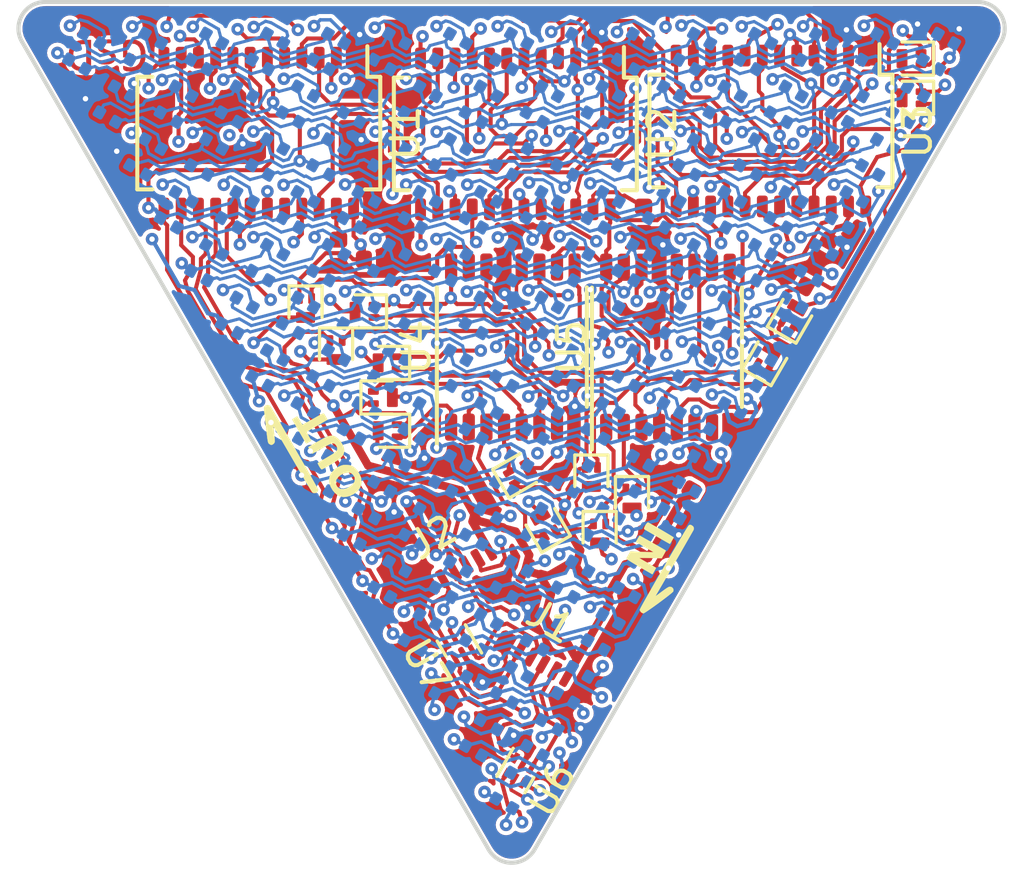
<source format=kicad_pcb>
(kicad_pcb (version 20221018) (generator pcbnew)
  (layers (0 "F.Cu" signal) (1 "In1.Cu" signal) (2 "In2.Cu" signal) (31 "B.Cu" signal) (34 "B.Paste" user) (35 "F.Paste" user) (36 "B.SilkS" user "B.Silkscreen") (37 "F.SilkS" user "F.Silkscreen") (38 "B.Mask" user) (39 "F.Mask" user) (44 "Edge.Cuts" user))
  (net 0 "")
  (net 1 "vcc")
  (net 2 "gnd")
  (net 3 "row_0")
  (net 4 "row_1")
  (net 5 "row_2")
  (net 6 "srow_0")
  (net 7 "srow_1")
  (net 8 "srow_2")
  (net 9 "row_3")
  (net 10 "row_4")
  (net 11 "row_5")
  (net 12 "row_6")
  (net 13 "row_7")
  (net 14 "srow_3")
  (net 15 "srow_4")
  (net 16 "srow_5")
  (net 17 "srow_6")
  (net 18 "srow_7")
  (net 19 "colr_0")
  (net 20 "colb_0")
  (net 21 "colg_0")
  (net 22 "colg_1")
  (net 23 "colb_1")
  (net 24 "colr_1")
  (net 25 "colr_2")
  (net 26 "colb_2")
  (net 27 "colg_2")
  (net 28 "colg_3")
  (net 29 "colb_3")
  (net 30 "colr_3")
  (net 31 "colr_4")
  (net 32 "colb_4")
  (net 33 "colg_4")
  (net 34 "colg_5")
  (net 35 "colb_5")
  (net 36 "colr_5")
  (net 37 "colr_6")
  (net 38 "colb_6")
  (net 39 "colg_6")
  (net 40 "colg_7")
  (net 41 "colb_7")
  (net 42 "colr_7")
  (net 43 "colr_8")
  (net 44 "colb_8")
  (net 45 "colg_8")
  (net 46 "colg_9")
  (net 47 "colb_9")
  (net 48 "colr_9")
  (net 49 "colr_10")
  (net 50 "colb_10")
  (net 51 "colg_10")
  (net 52 "colr_11")
  (net 53 "colb_11")
  (net 54 "colg_11")
  (net 55 "colr_12")
  (net 56 "colb_12")
  (net 57 "colg_12")
  (net 58 "colg_13")
  (net 59 "colb_13")
  (net 60 "colr_13")
  (net 61 "colg_14")
  (net 62 "colb_14")
  (net 63 "colr_14")
  (net 64 "blank")
  (net 65 "latch")
  (net 66 "sclk")
  (net 67 "dat")
  (net 68 "sdo_U3")
  (net 69 "sdo_U1>sdi_U2")
  (net 70 "sdo_U2>sdi_U3")
  (net 71 "dat_out")
  (net 72 "row_8")
  (net 73 "row_9")
  (net 74 "row_10")
  (net 75 "row_11")
  (net 76 "row_12")
  (net 77 "row_13")
  (net 78 "row_14")
  (net 79 "srow_8")
  (net 80 "srow_9")
  (net 81 "srow_10")
  (net 82 "srow_11")
  (net 83 "srow_12")
  (net 84 "srow_13")
  (net 85 "srow_14")
  (net 86 "U1_r_ext")
  (net 87 "U2_r_ext")
  (net 88 "U3_r_ext")
  (net 89 "sdo_U4>sdi_U5")
  (net 90 "dat_i")
  (net 91 "blank_i")
  (net 92 "latch_i")
  (net 93 "sclk_i")
  (footprint "Led_Panel:5034800600" (layer "F.Cu") (at 117.3 135.900001 -150)
    (fp_text reference "J2")
    (fp_text value "output")
  )
  (footprint "Led_Panel:5034800600" (layer "F.Cu") (at 120.130795 139.296542 150)
    (fp_text reference "J1")
    (fp_text value "input")
  )
  (footprint "Package_TO_SOT_SMD:SOT-883" (layer "F.Cu") (at 133.921916 117.109619 180)
    (fp_text reference "Q15" hide)
    (fp_text value "LP0404N3T5G" hide)
  )
  (footprint "Package_TO_SOT_SMD:SOT-883" (layer "F.Cu") (at 128.625112 128.156046 60)
    (fp_text reference "Q12" hide)
    (fp_text value "LP0404N3T5G" hide)
  )
  (footprint "Package_TO_SOT_SMD:SOT-883" (layer "F.Cu") (at 123.625436 133.323646 -90)
    (fp_text reference "Q11" hide)
    (fp_text value "LP0404N3T5G" hide)
  )
  (footprint "Package_TO_SOT_SMD:SOT-883" (layer "F.Cu") (at 122.432686 134.60955 -90)
    (fp_text reference "Q10" hide)
    (fp_text value "LP0404N3T5G" hide)
  )
  (footprint "Package_TO_SOT_SMD:SOT-883" (layer "F.Cu") (at 122.13 132.53 -90)
    (fp_text reference "Q9" hide)
    (fp_text value "LP0404N3T5G" hide)
  )
  (footprint "Package_TO_SOT_SMD:SOT-883" (layer "F.Cu") (at 113.775 126.425 180)
    (fp_text reference "Q8" hide)
    (fp_text value "LP0404N3T5G" hide)
  )
  (footprint "Package_TO_SOT_SMD:SOT-883" (layer "F.Cu") (at 112.725 127.85 -90)
    (fp_text reference "Q7" hide)
    (fp_text value "LP0404N3T5G" hide)
  )
  (footprint "Package_TO_SOT_SMD:SOT-883" (layer "F.Cu") (at 114.625 128.325 180)
    (fp_text reference "Q6" hide)
    (fp_text value "LP0404N3T5G" hide)
  )
  (footprint "Package_TO_SOT_SMD:SOT-883" (layer "F.Cu") (at 119.5 132.375 30)
    (fp_text reference "Q5" hide)
    (fp_text value "LP0404N3T5G" hide)
  )
  (footprint "Package_TO_SOT_SMD:SOT-883" (layer "F.Cu") (at 114.45 129.599999)
    (fp_text reference "Q3" hide)
    (fp_text value "LP0404N3T5G" hide)
  )
  (footprint "Package_TO_SOT_SMD:SOT-883" (layer "F.Cu") (at 114.625 130.825 180)
    (fp_text reference "Q2" hide)
    (fp_text value "LP0404N3T5G" hide)
  )
  (footprint "Resistor_SMD:R_0402_1005Metric" (layer "F.Cu") (at 124.05 123.05 -90)
    (fp_text reference "R2" hide)
    (fp_text value "7.5k" hide)
  )
  (footprint "Resistor_SMD:R_0402_1005Metric" (layer "F.Cu") (at 112.816343 124.265544 -90)
    (fp_text reference "R1" hide)
    (fp_text value "2.2k" hide)
  )
  (footprint "Capacitor_SMD:C_0402_1005Metric" (layer "F.Cu") (at 126.05732 132.591499 60)
    (fp_text reference "C3" hide)
    (fp_text value "470nF" hide)
  )
  (footprint "Capacitor_SMD:C_0402_1005Metric" (layer "F.Cu") (at 114.235477 124.507532)
    (fp_text reference "C2" hide)
    (fp_text value "470nF" hide)
  )
  (footprint "Led_Panel:TSSOP-16_slim" (layer "F.Cu") (at 119.238328 127.742339 90)
    (fp_text reference "U4")
    (fp_text value "74HC595")
  )
  (footprint "Led_Panel:SSOP-24_slim" (layer "F.Cu") (at 128.743935 119.778143 -90)
    (fp_text reference "U3")
    (fp_text value "TLC59025")
  )
  (footprint "Led_Panel:SSOP-24_slim" (layer "F.Cu") (at 119.329131 119.885064 -90)
    (fp_text reference "U2")
    (fp_text value "TLC59025")
  )
  (footprint "Led_Panel:SSOP-24_slim" (layer "F.Cu") (at 109.877722 119.855385 -90)
    (fp_text reference "U1")
    (fp_text value "TLC59025")
  )
  (footprint "Package_TO_SOT_SMD:SOT-883" (layer "F.Cu") (at 129.544641 126.591283 60)
    (fp_text reference "Q13" hide)
    (fp_text value "LP0404N3T5G" hide)
  )
  (footprint "Led_Panel:TSSOP-16_slim" (layer "F.Cu") (at 124.950154 127.749167 90)
    (fp_text reference "U5")
    (fp_text value "74HC595")
  )
  (footprint "gsd_logo_small" (layer "F.Cu") (at 104.29 116.91 180)
    (fp_text reference "G***" hide)
    (fp_text value "LOGO" hide)
  )
  (footprint "in_out" (layer "F.Cu") (at 117.98 133.69)
    (fp_text reference "G***" hide)
    (fp_text value "LOGO" hide)
  )
  (footprint "Led_Panel:UDFN-6_1x1mm_P0.35mm" (layer "F.Cu") (at 119.466532 143.34708 -120)
    (fp_text reference "U6")
    (fp_text value "NC7WZ17")
  )
  (footprint "Led_Panel:UDFN-6_1x1mm_P0.35mm" (layer "F.Cu") (at 117.267995 138.794946 120)
    (fp_text reference "U7")
    (fp_text value "NC7WZ17")
  )
  (footprint "Resistor_SMD:R_0402_1005Metric" (layer "F.Cu") (at 130.637285 124.248768 -120)
    (fp_text reference "R3" hide)
    (fp_text value "4.12k" hide)
  )
  (footprint "Capacitor_SMD:C_0402_1005Metric" (layer "F.Cu") (at 129.590875 125.261203 150)
    (fp_text reference "C1" hide)
    (fp_text value "470nF" hide)
  )
  (footprint "Package_TO_SOT_SMD:SOT-883" (layer "F.Cu") (at 133.924785 118.554651 180)
    (fp_text reference "Q14" hide)
    (fp_text value "LP0404N3T5G" hide)
  )
  (footprint "Package_TO_SOT_SMD:SOT-883" (layer "F.Cu") (at 120.425 134.3 120)
    (fp_text reference "Q4" hide)
    (fp_text value "LP0404N3T5G" hide)
  )
  (footprint "Package_TO_SOT_SMD:SOT-883" (layer "F.Cu") (at 111.6 126.3 -90)
    (fp_text reference "Q1" hide)
    (fp_text value "LP0404N3T5G" hide)
  )
  (footprint "Led_Panel:LED_1515_RBGA_slim" (layer "B.Cu") (at 106.834154 118.791 -120)
    (fp_text reference "D18" hide)
    (fp_text value "LED_ARGB" hide)
  )
  (footprint "Led_Panel:LED_1515_RBGA_slim" (layer "B.Cu") (at 127.057579 130.467 -120)
    (fp_text reference "D120" hide)
    (fp_text value "LED_ARGB" hide)
  )
  (footprint "Led_Panel:LED_1515_RBGA_slim" (layer "B.Cu") (at 125.933794 128.521453 -120)
    (fp_text reference "D119" hide)
    (fp_text value "LED_ARGB" hide)
  )
  (footprint "Led_Panel:LED_1515_RBGA_slim" (layer "B.Cu") (at 124.810008 126.575907 -120)
    (fp_text reference "D118" hide)
    (fp_text value "LED_ARGB" hide)
  )
  (footprint "Led_Panel:LED_1515_RBGA_slim" (layer "B.Cu") (at 123.686223 124.63036 -120)
    (fp_text reference "D117" hide)
    (fp_text value "LED_ARGB" hide)
  )
  (footprint "Led_Panel:LED_1515_RBGA_slim" (layer "B.Cu") (at 122.562437 122.684814 -120)
    (fp_text reference "D116" hide)
    (fp_text value "LED_ARGB" hide)
  )
  (footprint "Led_Panel:LED_1515_RBGA_slim" (layer "B.Cu") (at 121.438652 120.739267 -120)
    (fp_text reference "D115" hide)
    (fp_text value "LED_ARGB" hide)
  )
  (footprint "Led_Panel:LED_1515_RBGA_slim" (layer "B.Cu") (at 119.191081 116.848174 -120)
    (fp_text reference "D113" hide)
    (fp_text value "LED_ARGB" hide)
  )
  (footprint "Led_Panel:LED_1515_RBGA_slim" (layer "B.Cu") (at 125.934579 132.412093 -120)
    (fp_text reference "D105" hide)
    (fp_text value "LED_ARGB" hide)
  )
  (footprint "Led_Panel:LED_1515_RBGA_slim" (layer "B.Cu") (at 124.810794 130.466547 -120)
    (fp_text reference "D104" hide)
    (fp_text value "LED_ARGB" hide)
  )
  (footprint "Led_Panel:LED_1515_RBGA_slim" (layer "B.Cu") (at 122.563223 126.575453 -120)
    (fp_text reference "D102" hide)
    (fp_text value "LED_ARGB" hide)
  )
  (footprint "Led_Panel:LED_1515_RBGA_slim" (layer "B.Cu") (at 121.439437 124.629907 -120)
    (fp_text reference "D101" hide)
    (fp_text value "LED_ARGB" hide)
  )
  (footprint "Led_Panel:LED_1515_RBGA_slim" (layer "B.Cu") (at 120.315652 122.68436 -120)
    (fp_text reference "D100" hide)
    (fp_text value "LED_ARGB" hide)
  )
  (footprint "Led_Panel:LED_1515_RBGA_slim" (layer "B.Cu") (at 119.191866 120.738814 -120)
    (fp_text reference "D99" hide)
    (fp_text value "LED_ARGB" hide)
  )
  (footprint "Led_Panel:LED_1515_RBGA_slim" (layer "B.Cu") (at 118.068081 118.793267 -120)
    (fp_text reference "D98" hide)
    (fp_text value "LED_ARGB" hide)
  )
  (footprint "Led_Panel:LED_1515_RBGA_slim" (layer "B.Cu") (at 109.08251 126.572733 -120)
    (fp_text reference "D6" hide)
    (fp_text value "LED_ARGB" hide)
  )
  (footprint "Led_Panel:LED_1515_RBGA_slim" (layer "B.Cu") (at 110.206296 128.518279 -120)
    (fp_text reference "D7" hide)
    (fp_text value "LED_ARGB" hide)
  )
  (footprint "Led_Panel:LED_1515_RBGA_slim" (layer "B.Cu") (at 120.319579 142.137558 -120)
    (fp_text reference "D30" hide)
    (fp_text value "LED_ARGB" hide)
  )
  (footprint "Led_Panel:LED_1515_RBGA_slim" (layer "B.Cu") (at 111.330081 130.463826 -120)
    (fp_text reference "D8" hide)
    (fp_text value "LED_ARGB" hide)
  )
  (footprint "Led_Panel:LED_1515_RBGA_slim" (layer "B.Cu") (at 116.949008 140.191558 -120)
    (fp_text reference "D13" hide)
    (fp_text value "LED_ARGB" hide)
  )
  (footprint "Led_Panel:LED_1515_RBGA_slim" (layer "B.Cu") (at 115.825223 138.246012 -120)
    (fp_text reference "D12" hide)
    (fp_text value "LED_ARGB" hide)
  )
  (footprint "Led_Panel:LED_1515_RBGA_slim" (layer "B.Cu") (at 134.918579 116.851349 -120)
    (fp_text reference "D225" hide)
    (fp_text value "LED_ARGB" hide)
  )
  (footprint "Led_Panel:LED_1515_RBGA_slim" (layer "B.Cu") (at 133.795579 118.796442 -120)
    (fp_text reference "D210" hide)
    (fp_text value "LED_ARGB" hide)
  )
  (footprint "Led_Panel:LED_1515_RBGA_slim" (layer "B.Cu") (at 132.671794 116.850895 -120)
    (fp_text reference "D209" hide)
    (fp_text value "LED_ARGB" hide)
  )
  (footprint "Led_Panel:LED_1515_RBGA_slim" (layer "B.Cu") (at 132.672579 120.741535 -120)
    (fp_text reference "D195" hide)
    (fp_text value "LED_ARGB" hide)
  )
  (footprint "Led_Panel:LED_1515_RBGA_slim" (layer "B.Cu") (at 131.548794 118.795988 -120)
    (fp_text reference "D194" hide)
    (fp_text value "LED_ARGB" hide)
  )
  (footprint "Led_Panel:LED_1515_RBGA_slim" (layer "B.Cu") (at 130.425008 116.850442 -120)
    (fp_text reference "D193" hide)
    (fp_text value "LED_ARGB" hide)
  )
  (footprint "Led_Panel:LED_1515_RBGA_slim" (layer "B.Cu") (at 131.549579 122.686628 -120)
    (fp_text reference "D180" hide)
    (fp_text value "LED_ARGB" hide)
  )
  (footprint "Led_Panel:LED_1515_RBGA_slim" (layer "B.Cu") (at 130.425794 120.741081 -120)
    (fp_text reference "D179" hide)
    (fp_text value "LED_ARGB" hide)
  )
  (footprint "Led_Panel:LED_1515_RBGA_slim" (layer "B.Cu") (at 129.302008 118.795535 -120)
    (fp_text reference "D178" hide)
    (fp_text value "LED_ARGB" hide)
  )
  (footprint "Led_Panel:LED_1515_RBGA_slim" (layer "B.Cu") (at 128.178223 116.849988 -120)
    (fp_text reference "D177" hide)
    (fp_text value "LED_ARGB" hide)
  )
  (footprint "Led_Panel:LED_1515_RBGA_slim" (layer "B.Cu") (at 130.426579 124.631721 -120)
    (fp_text reference "D165" hide)
    (fp_text value "LED_ARGB" hide)
  )
  (footprint "Led_Panel:LED_1515_RBGA_slim" (layer "B.Cu") (at 129.302794 122.686174 -120)
    (fp_text reference "D164" hide)
    (fp_text value "LED_ARGB" hide)
  )
  (footprint "Led_Panel:LED_1515_RBGA_slim" (layer "B.Cu") (at 128.179008 120.740628 -120)
    (fp_text reference "D163" hide)
    (fp_text value "LED_ARGB" hide)
  )
  (footprint "Led_Panel:LED_1515_RBGA_slim" (layer "B.Cu") (at 127.055223 118.795081 -120)
    (fp_text reference "D162" hide)
    (fp_text value "LED_ARGB" hide)
  )
  (footprint "Led_Panel:LED_1515_RBGA_slim" (layer "B.Cu") (at 125.931437 116.849535 -120)
    (fp_text reference "D161" hide)
    (fp_text value "LED_ARGB" hide)
  )
  (footprint "Led_Panel:LED_1515_RBGA_slim" (layer "B.Cu") (at 129.303579 126.576814 -120)
    (fp_text reference "D150" hide)
    (fp_text value "LED_ARGB" hide)
  )
  (footprint "Led_Panel:LED_1515_RBGA_slim" (layer "B.Cu") (at 128.179794 124.631266 -120)
    (fp_text reference "D149" hide)
    (fp_text value "LED_ARGB" hide)
  )
  (footprint "Led_Panel:LED_1515_RBGA_slim" (layer "B.Cu") (at 127.056008 122.685721 -120)
    (fp_text reference "D148" hide)
    (fp_text value "LED_ARGB" hide)
  )
  (footprint "Led_Panel:LED_1515_RBGA_slim" (layer "B.Cu") (at 125.932223 120.740174 -120)
    (fp_text reference "D147" hide)
    (fp_text value "LED_ARGB" hide)
  )
  (footprint "Led_Panel:LED_1515_RBGA_slim" (layer "B.Cu") (at 124.808437 118.794628 -120)
    (fp_text reference "D146" hide)
    (fp_text value "LED_ARGB" hide)
  )
  (footprint "Led_Panel:LED_1515_RBGA_slim" (layer "B.Cu") (at 123.684652 116.849081 -120)
    (fp_text reference "D145" hide)
    (fp_text value "LED_ARGB" hide)
  )
  (footprint "Led_Panel:LED_1515_RBGA_slim" (layer "B.Cu") (at 128.180579 128.521907 -120)
    (fp_text reference "D135" hide)
    (fp_text value "LED_ARGB" hide)
  )
  (footprint "Led_Panel:LED_1515_RBGA_slim" (layer "B.Cu") (at 127.056794 126.57636 -120)
    (fp_text reference "D134" hide)
    (fp_text value "LED_ARGB" hide)
  )
  (footprint "Led_Panel:LED_1515_RBGA_slim" (layer "B.Cu") (at 125.933008 124.630814 -120)
    (fp_text reference "D133" hide)
    (fp_text value "LED_ARGB" hide)
  )
  (footprint "Led_Panel:LED_1515_RBGA_slim" (layer "B.Cu") (at 124.809223 122.685267 -120)
    (fp_text reference "D132" hide)
    (fp_text value "LED_ARGB" hide)
  )
  (footprint "Led_Panel:LED_1515_RBGA_slim" (layer "B.Cu") (at 123.685437 120.739721 -120)
    (fp_text reference "D131" hide)
    (fp_text value "LED_ARGB" hide)
  )
  (footprint "Led_Panel:LED_1515_RBGA_slim" (layer "B.Cu") (at 122.561652 118.794174 -120)
    (fp_text reference "D130" hide)
    (fp_text value "LED_ARGB" hide)
  )
  (footprint "Led_Panel:LED_1515_RBGA_slim" (layer "B.Cu") (at 121.437866 116.848628 -120)
    (fp_text reference "D129" hide)
    (fp_text value "LED_ARGB" hide)
  )
  (footprint "Led_Panel:LED_1515_RBGA_slim" (layer "B.Cu") (at 119.196579 144.082651 -120)
    (fp_text reference "D15" hide)
    (fp_text value "LED_ARGB" hide)
  )
  (footprint "Led_Panel:LED_1515_RBGA_slim" (layer "B.Cu") (at 122.565579 138.247372 -120)
    (fp_text reference "D60" hide)
    (fp_text value "LED_ARGB" hide)
  )
  (footprint "Led_Panel:LED_1515_RBGA_slim" (layer "B.Cu") (at 113.576866 130.464279 -120)
    (fp_text reference "D24" hide)
    (fp_text value "LED_ARGB" hide)
  )
  (footprint "Led_Panel:LED_1515_RBGA_slim" (layer "B.Cu") (at 110.204725 120.737 -120)
    (fp_text reference "D35" hide)
    (fp_text value "LED_ARGB" hide)
  )
  (footprint "Led_Panel:LED_1515_RBGA_slim" (layer "B.Cu") (at 115.824437 134.355372 -120)
    (fp_text reference "D26" hide)
    (fp_text value "LED_ARGB" hide)
  )
  (footprint "Led_Panel:LED_1515_RBGA_slim" (layer "B.Cu") (at 113.57451 118.79236 -120)
    (fp_text reference "D66" hide)
    (fp_text value "LED_ARGB" hide)
  )
  (footprint "Led_Panel:LED_1515_RBGA_slim" (layer "B.Cu") (at 113.577652 134.354919 -120)
    (fp_text reference "D10" hide)
    (fp_text value "LED_ARGB" hide)
  )
  (footprint "Led_Panel:LED_1515_RBGA_slim" (layer "B.Cu") (at 118.069652 126.574547 -120)
    (fp_text reference "D70" hide)
    (fp_text value "LED_ARGB" hide)
  )
  (footprint "Led_Panel:LED_1515_RBGA_slim" (layer "B.Cu") (at 107.957939 120.736547 -120)
    (fp_text reference "D19" hide)
    (fp_text value "LED_ARGB" hide)
  )
  (footprint "Led_Panel:LED_1515_RBGA_slim" (layer "B.Cu") (at 123.688579 136.302279 -120)
    (fp_text reference "D75" hide)
    (fp_text value "LED_ARGB" hide)
  )
  (footprint "Led_Panel:LED_1515_RBGA_slim" (layer "B.Cu") (at 113.575296 122.683 -120)
    (fp_text reference "D52" hide)
    (fp_text value "LED_ARGB" hide)
  )
  (footprint "Led_Panel:LED_1515_RBGA_slim" (layer "B.Cu") (at 111.32851 122.682547 -120)
    (fp_text reference "D36" hide)
    (fp_text value "LED_ARGB" hide)
  )
  (footprint "Led_Panel:LED_1515_RBGA_slim" (layer "B.Cu") (at 114.699081 124.628547 -120)
    (fp_text reference "D53" hide)
    (fp_text value "LED_ARGB" hide)
  )
  (footprint "Led_Panel:LED_1515_RBGA_slim" (layer "B.Cu") (at 107.957154 116.845907 -120)
    (fp_text reference "D33" hide)
    (fp_text value "LED_ARGB" hide)
  )
  (footprint "Led_Panel:LED_1515_RBGA_slim" (layer "B.Cu") (at 120.317223 130.46564 -120)
    (fp_text reference "D72" hide)
    (fp_text value "LED_ARGB" hide)
  )
  (footprint "Led_Panel:LED_1515_RBGA_slim" (layer "B.Cu") (at 121.440222 128.520547 -120)
    (fp_text reference "D87" hide)
    (fp_text value "LED_ARGB" hide)
  )
  (footprint "Led_Panel:LED_1515_RBGA_slim" (layer "B.Cu") (at 120.318794 138.246919 -120)
    (fp_text reference "D44" hide)
    (fp_text value "LED_ARGB" hide)
  )
  (footprint "Led_Panel:LED_1515_RBGA_slim" (layer "B.Cu") (at 118.071223 134.355826 -120)
    (fp_text reference "D42" hide)
    (fp_text value "LED_ARGB" hide)
  )
  (footprint "Led_Panel:LED_1515_RBGA_slim" (layer "B.Cu") (at 112.452296 124.628093 -120)
    (fp_text reference "D37" hide)
    (fp_text value "LED_ARGB" hide)
  )
  (footprint "Led_Panel:LED_1515_RBGA_slim" (layer "B.Cu") (at 115.822866 126.574093 -120)
    (fp_text reference "D54" hide)
    (fp_text value "LED_ARGB" hide)
  )
  (footprint "Led_Panel:LED_1515_RBGA_slim" (layer "B.Cu") (at 111.329296 126.573186 -120)
    (fp_text reference "D22" hide)
    (fp_text value "LED_ARGB" hide)
  )
  (footprint "Led_Panel:LED_1515_RBGA_slim" (layer "B.Cu") (at 109.08094 118.791453 -120)
    (fp_text reference "D34" hide)
    (fp_text value "LED_ARGB" hide)
  )
  (footprint "Led_Panel:LED_1515_RBGA_slim" (layer "B.Cu") (at 123.687794 132.41164 -120)
    (fp_text reference "D89" hide)
    (fp_text value "LED_ARGB" hide)
  )
  (footprint "Led_Panel:LED_1515_RBGA_slim" (layer "B.Cu") (at 122.564008 130.466093 -120)
    (fp_text reference "D88" hide)
    (fp_text value "LED_ARGB" hide)
  )
  (footprint "Led_Panel:LED_1515_RBGA_slim" (layer "B.Cu") (at 112.450725 116.846814 -120)
    (fp_text reference "D65" hide)
    (fp_text value "LED_ARGB" hide)
  )
  (footprint "Led_Panel:LED_1515_RBGA_slim" (layer "B.Cu") (at 112.453866 132.409372 -120)
    (fp_text reference "D9" hide)
    (fp_text value "LED_ARGB" hide)
  )
  (footprint "Led_Panel:LED_1515_RBGA_slim" (layer "B.Cu") (at 116.946652 128.51964 -120)
    (fp_text reference "D55" hide)
    (fp_text value "LED_ARGB" hide)
  )
  (footprint "Led_Panel:LED_1515_RBGA_slim" (layer "B.Cu") (at 113.576081 126.57364 -120)
    (fp_text reference "D38" hide)
    (fp_text value "LED_ARGB" hide)
  )
  (footprint "Led_Panel:LED_1515_RBGA_slim" (layer "B.Cu") (at 120.314866 118.793721 -120)
    (fp_text reference "D114" hide)
    (fp_text value "LED_ARGB" hide)
  )
  (footprint "Led_Panel:LED_1515_RBGA_slim" (layer "B.Cu") (at 120.316437 126.575 -120)
    (fp_text reference "D86" hide)
    (fp_text value "LED_ARGB" hide)
  )
  (footprint "Led_Panel:LED_1515_RBGA_slim" (layer "B.Cu") (at 119.193437 128.520093 -120)
    (fp_text reference "D71" hide)
    (fp_text value "LED_ARGB" hide)
  )
  (footprint "Led_Panel:LED_1515_RBGA_slim" (layer "B.Cu") (at 114.699866 128.519186 -120)
    (fp_text reference "D39" hide)
    (fp_text value "LED_ARGB" hide)
  )
  (footprint "Led_Panel:LED_1515_RBGA_slim" (layer "B.Cu") (at 119.195794 140.192012 -120)
    (fp_text reference "D29" hide)
    (fp_text value "LED_ARGB" hide)
  )
  (footprint "Led_Panel:LED_1515_RBGA_slim" (layer "B.Cu") (at 119.192652 124.629453 -120)
    (fp_text reference "D85" hide)
    (fp_text value "LED_ARGB" hide)
  )
  (footprint "Led_Panel:LED_1515_RBGA_slim" (layer "B.Cu") (at 118.068866 122.683907 -120)
    (fp_text reference "D84" hide)
    (fp_text value "LED_ARGB" hide)
  )
  (footprint "Led_Panel:LED_1515_RBGA_slim" (layer "B.Cu") (at 114.698296 120.737907 -120)
    (fp_text reference "D67" hide)
    (fp_text value "LED_ARGB" hide)
  )
  (footprint "Led_Panel:LED_1515_RBGA_slim" (layer "B.Cu") (at 109.081725 122.682093 -120)
    (fp_text reference "D20" hide)
    (fp_text value "LED_ARGB" hide)
  )
  (footprint "Led_Panel:LED_1515_RBGA_slim" (layer "B.Cu") (at 114.69751 116.847267 -120)
    (fp_text reference "D81" hide)
    (fp_text value "LED_ARGB" hide)
  )
  (footprint "Led_Panel:LED_1515_RBGA_slim" (layer "B.Cu") (at 118.072794 142.137105 -120)
    (fp_text reference "D14" hide)
    (fp_text value "LED_ARGB" hide)
  )
  (footprint "Led_Panel:LED_1515_RBGA_slim" (layer "B.Cu") (at 121.441008 132.411186 -120)
    (fp_text reference "D73" hide)
    (fp_text value "LED_ARGB" hide)
  )
  (footprint "Led_Panel:LED_1515_RBGA_slim" (layer "B.Cu") (at 114.701437 136.300465 -120)
    (fp_text reference "D11" hide)
    (fp_text value "LED_ARGB" hide)
  )
  (footprint "Led_Panel:LED_1515_RBGA_slim" (layer "B.Cu") (at 119.195008 136.301372 -120)
    (fp_text reference "D43" hide)
    (fp_text value "LED_ARGB" hide)
  )
  (footprint "Led_Panel:LED_1515_RBGA_slim" (layer "B.Cu") (at 116.944296 116.847721 -120)
    (fp_text reference "D97" hide)
    (fp_text value "LED_ARGB" hide)
  )
  (footprint "Led_Panel:LED_1515_RBGA_slim" (layer "B.Cu") (at 123.687008 128.521 -120)
    (fp_text reference "D103" hide)
    (fp_text value "LED_ARGB" hide)
  )
  (footprint "Led_Panel:LED_1515_RBGA_slim" (layer "B.Cu") (at 118.070437 130.465186 -120)
    (fp_text reference "D56" hide)
    (fp_text value "LED_ARGB" hide)
  )
  (footprint "Led_Panel:LED_1515_RBGA_slim" (layer "B.Cu") (at 112.45151 120.737453 -120)
    (fp_text reference "D51" hide)
    (fp_text value "LED_ARGB" hide)
  )
  (footprint "Led_Panel:LED_1515_RBGA_slim" (layer "B.Cu") (at 119.194223 132.410733 -120)
    (fp_text reference "D57" hide)
    (fp_text value "LED_ARGB" hide)
  )
  (footprint "Led_Panel:LED_1515_RBGA_slim" (layer "B.Cu") (at 115.823652 130.464733 -120)
    (fp_text reference "D40" hide)
    (fp_text value "LED_ARGB" hide)
  )
  (footprint "Led_Panel:LED_1515_RBGA_slim" (layer "B.Cu") (at 110.20551 124.62764 -120)
    (fp_text reference "D21" hide)
    (fp_text value "LED_ARGB" hide)
  )
  (footprint "Led_Panel:LED_1515_RBGA_slim" (layer "B.Cu") (at 110.203939 116.84636 -120)
    (fp_text reference "D49" hide)
    (fp_text value "LED_ARGB" hide)
  )
  (footprint "Led_Panel:LED_1515_RBGA_slim" (layer "B.Cu") (at 112.453081 128.518733 -120)
    (fp_text reference "D23" hide)
    (fp_text value "LED_ARGB" hide)
  )
  (footprint "Led_Panel:LED_1515_RBGA_slim" (layer "B.Cu") (at 118.072008 138.246465 -120)
    (fp_text reference "D28" hide)
    (fp_text value "LED_ARGB" hide)
  )
  (footprint "Led_Panel:LED_1515_RBGA_slim" (layer "B.Cu") (at 116.948223 136.300919 -120)
    (fp_text reference "D27" hide)
    (fp_text value "LED_ARGB" hide)
  )
  (footprint "Led_Panel:LED_1515_RBGA_slim" (layer "B.Cu") (at 116.945081 120.73836 -120)
    (fp_text reference "D83" hide)
    (fp_text value "LED_ARGB" hide)
  )
  (footprint "Led_Panel:LED_1515_RBGA_slim" (layer "B.Cu") (at 114.700652 132.409826 -120)
    (fp_text reference "D25" hide)
    (fp_text value "LED_ARGB" hide)
  )
  (footprint "Led_Panel:LED_1515_RBGA_slim" (layer "B.Cu") (at 115.822081 122.683453 -120)
    (fp_text reference "D68" hide)
    (fp_text value "LED_ARGB" hide)
  )
  (footprint "Led_Panel:LED_1515_RBGA_slim" (layer "B.Cu") (at 121.442579 140.192465 -120)
    (fp_text reference "D45" hide)
    (fp_text value "LED_ARGB" hide)
  )
  (footprint "Led_Panel:LED_1515_RBGA_slim" (layer "B.Cu") (at 120.318008 134.356279 -120)
    (fp_text reference "D58" hide)
    (fp_text value "LED_ARGB" hide)
  )
  (footprint "Led_Panel:LED_1515_RBGA_slim" (layer "B.Cu") (at 116.947437 132.410279 -120)
    (fp_text reference "D41" hide)
    (fp_text value "LED_ARGB" hide)
  )
  (footprint "Led_Panel:LED_1515_RBGA_slim" (layer "B.Cu") (at 122.564794 134.356733 -120)
    (fp_text reference "D74" hide)
    (fp_text value "LED_ARGB" hide)
  )
  (footprint "Led_Panel:LED_1515_RBGA_slim" (layer "B.Cu") (at 116.945866 124.629 -120)
    (fp_text reference "D69" hide)
    (fp_text value "LED_ARGB" hide)
  )
  (footprint "Led_Panel:LED_1515_RBGA_slim" (layer "B.Cu") (at 115.821296 118.792814 -120)
    (fp_text reference "D82" hide)
    (fp_text value "LED_ARGB" hide)
  )
  (footprint "Led_Panel:LED_1515_RBGA_slim" (layer "B.Cu") (at 121.441794 136.301826 -120)
    (fp_text reference "D59" hide)
    (fp_text value "LED_ARGB" hide)
  )
  (footprint "Led_Panel:LED_1515_RBGA_slim" (layer "B.Cu") (at 111.327725 118.791907 -120)
    (fp_text reference "D50" hide)
    (fp_text value "LED_ARGB" hide)
  )
  (footprint "Led_Panel:LED_1515_RBGA_slim" (layer "B.Cu") (at 124.811579 134.357186 -120)
    (fp_text reference "D90" hide)
    (fp_text value "LED_ARGB" hide)
  )
  (footprint "Led_Panel:LED_1515_RBGA_slim" (layer "B.Cu") (at 105.711154 120.736093 -120)
    (fp_text reference "D3" hide)
    (fp_text value "LED_ARGB" hide)
  )
  (footprint "Led_Panel:LED_1515_RBGA_slim" (layer "B.Cu") (at 105.710368 116.845453 -120)
    (fp_text reference "D17" hide)
    (fp_text value "LED_ARGB" hide)
  )
  (footprint "Led_Panel:LED_1515_RBGA_slim" (layer "B.Cu") (at 104.587368 118.790547 -120)
    (fp_text reference "D2" hide)
    (fp_text value "LED_ARGB" hide)
  )
  (footprint "Led_Panel:LED_1515_RBGA_slim" (layer "B.Cu") (at 103.463583 116.845 -120)
    (fp_text reference "D1" hide)
    (fp_text value "LED_ARGB" hide)
  )
  (footprint "Led_Panel:LED_1515_RBGA_slim" (layer "B.Cu") (at 107.958725 124.627186 -120)
    (fp_text reference "D5" hide)
    (fp_text value "LED_ARGB" hide)
  )
  (footprint "Led_Panel:LED_1515_RBGA_slim" (layer "B.Cu") (at 106.834939 122.68164 -120)
    (fp_text reference "D4" hide)
    (fp_text value "LED_ARGB" hide)
  )
  (gr_line (start 137.225024 116.488468) (end 120.035536 146.261533) (stroke (width 0.15)) (layer "Edge.Cuts"))
  (gr_line (start 102 115.025) (end 136.380651 115.025968) (stroke (width 0.15)) (layer "Edge.Cuts"))
  (gr_arc (start 136.38065 115.025969) (mid 137.225024 115.513469) (end 137.225024 116.488468) (stroke (width 0.15)) (layer "Edge.Cuts"))
  (gr_arc (start 120.035536 146.261532) (mid 119.191162 146.749032) (end 118.346788 146.261533) (stroke (width 0.15)) (layer "Edge.Cuts"))
  (gr_arc (start 101.155625 116.4875) (mid 101.155625 115.5125) (end 102 115.025) (stroke (width 0.15)) (layer "Edge.Cuts"))
  (gr_line (start 118.346788 146.261533) (end 101.155625 116.4875) (stroke (width 0.15)) (layer "Edge.Cuts"))
  (segment (start 123.470144 135.009013) (end 123.558266 134.9854) (width 0.15) (layer "F.Cu") (net 1))
  (segment (start 113.370222 122.635385) (end 113.370222 123.643591) (width 0.15) (layer "F.Cu") (net 1))
  (segment (start 116.963328 125.936672) (end 116.963328 124.792339) (width 0.15) (layer "F.Cu") (net 1))
  (segment (start 114.813909 126.019118) (end 114.857025 126.007565) (width 0.15) (layer "F.Cu") (net 1))
  (segment (start 116.75 126.15) (end 116.963328 125.936672) (width 0.15) (layer "F.Cu") (net 1))
  (segment (start 113.370222 123.643591) (end 113.685958 123.959327) (width 0.15) (layer "F.Cu") (net 1))
  (segment (start 123.015151 134.465932) (end 123.104031 134.797638) (width 0.15) (layer "F.Cu") (net 1))
  (segment (start 123.104031 134.797638) (end 123.470144 135.009013) (width 0.15) (layer "F.Cu") (net 1))
  (segment (start 121.094533 133.658932) (end 121.153965 133.555993) (width 0.15) (layer "F.Cu") (net 1))
  (segment (start 112.940515 130.329547) (end 112.920659 130.403653) (width 0.15) (layer "F.Cu") (net 1))
  (segment (start 112.920659 130.403653) (end 112.626224 129.893678) (width 0.15) (layer "F.Cu") (net 1))
  (segment (start 114.813794 132.354143) (end 113.9064 132.111007) (width 0.3) (layer "F.Cu") (net 1))
  (segment (start 113.9064 132.111007) (end 112.626224 129.893678) (width 0.3) (layer "F.Cu") (net 1))
  (segment (start 123.558266 134.9854) (end 123.756707 135.09997) (width 0.15) (layer "F.Cu") (net 1))
  (segment (start 124.339737 135.306441) (end 125.439737 133.401185) (width 0.3) (layer "F.Cu") (net 1))
  (segment (start 123.558266 134.9854) (end 124.185777 135.347694) (width 0.15) (layer "F.Cu") (net 1))
  (segment (start 124.185777 135.347694) (end 124.339737 135.306441) (width 0.15) (layer "F.Cu") (net 1))
  (segment (start 125.439737 133.401185) (end 125.61732 133.353602) (width 0.3) (layer "F.Cu") (net 1))
  (segment (start 125.61732 133.353602) (end 125.81482 133.011522) (width 0.3) (layer "F.Cu") (net 1))
  (segment (start 133.973634 119.980041) (end 133.698634 120.456355) (width 0.15) (layer "F.Cu") (net 1))
  (segment (start 133.698634 120.456355) (end 132.660455 120.734535) (width 0.15) (layer "F.Cu") (net 1))
  (segment (start 132.0371 121.814216) (end 132.236436 122.558144) (width 0.15) (layer "F.Cu") (net 1))
  (segment (start 132.660455 120.734535) (end 132.0371 121.814216) (width 0.15) (layer "F.Cu") (net 1))
  (segment (start 118.202207 127.836955) (end 118.172381 127.866781) (width 0.15) (layer "F.Cu") (net 1))
  (segment (start 115.525 126.15) (end 116.75 126.15) (width 0.15) (layer "F.Cu") (net 1))
  (segment (start 115.525 126.15) (end 115.437436 126.237564) (width 0.15) (layer "F.Cu") (net 1))
  (segment (start 115.437436 126.237564) (end 115.087024 126.237563) (width 0.15) (layer "F.Cu") (net 1))
  (segment (start 115.087024 126.237563) (end 114.857025 126.007565) (width 0.15) (layer "F.Cu") (net 1))
  (segment (start 112.650001 129.917454) (end 112.626224 129.893678) (width 0.15) (layer "F.Cu") (net 1))
  (segment (start 112.650001 129.95) (end 112.650001 129.917454) (width 0.15) (layer "F.Cu") (net 1))
  (segment (start 113.750478 124.507532) (end 113.750477 124.023846) (width 0.15) (layer "F.Cu") (net 1))
  (segment (start 113.750477 124.023846) (end 113.685958 123.959327) (width 0.15) (layer "F.Cu") (net 1))
  (segment (start 120.863328 124.326671) (end 120.863328 124.792339) (width 0.15) (layer "F.Cu") (net 1))
  (segment (start 111.375 125.25) (end 111.375 125.95) (width 0.15) (layer "F.Cu") (net 1))
  (segment (start 122.821631 123.165064) (end 122.789203 123.197492) (width 0.15) (layer "F.Cu") (net 1))
  (segment (start 134.271917 116.884619) (end 134.271916 116.659619) (width 0.15) (layer "F.Cu") (net 1))
  (segment (start 121.44474 134.45526) (end 121.334674 134.565326) (width 0.15) (layer "F.Cu") (net 1))
  (segment (start 119.301532 143.632868) (end 119.138032 143.916058) (width 0.127) (layer "F.Cu") (net 1))
  (segment (start 123.219957 123.06339) (end 123.092341 122.935774) (width 0.15) (layer "F.Cu") (net 1))
  (segment (start 113.575 130.175) (end 113.440741 130.040741) (width 0.15) (layer "F.Cu") (net 1))
  (segment (start 113.643705 129.981294) (end 113.543706 129.981294) (width 0.15) (layer "F.Cu") (net 1))
  (segment (start 128.656724 126.8292) (end 129.314224 125.690376) (width 0.15) (layer "F.Cu") (net 1))
  (segment (start 121.566819 135.810724) (end 122.058087 136.661626) (width 0.3) (layer "F.Cu") (net 1))
  (segment (start 126.1 127.85) (end 126.1 125.533187) (width 0.15) (layer "F.Cu") (net 1))
  (segment (start 118.874544 134.386563) (end 118.893294 134.419041) (width 0.3) (layer "F.Cu") (net 1))
  (segment (start 118.054544 127.872715) (end 116.778271 127.872715) (width 0.15) (layer "F.Cu") (net 1))
  (segment (start 126.02 123.25) (end 125.15 123.25) (width 0.15) (layer "F.Cu") (net 1))
  (segment (start 134.274785 118.329651) (end 134.899749 118.329651) (width 0.15) (layer "F.Cu") (net 1))
  (segment (start 129.482899 128.000092) (end 129.400791 127.693658) (width 0.15) (layer "F.Cu") (net 1))
  (segment (start 133.089995 117.587453) (end 133.138771 117.636229) (width 0.15) (layer "F.Cu") (net 1))
  (segment (start 124.55661 123.06339) (end 123.219957 123.06339) (width 0.15) (layer "F.Cu") (net 1))
  (segment (start 111.086627 128.311628) (end 111.086627 128.336627) (width 0.15) (layer "F.Cu") (net 1))
  (segment (start 120.794856 134.490609) (end 121.011976 134.70773) (width 0.15) (layer "F.Cu") (net 1))
  (segment (start 121.294111 135.737653) (end 121.566819 135.810724) (width 0.3) (layer "F.Cu") (net 1))
  (segment (start 122.675154 124.799167) (end 121.979016 124.103029) (width 0.15) (layer "F.Cu") (net 1))
  (segment (start 134.162297 116.549999) (end 133.35 116.55) (width 0.15) (layer "F.Cu") (net 1))
  (segment (start 120.28 128.689999) (end 119.651611 128.06161) (width 0.15) (layer "F.Cu") (net 1))
  (segment (start 121.322033 133.26489) (end 121.153965 133.555993) (width 0.15) (layer "F.Cu") (net 1))
  (segment (start 123.381461 135.746223) (end 122.746461 136.846075) (width 0.3) (layer "F.Cu") (net 1))
  (segment (start 112.346066 124.278934) (end 111.375 125.25) (width 0.15) (layer "F.Cu") (net 1))
  (segment (start 120.643541 136.852239) (end 120.42039 137.685051) (width 0.3) (layer "F.Cu") (net 1))
  (segment (start 126.575154 124.199167) (end 126.46 124.084013) (width 0.15) (layer "F.Cu") (net 1))
  (segment (start 119.342087 134.539294) (end 119.843059 135.407003) (width 0.3) (layer "F.Cu") (net 1))
  (segment (start 111.642106 128.485467) (end 111.086627 128.336627) (width 0.15) (layer "F.Cu") (net 1))
  (segment (start 122.510001 128.689999) (end 122.510001 129.599624) (width 0.15) (layer "F.Cu") (net 1))
  (segment (start 111.395181 127.179818) (end 112.179818 127.179818) (width 0.15) (layer "F.Cu") (net 1))
  (segment (start 110.824999 127.75) (end 110.824999 128.05) (width 0.15) (layer "F.Cu") (net 1))
  (segment (start 119.471607 132.907071) (end 120.407072 132.907072) (width 0.15) (layer "F.Cu") (net 1))
  (segment (start 123.015151 134.465932) (end 123.015151 133.507912) (width 0.15) (layer "F.Cu") (net 1))
  (segment (start 122.789203 123.197492) (end 122.789203 124.085118) (width 0.15) (layer "F.Cu") (net 1))
  (segment (start 123.4 128.689999) (end 122.510001 128.689999) (width 0.15) (layer "F.Cu") (net 1))
  (segment (start 117.819856 133.901615) (end 117.718061 133.725299) (width 0.3) (layer "F.Cu") (net 1))
  (segment (start 123.204725 133.169356) (end 123.400436 132.973646) (width 0.15) (layer "F.Cu") (net 1))
  (segment (start 130.320967 127.243427) (end 130.084111 127.306892) (width 0.15) (layer "F.Cu") (net 1))
  (segment (start 125.86839 119.591149) (end 125.868391 120.488391) (width 0.15) (layer "F.Cu") (net 1))
  (segment (start 121.721155 135.234733) (end 121.566819 135.810724) (width 0.3) (layer "F.Cu") (net 1))
  (segment (start 116.778271 127.872715) (end 116.550986 128.099999) (width 0.15) (layer "F.Cu") (net 1))
  (segment (start 126.72 121.04) (end 126.847335 121.167335) (width 0.15) (layer "F.Cu") (net 1))
  (segment (start 130.838086 120.307085) (end 130.838087 119.161915) (width 0.15) (layer "F.Cu") (net 1))
  (segment (start 120.223541 136.124777) (end 119.689103 135.981575) (width 0.3) (layer "F.Cu") (net 1))
  (segment (start 123.092341 122.935774) (end 122.821631 122.665064) (width 0.15) (layer "F.Cu") (net 1))
  (segment (start 115.25 130.175) (end 113.575 130.175) (width 0.15) (layer "F.Cu") (net 1))
  (segment (start 121.42618 134.72382) (end 121.721155 135.234733) (width 0.3) (layer "F.Cu") (net 1))
  (segment (start 121.026526 134.0316) (end 121.334674 134.565326) (width 0.3) (layer "F.Cu") (net 1))
  (segment (start 119.309391 132.744856) (end 119.471607 132.907071) (width 0.15) (layer "F.Cu") (net 1))
  (segment (start 128.794573 127.343658) (end 128.656724 126.8292) (width 0.15) (layer "F.Cu") (net 1))
  (segment (start 121.265775 138.687545) (end 121.595775 139.259122) (width 0.3) (layer "F.Cu") (net 1))
  (segment (start 122.789203 124.085118) (end 122.675154 124.199167) (width 0.15) (layer "F.Cu") (net 1))
  (segment (start 122.508391 126.588391) (end 123.03 127.11) (width 0.15) (layer "F.Cu") (net 1))
  (segment (start 112.626224 129.893678) (end 112.221426 129.488879) (width 0.15) (layer "F.Cu") (net 1))
  (segment (start 116.550986 128.099999) (end 115.275 128.1) (width 0.15) (layer "F.Cu") (net 1))
  (segment (start 120.872972 133.275) (end 121.153965 133.555993) (width 0.15) (layer "F.Cu") (net 1))
  (segment (start 124.582781 119.314833) (end 125.592075 119.314833) (width 0.15) (layer "F.Cu") (net 1))
  (segment (start 123.870001 128.22) (end 123.4 128.689999) (width 0.15) (layer "F.Cu") (net 1))
  (segment (start 122.821631 122.665064) (end 122.821631 123.165064) (width 0.15) (layer "F.Cu") (net 1))
  (segment (start 118.382531 135.275001) (end 117.746871 134.174004) (width 0.3) (layer "F.Cu") (net 1))
  (segment (start 122.510001 129.599624) (end 121.95 130.159625) (width 0.15) (layer "F.Cu") (net 1))
  (segment (start 124.150008 120.970008) (end 124.150008 119.747607) (width 0.15) (layer "F.Cu") (net 1))
  (segment (start 119.138032 143.916058) (end 119.179542 144.070977) (width 0.127) (layer "F.Cu") (net 1))
  (segment (start 121.905 131.695) (end 121.905 132.18) (width 0.15) (layer "F.Cu") (net 1))
  (segment (start 114.1 129.824999) (end 113.8 129.824999) (width 0.15) (layer "F.Cu") (net 1))
  (segment (start 113.8 129.824999) (end 113.643705 129.981294) (width 0.15) (layer "F.Cu") (net 1))
  (segment (start 121.683408 132.239375) (end 121.248902 132.991961) (width 0.15) (layer "F.Cu") (net 1))
  (segment (start 130.838087 119.161915) (end 131.93 118.070001) (width 0.15) (layer "F.Cu") (net 1))
  (segment (start 119.179542 144.070977) (end 119.488509 144.249359) (width 0.127) (layer "F.Cu") (net 1))
  (segment (start 121.153965 133.555993) (end 121.133843 133.544375) (width 0.15) (layer "F.Cu") (net 1))
  (segment (start 117.313061 133.023819) (end 114.813794 132.354143) (width 0.3) (layer "F.Cu") (net 1))
  (segment (start 119.361022 134.539294) (end 119.342087 134.539294) (width 0.15) (layer "F.Cu") (net 1))
  (segment (start 131.93 117.82) (end 132.162547 117.587453) (width 0.15) (layer "F.Cu") (net 1))
  (segment (start 121.410089 134.707729) (end 121.42618 134.72382) (width 0.15) (layer "F.Cu") (net 1))
  (segment (start 124.76 122.86) (end 124.55661 123.06339) (width 0.15) (layer "F.Cu") (net 1))
  (segment (start 121.979016 124.103029) (end 121.08697 124.103029) (width 0.15) (layer "F.Cu") (net 1))
  (segment (start 126.42 121.04) (end 126.72 121.04) (width 0.15) (layer "F.Cu") (net 1))
  (segment (start 119.651611 127.076611) (end 119.09578 126.52078) (width 0.15) (layer "F.Cu") (net 1))
  (segment (start 115.275 130.6) (end 115.4 130.475) (width 0.15) (layer "F.Cu") (net 1))
  (segment (start 124.76 121.58) (end 124.150008 120.970008) (width 0.15) (layer "F.Cu") (net 1))
  (segment (start 117.179999 126.154999) (end 116.95 125.925) (width 0.15) (layer "F.Cu") (net 1))
  (segment (start 134.274785 118.329651) (end 134.274785 118.104651) (width 0.15) (layer "F.Cu") (net 1))
  (segment (start 122.058087 136.661626) (end 122.746461 136.846075) (width 0.3) (layer "F.Cu") (net 1))
  (segment (start 121.334674 134.565326) (end 121.42618 134.72382) (width 0.3) (layer "F.Cu") (net 1))
  (segment (start 134.271916 116.659619) (end 134.162297 116.549999) (width 0.15) (layer "F.Cu") (net 1))
  (segment (start 132.486723 123.492227) (end 131.333467 125.489725) (width 0.15) (layer "F.Cu") (net 1))
  (segment (start 114.975 130.6) (end 115.275 130.6) (width 0.15) (layer "F.Cu") (net 1))
  (segment (start 123.87 127.58) (end 123.870001 128.22) (width 0.15) (layer "F.Cu") (net 1))
  (segment (start 126.575154 124.799167) (end 126.575154 124.199167) (width 0.15) (layer "F.Cu") (net 1))
  (segment (start 128.644967 128.571655) (end 128.839823 128.684155) (width 0.15) (layer "F.Cu") (net 1))
  (segment (start 121.904999 132.18) (end 121.683408 132.239375) (width 0.15) (layer "F.Cu") (net 1))
  (segment (start 123.015151 133.507912) (end 123.204726 133.318337) (width 0.15) (layer "F.Cu") (net 1))
  (segment (start 122.011976 134.45526) (end 121.44474 134.45526) (width 0.15) (layer "F.Cu") (net 1))
  (segment (start 123.4 127.11) (end 123.87 127.58) (width 0.15) (layer "F.Cu") (net 1))
  (segment (start 133.252542 117.749999) (end 133.4 117.749999) (width 0.15) (layer "F.Cu") (net 1))
  (segment (start 117.102995 138.509158) (end 116.915568 138.184524) (width 0.15) (layer "F.Cu") (net 1))
  (segment (start 121.248902 132.991961) (end 121.322033 133.26489) (width 0.15) (layer "F.Cu") (net 1))
  (segment (start 133.549999 117.9) (end 133.4 117.749999) (width 0.15) (layer "F.Cu") (net 1))
  (segment (start 122.207686 134.25955) (end 122.011976 134.45526) (width 0.15) (layer "F.Cu") (net 1))
  (segment (start 121.026526 134.0316) (end 121.05781 134.085786) (width 0.3) (layer "F.Cu") (net 1))
  (segment (start 115.275 128.1) (end 114.975 128.099999) (width 0.15) (layer "F.Cu") (net 1))
  (segment (start 126.459999 123.69) (end 126.02 123.25) (width 0.15) (layer "F.Cu") (net 1))
  (segment (start 122.746461 136.846075) (end 122.823327 137.13294) (width 0.3) (layer "F.Cu") (net 1))
  (segment (start 119.689103 135.981575) (end 119.509447 136.292748) (width 0.15) (layer "F.Cu") (net 1))
  (segment (start 129.977836 121.167335) (end 130.838086 120.307085) (width 0.15) (layer "F.Cu") (net 1))
  (segment (start 121.08697 124.103029) (end 120.863328 124.326671) (width 0.15) (layer "F.Cu") (net 1))
  (segment (start 132.236436 122.558143) (end 132.486723 123.492227) (width 0.15) (layer "F.Cu") (net 1))
  (segment (start 121.95 131.65) (end 121.905 131.695) (width 0.15) (layer "F.Cu") (net 1))
  (segment (start 118.893294 134.419041) (end 119.342087 134.539294) (width 0.3) (layer "F.Cu") (net 1))
  (segment (start 122.675154 124.799167) (end 122.675154 125.399167) (width 0.15) (layer "F.Cu") (net 1))
  (segment (start 126.1 125.533187) (end 126.575154 125.058033) (width 0.15) (layer "F.Cu") (net 1))
  (segment (start 129.314224 125.690376) (end 130.010897 125.503703) (width 0.15) (layer "F.Cu") (net 1))
  (segment (start 120.775 133.275) (end 120.872972 133.275) (width 0.15) (layer "F.Cu") (net 1))
  (segment (start 117.718061 133.725299) (end 117.958061 134.140992) (width 0.3) (layer "F.Cu") (net 1))
  (segment (start 117.746871 134.174004) (end 117.819856 133.901615) (width 0.3) (layer "F.Cu") (net 1))
  (segment (start 122.508391 125.56593) (end 122.508391 126.588391) (width 0.15) (layer "F.Cu") (net 1))
  (segment (start 133.089995 117.587453) (end 133.252542 117.749999) (width 0.15) (layer "F.Cu") (net 1))
  (segment (start 117.718061 133.725299) (end 117.313061 133.023819) (width 0.3) (layer "F.Cu") (net 1))
  (segment (start 119.09578 126.52078) (end 118.67661 126.52078) (width 0.15) (layer "F.Cu") (net 1))
  (segment (start 134.070134 117.9) (end 133.549999 117.9) (width 0.15) (layer "F.Cu") (net 1))
  (segment (start 132.162547 117.587453) (end 133.089995 117.587453) (width 0.15) (layer "F.Cu") (net 1))
  (segment (start 112.179818 127.179818) (end 112.5 127.5) (width 0.15) (layer "F.Cu") (net 1))
  (segment (start 116.915568 138.184524) (end 116.9952 137.887331) (width 0.15) (layer "F.Cu") (net 1))
  (segment (start 113.750478 124.507532) (end 113.355477 124.507531) (width 0.15) (layer "F.Cu") (net 1))
  (segment (start 133.973634 119.826366) (end 134.42 119.38) (width 0.15) (layer "F.Cu") (net 1))
  (segment (start 122.675154 124.199167) (end 122.675154 124.799167) (width 0.15) (layer "F.Cu") (net 1))
  (segment (start 126.575154 125.058033) (end 126.575154 124.799167) (width 0.15) (layer "F.Cu") (net 1))
  (segment (start 113.126879 124.278934) (end 112.346066 124.278934) (width 0.15) (layer "F.Cu") (net 1))
  (segment (start 133.089995 116.810005) (end 133.089995 117.587453) (width 0.15) (layer "F.Cu") (net 1))
  (segment (start 115.4 130.475) (end 115.4 130.325) (width 0.15) (layer "F.Cu") (net 1))
  (segment (start 120.223541 136.124777) (end 120.26609 136.100212) (width 0.3) (layer "F.Cu") (net 1))
  (segment (start 129.759352 127.119392) (end 129.564496 127.006892) (width 0.15) (layer "F.Cu") (net 1))
  (segment (start 121.011976 134.70773) (end 121.410089 134.707729) (width 0.15) (layer "F.Cu") (net 1))
  (segment (start 119.651611 128.06161) (end 119.651611 127.076611) (width 0.15) (layer "F.Cu") (net 1))
  (segment (start 120.95039 138.603038) (end 121.265775 138.687545) (width 0.3) (layer "F.Cu") (net 1))
  (segment (start 125.868391 120.488391) (end 126.42 121.04) (width 0.15) (layer "F.Cu") (net 1))
  (segment (start 119.843059 135.407003) (end 119.689103 135.981575) (width 0.3) (layer "F.Cu") (net 1))
  (segment (start 134.899749 118.329651) (end 135.154255 118.075145) (width 0.15) (layer "F.Cu") (net 1))
  (segment (start 133.973634 119.980041) (end 133.973634 119.826366) (width 0.15) (layer "F.Cu") (net 1))
  (segment (start 113.543706 129.981294) (end 113.440741 130.040741) (width 0.15) (layer "F.Cu") (net 1))
  (segment (start 123.204726 133.318337) (end 123.204725 133.169356) (width 0.15) (layer "F.Cu") (net 1))
  (segment (start 114.66459 126.2) (end 114.857025 126.007565) (width 0.15) (layer "F.Cu") (net 1))
  (segment (start 129.133367 128.6055) (end 129.482899 128.000092) (width 0.15) (layer "F.Cu") (net 1))
  (segment (start 124.339737 135.306441) (end 124.214737 135.522947) (width 0.3) (layer "F.Cu") (net 1))
  (segment (start 124.76 122.86) (end 124.76 121.58) (width 0.15) (layer "F.Cu") (net 1))
  (segment (start 122.675154 125.399167) (end 122.508391 125.56593) (width 0.15) (layer "F.Cu") (net 1))
  (segment (start 121.595775 139.259122) (end 121.213327 139.921543) (width 0.3) (layer "F.Cu") (net 1))
  (segment (start 113.440741 130.040741) (end 112.940515 130.329547) (width 0.15) (layer "F.Cu") (net 1))
  (segment (start 125.15 123.25) (end 124.76 122.86) (width 0.15) (layer "F.Cu") (net 1))
  (segment (start 115.4 130.325) (end 115.25 130.175) (width 0.15) (layer "F.Cu") (net 1))
  (segment (start 124.214737 135.522947) (end 123.381461 135.746223) (width 0.3) (layer "F.Cu") (net 1))
  (segment (start 110.824999 127.75) (end 111.395181 127.179818) (width 0.15) (layer "F.Cu") (net 1))
  (segment (start 120.407072 132.907072) (end 120.775 133.275) (width 0.15) (layer "F.Cu") (net 1))
  (segment (start 131.93 118.070001) (end 131.93 117.82) (width 0.15) (layer "F.Cu") (net 1))
  (segment (start 130.960009 125.589793) (end 130.557307 125.357293) (width 0.15) (layer "F.Cu") (net 1))
  (segment (start 126.847335 121.167335) (end 129.977836 121.167335) (width 0.15) (layer "F.Cu") (net 1))
  (segment (start 124.150008 119.747607) (end 124.582781 119.314833) (width 0.15) (layer "F.Cu") (net 1))
  (segment (start 121.153965 133.555993) (end 121.026526 134.0316) (width 0.3) (layer "F.Cu") (net 1))
  (segment (start 120.26609 136.100212) (end 120.539329 136.173426) (width 0.3) (layer "F.Cu") (net 1))
  (segment (start 120.223541 136.124777) (end 120.643541 136.852239) (width 0.3) (layer "F.Cu") (net 1))
  (segment (start 133.35 116.55) (end 133.089995 116.810005) (width 0.15) (layer "F.Cu") (net 1))
  (segment (start 110.824999 128.05) (end 111.086627 128.311628) (width 0.15) (layer "F.Cu") (net 1))
  (segment (start 119.488509 144.249359) (end 119.770201 144.411994) (width 0.127) (layer "F.Cu") (net 1))
  (segment (start 120.42039 137.685051) (end 120.95039 138.603038) (width 0.3) (layer "F.Cu") (net 1))
  (segment (start 120.539329 136.173426) (end 121.294111 135.737653) (width 0.3) (layer "F.Cu") (net 1))
  (segment (start 122.510001 128.689999) (end 120.28 128.689999) (width 0.15) (layer "F.Cu") (net 1))
  (segment (start 116.955024 137.956918) (end 116.9952 137.887331) (width 0.15) (layer "F.Cu") (net 1))
  (segment (start 122.823327 137.13294) (end 121.595775 139.259122) (width 0.3) (layer "F.Cu") (net 1))
  (segment (start 134.274785 118.104651) (end 134.070134 117.9) (width 0.15) (layer "F.Cu") (net 1))
  (segment (start 118.31083 126.154999) (end 117.179999 126.154999) (width 0.15) (layer "F.Cu") (net 1))
  (segment (start 129.400791 127.693658) (end 128.794573 127.343658) (width 0.15) (layer "F.Cu") (net 1))
  (segment (start 114.125 126.2) (end 114.66459 126.2) (width 0.15) (layer "F.Cu") (net 1))
  (segment (start 117.958061 134.140992) (end 118.874544 134.386563) (width 0.3) (layer "F.Cu") (net 1))
  (segment (start 126.46 124.084013) (end 126.459999 123.69) (width 0.15) (layer "F.Cu") (net 1))
  (segment (start 113.355477 124.507531) (end 113.126879 124.278934) (width 0.15) (layer "F.Cu") (net 1))
  (segment (start 128.839823 128.684155) (end 129.133367 128.6055) (width 0.15) (layer "F.Cu") (net 1))
  (segment (start 121.95 130.159625) (end 121.95 131.65) (width 0.15) (layer "F.Cu") (net 1))
  (segment (start 131.333467 125.489725) (end 130.320967 127.243427) (width 0.15) (layer "F.Cu") (net 1))
  (segment (start 130.084111 127.306892) (end 129.759352 127.119392) (width 0.15) (layer "F.Cu") (net 1))
  (segment (start 130.557307 125.357293) (end 130.467379 125.381389) (width 0.15) (layer "F.Cu") (net 1))
  (segment (start 123.03 127.11) (end 123.4 127.11) (width 0.15) (layer "F.Cu") (net 1))
  (segment (start 118.67661 126.52078) (end 118.31083 126.154999) (width 0.15) (layer "F.Cu") (net 1))
  (segment (start 125.592075 119.314833) (end 125.86839 119.591149) (width 0.15) (layer "F.Cu") (net 1))
  (segment (start 130.467379 125.381389) (end 130.010897 125.503703) (width 0.15) (layer "F.Cu") (net 1))
  (segment (start 112.221426 129.488879) (end 111.642106 128.485467) (width 0.15) (layer "F.Cu") (net 1))
  (segment (start 131.333467 125.489725) (end 130.960009 125.589793) (width 0.15) (layer "F.Cu") (net 1))
  (segment (start 126.64138 128.39138) (end 126.1 127.85) (width 0.15) (layer "F.Cu") (net 1))
  (via (at 121.153965 133.555993) (size 0.46) (drill 0.2) (layers "F.Cu" "B.Cu") (net 1))
  (via (at 135.154255 118.075145) (size 0.46) (drill 0.2) (layers "F.Cu" "B.Cu") (net 1))
  (via (at 118.054544 127.872715) (size 0.46) (drill 0.2) (layers "F.Cu" "B.Cu") (net 1))
  (via (at 116.95 125.925) (size 0.46) (drill 0.2) (layers "F.Cu" "B.Cu") (net 1))
  (via (at 120.143002 131.654914) (size 0.46) (drill 0.2) (layers "F.Cu" "B.Cu") (net 1))
  (via (at 112.626224 129.893678) (size 0.46) (drill 0.2) (layers "F.Cu" "B.Cu") (net 1))
  (via (at 114.857025 126.007565) (size 0.46) (drill 0.2) (layers "F.Cu" "B.Cu") (net 1))
  (via (at 113.629095 123.962183) (size 0.46) (drill 0.2) (layers "F.Cu" "B.Cu") (net 1))
  (via (at 116.9952 137.887331) (size 0.46) (drill 0.2) (layers "F.Cu" "B.Cu") (net 1))
  (via (at 134.42 119.38) (size 0.46) (drill 0.2) (layers "F.Cu" "B.Cu") (net 1))
  (via (at 119.770201 144.411994) (size 0.46) (drill 0.2) (layers "F.Cu" "B.Cu") (net 1))
  (segment (start 122.759372 117.069119) (end 122.596004 116.459421) (width 0.15) (layer "F.Cu") (net 2))
  (segment (start 122.596004 116.459421) (end 122.511818 116.145236) (width 0.15) (layer "F.Cu") (net 2))
  (segment (start 122.821631 117.105064) (end 122.759372 117.069119) (width 0.15) (layer "F.Cu") (net 2))
  (segment (start 127.389043 131.869043) (end 127.171819 132.245287) (width 0.15) (layer "F.Cu") (net 2))
  (segment (start 127.23 131.33) (end 127.389043 131.489043) (width 0.15) (layer "F.Cu") (net 2))
  (segment (start 127.389043 131.489043) (end 127.389043 131.869043) (width 0.15) (layer "F.Cu") (net 2))
  (segment (start 127.23 130.704013) (end 127.23 131.33) (width 0.15) (layer "F.Cu") (net 2))
  (segment (start 127.225154 130.699167) (end 127.23 130.704013) (width 0.15) (layer "F.Cu") (net 2))
  (segment (start 124.625154 124.799167) (end 124.81979 124.072774) (width 0.15) (layer "F.Cu") (net 2))
  (segment (start 124.81979 124.072774) (end 124.762641 123.97379) (width 0.15) (layer "F.Cu") (net 2))
  (segment (start 118.913328 125.753328) (end 118.93 125.77) (width 0.15) (layer "F.Cu") (net 2))
  (segment (start 118.913328 124.792339) (end 118.913328 125.753328) (width 0.15) (layer "F.Cu") (net 2))
  (segment (start 127.171819 132.245287) (end 126.991397 132.293631) (width 0.15) (layer "F.Cu") (net 2))
  (segment (start 125.673897 134.575608) (end 125.346051 134.663454) (width 0.15) (layer "F.Cu") (net 2))
  (segment (start 126.991397 132.293631) (end 125.673897 134.575608) (width 0.15) (layer "F.Cu") (net 2))
  (segment (start 126.663551 132.381477) (end 126.991397 132.293631) (width 0.15) (layer "F.Cu") (net 2))
  (segment (start 126.29982 132.171477) (end 126.663551 132.381477) (width 0.15) (layer "F.Cu") (net 2))
  (segment (start 132.236434 116.761435) (end 131.525 116.05) (width 0.15) (layer "F.Cu") (net 2))
  (segment (start 132.236435 116.998143) (end 132.236434 116.761435) (width 0.15) (layer "F.Cu") (net 2))
  (segment (start 121.513328 129.936672) (end 121.55 129.9) (width 0.15) (layer "F.Cu") (net 2))
  (segment (start 121.513328 130.692339) (end 121.513328 129.936672) (width 0.15) (layer "F.Cu") (net 2))
  (segment (start 113.65 121.95) (end 113.65 120.05) (width 0.15) (layer "F.Cu") (net 2))
  (segment (start 114.720477 123.020477) (end 113.65 121.95) (width 0.15) (layer "F.Cu") (net 2))
  (segment (start 114.720477 124.507532) (end 114.720477 123.220477) (width 0.15) (layer "F.Cu") (net 2))
  (segment (start 114.720477 123.220477) (end 114.720477 123.020477) (width 0.15) (layer "F.Cu") (net 2))
  (segment (start 113.370222 116.529778) (end 113.7 116.2) (width 0.15) (layer "F.Cu") (net 2))
  (segment (start 113.370222 117.075385) (end 113.370222 116.529778) (width 0.15) (layer "F.Cu") (net 2))
  (segment (start 114.6 125.1) (end 114.720477 124.979524) (width 0.15) (layer "F.Cu") (net 2))
  (segment (start 114.720477 124.979524) (end 114.720477 124.507532) (width 0.15) (layer "F.Cu") (net 2))
  (segment (start 113.546623 125.1) (end 114.6 125.1) (width 0.15) (layer "F.Cu") (net 2))
  (segment (start 112.816343 124.750544) (end 113.197167 124.750544) (width 0.15) (layer "F.Cu") (net 2))
  (segment (start 113.197167 124.750544) (end 113.546623 125.1) (width 0.15) (layer "F.Cu") (net 2))
  (segment (start 115.149008 135.908125) (end 116.217468 136.525001) (width 0.1143) (layer "F.Cu") (net 2))
  (segment (start 119.680253 142.286904) (end 119.546252 142.209538) (width 0.15) (layer "F.Cu") (net 2))
  (segment (start 117.993889 140.052229) (end 117.432996 139.080734) (width 0.15) (layer "F.Cu") (net 2))
  (segment (start 116.883165 131.898399) (end 116.666659 132.023399) (width 0.15) (layer "F.Cu") (net 2))
  (segment (start 131.341973 124.414992) (end 131.383831 124.342492) (width 0.15) (layer "F.Cu") (net 2))
  (segment (start 116.666659 132.023399) (end 115.983646 131.840386) (width 0.15) (layer "F.Cu") (net 2))
  (segment (start 119.546252 142.209538) (end 119.264561 142.046904) (width 0.15) (layer "F.Cu") (net 2))
  (segment (start 118.990391 139.411779) (end 118.690392 139.931394) (width 0.15) (layer "F.Cu") (net 2))
  (segment (start 131.383831 124.342492) (end 131.546465 124.060801) (width 0.15) (layer "F.Cu") (net 2))
  (segment (start 119.806532 142.758183) (end 119.680253 142.286904) (width 0.15) (layer "F.Cu") (net 2))
  (segment (start 114.863809 133.819229) (end 114.947995 134.133413) (width 0.1143) (layer "F.Cu") (net 2))
  (segment (start 124.058669 123.567351) (end 124.05 123.535) (width 0.15) (layer "F.Cu") (net 2))
  (segment (start 121.450505 141.626474) (end 121.732196 141.789108) (width 0.15) (layer "F.Cu") (net 2))
  (segment (start 119.048263 138.671542) (end 118.873263 138.974651) (width 0.15) (layer "F.Cu") (net 2))
  (segment (start 118.873263 138.974651) (end 118.990391 139.411779) (width 0.15) (layer "F.Cu") (net 2))
  (segment (start 114.760495 134.458173) (end 115.149008 135.908125) (width 0.1143) (layer "F.Cu") (net 2))
  (segment (start 118.690392 139.931394) (end 118.594769 139.957016) (width 0.15) (layer "F.Cu") (net 2))
  (segment (start 117.429832 132.044878) (end 116.883165 131.898399) (width 0.15) (layer "F.Cu") (net 2))
  (segment (start 121.951471 140.197427) (end 121.347771 141.243066) (width 0.15) (layer "F.Cu") (net 2))
  (segment (start 119.631532 143.061291) (end 119.806532 142.758183) (width 0.15) (layer "F.Cu") (net 2))
  (segment (start 124.762641 123.97379) (end 124.058669 123.567351) (width 0.15) (layer "F.Cu") (net 2))
  (segment (start 121.347771 141.243066) (end 121.450505 141.626474) (width 0.15) (layer "F.Cu") (net 2))
  (segment (start 118.594769 139.957016) (end 118.11666 140.085125) (width 0.15) (layer "F.Cu") (net 2))
  (segment (start 114.947995 134.133413) (end 114.760495 134.458173) (width 0.1143) (layer "F.Cu") (net 2))
  (segment (start 130.394785 124.66879) (end 131.341973 124.414992) (width 0.15) (layer "F.Cu") (net 2))
  (segment (start 114.454899 134.55896) (end 114.46781 134.536597) (width 0.15) (layer "F.Cu") (net 2))
  (segment (start 117.741691 132.585034) (end 117.429832 132.044878) (width 0.15) (layer "F.Cu") (net 2))
  (segment (start 118.11666 140.085125) (end 117.993889 140.052229) (width 0.15) (layer "F.Cu") (net 2))
  (segment (start 114.46781 134.536597) (end 114.760495 134.458173) (width 0.15) (layer "F.Cu") (net 2))
  (segment (start 114.208308 134.625034) (end 114.454899 134.55896) (width 0.15) (layer "F.Cu") (net 2))
  (via (at 121.732196 141.789108) (size 0.46) (drill 0.2) (layers "F.Cu" "B.Cu") (net 2))
  (via (at 122.511818 116.145236) (size 0.46) (drill 0.2) (layers "F.Cu" "B.Cu") (net 2))
  (via (at 115.983646 131.840386) (size 0.46) (drill 0.2) (layers "F.Cu" "B.Cu") (net 2))
  (via (at 124.762641 123.97379) (size 0.46) (drill 0.2) (layers "F.Cu" "B.Cu") (net 2))
  (via (at 118.93 125.77) (size 0.46) (drill 0.2) (layers "F.Cu" "B.Cu") (net 2))
  (via (at 114.863809 133.819229) (size 0.46) (drill 0.2) (layers "F.Cu" "B.Cu") (net 2))
  (via (at 125.346051 134.663454) (size 0.46) (drill 0.2) (layers "F.Cu" "B.Cu") (net 2))
  (via (at 131.525 116.05) (size 0.46) (drill 0.2) (layers "F.Cu" "B.Cu") (net 2))
  (via (at 121.517247 129.925) (size 0.46) (drill 0.2) (layers "F.Cu" "B.Cu") (net 2))
  (via (at 113.65 120.1) (size 0.46) (drill 0.2) (layers "F.Cu" "B.Cu") (net 2))
  (via (at 113.594632 116.222492) (size 0.46) (drill 0.2) (layers "F.Cu" "B.Cu") (net 2))
  (via (at 118.11666 140.085125) (size 0.46) (drill 0.2) (layers "F.Cu" "B.Cu") (net 2))
  (via (at 119.785698 137.323731) (size 0.46) (drill 0.2) (layers "F.Cu" "B.Cu") (net 2))
  (via (at 103.495 118.589416) (size 0.46) (drill 0.2) (layers "F.Cu" "B.Cu") (net 2))
  (via (at 135.678301 116.012528) (size 0.46) (drill 0.2) (layers "F.Cu" "B.Cu") (net 2))
  (via (at 134.144429 115.835785) (size 0.46) (drill 0.2) (layers "F.Cu" "B.Cu") (net 2))
  (via (at 104.645981 120.522973) (size 0.46) (drill 0.2) (layers "F.Cu" "B.Cu") (net 2))
  (via (at 131.546465 124.060801) (size 0.46) (drill 0.2) (layers "F.Cu" "B.Cu") (net 2))
  (via (at 119.264561 142.046904) (size 0.46) (drill 0.2) (layers "F.Cu" "B.Cu") (net 2))
  (via (at 109.29 120.25) (size 0.46) (drill 0.2) (layers "F.Cu" "B.Cu") (net 2))
  (segment (start 110.621981 126.65) (end 109.688016 127.583965) (width 0.15) (layer "F.Cu") (net 3))
  (segment (start 111.6 126.65) (end 110.621981 126.65) (width 0.15) (layer "F.Cu") (net 3))
  (via (at 102.924519 115.898686) (size 0.46) (drill 0.2) (layers "F.Cu" "B.Cu") (net 3))
  (via (at 118.457154 143.278284) (size 0.46) (drill 0.2) (layers "F.Cu" "B.Cu") (net 3))
  (via (at 105.289089 118.023464) (size 0.46) (drill 0.2) (layers "F.Cu" "B.Cu") (net 3))
  (via (at 111.7743 131.573912) (size 0.46) (drill 0.2) (layers "F.Cu" "B.Cu") (net 3))
  (via (at 107.433517 123.688872) (size 0.46) (drill 0.2) (layers "F.Cu" "B.Cu") (net 3))
  (via (at 115.225764 137.492305) (size 0.46) (drill 0.2) (layers "F.Cu" "B.Cu") (net 3))
  (via (at 114.043713 135.539677) (size 0.46) (drill 0.2) (layers "F.Cu" "B.Cu") (net 3))
  (via (at 113.069765 133.426605) (size 0.46) (drill 0.2) (layers "F.Cu" "B.Cu") (net 3))
  (via (at 110.815266 129.531512) (size 0.46) (drill 0.2) (layers "F.Cu" "B.Cu") (net 3))
  (via (at 109.688016 127.583965) (size 0.46) (drill 0.2) (layers "F.Cu" "B.Cu") (net 3))
  (via (at 108.560767 125.636419) (size 0.46) (drill 0.2) (layers "F.Cu" "B.Cu") (net 3))
  (via (at 106.337102 121.752082) (size 0.46) (drill 0.2) (layers "F.Cu" "B.Cu") (net 3))
  (via (at 105.192659 119.860938) (size 0.46) (drill 0.2) (layers "F.Cu" "B.Cu") (net 3))
  (via (at 117.434962 141.365862) (size 0.46) (drill 0.2) (layers "F.Cu" "B.Cu") (net 3))
  (via (at 116.232532 139.770763) (size 0.46) (drill 0.2) (layers "F.Cu" "B.Cu") (net 3))
  (segment (start 109.706101 127.552641) (end 109.688016 127.583965) (width 0.1143) (layer "B.Cu") (net 3))
  (segment (start 118.541339 143.592468) (end 118.457154 143.278284) (width 0.127) (layer "B.Cu") (net 3))
  (segment (start 115.818352 137.141615) (end 115.356839 137.265276) (width 0.127) (layer "B.Cu") (net 3))
  (segment (start 119.77423 143.77963) (end 119.153564 143.945937) (width 0.127) (layer "B.Cu") (net 3))
  (segment (start 114.016118 133.532452) (end 114.060608 133.698491) (width 0.1143) (layer "B.Cu") (net 3))
  (segment (start 113.195593 133.208664) (end 113.372977 133.161134) (width 0.1143) (layer "B.Cu") (net 3))
  (segment (start 114.357898 135.455491) (end 114.043713 135.539677) (width 0.127) (layer "B.Cu") (net 3))
  (segment (start 113.069765 133.426605) (end 113.195593 133.208664) (width 0.1143) (layer "B.Cu") (net 3))
  (segment (start 112.088485 131.489726) (end 111.7743 131.573912) (width 0.1143) (layer "B.Cu") (net 3))
  (segment (start 112.14457 131.392583) (end 112.088485 131.489726) (width 0.1143) (layer "B.Cu") (net 3))
  (segment (start 118.059982 141.992297) (end 117.519148 141.680046) (width 0.127) (layer "B.Cu") (net 3))
  (segment (start 110.177844 127.426237) (end 109.706101 127.552641) (width 0.1143) (layer "B.Cu") (net 3))
  (segment (start 108.536376 124.324165) (end 108.393352 123.79039) (width 0.1143) (layer "B.Cu") (net 3))
  (segment (start 107.761787 123.580291) (end 107.747702 123.604687) (width 0.1143) (layer "B.Cu") (net 3))
  (segment (start 104.201984 116.263551) (end 104.155408 116.089725) (width 0.1143) (layer "B.Cu") (net 3))
  (segment (start 104.041233 116.541978) (end 104.201984 116.263551) (width 0.1143) (layer "B.Cu") (net 3))
  (segment (start 114.673884 135.20161) (end 114.473473 135.25531) (width 0.127) (layer "B.Cu") (net 3))
  (segment (start 114.473473 135.25531) (end 114.357898 135.455491) (width 0.127) (layer "B.Cu") (net 3))
  (segment (start 115.13758 135.469325) (end 114.673884 135.20161) (width 0.127) (layer "B.Cu") (net 3))
  (segment (start 107.747702 123.604687) (end 107.433517 123.688872) (width 0.1143) (layer "B.Cu") (net 3))
  (segment (start 117.519148 141.680046) (end 117.434962 141.365862) (width 0.127) (layer "B.Cu") (net 3))
  (segment (start 112.425415 131.317331) (end 112.14457 131.392583) (width 0.1143) (layer "B.Cu") (net 3))
  (segment (start 113.17076 131.747656) (end 112.425415 131.317331) (width 0.1143) (layer "B.Cu") (net 3))
  (segment (start 113.031518 132.106351) (end 113.192268 131.827924) (width 0.1143) (layer "B.Cu") (net 3))
  (segment (start 108.393352 123.79039) (end 107.944603 123.531305) (width 0.1143) (layer "B.Cu") (net 3))
  (segment (start 110.644762 127.695813) (end 110.177844 127.426237) (width 0.1143) (layer "B.Cu") (net 3))
  (segment (start 113.372977 133.161134) (end 114.016118 133.532452) (width 0.1143) (layer "B.Cu") (net 3))
  (segment (start 110.783947 128.215258) (end 110.644762 127.695813) (width 0.1143) (layer "B.Cu") (net 3))
  (segment (start 111.754245 129.587982) (end 111.768551 129.641373) (width 0.1143) (layer "B.Cu") (net 3))
  (segment (start 115.356839 137.265276) (end 115.225764 137.492305) (width 0.127) (layer "B.Cu") (net 3))
  (segment (start 111.355007 129.357482) (end 111.754245 129.587982) (width 0.1143) (layer "B.Cu") (net 3))
  (segment (start 110.815266 129.531512) (end 110.835351 129.496723) (width 0.1143) (layer "B.Cu") (net 3))
  (segment (start 115.279089 135.997444) (end 115.13758 135.469325) (width 0.127) (layer "B.Cu") (net 3))
  (segment (start 110.835351 129.496723) (end 111.355007 129.357482) (width 0.1143) (layer "B.Cu") (net 3))
  (segment (start 109.490417 125.636217) (end 109.660161 126.269711) (width 0.1143) (layer "B.Cu") (net 3))
  (segment (start 108.576852 125.608559) (end 109.168109 125.450132) (width 0.1143) (layer "B.Cu") (net 3))
  (segment (start 108.560767 125.636419) (end 108.576852 125.608559) (width 0.1143) (layer "B.Cu") (net 3))
  (segment (start 118.650445 141.834083) (end 118.059982 141.992297) (width 0.127) (layer "B.Cu") (net 3))
  (segment (start 106.349569 121.766326) (end 106.386654 121.702093) (width 0.1143) (layer "B.Cu") (net 3))
  (segment (start 106.386654 121.702093) (end 106.806488 121.589598) (width 0.1143) (layer "B.Cu") (net 3))
  (segment (start 107.273406 121.859173) (end 107.317896 122.025212) (width 0.1143) (layer "B.Cu") (net 3))
  (segment (start 107.317896 122.025212) (end 107.412591 122.378618) (width 0.1143) (layer "B.Cu") (net 3))
  (segment (start 106.806488 121.589598) (end 107.273406 121.859173) (width 0.1143) (layer "B.Cu") (net 3))
  (segment (start 105.195319 119.865544) (end 105.357954 119.583853) (width 0.1143) (layer "B.Cu") (net 3))
  (segment (start 105.357954 119.583853) (end 105.508546 119.543502) (width 0.1143) (layer "B.Cu") (net 3))
  (segment (start 105.508546 119.543502) (end 106.14962 119.913627) (width 0.1143) (layer "B.Cu") (net 3))
  (segment (start 106.14962 119.913627) (end 106.19411 120.079666) (width 0.1143) (layer "B.Cu") (net 3))
  (segment (start 106.19411 120.079666) (end 106.288805 120.433072) (width 0.1143) (layer "B.Cu") (net 3))
  (segment (start 105.165019 118.487526) (end 105.33469 118.193648) (width 0.1143) (layer "B.Cu") (net 3))
  (segment (start 105.33469 118.193648) (end 105.289089 118.023464) (width 0.1143) (layer "B.Cu") (net 3))
  (segment (start 116.402874 137.94299) (end 116.255823 137.39419) (width 0.127) (layer "B.Cu") (net 3))
  (segment (start 114.060608 133.698491) (end 114.155303 134.051897) (width 0.1143) (layer "B.Cu") (net 3))
  (segment (start 119.153564 143.945937) (end 118.541339 143.592468) (width 0.127) (layer "B.Cu") (net 3))
  (segment (start 116.255823 137.39419) (end 115.818352 137.141615) (width 0.127) (layer "B.Cu") (net 3))
  (segment (start 111.768551 129.641373) (end 111.907732 130.160804) (width 0.1143) (layer "B.Cu") (net 3))
  (segment (start 107.944603 123.531305) (end 107.761787 123.580291) (width 0.1143) (layer "B.Cu") (net 3))
  (segment (start 109.168109 125.450132) (end 109.490417 125.636217) (width 0.1143) (layer "B.Cu") (net 3))
  (segment (start 113.192268 131.827924) (end 113.17076 131.747656) (width 0.1143) (layer "B.Cu") (net 3))
  (segment (start 116.232532 139.770763) (end 116.782081 140.088046) (width 0.127) (layer "B.Cu") (net 3))
  (segment (start 103.301526 115.68102) (end 103.573937 115.754013) (width 0.1143) (layer "B.Cu") (net 3))
  (segment (start 102.924519 115.898686) (end 103.301526 115.68102) (width 0.1143) (layer "B.Cu") (net 3))
  (segment (start 116.782081 140.088046) (end 117.52666 139.888537) (width 0.127) (layer "B.Cu") (net 3))
  (segment (start 104.155408 116.089725) (end 103.573937 115.754013) (width 0.1143) (layer "B.Cu") (net 3))
  (segment (start 114.248191 131.513512) (end 114.248191 130.851809) (width 0.15) (layer "F.Cu") (net 4))
  (segment (start 114.248191 130.851809) (end 114.275 130.825) (width 0.15) (layer "F.Cu") (net 4))
  (segment (start 116.426062 135.344789) (end 116.409998 135.404741) (width 0.4) (layer "F.Cu") (net 4))
  (segment (start 115.320014 133.429058) (end 116.426062 135.344789) (width 0.4) (layer "F.Cu") (net 4))
  (via (at 117.592629 137.3098) (size 0.46) (drill 0.2) (layers "F.Cu" "B.Cu") (net 4))
  (via (at 116.409998 135.404741) (size 0.46) (drill 0.2) (layers "F.Cu" "B.Cu") (net 4))
  (via (at 105.21807 115.926139) (size 0.46) (drill 0.2) (layers "F.Cu" "B.Cu") (net 4))
  (via (at 115.320014 133.429058) (size 0.46) (drill 0.2) (layers "F.Cu" "B.Cu") (net 4))
  (via (at 114.20489 131.488512) (size 0.46) (drill 0.2) (layers "F.Cu" "B.Cu") (net 4))
  (via (at 113.081104 129.542965) (size 0.46) (drill 0.2) (layers "F.Cu" "B.Cu") (net 4))
  (via (at 111.938266 127.586419) (size 0.46) (drill 0.2) (layers "F.Cu" "B.Cu") (net 4))
  (via (at 110.811016 125.638872) (size 0.46) (drill 0.2) (layers "F.Cu" "B.Cu") (net 4))
  (via (at 109.683767 123.691326) (size 0.46) (drill 0.2) (layers "F.Cu" "B.Cu") (net 4))
  (via (at 108.589999 121.76) (size 0.46) (drill 0.2) (layers "F.Cu" "B.Cu") (net 4))
  (via (at 107.44148 119.84492) (size 0.46) (drill 0.2) (layers "F.Cu" "B.Cu") (net 4))
  (via (at 106.316211 117.895897) (size 0.46) (drill 0.2) (layers "F.Cu" "B.Cu") (net 4))
  (via (at 118.5392 139.298934) (size 0.46) (drill 0.2) (layers "F.Cu" "B.Cu") (net 4))
  (via (at 120.30606 142.129753) (size 0.46) (drill 0.2) (layers "F.Cu" "B.Cu") (net 4))
  (segment (start 112.234549 127.316948) (end 112.068094 127.36155) (width 0.1143) (layer "B.Cu") (net 4))
  (segment (start 116.670474 135.348274) (end 116.724549 135.254613) (width 0.127) (layer "B.Cu") (net 4))
  (segment (start 113.030732 128.215711) (end 112.891548 127.696265) (width 0.1143) (layer "B.Cu") (net 4))
  (segment (start 117.70949 137.10739) (end 117.592629 137.3098) (width 0.127) (layer "B.Cu") (net 4))
  (segment (start 117.890695 137.058837) (end 117.70949 137.10739) (width 0.127) (layer "B.Cu") (net 4))
  (segment (start 115.195745 132.059139) (end 115.278303 132.106804) (width 0.1143) (layer "B.Cu") (net 4))
  (segment (start 117.43118 135.644491) (end 117.525874 135.997897) (width 0.127) (layer "B.Cu") (net 4))
  (segment (start 117.384365 135.469778) (end 117.43118 135.644491) (width 0.127) (layer "B.Cu") (net 4))
  (segment (start 116.920669 135.202063) (end 117.384365 135.469778) (width 0.127) (layer "B.Cu") (net 4))
  (segment (start 116.724549 135.254613) (end 116.920669 135.202063) (width 0.127) (layer "B.Cu") (net 4))
  (segment (start 116.409998 135.404741) (end 116.425764 135.413844) (width 0.127) (layer "B.Cu") (net 4))
  (segment (start 116.425764 135.413844) (end 116.670474 135.348274) (width 0.127) (layer "B.Cu") (net 4))
  (segment (start 110.688467 123.971212) (end 110.783161 124.324618) (width 0.1143) (layer "B.Cu") (net 4))
  (segment (start 114.20489 131.488512) (end 114.267391 131.380258) (width 0.1143) (layer "B.Cu") (net 4))
  (segment (start 111.812252 125.916759) (end 111.906947 126.270165) (width 0.1143) (layer "B.Cu") (net 4))
  (segment (start 115.796884 133.256517) (end 116.26058 133.524232) (width 0.127) (layer "B.Cu") (net 4))
  (segment (start 118.64966 137.943444) (end 118.50815 137.415324) (width 0.127) (layer "B.Cu") (net 4))
  (segment (start 112.068094 127.36155) (end 111.938266 127.586419) (width 0.1143) (layer "B.Cu") (net 4))
  (segment (start 113.081104 129.542965) (end 113.112189 129.489124) (width 0.1143) (layer "B.Cu") (net 4))
  (segment (start 115.320014 133.429058) (end 115.350589 133.376101) (width 0.127) (layer "B.Cu") (net 4))
  (segment (start 114.267391 131.380258) (end 114.617788 131.286369) (width 0.1143) (layer "B.Cu") (net 4))
  (segment (start 110.643977 123.805173) (end 110.688467 123.971212) (width 0.1143) (layer "B.Cu") (net 4))
  (segment (start 118.50815 137.415324) (end 117.890695 137.058837) (width 0.127) (layer "B.Cu") (net 4))
  (segment (start 113.548415 129.372238) (end 114.015333 129.641813) (width 0.1143) (layer "B.Cu") (net 4))
  (segment (start 116.307394 133.698945) (end 116.402089 134.052351) (width 0.127) (layer "B.Cu") (net 4))
  (segment (start 112.891548 127.696265) (end 112.234549 127.316948) (width 0.1143) (layer "B.Cu") (net 4))
  (segment (start 109.699852 123.663466) (end 110.177059 123.535598) (width 0.1143) (layer "B.Cu") (net 4))
  (segment (start 109.683767 123.691326) (end 109.699852 123.663466) (width 0.1143) (layer "B.Cu") (net 4))
  (segment (start 110.177059 123.535598) (end 110.643977 123.805173) (width 0.1143) (layer "B.Cu") (net 4))
  (segment (start 110.829101 125.607548) (end 111.300844 125.481144) (width 0.1143) (layer "B.Cu") (net 4))
  (segment (start 110.811016 125.638872) (end 110.829101 125.607548) (width 0.1143) (layer "B.Cu") (net 4))
  (segment (start 113.112189 129.489124) (end 113.548415 129.372238) (width 0.1143) (layer "B.Cu") (net 4))
  (segment (start 116.26058 133.524232) (end 116.307394 133.698945) (width 0.127) (layer "B.Cu") (net 4))
  (segment (start 114.015333 129.641813) (end 114.059823 129.807852) (width 0.1143) (layer "B.Cu") (net 4))
  (segment (start 114.059823 129.807852) (end 114.154518 130.161258) (width 0.1143) (layer "B.Cu") (net 4))
  (segment (start 115.350589 133.376101) (end 115.796884 133.256517) (width 0.127) (layer "B.Cu") (net 4))
  (segment (start 108.599818 121.768779) (end 108.762453 121.487088) (width 0.1143) (layer "B.Cu") (net 4))
  (segment (start 108.762453 121.487088) (end 108.83928 121.466502) (width 0.1143) (layer "B.Cu") (net 4))
  (segment (start 108.83928 121.466502) (end 109.520191 121.859627) (width 0.1143) (layer "B.Cu") (net 4))
  (segment (start 109.520191 121.859627) (end 109.564681 122.025666) (width 0.1143) (layer "B.Cu") (net 4))
  (segment (start 109.564681 122.025666) (end 109.659376 122.379072) (width 0.1143) (layer "B.Cu") (net 4))
  (segment (start 106.288019 116.542431) (end 106.205461 116.494766) (width 0.1143) (layer "B.Cu") (net 4))
  (segment (start 106.205461 116.494766) (end 106.049625 115.913181) (width 0.1143) (layer "B.Cu") (net 4))
  (segment (start 108.439348 120.17352) (end 108.470785 120.19167) (width 0.1143) (layer "B.Cu") (net 4))
  (segment (start 108.365356 119.897378) (end 108.439348 120.17352) (width 0.1143) (layer "B.Cu") (net 4))
  (segment (start 108.365885 119.896461) (end 108.365356 119.897378) (width 0.1143) (layer "B.Cu") (net 4))
  (segment (start 107.929488 119.644506) (end 108.365885 119.896461) (width 0.1143) (layer "B.Cu") (net 4))
  (segment (start 107.459069 119.844615) (end 107.509653 119.757) (width 0.1143) (layer "B.Cu") (net 4))
  (segment (start 107.509653 119.757) (end 107.929488 119.644506) (width 0.1143) (layer "B.Cu") (net 4))
  (segment (start 108.470785 120.19167) (end 108.53559 120.433526) (width 0.1143) (layer "B.Cu") (net 4))
  (segment (start 106.830961 117.692191) (end 107.265853 117.943276) (width 0.1143) (layer "B.Cu") (net 4))
  (segment (start 107.265853 117.943276) (end 107.411806 118.487978) (width 0.1143) (layer "B.Cu") (net 4))
  (segment (start 106.381692 117.894686) (end 106.437777 117.797544) (width 0.1143) (layer "B.Cu") (net 4))
  (segment (start 106.437777 117.797544) (end 106.830961 117.692191) (width 0.1143) (layer "B.Cu") (net 4))
  (segment (start 111.767762 125.75072) (end 111.812252 125.916759) (width 0.1143) (layer "B.Cu") (net 4))
  (segment (start 111.300844 125.481144) (end 111.767762 125.75072) (width 0.1143) (layer "B.Cu") (net 4))
  (segment (start 114.617788 131.286369) (end 115.05656 131.539694) (width 0.1143) (layer "B.Cu") (net 4))
  (segment (start 115.05656 131.539694) (end 115.195745 132.059139) (width 0.1143) (layer "B.Cu") (net 4))
  (segment (start 106.049625 115.913181) (end 105.838723 115.791417) (width 0.1143) (layer "B.Cu") (net 4))
  (segment (start 118.957084 139.035136) (end 118.853384 139.214749) (width 0.127) (layer "B.Cu") (net 4))
  (segment (start 105.574187 115.720535) (end 105.838723 115.791417) (width 0.1143) (layer "B.Cu") (net 4))
  (segment (start 119.773445 139.88899) (end 119.609415 139.276821) (width 0.127) (layer "B.Cu") (net 4))
  (segment (start 119.609415 139.276821) (end 119.116717 138.992362) (width 0.127) (layer "B.Cu") (net 4))
  (segment (start 118.853384 139.214749) (end 118.5392 139.298934) (width 0.127) (layer "B.Cu") (net 4))
  (segment (start 120.399505 141.967902) (end 120.30606 142.129753) (width 0.127) (layer "B.Cu") (net 4))
  (segment (start 105.21807 115.926139) (end 105.574187 115.720535) (width 0.1143) (layer "B.Cu") (net 4))
  (segment (start 120.89723 141.834537) (end 120.399505 141.967902) (width 0.127) (layer "B.Cu") (net 4))
  (segment (start 119.116717 138.992362) (end 118.957084 139.035136) (width 0.127) (layer "B.Cu") (net 4))
  (segment (start 115.371191 129.568419) (end 114.831581 129.568419) (width 0.15) (layer "F.Cu") (net 5))
  (segment (start 114.831581 129.568419) (end 114.8 129.599999) (width 0.15) (layer "F.Cu") (net 5))
  (via (at 116.423372 131.445606) (size 0.46) (drill 0.2) (layers "F.Cu" "B.Cu") (net 5))
  (via (at 110.792024 121.764978) (size 0.46) (drill 0.2) (layers "F.Cu" "B.Cu") (net 5))
  (via (at 120.414234 135.618123) (size 0.46) (drill 0.2) (layers "F.Cu" "B.Cu") (net 5))
  (via (at 121.162044 137.436198) (size 0.46) (drill 0.2) (layers "F.Cu" "B.Cu") (net 5))
  (via (at 108.573621 117.885845) (size 0.46) (drill 0.2) (layers "F.Cu" "B.Cu") (net 5))
  (via (at 109.679517 119.798686) (size 0.46) (drill 0.2) (layers "F.Cu" "B.Cu") (net 5))
  (via (at 111.934077 123.693674) (size 0.46) (drill 0.2) (layers "F.Cu" "B.Cu") (net 5))
  (via (at 115.29398 129.605848) (size 0.46) (drill 0.2) (layers "F.Cu" "B.Cu") (net 5))
  (via (at 114.1763 127.629971) (size 0.46) (drill 0.2) (layers "F.Cu" "B.Cu") (net 5))
  (via (at 113.0563 125.690074) (size 0.46) (drill 0.2) (layers "F.Cu" "B.Cu") (net 5))
  (via (at 107.449999 115.94) (size 0.46) (drill 0.2) (layers "F.Cu" "B.Cu") (net 5))
  (via (at 122.547656 139.50176) (size 0.46) (drill 0.2) (layers "F.Cu" "B.Cu") (net 5))
  (via (at 119.14831 133.963104) (size 0.46) (drill 0.2) (layers "F.Cu" "B.Cu") (net 5))
  (segment (start 119.914944 135.751908) (end 120.414234 135.618123) (width 0.127) (layer "B.Cu") (net 5))
  (segment (start 116.746522 131.345891) (end 116.737556 131.36142) (width 0.127) (layer "B.Cu") (net 5))
  (segment (start 117.0425 131.266584) (end 116.746522 131.345891) (width 0.127) (layer "B.Cu") (net 5))
  (segment (start 116.737556 131.36142) (end 116.423372 131.445606) (width 0.127) (layer "B.Cu") (net 5))
  (segment (start 114.513974 127.336246) (end 115.138333 127.69672) (width 0.1143) (layer "B.Cu") (net 5))
  (segment (start 113.54763 125.481598) (end 114.014548 125.751174) (width 0.1143) (layer "B.Cu") (net 5))
  (segment (start 112.890762 123.805627) (end 112.935252 123.971666) (width 0.1143) (layer "B.Cu") (net 5))
  (segment (start 113.061266 125.641326) (end 113.081351 125.606537) (width 0.1143) (layer "B.Cu") (net 5))
  (segment (start 116.231559 129.528217) (end 115.90925 129.342132) (width 0.1143) (layer "B.Cu") (net 5))
  (segment (start 114.326088 127.38659) (end 114.513974 127.336246) (width 0.1143) (layer "B.Cu") (net 5))
  (segment (start 115.182823 127.862759) (end 115.277518 128.216165) (width 0.1143) (layer "B.Cu") (net 5))
  (segment (start 115.138333 127.69672) (end 115.182823 127.862759) (width 0.1143) (layer "B.Cu") (net 5))
  (segment (start 114.204104 127.597872) (end 114.326088 127.38659) (width 0.1143) (layer "B.Cu") (net 5))
  (segment (start 117.346926 131.442345) (end 117.0425 131.266584) (width 0.127) (layer "B.Cu") (net 5))
  (segment (start 112.059344 123.476705) (end 112.238094 123.428809) (width 0.1143) (layer "B.Cu") (net 5))
  (segment (start 119.77266 135.998351) (end 119.914944 135.751908) (width 0.127) (layer "B.Cu") (net 5))
  (segment (start 121.170768 137.468756) (end 121.162044 137.436198) (width 0.127) (layer "B.Cu") (net 5))
  (segment (start 115.358976 129.489578) (end 115.32789 129.543419) (width 0.1143) (layer "B.Cu") (net 5))
  (segment (start 116.401303 130.161711) (end 116.231559 129.528217) (width 0.1143) (layer "B.Cu") (net 5))
  (segment (start 115.90925 129.342132) (end 115.358976 129.489578) (width 0.1143) (layer "B.Cu") (net 5))
  (segment (start 120.896445 137.943897) (end 121.170768 137.468756) (width 0.127) (layer "B.Cu") (net 5))
  (segment (start 112.238094 123.428809) (end 112.890762 123.805627) (width 0.1143) (layer "B.Cu") (net 5))
  (segment (start 114.059038 125.917213) (end 114.153732 126.270618) (width 0.1143) (layer "B.Cu") (net 5))
  (segment (start 111.906161 122.379525) (end 111.766977 121.86008) (width 0.1143) (layer "B.Cu") (net 5))
  (segment (start 111.766977 121.86008) (end 111.300059 121.590505) (width 0.1143) (layer "B.Cu") (net 5))
  (segment (start 110.818214 121.719615) (end 110.792024 121.764978) (width 0.1143) (layer "B.Cu") (net 5))
  (segment (start 111.300059 121.590505) (end 110.818214 121.719615) (width 0.1143) (layer "B.Cu") (net 5))
  (segment (start 109.679517 119.798686) (end 109.993703 119.714501) (width 0.1143) (layer "B.Cu") (net 5))
  (segment (start 109.993703 119.714501) (end 110.007787 119.690105) (width 0.1143) (layer "B.Cu") (net 5))
  (segment (start 110.007787 119.690105) (end 110.176274 119.644959) (width 0.1143) (layer "B.Cu") (net 5))
  (segment (start 110.176274 119.644959) (end 110.643191 119.914534) (width 0.1143) (layer "B.Cu") (net 5))
  (segment (start 110.687681 120.080573) (end 110.782376 120.433978) (width 0.1143) (layer "B.Cu") (net 5))
  (segment (start 110.643191 119.914534) (end 110.687681 120.080573) (width 0.1143) (layer "B.Cu") (net 5))
  (segment (start 109.114628 117.682761) (end 109.502756 117.906847) (width 0.1143) (layer "B.Cu") (net 5))
  (segment (start 109.502756 117.906847) (end 109.658591 118.488431) (width 0.1143) (layer "B.Cu") (net 5))
  (segment (start 108.626361 117.896362) (end 108.682894 117.798444) (width 0.1143) (layer "B.Cu") (net 5))
  (segment (start 108.682894 117.798444) (end 109.114628 117.682761) (width 0.1143) (layer "B.Cu") (net 5))
  (segment (start 108.534805 116.542885) (end 108.39562 116.023441) (width 0.1143) (layer "B.Cu") (net 5))
  (segment (start 107.744154 115.647316) (end 107.667327 115.667902) (width 0.1143) (layer "B.Cu") (net 5))
  (segment (start 108.39562 116.023441) (end 107.744154 115.647316) (width 0.1143) (layer "B.Cu") (net 5))
  (segment (start 107.667327 115.667902) (end 107.504692 115.949593) (width 0.1143) (layer "B.Cu") (net 5))
  (segment (start 114.014548 125.751174) (end 114.059038 125.917213) (width 0.1143) (layer "B.Cu") (net 5))
  (segment (start 117.525089 132.107258) (end 117.346926 131.442345) (width 0.127) (layer "B.Cu") (net 5))
  (segment (start 113.081351 125.606537) (end 113.54763 125.481598) (width 0.1143) (layer "B.Cu") (net 5))
  (segment (start 111.934077 123.693674) (end 112.059344 123.476705) (width 0.1143) (layer "B.Cu") (net 5))
  (segment (start 112.935252 123.971666) (end 113.029947 124.325072) (width 0.1143) (layer "B.Cu") (net 5))
  (segment (start 122.02023 139.889444) (end 122.379389 139.793208) (width 0.127) (layer "B.Cu") (net 5))
  (segment (start 122.385022 139.783451) (end 122.547656 139.50176) (width 0.127) (layer "B.Cu") (net 5))
  (segment (start 118.648874 134.052804) (end 119.096112 133.932967) (width 0.127) (layer "B.Cu") (net 5))
  (segment (start 119.096112 133.932967) (end 119.14831 133.963104) (width 0.127) (layer "B.Cu") (net 5))
  (segment (start 122.379389 139.793208) (end 122.385022 139.783451) (width 0.127) (layer "B.Cu") (net 5))
  (segment (start 116.25 125.2) (end 115.15 125.2) (width 0.15) (layer "F.Cu") (net 6))
  (segment (start 116.45 124.378842) (end 116.45 125) (width 0.15) (layer "F.Cu") (net 6))
  (segment (start 113.478431 125.411569) (end 113.324886 125.258025) (width 0.15) (layer "F.Cu") (net 6))
  (segment (start 117.470989 124.05) (end 116.77884 124.05) (width 0.15) (layer "F.Cu") (net 6))
  (segment (start 116.77884 124.05) (end 116.45 124.378842) (width 0.15) (layer "F.Cu") (net 6))
  (segment (start 116.45 125) (end 116.25 125.2) (width 0.15) (layer "F.Cu") (net 6))
  (segment (start 117.613328 124.792339) (end 117.613328 124.192339) (width 0.15) (layer "F.Cu") (net 6))
  (segment (start 117.613328 124.192339) (end 117.470989 124.05) (width 0.15) (layer "F.Cu") (net 6))
  (segment (start 113.324886 125.258025) (end 112.141974 125.258025) (width 0.15) (layer "F.Cu") (net 6))
  (segment (start 111.825 125.575) (end 111.825 125.95) (width 0.15) (layer "F.Cu") (net 6))
  (segment (start 115.15 125.2) (end 114.93843 125.411569) (width 0.15) (layer "F.Cu") (net 6))
  (segment (start 114.93843 125.411569) (end 113.478431 125.411569) (width 0.15) (layer "F.Cu") (net 6))
  (segment (start 112.141974 125.258025) (end 111.825 125.575) (width 0.15) (layer "F.Cu") (net 6))
  (segment (start 116.425 129.9) (end 116.8 129.9) (width 0.15) (layer "F.Cu") (net 7))
  (segment (start 114.975 131.05) (end 115.275 131.05) (width 0.15) (layer "F.Cu") (net 7))
  (segment (start 116.963328 130.063328) (end 116.963328 130.692339) (width 0.15) (layer "F.Cu") (net 7))
  (segment (start 115.275 131.05) (end 116.425 129.9) (width 0.15) (layer "F.Cu") (net 7))
  (segment (start 116.8 129.9) (end 116.963328 130.063328) (width 0.15) (layer "F.Cu") (net 7))
  (segment (start 116.425 129.1) (end 117.86 129.1) (width 0.15) (layer "F.Cu") (net 8))
  (segment (start 118.05 129.29) (end 118.05 129.720001) (width 0.15) (layer "F.Cu") (net 8))
  (segment (start 117.807834 129.897834) (end 117.613328 130.092339) (width 0.15) (layer "F.Cu") (net 8))
  (segment (start 117.86 129.1) (end 118.05 129.29) (width 0.15) (layer "F.Cu") (net 8))
  (segment (start 118.05 129.720001) (end 117.872166 129.897834) (width 0.15) (layer "F.Cu") (net 8))
  (segment (start 114.1 129.374999) (end 114.40161 129.073389) (width 0.15) (layer "F.Cu") (net 8))
  (segment (start 116.398389 129.073389) (end 116.425 129.1) (width 0.15) (layer "F.Cu") (net 8))
  (segment (start 117.613328 130.092339) (end 117.613328 130.692339) (width 0.15) (layer "F.Cu") (net 8))
  (segment (start 117.872166 129.897834) (end 117.807834 129.897834) (width 0.15) (layer "F.Cu") (net 8))
  (segment (start 114.40161 129.073389) (end 116.398389 129.073389) (width 0.15) (layer "F.Cu") (net 8))
  (segment (start 120.25 133.996891) (end 120.25 133.863452) (width 0.15) (layer "F.Cu") (net 9))
  (segment (start 120.25 133.863452) (end 119.820514 133.433966) (width 0.15) (layer "F.Cu") (net 9))
  (via (at 110.802517 117.853593) (size 0.46) (drill 0.2) (layers "F.Cu" "B.Cu") (net 9))
  (via (at 109.69371 115.945897) (size 0.46) (drill 0.2) (layers "F.Cu" "B.Cu") (net 9))
  (via (at 122.079756 137.320843) (size 0.46) (drill 0.2) (layers "F.Cu" "B.Cu") (net 9))
  (via (at 118.586125 131.708011) (size 0.46) (drill 0.2) (layers "F.Cu" "B.Cu") (net 9))
  (via (at 120.947763 135.381512) (size 0.46) (drill 0.2) (layers "F.Cu" "B.Cu") (net 9))
  (via (at 119.820514 133.433966) (size 0.46) (drill 0.2) (layers "F.Cu" "B.Cu") (net 9))
  (via (at 117.574675 129.543872) (size 0.46) (drill 0.2) (layers "F.Cu" "B.Cu") (net 9))
  (via (at 116.45089 127.598326) (size 0.46) (drill 0.2) (layers "F.Cu" "B.Cu") (net 9))
  (via (at 115.311515 125.643779) (size 0.46) (drill 0.2) (layers "F.Cu" "B.Cu") (net 9))
  (via (at 114.176389 123.750125) (size 0.46) (drill 0.2) (layers "F.Cu" "B.Cu") (net 9))
  (via (at 113.057016 121.748686) (size 0.46) (drill 0.2) (layers "F.Cu" "B.Cu") (net 9))
  (via (at 111.893267 119.864359) (size 0.46) (drill 0.2) (layers "F.Cu" "B.Cu") (net 9))
  (segment (start 121.31504 135.145697) (end 121.877936 135.470685) (width 0.127) (layer "B.Cu") (net 9))
  (segment (start 122.92694 137.373057) (end 123.068449 137.901176) (width 0.127) (layer "B.Cu") (net 9))
  (segment (start 122.538025 137.148517) (end 122.92694 137.373057) (width 0.127) (layer "B.Cu") (net 9))
  (segment (start 122.113588 137.262244) (end 122.538025 137.148517) (width 0.127) (layer "B.Cu") (net 9))
  (segment (start 118.762635 131.418309) (end 118.6 131.7) (width 0.127) (layer "B.Cu") (net 9))
  (segment (start 114.204351 123.661444) (end 114.67063 123.536505) (width 0.1143) (layer "B.Cu") (net 9))
  (segment (start 117.385118 127.697173) (end 116.918201 127.427598) (width 0.1143) (layer "B.Cu") (net 9))
  (segment (start 121.041611 135.218962) (end 121.31504 135.145697) (width 0.127) (layer "B.Cu") (net 9))
  (segment (start 118.50658 129.634046) (end 118.553394 129.808759) (width 0.127) (layer "B.Cu") (net 9))
  (segment (start 120.947763 135.381512) (end 121.041611 135.218962) (width 0.127) (layer "B.Cu") (net 9))
  (segment (start 115.311515 125.643779) (end 115.3336 125.605527) (width 0.1143) (layer "B.Cu") (net 9))
  (segment (start 122.079756 137.320843) (end 122.113588 137.262244) (width 0.127) (layer "B.Cu") (net 9))
  (segment (start 116.261333 125.751627) (end 116.305823 125.917666) (width 0.1143) (layer "B.Cu") (net 9))
  (segment (start 116.481976 127.544484) (end 116.45089 127.598326) (width 0.1143) (layer "B.Cu") (net 9))
  (segment (start 123.068449 137.901176) (end 123.14323 137.944351) (width 0.127) (layer "B.Cu") (net 9))
  (segment (start 117.693513 129.338039) (end 117.898668 129.283068) (width 0.127) (layer "B.Cu") (net 9))
  (segment (start 119.164506 131.310628) (end 118.762635 131.418309) (width 0.127) (layer "B.Cu") (net 9))
  (segment (start 119.855089 133.37408) (end 119.820514 133.433966) (width 0.127) (layer "B.Cu") (net 9))
  (segment (start 120.679369 133.481964) (end 120.290454 133.257424) (width 0.127) (layer "B.Cu") (net 9))
  (segment (start 120.820878 134.010083) (end 120.679369 133.481964) (width 0.127) (layer "B.Cu") (net 9))
  (segment (start 121.92475 135.645398) (end 122.019445 135.998804) (width 0.127) (layer "B.Cu") (net 9))
  (segment (start 121.877936 135.470685) (end 121.92475 135.645398) (width 0.127) (layer "B.Cu") (net 9))
  (segment (start 114.184266 123.696233) (end 114.204351 123.661444) (width 0.1143) (layer "B.Cu") (net 9))
  (segment (start 116.305823 125.917666) (end 116.400518 126.271072) (width 0.1143) (layer "B.Cu") (net 9))
  (segment (start 115.794415 125.482052) (end 116.261333 125.751627) (width 0.1143) (layer "B.Cu") (net 9))
  (segment (start 114.67063 123.536505) (end 115.137548 123.806081) (width 0.1143) (layer "B.Cu") (net 9))
  (segment (start 120.290454 133.257424) (end 119.855089 133.37408) (width 0.127) (layer "B.Cu") (net 9))
  (segment (start 117.574675 129.543872) (end 117.693513 129.338039) (width 0.127) (layer "B.Cu") (net 9))
  (segment (start 117.898668 129.283068) (end 118.50658 129.634046) (width 0.127) (layer "B.Cu") (net 9))
  (segment (start 118.553394 129.808759) (end 118.648088 130.162165) (width 0.127) (layer "B.Cu") (net 9))
  (segment (start 120.89566 134.053258) (end 120.820878 134.010083) (width 0.127) (layer "B.Cu") (net 9))
  (segment (start 119.771874 132.107711) (end 119.630365 131.579592) (width 0.127) (layer "B.Cu") (net 9))
  (segment (start 119.630365 131.579592) (end 119.164506 131.310628) (width 0.127) (layer "B.Cu") (net 9))
  (segment (start 113.708705 121.547588) (end 113.970392 121.698673) (width 0.1143) (layer "B.Cu") (net 9))
  (segment (start 113.970392 121.698673) (end 114.152947 122.379978) (width 0.1143) (layer "B.Cu") (net 9))
  (segment (start 113.057016 121.748686) (end 113.075101 121.717362) (width 0.1143) (layer "B.Cu") (net 9))
  (segment (start 113.075101 121.717362) (end 113.708705 121.547588) (width 0.1143) (layer "B.Cu") (net 9))
  (segment (start 111.893267 119.864359) (end 112.055901 119.582668) (width 0.1143) (layer "B.Cu") (net 9))
  (segment (start 112.055901 119.582668) (end 112.232448 119.535363) (width 0.1143) (layer "B.Cu") (net 9))
  (segment (start 112.934467 120.081026) (end 113.029161 120.434432) (width 0.1143) (layer "B.Cu") (net 9))
  (segment (start 112.232448 119.535363) (end 112.889977 119.914987) (width 0.1143) (layer "B.Cu") (net 9))
  (segment (start 112.889977 119.914987) (end 112.934467 120.081026) (width 0.1143) (layer "B.Cu") (net 9))
  (segment (start 112.036386 118.099468) (end 111.329996 117.691634) (width 0.1143) (layer "B.Cu") (net 9))
  (segment (start 111.130786 117.745012) (end 111.116702 117.769407) (width 0.1143) (layer "B.Cu") (net 9))
  (segment (start 111.329996 117.691634) (end 111.130786 117.745012) (width 0.1143) (layer "B.Cu") (net 9))
  (segment (start 111.116702 117.769407) (end 110.802517 117.853593) (width 0.1143) (layer "B.Cu") (net 9))
  (segment (start 111.905376 118.488885) (end 112.066126 118.210458) (width 0.1143) (layer "B.Cu") (net 9))
  (segment (start 112.066126 118.210458) (end 112.036386 118.099468) (width 0.1143) (layer "B.Cu") (net 9))
  (segment (start 110.781591 116.543339) (end 110.942341 116.264912) (width 0.1143) (layer "B.Cu") (net 9))
  (segment (start 110.942341 116.264912) (end 110.902717 116.117039) (width 0.1143) (layer "B.Cu") (net 9))
  (segment (start 115.3336 125.605527) (end 115.794415 125.482052) (width 0.1143) (layer "B.Cu") (net 9))
  (segment (start 115.137548 123.806081) (end 115.182038 123.97212) (width 0.1143) (layer "B.Cu") (net 9))
  (segment (start 116.918201 127.427598) (end 116.481976 127.544484) (width 0.1143) (layer "B.Cu") (net 9))
  (segment (start 117.524303 128.216618) (end 117.385118 127.697173) (width 0.1143) (layer "B.Cu") (net 9))
  (segment (start 115.182038 123.97212) (end 115.276732 124.325525) (width 0.1143) (layer "B.Cu") (net 9))
  (segment (start 110.902717 116.117039) (end 110.329492 115.786087) (width 0.1143) (layer "B.Cu") (net 9))
  (segment (start 109.751478 115.950046) (end 110.128667 115.732276) (width 0.1143) (layer "B.Cu") (net 9))
  (segment (start 110.128667 115.732276) (end 110.329492 115.786087) (width 0.1143) (layer "B.Cu") (net 9))
  (segment (start 120.3 132.2) (end 119.803109 132.2) (width 0.15) (layer "F.Cu") (net 10))
  (segment (start 120.3 132.2) (end 120.3 132.190219) (width 0.15) (layer "F.Cu") (net 10))
  (segment (start 120.3 132.190219) (end 120.864514 131.625705) (width 0.15) (layer "F.Cu") (net 10))
  (via (at 124.973603 135.888891) (size 0.46) (drill 0.2) (layers "F.Cu" "B.Cu") (net 10))
  (via (at 113.052767 117.856046) (size 0.46) (drill 0.2) (layers "F.Cu" "B.Cu") (net 10))
  (via (at 111.913799 115.911204) (size 0.46) (drill 0.2) (layers "F.Cu" "B.Cu") (net 10))
  (via (at 118.622197 127.730489) (size 0.46) (drill 0.2) (layers "F.Cu" "B.Cu") (net 10))
  (via (at 120.864514 131.625705) (size 0.46) (drill 0.2) (layers "F.Cu" "B.Cu") (net 10))
  (via (at 122.06112 133.446879) (size 0.46) (drill 0.2) (layers "F.Cu" "B.Cu") (net 10))
  (via (at 117.541479 125.698631) (size 0.46) (drill 0.2) (layers "F.Cu" "B.Cu") (net 10))
  (via (at 116.421479 123.758734) (size 0.46) (drill 0.2) (layers "F.Cu" "B.Cu") (net 10))
  (via (at 115.307266 121.751139) (size 0.46) (drill 0.2) (layers "F.Cu" "B.Cu") (net 10))
  (via (at 114.180016 119.803593) (size 0.46) (drill 0.2) (layers "F.Cu" "B.Cu") (net 10))
  (via (at 119.8076 129.560142) (size 0.46) (drill 0.2) (layers "F.Cu" "B.Cu") (net 10))
  (segment (start 124.26623 135.999257) (end 124.879941 135.834815) (width 0.127) (layer "B.Cu") (net 10))
  (segment (start 120.978089 131.428986) (end 121.413454 131.312331) (width 0.127) (layer "B.Cu") (net 10))
  (segment (start 123.000936 133.525593) (end 123.047751 133.700306) (width 0.127) (layer "B.Cu") (net 10))
  (segment (start 122.111611 133.365668) (end 122.529839 133.253604) (width 0.127) (layer "B.Cu") (net 10))
  (segment (start 116.917415 123.536959) (end 117.384333 123.806534) (width 0.1143) (layer "B.Cu") (net 10))
  (segment (start 117.604976 125.599391) (end 118.041201 125.482505) (width 0.1143) (layer "B.Cu") (net 10))
  (segment (start 117.57389 125.653233) (end 117.604976 125.599391) (width 0.1143) (layer "B.Cu") (net 10))
  (segment (start 123.047751 133.700306) (end 123.142446 134.053712) (width 0.127) (layer "B.Cu") (net 10))
  (segment (start 122.529839 133.253604) (end 123.000936 133.525593) (width 0.127) (layer "B.Cu") (net 10))
  (segment (start 120.686681 129.595999) (end 120.243034 129.339859) (width 0.127) (layer "B.Cu") (net 10))
  (segment (start 121.413454 131.312331) (end 121.87715 131.580046) (width 0.127) (layer "B.Cu") (net 10))
  (segment (start 117.384333 123.806534) (end 117.428823 123.972573) (width 0.1143) (layer "B.Cu") (net 10))
  (segment (start 124.879941 135.834815) (end 124.973603 135.888891) (width 0.127) (layer "B.Cu") (net 10))
  (segment (start 120.894874 130.162618) (end 120.800179 129.809212) (width 0.127) (layer "B.Cu") (net 10))
  (segment (start 120.733495 129.770712) (end 120.686681 129.595999) (width 0.127) (layer "B.Cu") (net 10))
  (segment (start 117.428823 123.972573) (end 117.523518 124.325978) (width 0.1143) (layer "B.Cu") (net 10))
  (segment (start 118.041201 125.482505) (end 118.508118 125.75208) (width 0.1143) (layer "B.Cu") (net 10))
  (segment (start 119.130787 127.400974) (end 118.739852 127.505725) (width 0.127) (layer "B.Cu") (net 10))
  (segment (start 120.800179 129.809212) (end 120.733495 129.770712) (width 0.127) (layer "B.Cu") (net 10))
  (segment (start 116.434515 123.698686) (end 116.4566 123.660434) (width 0.1143) (layer "B.Cu") (net 10))
  (segment (start 120.864514 131.625705) (end 120.978089 131.428986) (width 0.127) (layer "B.Cu") (net 10))
  (segment (start 119.62958 127.688952) (end 119.130787 127.400974) (width 0.127) (layer "B.Cu") (net 10))
  (segment (start 119.77109 128.217072) (end 119.62958 127.688952) (width 0.127) (layer "B.Cu") (net 10))
  (segment (start 120.243034 129.339859) (end 119.878366 129.437571) (width 0.127) (layer "B.Cu") (net 10))
  (segment (start 121.923965 131.754759) (end 122.01866 132.108165) (width 0.127) (layer "B.Cu") (net 10))
  (segment (start 116.4566 123.660434) (end 116.917415 123.536959) (width 0.1143) (layer "B.Cu") (net 10))
  (segment (start 119.878366 129.437571) (end 119.8076 129.560142) (width 0.127) (layer "B.Cu") (net 10))
  (segment (start 115.307266 121.751139) (end 115.327351 121.716351) (width 0.1143) (layer "B.Cu") (net 10))
  (segment (start 115.327351 121.716351) (end 115.79363 121.591412) (width 0.1143) (layer "B.Cu") (net 10))
  (segment (start 115.79363 121.591412) (end 116.260548 121.860987) (width 0.1143) (layer "B.Cu") (net 10))
  (segment (start 116.260548 121.860987) (end 116.305038 122.027026) (width 0.1143) (layer "B.Cu") (net 10))
  (segment (start 116.305038 122.027026) (end 116.399732 122.380432) (width 0.1143) (layer "B.Cu") (net 10))
  (segment (start 114.180016 119.803593) (end 114.198101 119.772269) (width 0.1143) (layer "B.Cu") (net 10))
  (segment (start 114.198101 119.772269) (end 114.669844 119.645866) (width 0.1143) (layer "B.Cu") (net 10))
  (segment (start 114.669844 119.645866) (end 115.136762 119.915441) (width 0.1143) (layer "B.Cu") (net 10))
  (segment (start 115.136762 119.915441) (end 115.181252 120.08148) (width 0.1143) (layer "B.Cu") (net 10))
  (segment (start 115.181252 120.08148) (end 115.275947 120.434885) (width 0.1143) (layer "B.Cu") (net 10))
  (segment (start 114.27329 118.063039) (end 113.613664 117.682204) (width 0.1143) (layer "B.Cu") (net 10))
  (segment (start 113.068852 117.828186) (end 113.052767 117.856046) (width 0.1143) (layer "B.Cu") (net 10))
  (segment (start 113.613664 117.682204) (end 113.068852 117.828186) (width 0.1143) (layer "B.Cu") (net 10))
  (segment (start 114.152161 118.489339) (end 114.312911 118.210911) (width 0.1143) (layer "B.Cu") (net 10))
  (segment (start 114.312911 118.210911) (end 114.27329 118.063039) (width 0.1143) (layer "B.Cu") (net 10))
  (segment (start 121.87715 131.580046) (end 121.923965 131.754759) (width 0.127) (layer "B.Cu") (net 10))
  (segment (start 122.078263 133.423428) (end 122.111611 133.365668) (width 0.127) (layer "B.Cu") (net 10))
  (segment (start 118.552608 125.918119) (end 118.647303 126.271525) (width 0.1143) (layer "B.Cu") (net 10))
  (segment (start 118.739852 127.505725) (end 118.612014 127.727147) (width 0.127) (layer "B.Cu") (net 10))
  (segment (start 118.508118 125.75208) (end 118.552608 125.918119) (width 0.1143) (layer "B.Cu") (net 10))
  (segment (start 112.143798 115.681204) (end 112.52103 115.681205) (width 0.127) (layer "B.Cu") (net 10))
  (segment (start 113.028376 116.188551) (end 113.028376 116.543792) (width 0.127) (layer "B.Cu") (net 10))
  (segment (start 111.913799 115.911204) (end 112.143798 115.681204) (width 0.127) (layer "B.Cu") (net 10))
  (segment (start 112.52103 115.681205) (end 113.028376 116.188551) (width 0.127) (layer "B.Cu") (net 10))
  (segment (start 114.275 128.325) (end 114.052594 128.325) (width 0.15) (layer "F.Cu") (net 11))
  (segment (start 114.052594 128.325) (end 113.649708 127.922114) (width 0.15) (layer "F.Cu") (net 11))
  (via (at 115.303016 117.8585) (size 0.46) (drill 0.2) (layers "F.Cu" "B.Cu") (net 11))
  (via (at 120.950764 127.576314) (size 0.46) (drill 0.2) (layers "F.Cu" "B.Cu") (net 11))
  (via (at 124.317013 133.445799) (size 0.46) (drill 0.2) (layers "F.Cu" "B.Cu") (net 11))
  (via (at 124.708019 131.708557) (size 0.46) (drill 0.2) (layers "F.Cu" "B.Cu") (net 11))
  (via (at 118.684765 123.701139) (size 0.46) (drill 0.2) (layers "F.Cu" "B.Cu") (net 11))
  (via (at 113.649708 127.922114) (size 0.46) (drill 0.2) (layers "F.Cu" "B.Cu") (net 11))
  (via (at 119.812014 125.648686) (size 0.46) (drill 0.2) (layers "F.Cu" "B.Cu") (net 11))
  (via (at 117.557515 121.753593) (size 0.46) (drill 0.2) (layers "F.Cu" "B.Cu") (net 11))
  (via (at 116.430266 119.806046) (size 0.46) (drill 0.2) (layers "F.Cu" "B.Cu") (net 11))
  (via (at 114.152908 115.969454) (size 0.46) (drill 0.2) (layers "F.Cu" "B.Cu") (net 11))
  (via (at 121.991779 129.54281) (size 0.46) (drill 0.2) (layers "F.Cu" "B.Cu") (net 11))
  (segment (start 121.40923 127.419705) (end 121.288008 127.452187) (width 0.127) (layer "B.Cu") (net 11))
  (segment (start 120.75258 125.743859) (end 120.799394 125.918573) (width 0.127) (layer "B.Cu") (net 11))
  (segment (start 125.294536 133.700759) (end 125.38923 134.054165) (width 0.127) (layer "B.Cu") (net 11))
  (segment (start 124.359588 133.372059) (end 124.784025 133.258331) (width 0.127) (layer "B.Cu") (net 11))
  (segment (start 121.923179 127.86412) (end 121.848397 127.820945) (width 0.127) (layer "B.Cu") (net 11))
  (segment (start 120.799394 125.918573) (end 120.894089 126.271978) (width 0.127) (layer "B.Cu") (net 11))
  (segment (start 119.812014 125.648686) (end 119.842589 125.595729) (width 0.127) (layer "B.Cu") (net 11))
  (segment (start 119.226341 123.520762) (end 118.70885 123.659423) (width 0.1143) (layer "B.Cu") (net 11))
  (segment (start 124.784025 133.258331) (end 125.247721 133.526046) (width 0.127) (layer "B.Cu") (net 11))
  (segment (start 118.807268 122.102458) (end 118.78576 122.022191) (width 0.1143) (layer "B.Cu") (net 11))
  (segment (start 119.842589 125.595729) (end 120.288884 125.476144) (width 0.127) (layer "B.Cu") (net 11))
  (segment (start 121.801583 127.646232) (end 121.40923 127.419705) (width 0.127) (layer "B.Cu") (net 11))
  (segment (start 122.017874 128.217526) (end 121.923179 127.86412) (width 0.127) (layer "B.Cu") (net 11))
  (segment (start 118.78576 122.022191) (end 118.040415 121.591866) (width 0.1143) (layer "B.Cu") (net 11))
  (segment (start 121.848397 127.820945) (end 121.801583 127.646232) (width 0.127) (layer "B.Cu") (net 11))
  (segment (start 118.040415 121.591866) (end 117.5796 121.715341) (width 0.1143) (layer "B.Cu") (net 11))
  (segment (start 124.515769 132.041545) (end 124.265446 132.108619) (width 0.15) (layer "B.Cu") (net 11))
  (segment (start 125.247721 133.526046) (end 125.294536 133.700759) (width 0.127) (layer "B.Cu") (net 11))
  (segment (start 121.288008 127.452187) (end 120.973824 127.536373) (width 0.127) (layer "B.Cu") (net 11))
  (segment (start 119.687745 124.278767) (end 119.53191 123.697182) (width 0.1143) (layer "B.Cu") (net 11))
  (segment (start 118.70885 123.659423) (end 118.684765 123.701139) (width 0.1143) (layer "B.Cu") (net 11))
  (segment (start 119.53191 123.697182) (end 119.226341 123.520762) (width 0.1143) (layer "B.Cu") (net 11))
  (segment (start 124.708019 131.708557) (end 124.515769 132.041545) (width 0.15) (layer "B.Cu") (net 11))
  (segment (start 119.770303 124.326432) (end 119.687745 124.278767) (width 0.1143) (layer "B.Cu") (net 11))
  (segment (start 116.430266 119.806046) (end 116.450351 119.771258) (width 0.1143) (layer "B.Cu") (net 11))
  (segment (start 116.450351 119.771258) (end 116.91663 119.646319) (width 0.1143) (layer "B.Cu") (net 11))
  (segment (start 116.91663 119.646319) (end 117.383548 119.915894) (width 0.1143) (layer "B.Cu") (net 11))
  (segment (start 117.383548 119.915894) (end 117.428038 120.081933) (width 0.1143) (layer "B.Cu") (net 11))
  (segment (start 117.428038 120.081933) (end 117.522732 120.435339) (width 0.1143) (layer "B.Cu") (net 11))
  (segment (start 115.135977 116.024801) (end 115.180467 116.19084) (width 0.1143) (layer "B.Cu") (net 11))
  (segment (start 115.180467 116.19084) (end 115.275161 116.544246) (width 0.1143) (layer "B.Cu") (net 11))
  (segment (start 116.494947 118.323516) (end 116.416343 118.030162) (width 0.1143) (layer "B.Cu") (net 11))
  (segment (start 116.416343 118.030162) (end 115.829031 117.691077) (width 0.1143) (layer "B.Cu") (net 11))
  (segment (start 116.398947 118.489792) (end 116.494947 118.323516) (width 0.1143) (layer "B.Cu") (net 11))
  (segment (start 115.829031 117.691077) (end 115.321101 117.827176) (width 0.1143) (layer "B.Cu") (net 11))
  (segment (start 115.321101 117.827176) (end 115.303016 117.8585) (width 0.1143) (layer "B.Cu") (net 11))
  (segment (start 120.288884 125.476144) (end 120.75258 125.743859) (width 0.127) (layer "B.Cu") (net 11))
  (segment (start 124.317013 133.445799) (end 124.359588 133.372059) (width 0.127) (layer "B.Cu") (net 11))
  (segment (start 118.646518 122.380885) (end 118.807268 122.102458) (width 0.1143) (layer "B.Cu") (net 11))
  (segment (start 117.5796 121.715341) (end 117.557515 121.753593) (width 0.1143) (layer "B.Cu") (net 11))
  (segment (start 114.720081 115.784684) (end 115.135977 116.024801) (width 0.1143) (layer "B.Cu") (net 11))
  (segment (start 123.14166 130.163072) (end 123.00015 129.634952) (width 0.127) (layer "B.Cu") (net 11))
  (segment (start 123.00015 129.634952) (end 122.536454 129.367237) (width 0.127) (layer "B.Cu") (net 11))
  (segment (start 114.497686 115.725093) (end 114.720081 115.784684) (width 0.1143) (layer "B.Cu") (net 11))
  (segment (start 122.167353 129.367236) (end 121.991779 129.54281) (width 0.127) (layer "B.Cu") (net 11))
  (segment (start 114.175767 115.910953) (end 114.497686 115.725093) (width 0.1143) (layer "B.Cu") (net 11))
  (segment (start 122.536454 129.367237) (end 122.167353 129.367236) (width 0.127) (layer "B.Cu") (net 11))
  (segment (start 111.412641 127.905984) (end 111.410967 127.899737) (width 0.15) (layer "F.Cu") (net 12))
  (segment (start 117.545766 120.227864) (end 117.837902 120.52) (width 0.15) (layer "F.Cu") (net 12))
  (segment (start 119.635558 120.238338) (end 119.930365 119.943531) (width 0.15) (layer "F.Cu") (net 12))
  (segment (start 118.23 120.52) (end 118.511662 120.238338) (width 0.15) (layer "F.Cu") (net 12))
  (segment (start 117.837902 120.52) (end 118.23 120.52) (width 0.15) (layer "F.Cu") (net 12))
  (segment (start 118.511662 120.238338) (end 119.635558 120.238338) (width 0.15) (layer "F.Cu") (net 12))
  (segment (start 111.71123 128.2) (end 111.410967 127.899737) (width 0.15) (layer "F.Cu") (net 12))
  (segment (start 112.725 128.2) (end 111.71123 128.2) (width 0.15) (layer "F.Cu") (net 12))
  (segment (start 117.545766 117.873944) (end 117.545766 120.227864) (width 0.15) (layer "F.Cu") (net 12))
  (via (at 120.96418 123.655398) (size 0.46) (drill 0.2) (layers "F.Cu" "B.Cu") (net 12))
  (via (at 124.278263 129.612917) (size 0.46) (drill 0.2) (layers "F.Cu" "B.Cu") (net 12))
  (via (at 111.410967 127.899737) (size 0.46) (drill 0.2) (layers "F.Cu" "B.Cu") (net 12))
  (via (at 125.341545 131.671258) (size 0.46) (drill 0.2) (layers "F.Cu" "B.Cu") (net 12))
  (via (at 123.214514 127.555385) (size 0.46) (drill 0.2) (layers "F.Cu" "B.Cu") (net 12))
  (via (at 117.545766 117.873944) (size 0.46) (drill 0.2) (layers "F.Cu" "B.Cu") (net 12))
  (via (at 116.426016 115.913407) (size 0.46) (drill 0.2) (layers "F.Cu" "B.Cu") (net 12))
  (via (at 119.832541 121.681081) (size 0.46) (drill 0.2) (layers "F.Cu" "B.Cu") (net 12))
  (via (at 122.08971 125.622921) (size 0.46) (drill 0.2) (layers "F.Cu" "B.Cu") (net 12))
  (via (at 119.930365 119.943531) (size 0.46) (drill 0.2) (layers "F.Cu" "B.Cu") (net 12))
  (segment (start 123.224089 127.5388) (end 123.659454 127.422144) (width 0.127) (layer "B.Cu") (net 12))
  (segment (start 126.37072 131.580952) (end 125.892472 131.304835) (width 0.127) (layer "B.Cu") (net 12))
  (segment (start 126.51223 132.109072) (end 126.37072 131.580952) (width 0.127) (layer "B.Cu") (net 12))
  (segment (start 124.169965 127.864573) (end 124.26466 128.217978) (width 0.127) (layer "B.Cu") (net 12))
  (segment (start 123.214514 127.555385) (end 123.224089 127.5388) (width 0.127) (layer "B.Cu") (net 12))
  (segment (start 125.527024 131.402756) (end 125.36439 131.684448) (width 0.127) (layer "B.Cu") (net 12))
  (segment (start 124.12315 127.689859) (end 124.169965 127.864573) (width 0.127) (layer "B.Cu") (net 12))
  (segment (start 123.659454 127.422144) (end 124.12315 127.689859) (width 0.127) (layer "B.Cu") (net 12))
  (segment (start 122.017089 124.326885) (end 121.877904 123.807441) (width 0.1143) (layer "B.Cu") (net 12))
  (segment (start 121.877904 123.807441) (end 121.408396 123.53637) (width 0.1143) (layer "B.Cu") (net 12))
  (segment (start 121.278364 123.571212) (end 120.96418 123.655398) (width 0.1143) (layer "B.Cu") (net 12))
  (segment (start 124.622908 129.282456) (end 125.249261 129.644081) (width 0.1143) (layer "B.Cu") (net 12))
  (segment (start 125.249261 129.644081) (end 125.293751 129.81012) (width 0.1143) (layer "B.Cu") (net 12))
  (segment (start 117.382762 116.025255) (end 117.427252 116.191294) (width 0.1143) (layer "B.Cu") (net 12))
  (segment (start 117.427252 116.191294) (end 117.521947 116.544699) (width 0.1143) (layer "B.Cu") (net 12))
  (segment (start 118.112699 117.681647) (end 118.486969 117.897732) (width 0.1143) (layer "B.Cu") (net 12))
  (segment (start 118.486969 117.897732) (end 118.645732 118.490246) (width 0.1143) (layer "B.Cu") (net 12))
  (segment (start 117.545766 117.873944) (end 117.573351 117.826165) (width 0.1143) (layer "B.Cu") (net 12))
  (segment (start 117.573351 117.826165) (end 118.112699 117.681647) (width 0.1143) (layer "B.Cu") (net 12))
  (segment (start 124.440898 129.331226) (end 124.622908 129.282456) (width 0.1143) (layer "B.Cu") (net 12))
  (segment (start 125.293751 129.81012) (end 125.388445 130.163526) (width 0.1143) (layer "B.Cu") (net 12))
  (segment (start 121.408396 123.53637) (end 121.278364 123.571212) (width 0.1143) (layer "B.Cu") (net 12))
  (segment (start 125.892472 131.304835) (end 125.527024 131.402756) (width 0.127) (layer "B.Cu") (net 12))
  (segment (start 124.278263 129.612917) (end 124.440898 129.331226) (width 0.1143) (layer "B.Cu") (net 12))
  (segment (start 123.140875 126.272431) (end 123.058316 126.224766) (width 0.1143) (layer "B.Cu") (net 12))
  (segment (start 119.930365 120.274945) (end 119.930365 120.2688) (width 0.1143) (layer "B.Cu") (net 12))
  (segment (start 116.931063 115.764466) (end 117.382762 116.025255) (width 0.1143) (layer "B.Cu") (net 12))
  (segment (start 116.426016 115.913407) (end 116.762308 115.719248) (width 0.1143) (layer "B.Cu") (net 12))
  (segment (start 122.902481 125.643182) (end 122.596911 125.466761) (width 0.1143) (layer "B.Cu") (net 12))
  (segment (start 120.672784 121.757789) (end 120.354805 121.574204) (width 0.1143) (layer "B.Cu") (net 12))
  (segment (start 120.830083 122.344839) (end 120.672784 121.757789) (width 0.1143) (layer "B.Cu") (net 12))
  (segment (start 122.596911 125.466761) (end 122.24587 125.466762) (width 0.1143) (layer "B.Cu") (net 12))
  (segment (start 119.769518 120.435792) (end 119.930365 120.274945) (width 0.1143) (layer "B.Cu") (net 12))
  (segment (start 122.24587 125.466762) (end 122.08971 125.622921) (width 0.1143) (layer "B.Cu") (net 12))
  (segment (start 116.762308 115.719248) (end 116.931063 115.764466) (width 0.1143) (layer "B.Cu") (net 12))
  (segment (start 119.939418 121.574204) (end 119.832541 121.681081) (width 0.1143) (layer "B.Cu") (net 12))
  (segment (start 119.930365 120.2688) (end 119.930365 119.943531) (width 0.1143) (layer "B.Cu") (net 12))
  (segment (start 123.058316 126.224766) (end 122.902481 125.643182) (width 0.1143) (layer "B.Cu") (net 12))
  (segment (start 120.893303 122.381339) (end 120.830083 122.344839) (width 0.1143) (layer "B.Cu") (net 12))
  (segment (start 120.354805 121.574204) (end 119.939418 121.574204) (width 0.1143) (layer "B.Cu") (net 12))
  (segment (start 113.425 126.425) (end 112.941472 126.425) (width 0.15) (layer "F.Cu") (net 13))
  (segment (start 112.941472 126.425) (end 112.510958 125.994486) (width 0.15) (layer "F.Cu") (net 13))
  (via (at 124.281917 125.7215) (size 0.46) (drill 0.2) (layers "F.Cu" "B.Cu") (net 13))
  (via (at 119.566214 118.174425) (size 0.46) (drill 0.2) (layers "F.Cu" "B.Cu") (net 13))
  (via (at 123.195804 123.687789) (size 0.46) (drill 0.2) (layers "F.Cu" "B.Cu") (net 13))
  (via (at 108.795325 119.930152) (size 0.46) (drill 0.2) (layers "F.Cu" "B.Cu") (net 13))
  (via (at 122.087014 121.70827) (size 0.46) (drill 0.2) (layers "F.Cu" "B.Cu") (net 13))
  (via (at 120.948265 119.780642) (size 0.46) (drill 0.2) (layers "F.Cu" "B.Cu") (net 13))
  (via (at 112.510958 125.994486) (size 0.46) (drill 0.2) (layers "F.Cu" "B.Cu") (net 13))
  (via (at 118.676266 115.91586) (size 0.46) (drill 0.2) (layers "F.Cu" "B.Cu") (net 13))
  (via (at 125.468441 127.541589) (size 0.46) (drill 0.2) (layers "F.Cu" "B.Cu") (net 13))
  (via (at 126.571297 129.492742) (size 0.46) (drill 0.2) (layers "F.Cu" "B.Cu") (net 13))
  (segment (start 124.124689 123.807894) (end 124.169179 123.973933) (width 0.1143) (layer "B.Cu") (net 13))
  (segment (start 124.352784 125.598755) (end 124.281917 125.7215) (width 0.1143) (layer "B.Cu") (net 13))
  (segment (start 125.221942 125.654417) (end 124.880581 125.457332) (width 0.1143) (layer "B.Cu") (net 13))
  (segment (start 127.023341 129.371618) (end 126.885482 129.408557) (width 0.1143) (layer "B.Cu") (net 13))
  (segment (start 127.63523 130.163978) (end 127.557128 130.118886) (width 0.1143) (layer "B.Cu") (net 13))
  (segment (start 125.951438 127.41217) (end 125.782626 127.457403) (width 0.1143) (layer "B.Cu") (net 13))
  (segment (start 123.195804 123.687789) (end 123.213349 123.657402) (width 0.1143) (layer "B.Cu") (net 13))
  (segment (start 125.782626 127.457403) (end 125.468441 127.541589) (width 0.1143) (layer "B.Cu") (net 13))
  (segment (start 123.657772 123.538319) (end 124.124689 123.807894) (width 0.1143) (layer "B.Cu") (net 13))
  (segment (start 124.169179 123.973933) (end 124.263874 124.327339) (width 0.1143) (layer "B.Cu") (net 13))
  (segment (start 126.885482 129.408557) (end 126.571297 129.492742) (width 0.1143) (layer "B.Cu") (net 13))
  (segment (start 123.213349 123.657402) (end 123.657772 123.538319) (width 0.1143) (layer "B.Cu") (net 13))
  (segment (start 126.511445 128.218431) (end 126.358359 127.647106) (width 0.1143) (layer "B.Cu") (net 13))
  (segment (start 127.557128 130.118886) (end 127.417943 129.599441) (width 0.1143) (layer "B.Cu") (net 13))
  (segment (start 127.417943 129.599441) (end 127.023341 129.371618) (width 0.1143) (layer "B.Cu") (net 13))
  (segment (start 126.358359 127.647106) (end 125.951438 127.41217) (width 0.1143) (layer "B.Cu") (net 13))
  (segment (start 119.841214 117.698111) (end 119.566214 118.174425) (width 0.1143) (layer "B.Cu") (net 13))
  (segment (start 120.18272 117.606604) (end 119.841214 117.698111) (width 0.1143) (layer "B.Cu") (net 13))
  (segment (start 120.269323 117.656604) (end 120.18272 117.606604) (width 0.1143) (layer "B.Cu") (net 13))
  (segment (start 120.659615 117.881939) (end 120.269323 117.656604) (width 0.1143) (layer "B.Cu") (net 13))
  (segment (start 120.892518 118.490699) (end 120.797823 118.137294) (width 0.1143) (layer "B.Cu") (net 13))
  (segment (start 120.797823 118.137294) (end 120.715264 118.089629) (width 0.1143) (layer "B.Cu") (net 13))
  (segment (start 120.715264 118.089629) (end 120.659615 117.881939) (width 0.1143) (layer "B.Cu") (net 13))
  (segment (start 122.087014 121.70827) (end 122.528937 121.589858) (width 0.1143) (layer "B.Cu") (net 13))
  (segment (start 122.528937 121.589858) (end 123.000904 121.862348) (width 0.1143) (layer "B.Cu") (net 13))
  (segment (start 123.000904 121.862348) (end 123.045394 122.028387) (width 0.1143) (layer "B.Cu") (net 13))
  (segment (start 123.045394 122.028387) (end 123.140089 122.381792) (width 0.1143) (layer "B.Cu") (net 13))
  (segment (start 120.948265 119.780642) (end 120.95485 119.769237) (width 0.1143) (layer "B.Cu") (net 13))
  (segment (start 120.95485 119.769237) (end 121.410201 119.647226) (width 0.1143) (layer "B.Cu") (net 13))
  (segment (start 121.410201 119.647226) (end 121.877118 119.916801) (width 0.1143) (layer "B.Cu") (net 13))
  (segment (start 121.877118 119.916801) (end 121.921608 120.08284) (width 0.1143) (layer "B.Cu") (net 13))
  (segment (start 121.921608 120.08284) (end 122.016303 120.436246) (width 0.1143) (layer "B.Cu") (net 13))
  (segment (start 119.674038 116.191747) (end 119.768732 116.545153) (width 0.1143) (layer "B.Cu") (net 13))
  (segment (start 119.629548 116.025708) (end 119.674038 116.191747) (width 0.1143) (layer "B.Cu") (net 13))
  (segment (start 125.38766 126.272885) (end 125.221942 125.654417) (width 0.1143) (layer "B.Cu") (net 13))
  (segment (start 124.880581 125.457332) (end 124.352784 125.598755) (width 0.1143) (layer "B.Cu") (net 13))
  (segment (start 118.676266 115.91586) (end 119.01135 115.7224) (width 0.1143) (layer "B.Cu") (net 13))
  (segment (start 119.01135 115.7224) (end 119.184613 115.768824) (width 0.1143) (layer "B.Cu") (net 13))
  (segment (start 119.184613 115.768824) (end 119.629548 116.025708) (width 0.1143) (layer "B.Cu") (net 13))
  (segment (start 119.990609 134.715609) (end 120.405144 134.715609) (width 0.15) (layer "F.Cu") (net 14))
  (segment (start 118.263328 130.692339) (end 117.955495 131.841187) (width 0.15) (layer "F.Cu") (net 14))
  (segment (start 117.955495 131.841187) (end 118.887303 133.455125) (width 0.15) (layer "F.Cu") (net 14))
  (segment (start 119.323067 133.536091) (end 119.68869 133.901713) (width 0.15) (layer "F.Cu") (net 14))
  (segment (start 119.68869 133.901713) (end 119.688689 134.413689) (width 0.15) (layer "F.Cu") (net 14))
  (segment (start 118.887303 133.455125) (end 119.02754 133.536091) (width 0.15) (layer "F.Cu") (net 14))
  (segment (start 119.02754 133.536091) (end 119.323067 133.536091) (width 0.15) (layer "F.Cu") (net 14))
  (segment (start 119.688689 134.413689) (end 119.990609 134.715609) (width 0.15) (layer "F.Cu") (net 14))
  (segment (start 118.913328 131.211672) (end 118.913328 130.692339) (width 0.15) (layer "F.Cu") (net 15))
  (segment (start 119.084391 131.463401) (end 118.913328 131.292339) (width 0.15) (layer "F.Cu") (net 15))
  (segment (start 119.084391 132.355144) (end 119.084391 131.463401) (width 0.15) (layer "F.Cu") (net 15))
  (segment (start 118.913328 131.292339) (end 118.913328 131.211672) (width 0.15) (layer "F.Cu") (net 15))
  (segment (start 119.472995 130.002005) (end 119.472995 129.892936) (width 0.15) (layer "F.Cu") (net 16))
  (segment (start 116.38 128.55) (end 114.975 128.55) (width 0.15) (layer "F.Cu") (net 16))
  (segment (start 119.472995 129.892936) (end 118.376196 128.796137) (width 0.15) (layer "F.Cu") (net 16))
  (segment (start 119.563328 130.692339) (end 119.563328 130.09234) (width 0.15) (layer "F.Cu") (net 16))
  (segment (start 119.563328 130.09234) (end 119.472995 130.002005) (width 0.15) (layer "F.Cu") (net 16))
  (segment (start 116.626137 128.796137) (end 116.38 128.55) (width 0.15) (layer "F.Cu") (net 16))
  (segment (start 118.376196 128.796137) (end 116.626137 128.796137) (width 0.15) (layer "F.Cu") (net 16))
  (segment (start 120.23 129.83) (end 120.23 129.387584) (width 0.15) (layer "F.Cu") (net 17))
  (segment (start 113.3 127.15) (end 112.95 127.5) (width 0.15) (layer "F.Cu") (net 17))
  (segment (start 118.85 127.15) (end 113.3 127.15) (width 0.15) (layer "F.Cu") (net 17))
  (segment (start 119.028798 128.186381) (end 119.028798 127.328798) (width 0.15) (layer "F.Cu") (net 17))
  (segment (start 119.028798 127.328798) (end 118.85 127.15) (width 0.15) (layer "F.Cu") (net 17))
  (segment (start 120.213328 129.846672) (end 120.23 129.83) (width 0.15) (layer "F.Cu") (net 17))
  (segment (start 120.23 129.387584) (end 119.028798 128.186381) (width 0.15) (layer "F.Cu") (net 17))
  (segment (start 120.213328 130.692339) (end 120.213328 129.846672) (width 0.15) (layer "F.Cu") (net 17))
  (segment (start 120.57 129.799011) (end 120.57 129.353792) (width 0.15) (layer "F.Cu") (net 18))
  (segment (start 120.863328 130.692339) (end 120.863328 130.092339) (width 0.15) (layer "F.Cu") (net 18))
  (segment (start 114.73814 126.65) (end 114.125 126.65) (width 0.15) (layer "F.Cu") (net 18))
  (segment (start 114.80657 126.58157) (end 114.73814 126.65) (width 0.15) (layer "F.Cu") (net 18))
  (segment (start 118.38157 126.58157) (end 114.80657 126.58157) (width 0.15) (layer "F.Cu") (net 18))
  (segment (start 118.6 126.8) (end 118.38157 126.58157) (width 0.15) (layer "F.Cu") (net 18))
  (segment (start 120.863328 130.092339) (end 120.57 129.799011) (width 0.15) (layer "F.Cu") (net 18))
  (segment (start 120.57 129.353792) (end 119.4 128.183792) (width 0.15) (layer "F.Cu") (net 18))
  (segment (start 119.4 127.18083) (end 119.01917 126.799999) (width 0.15) (layer "F.Cu") (net 18))
  (segment (start 119.4 128.183792) (end 119.4 127.18083) (width 0.15) (layer "F.Cu") (net 18))
  (segment (start 119.01917 126.799999) (end 118.6 126.8) (width 0.15) (layer "F.Cu") (net 18))
  (segment (start 109.444347 116.369347) (end 109.099999 116.025) (width 0.15) (layer "F.Cu") (net 19))
  (segment (start 109.952743 116.369347) (end 109.444347 116.369347) (width 0.15) (layer "F.Cu") (net 19))
  (segment (start 110.830222 117.075385) (end 110.830222 116.575385) (width 0.15) (layer "F.Cu") (net 19))
  (segment (start 110.830222 116.575385) (end 110.624184 116.369347) (width 0.15) (layer "F.Cu") (net 19))
  (segment (start 110.624184 116.369347) (end 109.952743 116.369347) (width 0.15) (layer "F.Cu") (net 19))
  (via (at 102.461122 116.901314) (size 0.46) (drill 0.2) (layers "F.Cu" "B.Cu") (net 19))
  (via (at 109.099999 116.025) (size 0.46) (drill 0.2) (layers "F.Cu" "B.Cu") (net 19))
  (segment (start 120.301398 117.12775) (end 119.812416 117.258773) (width 0.1143) (layer "B.Cu") (net 19))
  (segment (start 119.812416 117.258773) (end 119.305088 116.965867) (width 0.1143) (layer "B.Cu") (net 19))
  (segment (start 119.305088 116.965867) (end 118.966835 117.056501) (width 0.1143) (layer "B.Cu") (net 19))
  (segment (start 120.860215 117.151649) (end 120.506809 117.246344) (width 0.1143) (layer "B.Cu") (net 19))
  (segment (start 120.506809 117.246344) (end 120.301398 117.12775) (width 0.1143) (layer "B.Cu") (net 19))
  (segment (start 118.966835 117.056501) (end 118.61343 117.151196) (width 0.1143) (layer "B.Cu") (net 19))
  (segment (start 102.461122 116.901314) (end 102.885474 117.146314) (width 0.1143) (layer "B.Cu") (net 19))
  (segment (start 102.885474 117.146314) (end 102.885932 117.148022) (width 0.1143) (layer "B.Cu") (net 19))
  (segment (start 123.798659 116.966773) (end 123.460406 117.057408) (width 0.1143) (layer "B.Cu") (net 19))
  (segment (start 125.00038 117.247251) (end 124.769016 117.113673) (width 0.1143) (layer "B.Cu") (net 19))
  (segment (start 123.460406 117.057408) (end 123.107 117.152102) (width 0.1143) (layer "B.Cu") (net 19))
  (segment (start 124.280034 117.244695) (end 123.798659 116.966773) (width 0.1143) (layer "B.Cu") (net 19))
  (segment (start 124.769016 117.113673) (end 124.280034 117.244695) (width 0.1143) (layer "B.Cu") (net 19))
  (segment (start 125.353786 117.152556) (end 125.00038 117.247251) (width 0.1143) (layer "B.Cu") (net 19))
  (segment (start 122.829451 116.991859) (end 122.844595 117.000603) (width 0.1143) (layer "B.Cu") (net 19))
  (segment (start 122.844595 117.000603) (end 123.107 117.152102) (width 0.1143) (layer "B.Cu") (net 19))
  (segment (start 121.476756 116.986448) (end 121.911945 117.237704) (width 0.1143) (layer "B.Cu") (net 19))
  (segment (start 121.911945 117.237704) (end 122.829451 116.991859) (width 0.1143) (layer "B.Cu") (net 19))
  (segment (start 120.860215 117.151649) (end 121.476756 116.986448) (width 0.1143) (layer "B.Cu") (net 19))
  (segment (start 132.094142 117.153917) (end 131.889625 117.035839) (width 0.1143) (layer "B.Cu") (net 19))
  (segment (start 131.889625 117.035839) (end 130.983046 117.278755) (width 0.1143) (layer "B.Cu") (net 19))
  (segment (start 130.983046 117.278755) (end 130.474826 116.985333) (width 0.1143) (layer "B.Cu") (net 19))
  (segment (start 130.200763 117.058767) (end 129.847357 117.153463) (width 0.1143) (layer "B.Cu") (net 19))
  (segment (start 130.474826 116.985333) (end 130.200763 117.058767) (width 0.1143) (layer "B.Cu") (net 19))
  (segment (start 114.811517 116.96496) (end 114.473265 117.055594) (width 0.1143) (layer "B.Cu") (net 19))
  (segment (start 116.013238 117.245437) (end 115.76569 117.102515) (width 0.1143) (layer "B.Cu") (net 19))
  (segment (start 114.473265 117.055594) (end 114.119859 117.150289) (width 0.1143) (layer "B.Cu") (net 19))
  (segment (start 116.366644 117.150742) (end 116.013238 117.245437) (width 0.1143) (layer "B.Cu") (net 19))
  (segment (start 115.76569 117.102515) (end 115.276708 117.233538) (width 0.1143) (layer "B.Cu") (net 19))
  (segment (start 115.276708 117.233538) (end 114.811517 116.96496) (width 0.1143) (layer "B.Cu") (net 19))
  (segment (start 126.494426 117.227589) (end 127.338166 117.00151) (width 0.1143) (layer "B.Cu") (net 19))
  (segment (start 127.338166 117.00151) (end 127.600571 117.15301) (width 0.1143) (layer "B.Cu") (net 19))
  (segment (start 126.044093 116.967589) (end 126.494426 117.227589) (width 0.1143) (layer "B.Cu") (net 19))
  (segment (start 125.353786 117.152556) (end 126.044093 116.967589) (width 0.1143) (layer "B.Cu") (net 19))
  (segment (start 127.600571 117.15301) (end 128.25946 116.976461) (width 0.1143) (layer "B.Cu") (net 19))
  (segment (start 129.584951 117.001963) (end 129.847357 117.153463) (width 0.1143) (layer "B.Cu") (net 19))
  (segment (start 128.700998 117.231383) (end 129.576156 116.996885) (width 0.1143) (layer "B.Cu") (net 19))
  (segment (start 128.25946 116.976461) (end 128.700998 117.231383) (width 0.1143) (layer "B.Cu") (net 19))
  (segment (start 129.576156 116.996885) (end 129.584951 117.001963) (width 0.1143) (layer "B.Cu") (net 19))
  (segment (start 118.027465 116.939617) (end 118.177386 116.899446) (width 0.1143) (layer "B.Cu") (net 19))
  (segment (start 118.177386 116.899446) (end 118.61343 117.151196) (width 0.1143) (layer "B.Cu") (net 19))
  (segment (start 117.935958 117.098112) (end 118.027465 116.939617) (width 0.1143) (layer "B.Cu") (net 19))
  (segment (start 116.931154 116.999482) (end 117.366344 117.250739) (width 0.1143) (layer "B.Cu") (net 19))
  (segment (start 117.366344 117.250739) (end 117.935958 117.098112) (width 0.1143) (layer "B.Cu") (net 19))
  (segment (start 116.366644 117.150742) (end 116.931154 116.999482) (width 0.1143) (layer "B.Cu") (net 19))
  (segment (start 112.226479 117.055141) (end 111.873073 117.149835) (width 0.1143) (layer "B.Cu") (net 19))
  (segment (start 112.963962 117.230993) (end 112.522154 116.975915) (width 0.1143) (layer "B.Cu") (net 19))
  (segment (start 114.119859 117.150289) (end 113.848928 116.993867) (width 0.1143) (layer "B.Cu") (net 19))
  (segment (start 112.522154 116.975915) (end 112.226479 117.055141) (width 0.1143) (layer "B.Cu") (net 19))
  (segment (start 113.848928 116.993867) (end 112.963962 117.230993) (width 0.1143) (layer "B.Cu") (net 19))
  (segment (start 111.873073 117.149835) (end 111.595524 116.989592) (width 0.1143) (layer "B.Cu") (net 19))
  (segment (start 108.504877 117.215251) (end 108.926959 117.102154) (width 0.1143) (layer "B.Cu") (net 19))
  (segment (start 107.379502 117.148928) (end 108.069687 116.963994) (width 0.1143) (layer "B.Cu") (net 19))
  (segment (start 105.486122 117.05378) (end 105.132716 117.148474) (width 0.1143) (layer "B.Cu") (net 19))
  (segment (start 107.026097 117.243623) (end 106.824178 117.127045) (width 0.1143) (layer "B.Cu") (net 19))
  (segment (start 107.379502 117.148928) (end 107.026097 117.243623) (width 0.1143) (layer "B.Cu") (net 19))
  (segment (start 105.695982 116.997548) (end 105.486122 117.05378) (width 0.1143) (layer "B.Cu") (net 19))
  (segment (start 106.206802 117.29247) (end 105.695982 116.997548) (width 0.1143) (layer "B.Cu") (net 19))
  (segment (start 106.824178 117.127045) (end 106.206802 117.29247) (width 0.1143) (layer "B.Cu") (net 19))
  (segment (start 105.132716 117.148474) (end 104.77931 117.243169) (width 0.1143) (layer "B.Cu") (net 19))
  (segment (start 104.77931 117.243169) (end 104.55401 117.113092) (width 0.1143) (layer "B.Cu") (net 19))
  (segment (start 103.239337 117.053327) (end 102.885932 117.148022) (width 0.1143) (layer "B.Cu") (net 19))
  (segment (start 104.55401 117.113092) (end 104.036354 117.251797) (width 0.1143) (layer "B.Cu") (net 19))
  (segment (start 103.548917 116.970375) (end 103.239337 117.053327) (width 0.1143) (layer "B.Cu") (net 19))
  (segment (start 104.036354 117.251797) (end 103.548917 116.970375) (width 0.1143) (layer "B.Cu") (net 19))
  (segment (start 111.595524 116.989592) (end 110.753137 117.215309) (width 0.1143) (layer "B.Cu") (net 19))
  (segment (start 110.753137 117.215309) (end 110.03952 116.803302) (width 0.1143) (layer "B.Cu") (net 19))
  (segment (start 110.03952 116.803302) (end 109.787038 116.870955) (width 0.1143) (layer "B.Cu") (net 19))
  (segment (start 109.787038 116.870955) (end 109.626288 117.149382) (width 0.1143) (layer "B.Cu") (net 19))
  (segment (start 108.972466 117.023334) (end 109.269918 116.943632) (width 0.1143) (layer "B.Cu") (net 19))
  (segment (start 109.269918 116.943632) (end 109.626288 117.149382) (width 0.1143) (layer "B.Cu") (net 19))
  (segment (start 108.926959 117.102154) (end 108.972466 117.023334) (width 0.1143) (layer "B.Cu") (net 19))
  (segment (start 108.069687 116.963994) (end 108.504877 117.215251) (width 0.1143) (layer "B.Cu") (net 19))
  (segment (start 134.340928 117.15437) (end 134.078522 117.00287) (width 0.1143) (layer "B.Cu") (net 19))
  (segment (start 132.447548 117.059222) (end 132.094142 117.153917) (width 0.1143) (layer "B.Cu") (net 19))
  (segment (start 132.613587 117.014732) (end 132.447548 117.059222) (width 0.1143) (layer "B.Cu") (net 19))
  (segment (start 133.06392 117.274732) (end 132.613587 117.014732) (width 0.1143) (layer "B.Cu") (net 19))
  (segment (start 134.078522 117.00287) (end 133.06392 117.274732) (width 0.1143) (layer "B.Cu") (net 19))
  (segment (start 129.696435 116.998143) (end 129.696435 116.475179) (width 0.15) (layer "F.Cu") (net 20))
  (segment (start 129.696435 116.475179) (end 129.440815 116.21956) (width 0.15) (layer "F.Cu") (net 20))
  (via (at 129.440815 116.21956) (size 0.46) (drill 0.2) (layers "F.Cu" "B.Cu") (net 20))
  (segment (start 120.054893 116.970274) (end 120.174127 116.763754) (width 0.1143) (layer "B.Cu") (net 20))
  (segment (start 119.84292 117.027072) (end 120.054893 116.970274) (width 0.1143) (layer "B.Cu") (net 20))
  (segment (start 121.250715 116.475283) (end 121.411465 116.196856) (width 0.1143) (layer "B.Cu") (net 20))
  (segment (start 119.303864 116.715848) (end 119.84292 117.027072) (width 0.1143) (layer "B.Cu") (net 20))
  (segment (start 119.16468 116.196403) (end 119.303864 116.715848) (width 0.1143) (layer "B.Cu") (net 20))
  (segment (start 120.174127 116.763754) (end 121.250715 116.475283) (width 0.1143) (layer "B.Cu") (net 20))
  (segment (start 125.905036 116.197763) (end 125.654871 116.631062) (width 0.1143) (layer "B.Cu") (net 20))
  (segment (start 125.654871 116.631062) (end 124.710831 116.884016) (width 0.1143) (layer "B.Cu") (net 20))
  (segment (start 124.710831 116.884016) (end 124.690341 116.872186) (width 0.1143) (layer "B.Cu") (net 20))
  (segment (start 124.690341 116.872186) (end 124.264353 116.98633) (width 0.1143) (layer "B.Cu") (net 20))
  (segment (start 124.264353 116.98633) (end 123.519008 116.556005) (width 0.1143) (layer "B.Cu") (net 20))
  (segment (start 123.519008 116.556005) (end 123.4975 116.475737) (width 0.1143) (layer "B.Cu") (net 20))
  (segment (start 123.4975 116.475737) (end 123.65825 116.197309) (width 0.1143) (layer "B.Cu") (net 20))
  (segment (start 116.18717 116.627101) (end 116.757145 116.474376) (width 0.1143) (layer "B.Cu") (net 20))
  (segment (start 116.092264 116.791483) (end 116.18717 116.627101) (width 0.1143) (layer "B.Cu") (net 20))
  (segment (start 114.810294 116.714941) (end 115.307212 117.001837) (width 0.1143) (layer "B.Cu") (net 20))
  (segment (start 114.671109 116.195496) (end 114.810294 116.714941) (width 0.1143) (layer "B.Cu") (net 20))
  (segment (start 115.307212 117.001837) (end 116.092264 116.791483) (width 0.1143) (layer "B.Cu") (net 20))
  (segment (start 127.913486 116.611025) (end 126.511138 116.986783) (width 0.1143) (layer "B.Cu") (net 20))
  (segment (start 128.151821 116.198217) (end 127.913486 116.611025) (width 0.1143) (layer "B.Cu") (net 20))
  (segment (start 126.511138 116.986783) (end 126.044221 116.717208) (width 0.1143) (layer "B.Cu") (net 20))
  (segment (start 126.044221 116.717208) (end 125.905036 116.197763) (width 0.1143) (layer "B.Cu") (net 20))
  (segment (start 128.731501 116.999682) (end 128.299787 116.750432) (width 0.1143) (layer "B.Cu") (net 20))
  (segment (start 128.299787 116.750432) (end 128.151821 116.198217) (width 0.1143) (layer "B.Cu") (net 20))
  (segment (start 129.037795 116.917611) (end 128.731501 116.999682) (width 0.1143) (layer "B.Cu") (net 20))
  (segment (start 129.440815 116.21956) (end 129.037795 116.917611) (width 0.1143) (layer "B.Cu") (net 20))
  (segment (start 130.398607 116.19867) (end 130.237857 116.477097) (width 0.1143) (layer "B.Cu") (net 20))
  (segment (start 130.237857 116.477097) (end 129.998137 116.54133) (width 0.1143) (layer "B.Cu") (net 20))
  (segment (start 129.998137 116.54133) (end 129.722506 116.382195) (width 0.1143) (layer "B.Cu") (net 20))
  (segment (start 129.722506 116.382195) (end 129.440815 116.21956) (width 0.1143) (layer "B.Cu") (net 20))
  (segment (start 131.864866 116.672535) (end 132.464892 116.511759) (width 0.1143) (layer "B.Cu") (net 20))
  (segment (start 132.464892 116.511759) (end 132.645392 116.199124) (width 0.1143) (layer "B.Cu") (net 20))
  (segment (start 131.764865 116.845742) (end 131.864866 116.672535) (width 0.1143) (layer "B.Cu") (net 20))
  (segment (start 131.013553 117.047056) (end 131.764865 116.845742) (width 0.1143) (layer "B.Cu") (net 20))
  (segment (start 130.554991 116.782305) (end 131.013553 117.047056) (width 0.1143) (layer "B.Cu") (net 20))
  (segment (start 130.398607 116.19867) (end 130.554991 116.782305) (width 0.1143) (layer "B.Cu") (net 20))
  (segment (start 117.885197 116.75421) (end 117.79369 116.912705) (width 0.1143) (layer "B.Cu") (net 20))
  (segment (start 117.79369 116.912705) (end 117.396849 117.019038) (width 0.1143) (layer "B.Cu") (net 20))
  (segment (start 119.16468 116.196403) (end 119.017852 116.450717) (width 0.1143) (layer "B.Cu") (net 20))
  (segment (start 116.812721 116.681792) (end 116.757145 116.474376) (width 0.1143) (layer "B.Cu") (net 20))
  (segment (start 119.017852 116.450717) (end 117.885197 116.75421) (width 0.1143) (layer "B.Cu") (net 20))
  (segment (start 117.396849 117.019038) (end 116.812721 116.681792) (width 0.1143) (layer "B.Cu") (net 20))
  (segment (start 116.757145 116.474376) (end 116.917894 116.195949) (width 0.1143) (layer "B.Cu") (net 20))
  (segment (start 114.671109 116.195496) (end 114.428953 116.614922) (width 0.1143) (layer "B.Cu") (net 20))
  (segment (start 114.428953 116.614922) (end 113.019299 116.992638) (width 0.1143) (layer "B.Cu") (net 20))
  (segment (start 113.019299 116.992638) (end 112.568263 116.732232) (width 0.1143) (layer "B.Cu") (net 20))
  (segment (start 112.519018 116.548448) (end 112.424323 116.195042) (width 0.1143) (layer "B.Cu") (net 20))
  (segment (start 112.568263 116.732232) (end 112.519018 116.548448) (width 0.1143) (layer "B.Cu") (net 20))
  (segment (start 110.177538 116.194589) (end 110.316722 116.714032) (width 0.1143) (layer "B.Cu") (net 20))
  (segment (start 110.316722 116.714032) (end 110.783642 116.983608) (width 0.1143) (layer "B.Cu") (net 20))
  (segment (start 111.649293 116.631591) (end 112.267996 116.46581) (width 0.1143) (layer "B.Cu") (net 20))
  (segment (start 112.267996 116.46581) (end 112.424323 116.195042) (width 0.1143) (layer "B.Cu") (net 20))
  (segment (start 110.783642 116.983608) (end 111.567285 116.773632) (width 0.1143) (layer "B.Cu") (net 20))
  (segment (start 111.567285 116.773632) (end 111.649293 116.631591) (width 0.1143) (layer "B.Cu") (net 20))
  (segment (start 108.980198 116.57812) (end 108.784691 116.916749) (width 0.1143) (layer "B.Cu") (net 20))
  (segment (start 108.784691 116.916749) (end 108.536855 116.983155) (width 0.1143) (layer "B.Cu") (net 20))
  (segment (start 110.13471 116.268769) (end 108.980198 116.57812) (width 0.1143) (layer "B.Cu") (net 20))
  (segment (start 108.536855 116.983155) (end 108.069937 116.71358) (width 0.1143) (layer "B.Cu") (net 20))
  (segment (start 110.177538 116.194589) (end 110.13471 116.268769) (width 0.1143) (layer "B.Cu") (net 20))
  (segment (start 108.025447 116.547541) (end 107.930752 116.194135) (width 0.1143) (layer "B.Cu") (net 20))
  (segment (start 108.069937 116.71358) (end 108.025447 116.547541) (width 0.1143) (layer "B.Cu") (net 20))
  (segment (start 107.930752 116.194135) (end 107.723752 116.55267) (width 0.1143) (layer "B.Cu") (net 20))
  (segment (start 107.723752 116.55267) (end 107.200223 116.692949) (width 0.1143) (layer "B.Cu") (net 20))
  (segment (start 107.200223 116.692949) (end 107.125222 116.822855) (width 0.1143) (layer "B.Cu") (net 20))
  (segment (start 106.237308 117.060771) (end 105.857554 116.841519) (width 0.1143) (layer "B.Cu") (net 20))
  (segment (start 107.125222 116.822855) (end 106.237308 117.060771) (width 0.1143) (layer "B.Cu") (net 20))
  (segment (start 105.857554 116.841519) (end 105.683966 116.193681) (width 0.1143) (layer "B.Cu") (net 20))
  (segment (start 105.041412 116.73212) (end 104.035101 117.001761) (width 0.1143) (layer "B.Cu") (net 20))
  (segment (start 103.584049 116.741346) (end 103.437182 116.193228) (width 0.1143) (layer "B.Cu") (net 20))
  (segment (start 105.2489 116.37274) (end 105.041412 116.73212) (width 0.1143) (layer "B.Cu") (net 20))
  (segment (start 104.035101 117.001761) (end 103.584049 116.741346) (width 0.1143) (layer "B.Cu") (net 20))
  (segment (start 105.501275 116.305116) (end 105.2489 116.37274) (width 0.1143) (layer "B.Cu") (net 20))
  (segment (start 105.543951 116.231198) (end 105.501275 116.305116) (width 0.1143) (layer "B.Cu") (net 20))
  (segment (start 105.683966 116.193681) (end 105.543951 116.231198) (width 0.1143) (layer "B.Cu") (net 20))
  (segment (start 134.653843 116.612385) (end 134.731428 116.478004) (width 0.1143) (layer "B.Cu") (net 20))
  (segment (start 122.017567 116.985876) (end 122.593129 116.831655) (width 0.1143) (layer "B.Cu") (net 20))
  (segment (start 132.784577 116.718568) (end 132.883248 116.889472) (width 0.1143) (layer "B.Cu") (net 20))
  (segment (start 122.854103 116.648135) (end 123.4975 116.475737) (width 0.1143) (layer "B.Cu") (net 20))
  (segment (start 121.645895 116.771291) (end 122.017567 116.985876) (width 0.1143) (layer "B.Cu") (net 20))
  (segment (start 134.731428 116.478004) (end 134.892178 116.199577) (width 0.1143) (layer "B.Cu") (net 20))
  (segment (start 132.645392 116.199124) (end 132.784577 116.718568) (width 0.1143) (layer "B.Cu") (net 20))
  (segment (start 133.251495 116.988143) (end 134.653843 116.612385) (width 0.1143) (layer "B.Cu") (net 20))
  (segment (start 122.670714 116.697274) (end 122.854103 116.648135) (width 0.1143) (layer "B.Cu") (net 20))
  (segment (start 132.883248 116.889472) (end 133.251495 116.988143) (width 0.1143) (layer "B.Cu") (net 20))
  (segment (start 121.570778 116.791419) (end 121.645895 116.771291) (width 0.1143) (layer "B.Cu") (net 20))
  (segment (start 122.593129 116.831655) (end 122.670714 116.697274) (width 0.1143) (layer "B.Cu") (net 20))
  (segment (start 121.411465 116.196856) (end 121.570778 116.791419) (width 0.1143) (layer "B.Cu") (net 20))
  (segment (start 120.281631 117.781631) (end 120.447368 117.947368) (width 0.15) (layer "F.Cu") (net 21))
  (segment (start 120.447368 117.947368) (end 121.137032 117.947368) (width 0.15) (layer "F.Cu") (net 21))
  (segment (start 120.281631 117.105064) (end 120.281631 117.781631) (width 0.15) (layer "F.Cu") (net 21))
  (via (at 121.137032 117.947368) (size 0.46) (drill 0.2) (layers "F.Cu" "B.Cu") (net 21))
  (segment (start 125.252302 117.690355) (end 125.604433 117.596001) (width 0.1143) (layer "B.Cu") (net 21))
  (segment (start 124.064459 117.406158) (end 124.206217 117.488002) (width 0.1143) (layer "B.Cu") (net 21))
  (segment (start 124.206217 117.488002) (end 124.681321 117.360698) (width 0.1143) (layer "B.Cu") (net 21))
  (segment (start 120.855341 117.784733) (end 121.137032 117.947368) (width 0.1143) (layer "B.Cu") (net 21))
  (segment (start 119.570888 117.405251) (end 119.738599 117.502079) (width 0.1143) (layer "B.Cu") (net 21))
  (segment (start 120.842946 117.738473) (end 120.855341 117.784733) (width 0.1143) (layer "B.Cu") (net 21))
  (segment (start 119.217482 117.499946) (end 119.570888 117.405251) (width 0.1143) (layer "B.Cu") (net 21))
  (segment (start 120.213225 117.374903) (end 120.842946 117.738473) (width 0.1143) (layer "B.Cu") (net 21))
  (segment (start 119.738599 117.502079) (end 120.213225 117.374903) (width 0.1143) (layer "B.Cu") (net 21))
  (segment (start 121.464268 117.500399) (end 121.218871 117.925439) (width 0.1143) (layer "B.Cu") (net 21))
  (segment (start 121.218871 117.925439) (end 121.137032 117.947368) (width 0.1143) (layer "B.Cu") (net 21))
  (segment (start 121.464268 117.500399) (end 121.559841 117.555578) (width 0.1143) (layer "B.Cu") (net 21))
  (segment (start 121.559841 117.555578) (end 122.471321 117.311348) (width 0.1143) (layer "B.Cu") (net 21))
  (segment (start 122.471321 117.311348) (end 123.088487 117.667669) (width 0.1143) (layer "B.Cu") (net 21))
  (segment (start 123.088487 117.667669) (end 123.357647 117.595548) (width 0.1143) (layer "B.Cu") (net 21))
  (segment (start 123.357647 117.595548) (end 123.711053 117.500853) (width 0.1143) (layer "B.Cu") (net 21))
  (segment (start 130.098004 117.596908) (end 130.45141 117.502213) (width 0.1143) (layer "B.Cu") (net 21))
  (segment (start 129.871191 117.657682) (end 130.098004 117.596908) (width 0.1143) (layer "B.Cu") (net 21))
  (segment (start 129.260372 117.305026) (end 129.871191 117.657682) (width 0.1143) (layer "B.Cu") (net 21))
  (segment (start 128.659951 117.465909) (end 129.260372 117.305026) (width 0.1143) (layer "B.Cu") (net 21))
  (segment (start 128.204624 117.50176) (end 128.55803 117.407065) (width 0.1143) (layer "B.Cu") (net 21))
  (segment (start 128.55803 117.407065) (end 128.659951 117.465909) (width 0.1143) (layer "B.Cu") (net 21))
  (segment (start 132.698195 117.502667) (end 132.05992 117.673692) (width 0.1143) (layer "B.Cu") (net 21))
  (segment (start 132.05992 117.673692) (end 131.515785 117.359536) (width 0.1143) (layer "B.Cu") (net 21))
  (segment (start 131.515785 117.359536) (end 130.620014 117.599557) (width 0.1143) (layer "B.Cu") (net 21))
  (segment (start 130.620014 117.599557) (end 130.45141 117.502213) (width 0.1143) (layer "B.Cu") (net 21))
  (segment (start 117.925718 117.324381) (end 117.066268 117.55467) (width 0.1143) (layer "B.Cu") (net 21))
  (segment (start 117.066268 117.55467) (end 116.970697 117.499492) (width 0.1143) (layer "B.Cu") (net 21))
  (segment (start 118.542886 117.680703) (end 117.925718 117.324381) (width 0.1143) (layer "B.Cu") (net 21))
  (segment (start 119.217482 117.499946) (end 118.542886 117.680703) (width 0.1143) (layer "B.Cu") (net 21))
  (segment (start 115.202891 117.476844) (end 115.672052 117.351134) (width 0.1143) (layer "B.Cu") (net 21))
  (segment (start 115.672052 117.351134) (end 116.259218 117.690133) (width 0.1143) (layer "B.Cu") (net 21))
  (segment (start 116.617291 117.594187) (end 116.970697 117.499492) (width 0.1143) (layer "B.Cu") (net 21))
  (segment (start 114.723911 117.499039) (end 115.077317 117.404344) (width 0.1143) (layer "B.Cu") (net 21))
  (segment (start 115.077317 117.404344) (end 115.202891 117.476844) (width 0.1143) (layer "B.Cu") (net 21))
  (segment (start 116.259218 117.690133) (end 116.617291 117.594187) (width 0.1143) (layer "B.Cu") (net 21))
  (segment (start 105.736769 117.497224) (end 105.907973 117.596069) (width 0.1143) (layer "B.Cu") (net 21))
  (segment (start 106.719612 117.378591) (end 107.261148 117.691247) (width 0.1143) (layer "B.Cu") (net 21))
  (segment (start 107.630149 117.592373) (end 107.983555 117.497678) (width 0.1143) (layer "B.Cu") (net 21))
  (segment (start 107.261148 117.691247) (end 107.630149 117.592373) (width 0.1143) (layer "B.Cu") (net 21))
  (segment (start 105.907973 117.596069) (end 106.719612 117.378591) (width 0.1143) (layer "B.Cu") (net 21))
  (segment (start 127.11727 117.395612) (end 127.587522 117.667112) (width 0.1143) (layer "B.Cu") (net 21))
  (segment (start 127.587522 117.667112) (end 128.204624 117.50176) (width 0.1143) (layer "B.Cu") (net 21))
  (segment (start 126.701658 117.506975) (end 127.11727 117.395612) (width 0.1143) (layer "B.Cu") (net 21))
  (segment (start 126.311244 117.406611) (end 126.487609 117.508435) (width 0.1143) (layer "B.Cu") (net 21))
  (segment (start 125.957839 117.501306) (end 126.311244 117.406611) (width 0.1143) (layer "B.Cu") (net 21))
  (segment (start 126.487609 117.508435) (end 126.635537 117.468799) (width 0.1143) (layer "B.Cu") (net 21))
  (segment (start 126.635537 117.468799) (end 126.701658 117.506975) (width 0.1143) (layer "B.Cu") (net 21))
  (segment (start 113.479869 117.316283) (end 114.090417 117.668783) (width 0.1143) (layer "B.Cu") (net 21))
  (segment (start 114.090417 117.668783) (end 114.723911 117.499039) (width 0.1143) (layer "B.Cu") (net 21))
  (segment (start 112.932723 117.462891) (end 113.479869 117.316283) (width 0.1143) (layer "B.Cu") (net 21))
  (segment (start 112.477126 117.498585) (end 112.830532 117.403891) (width 0.1143) (layer "B.Cu") (net 21))
  (segment (start 112.830532 117.403891) (end 112.932723 117.462891) (width 0.1143) (layer "B.Cu") (net 21))
  (segment (start 109.020671 117.33984) (end 109.591382 117.66934) (width 0.1143) (layer "B.Cu") (net 21))
  (segment (start 109.591382 117.66934) (end 110.230341 117.498132) (width 0.1143) (layer "B.Cu") (net 21))
  (segment (start 108.478989 117.484984) (end 109.020671 117.33984) (width 0.1143) (layer "B.Cu") (net 21))
  (segment (start 107.983555 117.497678) (end 108.336961 117.402984) (width 0.1143) (layer "B.Cu") (net 21))
  (segment (start 108.336961 117.402984) (end 108.478989 117.484984) (width 0.1143) (layer "B.Cu") (net 21))
  (segment (start 110.234841 117.490338) (end 110.619267 117.387331) (width 0.1143) (layer "B.Cu") (net 21))
  (segment (start 111.257883 117.303589) (end 111.87505 117.659911) (width 0.1143) (layer "B.Cu") (net 21))
  (segment (start 111.87505 117.659911) (end 112.477126 117.498585) (width 0.1143) (layer "B.Cu") (net 21))
  (segment (start 110.230341 117.498132) (end 110.234841 117.490338) (width 0.1143) (layer "B.Cu") (net 21))
  (segment (start 110.619267 117.387331) (end 110.722633 117.447009) (width 0.1143) (layer "B.Cu") (net 21))
  (segment (start 110.722633 117.447009) (end 111.257883 117.303589) (width 0.1143) (layer "B.Cu") (net 21))
  (segment (start 103.84339 117.402077) (end 103.99121 117.487421) (width 0.1143) (layer "B.Cu") (net 21))
  (segment (start 104.848011 117.735366) (end 105.383363 117.591919) (width 0.1143) (layer "B.Cu") (net 21))
  (segment (start 103.489984 117.496772) (end 103.84339 117.402077) (width 0.1143) (layer "B.Cu") (net 21))
  (segment (start 103.99121 117.487421) (end 104.283093 117.409211) (width 0.1143) (layer "B.Cu") (net 21))
  (segment (start 105.383363 117.591919) (end 105.736769 117.497224) (width 0.1143) (layer "B.Cu") (net 21))
  (segment (start 104.283093 117.409211) (end 104.848011 117.735366) (width 0.1143) (layer "B.Cu") (net 21))
  (segment (start 125.604433 117.596001) (end 125.957839 117.501306) (width 0.1143) (layer "B.Cu") (net 21))
  (segment (start 124.681321 117.360698) (end 125.252302 117.690355) (width 0.1143) (layer "B.Cu") (net 21))
  (segment (start 123.711053 117.500853) (end 124.064459 117.406158) (width 0.1143) (layer "B.Cu") (net 21))
  (segment (start 132.960601 117.654167) (end 132.698195 117.502667) (width 0.1143) (layer "B.Cu") (net 21))
  (segment (start 134.425536 117.642305) (end 133.975202 117.382305) (width 0.1143) (layer "B.Cu") (net 21))
  (segment (start 134.94498 117.50312) (end 134.425536 117.642305) (width 0.1143) (layer "B.Cu") (net 21))
  (segment (start 133.975202 117.382305) (end 132.960601 117.654167) (width 0.1143) (layer "B.Cu") (net 21))
  (segment (start 118.832173 119.147827) (end 119.17 118.81) (width 0.15) (layer "F.Cu") (net 22))
  (segment (start 119.17 118.81) (end 119.8 118.81) (width 0.15) (layer "F.Cu") (net 22))
  (segment (start 120.06 118.018433) (end 120.06 118.55) (width 0.15) (layer "F.Cu") (net 22))
  (segment (start 118.832173 119.520257) (end 118.832173 119.147827) (width 0.15) (layer "F.Cu") (net 22))
  (segment (start 119.8 118.81) (end 120.06 118.55) (width 0.15) (layer "F.Cu") (net 22))
  (segment (start 119.646631 117.605064) (end 120.06 118.018433) (width 0.15) (layer "F.Cu") (net 22))
  (segment (start 119.646631 117.105064) (end 119.646631 117.605064) (width 0.15) (layer "F.Cu") (net 22))
  (via (at 118.832173 119.520257) (size 0.46) (drill 0.2) (layers "F.Cu" "B.Cu") (net 22))
  (segment (start 109.599635 119.392102) (end 109.504062 119.336923) (width 0.1143) (layer "B.Cu") (net 22))
  (segment (start 111.354126 119.443678) (end 110.678285 119.62477) (width 0.1143) (layer "B.Cu") (net 22))
  (segment (start 110.678285 119.62477) (end 110.061118 119.268448) (width 0.1143) (layer "B.Cu") (net 22))
  (segment (start 110.061118 119.268448) (end 109.599635 119.392102) (width 0.1143) (layer "B.Cu") (net 22))
  (segment (start 109.504062 119.336923) (end 109.460747 119.348529) (width 0.1143) (layer "B.Cu") (net 22))
  (segment (start 109.460747 119.348529) (end 109.107341 119.443224) (width 0.1143) (layer "B.Cu") (net 22))
  (segment (start 107.213961 119.348077) (end 107.402754 119.457078) (width 0.1143) (layer "B.Cu") (net 22))
  (segment (start 106.860555 119.442772) (end 107.213961 119.348077) (width 0.1143) (layer "B.Cu") (net 22))
  (segment (start 107.402754 119.457078) (end 107.870671 119.331698) (width 0.1143) (layer "B.Cu") (net 22))
  (segment (start 107.870671 119.331698) (end 108.34915 119.607948) (width 0.1143) (layer "B.Cu") (net 22))
  (segment (start 108.34915 119.607948) (end 109.061875 119.416974) (width 0.1143) (layer "B.Cu") (net 22))
  (segment (start 109.061875 119.416974) (end 109.107341 119.443224) (width 0.1143) (layer "B.Cu") (net 22))
  (segment (start 125.231557 119.340099) (end 125.32713 119.395278) (width 0.1143) (layer "B.Cu") (net 22))
  (segment (start 125.841892 119.257348) (end 126.459058 119.613669) (width 0.1143) (layer "B.Cu") (net 22))
  (segment (start 125.32713 119.395278) (end 125.841892 119.257348) (width 0.1143) (layer "B.Cu") (net 22))
  (segment (start 126.459058 119.613669) (end 126.728218 119.541548) (width 0.1143) (layer "B.Cu") (net 22))
  (segment (start 124.834839 119.446399) (end 125.231557 119.340099) (width 0.1143) (layer "B.Cu") (net 22))
  (segment (start 126.728218 119.541548) (end 127.081624 119.446853) (width 0.1143) (layer "B.Cu") (net 22))
  (segment (start 123.620352 119.284274) (end 124.197125 119.617274) (width 0.1143) (layer "B.Cu") (net 22))
  (segment (start 122.588053 119.445946) (end 122.941459 119.351251) (width 0.1143) (layer "B.Cu") (net 22))
  (segment (start 124.197125 119.617274) (end 124.481433 119.541094) (width 0.1143) (layer "B.Cu") (net 22))
  (segment (start 122.941459 119.351251) (end 123.077425 119.429751) (width 0.1143) (layer "B.Cu") (net 22))
  (segment (start 124.481433 119.541094) (end 124.834839 119.446399) (width 0.1143) (layer "B.Cu") (net 22))
  (segment (start 123.077425 119.429751) (end 123.620352 119.284274) (width 0.1143) (layer "B.Cu") (net 22))
  (segment (start 131.575195 119.44776) (end 131.837601 119.59926) (width 0.1143) (layer "B.Cu") (net 22))
  (segment (start 131.837601 119.59926) (end 132.791428 119.343682) (width 0.1143) (layer "B.Cu") (net 22))
  (segment (start 132.791428 119.343682) (end 133.241761 119.603682) (width 0.1143) (layer "B.Cu") (net 22))
  (segment (start 133.241761 119.603682) (end 133.82198 119.448213) (width 0.1143) (layer "B.Cu") (net 22))
  (segment (start 130.386211 119.282936) (end 131.23652 119.773862) (width 0.1143) (layer "B.Cu") (net 22))
  (segment (start 131.575195 119.44776) (end 131.414445 119.726187) (width 0.1143) (layer "B.Cu") (net 22))
  (segment (start 131.414445 119.726187) (end 131.23652 119.773862) (width 0.1143) (layer "B.Cu") (net 22))
  (segment (start 128.169417 119.27324) (end 127.57446 119.432658) (width 0.1143) (layer "B.Cu") (net 22))
  (segment (start 127.57446 119.432658) (end 127.43503 119.352158) (width 0.1143) (layer "B.Cu") (net 22))
  (segment (start 127.43503 119.352158) (end 127.081624 119.446853) (width 0.1143) (layer "B.Cu") (net 22))
  (segment (start 128.742726 119.60424) (end 128.169417 119.27324) (width 0.1143) (layer "B.Cu") (net 22))
  (segment (start 129.32841 119.447307) (end 128.742726 119.60424) (width 0.1143) (layer "B.Cu") (net 22))
  (segment (start 114.730221 119.25061) (end 114.083355 119.423937) (width 0.1143) (layer "B.Cu") (net 22))
  (segment (start 114.083355 119.423937) (end 113.954317 119.349437) (width 0.1143) (layer "B.Cu") (net 22))
  (segment (start 113.954317 119.349437) (end 113.600911 119.444132) (width 0.1143) (layer "B.Cu") (net 22))
  (segment (start 115.313922 119.587609) (end 114.730221 119.25061) (width 0.1143) (layer "B.Cu") (net 22))
  (segment (start 115.847697 119.444585) (end 115.313922 119.587609) (width 0.1143) (layer "B.Cu") (net 22))
  (segment (start 112.354869 119.26484) (end 112.961953 119.61534) (width 0.1143) (layer "B.Cu") (net 22))
  (segment (start 112.961953 119.61534) (end 113.600911 119.444132) (width 0.1143) (layer "B.Cu") (net 22))
  (segment (start 111.813187 119.409984) (end 112.354869 119.26484) (width 0.1143) (layer "B.Cu") (net 22))
  (segment (start 111.354126 119.443678) (end 111.707532 119.348984) (width 0.1143) (layer "B.Cu") (net 22))
  (segment (start 111.707532 119.348984) (end 111.813187 119.409984) (width 0.1143) (layer "B.Cu") (net 22))
  (segment (start 105.588621 119.284327) (end 106.17925 119.625327) (width 0.1143) (layer "B.Cu") (net 22))
  (segment (start 106.17925 119.625327) (end 106.860555 119.442772) (width 0.1143) (layer "B.Cu") (net 22))
  (segment (start 105.089284 119.418124) (end 105.588621 119.284327) (width 0.1143) (layer "B.Cu") (net 22))
  (segment (start 104.613769 119.442319) (end 104.967175 119.347624) (width 0.1143) (layer "B.Cu") (net 22))
  (segment (start 104.967175 119.347624) (end 105.089284 119.418124) (width 0.1143) (layer "B.Cu") (net 22))
  (segment (start 120.341268 119.445492) (end 119.987862 119.540187) (width 0.1143) (layer "B.Cu") (net 22))
  (segment (start 118.094482 119.445039) (end 118.417305 119.631421) (width 0.1143) (layer "B.Cu") (net 22))
  (segment (start 122.111203 119.678804) (end 122.028324 119.595925) (width 0.1143) (layer "B.Cu") (net 22))
  (segment (start 117.392687 119.633084) (end 117.741077 119.539734) (width 0.1143) (layer "B.Cu") (net 22))
  (segment (start 129.681816 119.352611) (end 129.788553 119.414236) (width 0.127) (layer "B.Cu") (net 22))
  (segment (start 129.32841 119.447307) (end 129.681816 119.352611) (width 0.127) (layer "B.Cu") (net 22))
  (segment (start 121.428169 119.249425) (end 120.453851 119.510492) (width 0.1143) (layer "B.Cu") (net 22))
  (segment (start 118.417305 119.631421) (end 118.517988 119.604443) (width 0.1143) (layer "B.Cu") (net 22))
  (segment (start 129.788553 119.414236) (end 130.352092 119.263237) (width 0.127) (layer "B.Cu") (net 22))
  (segment (start 122.588053 119.445946) (end 122.355195 119.678804) (width 0.1143) (layer "B.Cu") (net 22))
  (segment (start 119.987862 119.540187) (end 119.17935 119.540187) (width 0.1143) (layer "B.Cu") (net 22))
  (segment (start 117.741077 119.539734) (end 118.094482 119.445039) (width 0.1143) (layer "B.Cu") (net 22))
  (segment (start 115.847697 119.444585) (end 115.951047 119.504254) (width 0.1143) (layer "B.Cu") (net 22))
  (segment (start 119.17935 119.540187) (end 118.965801 119.597407) (width 0.1143) (layer "B.Cu") (net 22))
  (segment (start 120.453851 119.510492) (end 120.341268 119.445492) (width 0.1143) (layer "B.Cu") (net 22))
  (segment (start 118.965801 119.597407) (end 118.832173 119.520257) (width 0.1143) (layer "B.Cu") (net 22))
  (segment (start 122.028324 119.595925) (end 121.428169 119.249425) (width 0.1143) (layer "B.Cu") (net 22))
  (segment (start 118.517988 119.604443) (end 118.832173 119.520257) (width 0.1143) (layer "B.Cu") (net 22))
  (segment (start 115.951047 119.504254) (end 116.783298 119.281253) (width 0.1143) (layer "B.Cu") (net 22))
  (segment (start 122.355195 119.678804) (end 122.111203 119.678804) (width 0.1143) (layer "B.Cu") (net 22))
  (segment (start 130.352092 119.263237) (end 130.386211 119.282936) (width 0.127) (layer "B.Cu") (net 22))
  (segment (start 116.783298 119.281253) (end 117.392687 119.633084) (width 0.1143) (layer "B.Cu") (net 22))
  (segment (start 129.935429 117.874144) (end 130.21712 118.036779) (width 0.15) (layer "F.Cu") (net 23))
  (segment (start 129.061435 116.998143) (end 129.179164 117.437515) (width 0.15) (layer "F.Cu") (net 23))
  (segment (start 129.179164 117.437515) (end 129.935429 117.874144) (width 0.15) (layer "F.Cu") (net 23))
  (via (at 130.21712 118.036779) (size 0.46) (drill 0.2) (layers "F.Cu" "B.Cu") (net 23))
  (segment (start 110.19471 118.306347) (end 110.467916 118.233142) (width 0.1143) (layer "B.Cu") (net 23))
  (segment (start 109.054538 118.139681) (end 109.193723 118.659126) (width 0.1143) (layer "B.Cu") (net 23))
  (segment (start 109.660641 118.928701) (end 109.867375 118.873307) (width 0.1143) (layer "B.Cu") (net 23))
  (segment (start 110.947918 118.234831) (end 111.301324 118.140135) (width 0.1143) (layer "B.Cu") (net 23))
  (segment (start 109.193723 118.659126) (end 109.660641 118.928701) (width 0.1143) (layer "B.Cu") (net 23))
  (segment (start 110.467916 118.233142) (end 110.622067 118.322142) (width 0.1143) (layer "B.Cu") (net 23))
  (segment (start 110.622067 118.322142) (end 110.947918 118.234831) (width 0.1143) (layer "B.Cu") (net 23))
  (segment (start 109.867375 118.873307) (end 110.19471 118.306347) (width 0.1143) (layer "B.Cu") (net 23))
  (segment (start 126.868071 118.421737) (end 127.028821 118.14331) (width 0.1143) (layer "B.Cu") (net 23))
  (segment (start 125.388138 118.931876) (end 126.790486 118.556118) (width 0.1143) (layer "B.Cu") (net 23))
  (segment (start 126.790486 118.556118) (end 126.868071 118.421737) (width 0.1143) (layer "B.Cu") (net 23))
  (segment (start 124.782036 118.142856) (end 124.921221 118.662301) (width 0.1143) (layer "B.Cu") (net 23))
  (segment (start 124.921221 118.662301) (end 125.388138 118.931876) (width 0.1143) (layer "B.Cu") (net 23))
  (segment (start 129.414792 118.663208) (end 129.881709 118.932783) (width 0.1143) (layer "B.Cu") (net 23))
  (segment (start 130.325968 118.443004) (end 130.301305 118.350963) (width 0.1143) (layer "B.Cu") (net 23))
  (segment (start 130.301305 118.350963) (end 130.21712 118.036779) (width 0.1143) (layer "B.Cu") (net 23))
  (segment (start 130.072748 118.881594) (end 130.325968 118.443004) (width 0.1143) (layer "B.Cu") (net 23))
  (segment (start 129.881709 118.932783) (end 130.072748 118.881594) (width 0.1143) (layer "B.Cu") (net 23))
  (segment (start 129.275607 118.143763) (end 129.414792 118.663208) (width 0.1143) (layer "B.Cu") (net 23))
  (segment (start 129.134279 118.38855) (end 127.960643 118.703025) (width 0.1143) (layer "B.Cu") (net 23))
  (segment (start 127.960643 118.703025) (end 127.863636 118.871046) (width 0.1143) (layer "B.Cu") (net 23))
  (segment (start 127.863636 118.871046) (end 127.634924 118.93233) (width 0.1143) (layer "B.Cu") (net 23))
  (segment (start 127.634924 118.93233) (end 127.168006 118.662755) (width 0.1143) (layer "B.Cu") (net 23))
  (segment (start 127.123516 118.496716) (end 127.028821 118.14331) (width 0.1143) (layer "B.Cu") (net 23))
  (segment (start 127.168006 118.662755) (end 127.123516 118.496716) (width 0.1143) (layer "B.Cu") (net 23))
  (segment (start 129.275607 118.143763) (end 129.134279 118.38855) (width 0.1143) (layer "B.Cu") (net 23))
  (segment (start 124.782036 118.142856) (end 124.621286 118.421283) (width 0.1143) (layer "B.Cu") (net 23))
  (segment (start 124.621286 118.421283) (end 124.465901 118.462919) (width 0.1143) (layer "B.Cu") (net 23))
  (segment (start 124.388316 118.5973) (end 123.141353 118.931423) (width 0.1143) (layer "B.Cu") (net 23))
  (segment (start 124.465901 118.462919) (end 124.388316 118.5973) (width 0.1143) (layer "B.Cu") (net 23))
  (segment (start 122.674435 118.661848) (end 122.53525 118.142402) (width 0.1143) (layer "B.Cu") (net 23))
  (segment (start 123.141353 118.931423) (end 122.674435 118.661848) (width 0.1143) (layer "B.Cu") (net 23))
  (segment (start 121.095441 118.862746) (end 121.085606 118.87978) (width 0.1143) (layer "B.Cu") (net 23))
  (segment (start 121.085606 118.87978) (end 120.83572 118.946737) (width 0.1143) (layer "B.Cu") (net 23))
  (segment (start 121.851971 118.660035) (end 121.095441 118.862746) (width 0.1143) (layer "B.Cu") (net 23))
  (segment (start 121.879643 118.612105) (end 121.851971 118.660035) (width 0.1143) (layer "B.Cu") (net 23))
  (segment (start 122.334422 118.490247) (end 121.879643 118.612105) (width 0.1143) (layer "B.Cu") (net 23))
  (segment (start 122.53525 118.142402) (end 122.334422 118.490247) (width 0.1143) (layer "B.Cu") (net 23))
  (segment (start 120.83572 118.946737) (end 120.443418 118.720241) (width 0.1143) (layer "B.Cu") (net 23))
  (segment (start 120.443418 118.720241) (end 120.288465 118.141949) (width 0.1143) (layer "B.Cu") (net 23))
  (segment (start 107.468402 118.959741) (end 108.148141 118.777606) (width 0.1143) (layer "B.Cu") (net 23))
  (segment (start 106.946937 118.658673) (end 107.468402 118.959741) (width 0.1143) (layer "B.Cu") (net 23))
  (segment (start 108.148141 118.777606) (end 108.257219 118.588676) (width 0.1143) (layer "B.Cu") (net 23))
  (segment (start 108.893788 118.418108) (end 109.054538 118.139681) (width 0.1143) (layer "B.Cu") (net 23))
  (segment (start 108.257219 118.588676) (end 108.893788 118.418108) (width 0.1143) (layer "B.Cu") (net 23))
  (segment (start 106.807752 118.139228) (end 106.946937 118.658673) (width 0.1143) (layer "B.Cu") (net 23))
  (segment (start 104.560967 118.138776) (end 104.700151 118.658219) (width 0.1143) (layer "B.Cu") (net 23))
  (segment (start 104.700151 118.658219) (end 105.16707 118.927795) (width 0.1143) (layer "B.Cu") (net 23))
  (segment (start 105.16707 118.927795) (end 105.614345 118.807948) (width 0.1143) (layer "B.Cu") (net 23))
  (segment (start 105.691931 118.673566) (end 106.647002 118.417657) (width 0.1143) (layer "B.Cu") (net 23))
  (segment (start 105.614345 118.807948) (end 105.691931 118.673566) (width 0.1143) (layer "B.Cu") (net 23))
  (segment (start 106.647002 118.417657) (end 106.807752 118.139228) (width 0.1143) (layer "B.Cu") (net 23))
  (segment (start 131.036403 118.509792) (end 131.361642 118.422644) (width 0.1143) (layer "B.Cu") (net 23))
  (segment (start 116.6198 118.871434) (end 116.336685 118.947294) (width 0.1143) (layer "B.Cu") (net 23))
  (segment (start 113.040972 118.276476) (end 112.802637 118.689284) (width 0.1143) (layer "B.Cu") (net 23))
  (segment (start 115.951311 118.724798) (end 115.794894 118.141042) (width 0.1143) (layer "B.Cu") (net 23))
  (segment (start 118.04168 118.141496) (end 117.88093 118.419923) (width 0.127) (layer "B.Cu") (net 23))
  (segment (start 116.697385 118.737053) (end 116.6198 118.871434) (width 0.127) (layer "B.Cu") (net 23))
  (segment (start 130.21712 118.036779) (end 131.036403 118.509792) (width 0.1143) (layer "B.Cu") (net 23))
  (segment (start 131.361642 118.422644) (end 131.522392 118.144217) (width 0.1143) (layer "B.Cu") (net 23))
  (segment (start 115.794894 118.141042) (end 114.67851 118.440177) (width 0.1143) (layer "B.Cu") (net 23))
  (segment (start 113.696107 118.692926) (end 113.548109 118.140589) (width 0.1143) (layer "B.Cu") (net 23))
  (segment (start 117.88093 118.419923) (end 116.697385 118.737053) (width 0.127) (layer "B.Cu") (net 23))
  (segment (start 131.679509 118.730583) (end 131.522392 118.144217) (width 0.1143) (layer "B.Cu") (net 23))
  (segment (start 112.802637 118.689284) (end 111.907426 118.929155) (width 0.1143) (layer "B.Cu") (net 23))
  (segment (start 111.440508 118.65958) (end 111.301324 118.140135) (width 0.1143) (layer "B.Cu") (net 23))
  (segment (start 118.180864 118.660942) (end 118.647782 118.930516) (width 0.1143) (layer "B.Cu") (net 23))
  (segment (start 133.769178 118.14467) (end 133.523178 118.570755) (width 0.1143) (layer "B.Cu") (net 23))
  (segment (start 114.440175 118.852985) (end 114.121319 118.938422) (width 0.1143) (layer "B.Cu") (net 23))
  (segment (start 118.04168 118.141496) (end 118.180864 118.660942) (width 0.1143) (layer "B.Cu") (net 23))
  (segment (start 118.647782 118.930516) (end 120.05013 118.554758) (width 0.1143) (layer "B.Cu") (net 23))
  (segment (start 111.907426 118.929155) (end 111.440508 118.65958) (width 0.1143) (layer "B.Cu") (net 23))
  (segment (start 114.67851 118.440177) (end 114.440175 118.852985) (width 0.1143) (layer "B.Cu") (net 23))
  (segment (start 120.288465 118.141949) (end 120.109215 118.452419) (width 0.127) (layer "B.Cu") (net 23))
  (segment (start 113.548109 118.140589) (end 113.040972 118.276476) (width 0.1143) (layer "B.Cu") (net 23))
  (segment (start 132.074849 118.958833) (end 131.679509 118.730583) (width 0.1143) (layer "B.Cu") (net 23))
  (segment (start 116.336685 118.947294) (end 115.951311 118.724798) (width 0.1143) (layer "B.Cu") (net 23))
  (segment (start 114.121319 118.938422) (end 113.696107 118.692926) (width 0.1143) (layer "B.Cu") (net 23))
  (segment (start 133.523178 118.570755) (end 132.074849 118.958833) (width 0.1143) (layer "B.Cu") (net 23))
  (segment (start 120.05013 118.554758) (end 120.109215 118.452419) (width 0.1143) (layer "B.Cu") (net 23))
  (segment (start 110.256451 118.633277) (end 110.405256 118.719189) (width 0.15) (layer "F.Cu") (net 24))
  (segment (start 110.405256 118.085256) (end 110.195222 117.875222) (width 0.15) (layer "F.Cu") (net 24))
  (segment (start 110.195222 117.075385) (end 110.195222 117.875222) (width 0.15) (layer "F.Cu") (net 24))
  (segment (start 110.405256 118.719189) (end 110.405256 118.085256) (width 0.15) (layer "F.Cu") (net 24))
  (via (at 110.405256 118.719189) (size 0.46) (drill 0.2) (layers "F.Cu" "B.Cu") (net 24))
  (segment (start 110.24576 118.995445) (end 110.405256 118.719189) (width 0.1143) (layer "B.Cu") (net 24))
  (segment (start 109.630135 119.160401) (end 110.24576 118.995445) (width 0.1143) (layer "B.Cu") (net 24))
  (segment (start 109.194947 118.909145) (end 109.630135 119.160401) (width 0.1143) (layer "B.Cu") (net 24))
  (segment (start 108.503288 119.094474) (end 109.194947 118.909145) (width 0.1143) (layer "B.Cu") (net 24))
  (segment (start 113.655625 118.918867) (end 114.090814 119.170123) (width 0.1143) (layer "B.Cu") (net 24))
  (segment (start 112.996859 119.095382) (end 113.655625 118.918867) (width 0.1143) (layer "B.Cu") (net 24))
  (segment (start 114.090814 119.170123) (end 114.966095 118.935592) (width 0.1143) (layer "B.Cu") (net 24))
  (segment (start 114.966095 118.935592) (end 115.243644 119.095835) (width 0.1143) (layer "B.Cu") (net 24))
  (segment (start 112.729392 118.94096) (end 111.88553 119.167072) (width 0.1143) (layer "B.Cu") (net 24))
  (segment (start 111.88553 119.167072) (end 111.440258 118.909994) (width 0.1143) (layer "B.Cu") (net 24))
  (segment (start 111.103479 119.000234) (end 110.750074 119.094928) (width 0.1143) (layer "B.Cu") (net 24))
  (segment (start 111.440258 118.909994) (end 111.103479 119.000234) (width 0.1143) (layer "B.Cu") (net 24))
  (segment (start 112.996859 119.095382) (end 112.729392 118.94096) (width 0.1143) (layer "B.Cu") (net 24))
  (segment (start 110.750074 119.094928) (end 110.461255 118.928179) (width 0.1143) (layer "B.Cu") (net 24))
  (segment (start 110.461255 118.928179) (end 110.405256 118.719189) (width 0.1143) (layer "B.Cu") (net 24))
  (segment (start 107.437898 119.191442) (end 106.948161 118.908692) (width 0.1143) (layer "B.Cu") (net 24))
  (segment (start 108.280288 118.965725) (end 107.437898 119.191442) (width 0.1143) (layer "B.Cu") (net 24))
  (segment (start 108.503288 119.094474) (end 108.280288 118.965725) (width 0.1143) (layer "B.Cu") (net 24))
  (segment (start 106.948161 118.908692) (end 106.609908 118.999327) (width 0.1143) (layer "B.Cu") (net 24))
  (segment (start 106.609908 118.999327) (end 106.256502 119.094022) (width 0.1143) (layer "B.Cu") (net 24))
  (segment (start 104.170467 118.815142) (end 104.422949 118.747489) (width 0.1143) (layer "B.Cu") (net 24))
  (segment (start 104.009717 119.093569) (end 104.170467 118.815142) (width 0.1143) (layer "B.Cu") (net 24))
  (segment (start 104.422949 118.747489) (end 105.136566 119.159496) (width 0.1143) (layer "B.Cu") (net 24))
  (segment (start 105.136566 119.159496) (end 105.978954 118.933779) (width 0.1143) (layer "B.Cu") (net 24))
  (segment (start 105.978954 118.933779) (end 106.256502 119.094022) (width 0.1143) (layer "B.Cu") (net 24))
  (segment (start 122.653694 118.917752) (end 121.984 119.097195) (width 0.1143) (layer "B.Cu") (net 24))
  (segment (start 130.971142 119.09901) (end 130.678859 118.93026) (width 0.1143) (layer "B.Cu") (net 24))
  (segment (start 126.477571 119.098103) (end 126.200022 118.93786) (width 0.1143) (layer "B.Cu") (net 24))
  (segment (start 119.474809 118.945242) (end 118.460208 119.217104) (width 0.1143) (layer "B.Cu") (net 24))
  (segment (start 125.357634 119.163577) (end 124.922444 118.91232) (width 0.1143) (layer "B.Cu") (net 24))
  (segment (start 128.146212 118.913432) (end 128.074205 119.038152) (width 0.1143) (layer "B.Cu") (net 24))
  (segment (start 130.215016 119.067001) (end 129.851205 119.164484) (width 0.1143) (layer "B.Cu") (net 24))
  (segment (start 117.220658 118.940536) (end 116.313958 119.183485) (width 0.1143) (layer "B.Cu") (net 24))
  (segment (start 128.724357 119.098556) (end 128.322088 118.866306) (width 0.1143) (layer "B.Cu") (net 24))
  (segment (start 118.460208 119.217104) (end 118.009874 118.957104) (width 0.1143) (layer "B.Cu") (net 24))
  (segment (start 116.313958 119.183485) (end 115.870991 118.927738) (width 0.1143) (layer "B.Cu") (net 24))
  (segment (start 117.843835 119.001594) (end 117.49043 119.096289) (width 0.1143) (layer "B.Cu") (net 24))
  (segment (start 126.200022 118.93786) (end 125.357634 119.163577) (width 0.1143) (layer "B.Cu") (net 24))
  (segment (start 123.104028 119.177752) (end 122.653694 118.917752) (width 0.1143) (layer "B.Cu") (net 24))
  (segment (start 132.953655 118.946885) (end 132.044345 119.190534) (width 0.1143) (layer "B.Cu") (net 24))
  (segment (start 129.851205 119.164484) (end 129.416015 118.913227) (width 0.1143) (layer "B.Cu") (net 24))
  (segment (start 121.721595 118.945696) (end 120.820361 119.187181) (width 0.1143) (layer "B.Cu") (net 24))
  (segment (start 132.044345 119.190534) (end 131.59588 118.931612) (width 0.1143) (layer "B.Cu") (net 24))
  (segment (start 130.678859 118.93026) (end 130.223523 119.052267) (width 0.1143) (layer "B.Cu") (net 24))
  (segment (start 124.230786 119.097649) (end 123.96838 118.946149) (width 0.1143) (layer "B.Cu") (net 24))
  (segment (start 115.870991 118.927738) (end 115.59705 119.001141) (width 0.1143) (layer "B.Cu") (net 24))
  (segment (start 115.59705 119.001141) (end 115.243644 119.095835) (width 0.1143) (layer "B.Cu") (net 24))
  (segment (start 120.820361 119.187181) (end 120.370026 118.927181) (width 0.1143) (layer "B.Cu") (net 24))
  (segment (start 127.604421 119.16403) (end 127.169216 118.912777) (width 0.1143) (layer "B.Cu") (net 24))
  (segment (start 124.922444 118.91232) (end 124.230786 119.097649) (width 0.1143) (layer "B.Cu") (net 24))
  (segment (start 118.009874 118.957104) (end 117.843835 119.001594) (width 0.1143) (layer "B.Cu") (net 24))
  (segment (start 121.984 119.097195) (end 121.721595 118.945696) (width 0.1143) (layer "B.Cu") (net 24))
  (segment (start 133.217928 119.099463) (end 132.953655 118.946885) (width 0.1143) (layer "B.Cu") (net 24))
  (segment (start 129.416015 118.913227) (end 128.724357 119.098556) (width 0.1143) (layer "B.Cu") (net 24))
  (segment (start 127.169216 118.912777) (end 126.477571 119.098103) (width 0.1143) (layer "B.Cu") (net 24))
  (segment (start 128.322088 118.866306) (end 128.146212 118.913432) (width 0.1143) (layer "B.Cu") (net 24))
  (segment (start 120.370026 118.927181) (end 119.737215 119.096742) (width 0.1143) (layer "B.Cu") (net 24))
  (segment (start 119.737215 119.096742) (end 119.474809 118.945242) (width 0.1143) (layer "B.Cu") (net 24))
  (segment (start 130.223523 119.052267) (end 130.215016 119.067001) (width 0.1143) (layer "B.Cu") (net 24))
  (segment (start 128.074205 119.038152) (end 127.604421 119.16403) (width 0.1143) (layer "B.Cu") (net 24))
  (segment (start 123.96838 118.946149) (end 123.104028 119.177752) (width 0.1143) (layer "B.Cu") (net 24))
  (segment (start 117.49043 119.096289) (end 117.220658 118.940536) (width 0.1143) (layer "B.Cu") (net 24))
  (segment (start 131.324548 119.004315) (end 130.971142 119.09901) (width 0.1143) (layer "B.Cu") (net 24))
  (segment (start 131.59588 118.931612) (end 131.324548 119.004315) (width 0.1143) (layer "B.Cu") (net 24))
  (segment (start 110.26 119.21) (end 111.17 119.21) (width 0.15) (layer "F.Cu") (net 25))
  (segment (start 111.39059 119.43059) (end 111.39059 120.881567) (width 0.15) (layer "F.Cu") (net 25))
  (segment (start 109.560222 117.770222) (end 109.929999 118.14) (width 0.15) (layer "F.Cu") (net 25))
  (segment (start 109.560222 117.075385) (end 109.560222 117.770222) (width 0.15) (layer "F.Cu") (net 25))
  (segment (start 111.17 119.21) (end 111.39059 119.43059) (width 0.15) (layer "F.Cu") (net 25))
  (segment (start 109.929999 118.14) (end 109.93 118.88) (width 0.15) (layer "F.Cu") (net 25))
  (segment (start 109.93 118.88) (end 110.26 119.21) (width 0.15) (layer "F.Cu") (net 25))
  (via (at 111.39059 120.881567) (size 0.46) (drill 0.2) (layers "F.Cu" "B.Cu") (net 25))
  (segment (start 109.349525 120.879779) (end 108.463316 121.117238) (width 0.1143) (layer "B.Cu") (net 25))
  (segment (start 109.627073 121.040022) (end 109.349525 120.879779) (width 0.1143) (layer "B.Cu") (net 25))
  (segment (start 107.733693 120.944874) (end 107.380287 121.039569) (width 0.1143) (layer "B.Cu") (net 25))
  (segment (start 108.463316 121.117238) (end 108.028126 120.865981) (width 0.1143) (layer "B.Cu") (net 25))
  (segment (start 108.028126 120.865981) (end 107.733693 120.944874) (width 0.1143) (layer "B.Cu") (net 25))
  (segment (start 114.810829 120.855994) (end 115.246018 121.107251) (width 0.1143) (layer "B.Cu") (net 25))
  (segment (start 114.120644 121.040928) (end 114.810829 120.855994) (width 0.1143) (layer "B.Cu") (net 25))
  (segment (start 116.089881 120.881139) (end 116.36743 121.041382) (width 0.1143) (layer "B.Cu") (net 25))
  (segment (start 115.246018 121.107251) (end 116.089881 120.881139) (width 0.1143) (layer "B.Cu") (net 25))
  (segment (start 113.557016 120.882661) (end 113.754748 120.829678) (width 0.1143) (layer "B.Cu") (net 25))
  (segment (start 113.754748 120.829678) (end 114.120644 121.040928) (width 0.1143) (layer "B.Cu") (net 25))
  (segment (start 113.506009 120.971007) (end 113.557016 120.882661) (width 0.1143) (layer "B.Cu") (net 25))
  (segment (start 112.52716 120.865423) (end 112.96235 121.11668) (width 0.1143) (layer "B.Cu") (net 25))
  (segment (start 112.96235 121.11668) (end 113.506009 120.971007) (width 0.1143) (layer "B.Cu") (net 25))
  (segment (start 111.873859 121.040475) (end 112.52716 120.865423) (width 0.1143) (layer "B.Cu") (net 25))
  (segment (start 109.627073 121.040022) (end 110.311794 120.856552) (width 0.1143) (layer "B.Cu") (net 25))
  (segment (start 110.311794 120.856552) (end 110.746983 121.107808) (width 0.1143) (layer "B.Cu") (net 25))
  (segment (start 111.353853 120.945199) (end 111.39059 120.881567) (width 0.1143) (layer "B.Cu") (net 25))
  (segment (start 110.746983 121.107808) (end 111.353853 120.945199) (width 0.1143) (layer "B.Cu") (net 25))
  (segment (start 111.532679 120.843494) (end 111.39059 120.881567) (width 0.1143) (layer "B.Cu") (net 25))
  (segment (start 111.873859 121.040475) (end 111.532679 120.843494) (width 0.1143) (layer "B.Cu") (net 25))
  (segment (start 106.262659 121.116858) (end 107.117448 120.887818) (width 0.1143) (layer "B.Cu") (net 25))
  (segment (start 107.117448 120.887818) (end 107.380287 121.039569) (width 0.1143) (layer "B.Cu") (net 25))
  (segment (start 105.812759 120.857108) (end 106.262659 121.116858) (width 0.1143) (layer "B.Cu") (net 25))
  (segment (start 105.133502 121.039115) (end 105.812759 120.857108) (width 0.1143) (layer "B.Cu") (net 25))
  (segment (start 124.157787 121.153409) (end 123.69403 120.885659) (width 0.1143) (layer "B.Cu") (net 25))
  (segment (start 123.69403 120.885659) (end 123.107786 121.042742) (width 0.1143) (layer "B.Cu") (net 25))
  (segment (start 125.354571 121.043196) (end 125.105589 120.899446) (width 0.1143) (layer "B.Cu") (net 25))
  (segment (start 116.969853 120.808524) (end 116.600288 120.808524) (width 0.1143) (layer "B.Cu") (net 25))
  (segment (start 122.830237 120.882499) (end 121.982153 121.109743) (width 0.1143) (layer "B.Cu") (net 25))
  (segment (start 117.026195 120.864866) (end 116.969853 120.808524) (width 0.1143) (layer "B.Cu") (net 25))
  (segment (start 117.47653 121.124865) (end 117.468899 121.124865) (width 0.1143) (layer "B.Cu") (net 25))
  (segment (start 129.24459 120.994376) (end 128.723959 121.133878) (width 0.1143) (layer "B.Cu") (net 25))
  (segment (start 117.458481 121.114448) (end 117.026195 120.864866) (width 0.1143) (layer "B.Cu") (net 25))
  (segment (start 123.107786 121.042742) (end 122.830237 120.882499) (width 0.1143) (layer "B.Cu") (net 25))
  (segment (start 118.351808 120.890335) (end 117.47653 121.124865) (width 0.1143) (layer "B.Cu") (net 25))
  (segment (start 116.600288 120.808524) (end 116.36743 121.041382) (width 0.1143) (layer "B.Cu") (net 25))
  (segment (start 131.742888 120.841306) (end 131.498711 120.906733) (width 0.1143) (layer "B.Cu") (net 25))
  (segment (start 121.982153 121.109743) (end 121.546964 120.858486) (width 0.1143) (layer "B.Cu") (net 25))
  (segment (start 121.546964 120.858486) (end 120.861 121.042289) (width 0.1143) (layer "B.Cu") (net 25))
  (segment (start 128.261366 120.8668) (end 127.601357 121.043649) (width 0.1143) (layer "B.Cu") (net 25))
  (segment (start 120.583451 120.882046) (end 119.858036 121.076419) (width 0.1143) (layer "B.Cu") (net 25))
  (segment (start 117.468899 121.124865) (end 117.458481 121.114448) (width 0.1143) (layer "B.Cu") (net 25))
  (segment (start 128.723959 121.133878) (end 128.261366 120.8668) (width 0.1143) (layer "B.Cu") (net 25))
  (segment (start 126.024265 120.863752) (end 125.354571 121.043196) (width 0.1143) (layer "B.Cu") (net 25))
  (segment (start 119.304071 120.890335) (end 118.351808 120.890335) (width 0.1143) (layer "B.Cu") (net 25))
  (segment (start 130.5233 120.863195) (end 129.494736 121.138798) (width 0.1143) (layer "B.Cu") (net 25))
  (segment (start 129.494736 121.138798) (end 129.24459 120.994376) (width 0.1143) (layer "B.Cu") (net 25))
  (segment (start 127.338951 120.892149) (end 126.474599 121.123752) (width 0.1143) (layer "B.Cu") (net 25))
  (segment (start 126.474599 121.123752) (end 126.024265 120.863752) (width 0.1143) (layer "B.Cu") (net 25))
  (segment (start 131.455704 120.981224) (end 130.95849 121.114452) (width 0.1143) (layer "B.Cu") (net 25))
  (segment (start 119.490156 121.076419) (end 119.304071 120.890335) (width 0.1143) (layer "B.Cu") (net 25))
  (segment (start 130.95849 121.114452) (end 130.5233 120.863195) (width 0.1143) (layer "B.Cu") (net 25))
  (segment (start 127.601357 121.043649) (end 127.338951 120.892149) (width 0.1143) (layer "B.Cu") (net 25))
  (segment (start 125.105589 120.899446) (end 124.157787 121.153409) (width 0.1143) (layer "B.Cu") (net 25))
  (segment (start 119.858036 121.076419) (end 119.490156 121.076419) (width 0.1143) (layer "B.Cu") (net 25))
  (segment (start 118.614215 121.041837) (end 118.503309 121.041836) (width 0.15) (layer "B.Cu") (net 25))
  (segment (start 132.094928 121.044556) (end 131.742888 120.841306) (width 0.1143) (layer "B.Cu") (net 25))
  (segment (start 131.498711 120.906733) (end 131.455704 120.981224) (width 0.1143) (layer "B.Cu") (net 25))
  (segment (start 120.861 121.042289) (end 120.583451 120.882046) (width 0.1143) (layer "B.Cu") (net 25))
  (segment (start 118.503309 121.041836) (end 118.351808 120.890335) (width 0.15) (layer "B.Cu") (net 25))
  (segment (start 128.426435 117.498142) (end 128.3 117.624578) (width 0.15) (layer "F.Cu") (net 26))
  (segment (start 129.062204 119.622488) (end 128.426436 118.98672) (width 0.15) (layer "F.Cu") (net 26))
  (segment (start 128.426436 116.998143) (end 128.426435 117.498142) (width 0.15) (layer "F.Cu") (net 26))
  (segment (start 128.3 117.624578) (end 128.3 118.317128) (width 0.15) (layer "F.Cu") (net 26))
  (segment (start 128.426436 118.98672) (end 128.426436 118.443564) (width 0.15) (layer "F.Cu") (net 26))
  (segment (start 129.062204 119.947757) (end 129.062204 119.622488) (width 0.15) (layer "F.Cu") (net 26))
  (segment (start 128.3 118.317128) (end 128.426436 118.443564) (width 0.15) (layer "F.Cu") (net 26))
  (via (at 129.062204 119.947757) (size 0.46) (drill 0.2) (layers "F.Cu" "B.Cu") (net 26))
  (segment (start 119.165465 120.087042) (end 118.903058 119.935542) (width 0.1143) (layer "B.Cu") (net 26))
  (segment (start 117.524782 120.875609) (end 117.057864 120.606033) (width 0.1143) (layer "B.Cu") (net 26))
  (segment (start 118.903058 119.935542) (end 118.553014 120.029336) (width 0.1143) (layer "B.Cu") (net 26))
  (segment (start 118.553014 120.029336) (end 118.163179 120.70455) (width 0.1143) (layer "B.Cu") (net 26))
  (segment (start 118.163179 120.70455) (end 117.524782 120.875609) (width 0.1143) (layer "B.Cu") (net 26))
  (segment (start 117.057864 120.606033) (end 116.91868 120.086589) (width 0.1143) (layer "B.Cu") (net 26))
  (segment (start 128.152607 120.088856) (end 128.009279 120.337108) (width 0.1143) (layer "B.Cu") (net 26))
  (segment (start 126.877239 120.779537) (end 126.511924 120.877423) (width 0.1143) (layer "B.Cu") (net 26))
  (segment (start 126.511924 120.877423) (end 126.045006 120.607848) (width 0.1143) (layer "B.Cu") (net 26))
  (segment (start 126.000516 120.441809) (end 125.905821 120.088403) (width 0.1143) (layer "B.Cu") (net 26))
  (segment (start 128.009279 120.337108) (end 126.972246 120.61498) (width 0.1143) (layer "B.Cu") (net 26))
  (segment (start 126.045006 120.607848) (end 126.000516 120.441809) (width 0.1143) (layer "B.Cu") (net 26))
  (segment (start 126.972246 120.61498) (end 126.877239 120.779537) (width 0.1143) (layer "B.Cu") (net 26))
  (segment (start 115.277997 120.875155) (end 114.811079 120.60558) (width 0.1143) (layer "B.Cu") (net 26))
  (segment (start 115.84263 120.723861) (end 115.277997 120.875155) (width 0.1143) (layer "B.Cu") (net 26))
  (segment (start 116.002465 120.44702) (end 115.84263 120.723861) (width 0.1143) (layer "B.Cu") (net 26))
  (segment (start 116.486774 120.31725) (end 116.002465 120.44702) (width 0.1143) (layer "B.Cu") (net 26))
  (segment (start 116.565274 120.181284) (end 116.486774 120.31725) (width 0.1143) (layer "B.Cu") (net 26))
  (segment (start 116.91868 120.086589) (end 116.565274 120.181284) (width 0.1143) (layer "B.Cu") (net 26))
  (segment (start 114.811079 120.60558) (end 114.671894 120.086135) (width 0.1143) (layer "B.Cu") (net 26))
  (segment (start 113.031211 120.874702) (end 113.3149 120.798687) (width 0.1143) (layer "B.Cu") (net 26))
  (segment (start 114.260125 120.36484) (end 113.438235 120.585065) (width 0.1143) (layer "B.Cu") (net 26))
  (segment (start 113.438235 120.585065) (end 113.3149 120.798687) (width 0.1143) (layer "B.Cu") (net 26))
  (segment (start 114.339366 120.41059) (end 114.260125 120.36484) (width 0.1143) (layer "B.Cu") (net 26))
  (segment (start 114.511144 120.364563) (end 114.339366 120.41059) (width 0.1143) (layer "B.Cu") (net 26))
  (segment (start 112.425109 120.085682) (end 112.564294 120.605127) (width 0.1143) (layer "B.Cu") (net 26))
  (segment (start 112.564294 120.605127) (end 113.031211 120.874702) (width 0.1143) (layer "B.Cu") (net 26))
  (segment (start 114.511144 120.364563) (end 114.671894 120.086135) (width 0.1143) (layer "B.Cu") (net 26))
  (segment (start 111.174976 120.477495) (end 112.386286 120.152925) (width 0.1143) (layer "B.Cu") (net 26))
  (segment (start 112.386286 120.152925) (end 112.425109 120.085682) (width 0.1143) (layer "B.Cu") (net 26))
  (segment (start 110.975464 120.823059) (end 111.174976 120.477495) (width 0.1143) (layer "B.Cu") (net 26))
  (segment (start 110.317508 120.604673) (end 110.784426 120.874248) (width 0.1143) (layer "B.Cu") (net 26))
  (segment (start 110.178322 120.085228) (end 110.317508 120.604673) (width 0.1143) (layer "B.Cu") (net 26))
  (segment (start 110.784426 120.874248) (end 110.975464 120.823059) (width 0.1143) (layer "B.Cu") (net 26))
  (segment (start 110.073793 120.266281) (end 110.16462 120.241944) (width 0.1143) (layer "B.Cu") (net 26))
  (segment (start 109.939988 120.498038) (end 110.073793 120.266281) (width 0.1143) (layer "B.Cu") (net 26))
  (segment (start 108.53764 120.873796) (end 109.939988 120.498038) (width 0.1143) (layer "B.Cu") (net 26))
  (segment (start 107.931537 120.084776) (end 107.770787 120.363203) (width 0.1143) (layer "B.Cu") (net 26))
  (segment (start 107.792295 120.443471) (end 108.53764 120.873796) (width 0.1143) (layer "B.Cu") (net 26))
  (segment (start 107.770787 120.363203) (end 107.792295 120.443471) (width 0.1143) (layer "B.Cu") (net 26))
  (segment (start 110.16462 120.241944) (end 110.235904 120.118473) (width 0.1143) (layer "B.Cu") (net 26))
  (segment (start 107.931537 120.084776) (end 107.693203 120.497583) (width 0.1143) (layer "B.Cu") (net 26))
  (segment (start 107.693203 120.497583) (end 106.290855 120.873341) (width 0.1143) (layer "B.Cu") (net 26))
  (segment (start 105.779447 120.437727) (end 105.684752 120.084322) (width 0.1143) (layer "B.Cu") (net 26))
  (segment (start 106.290855 120.873341) (end 105.823937 120.603766) (width 0.1143) (layer "B.Cu") (net 26))
  (segment (start 105.823937 120.603766) (end 105.779447 120.437727) (width 0.1143) (layer "B.Cu") (net 26))
  (segment (start 124.184557 120.898561) (end 123.819813 120.687976) (width 0.1143) (layer "B.Cu") (net 26))
  (segment (start 125.667486 120.501211) (end 124.184557 120.898561) (width 0.1143) (layer "B.Cu") (net 26))
  (segment (start 123.819813 120.687976) (end 123.753731 120.441355) (width 0.1143) (layer "B.Cu") (net 26))
  (segment (start 123.753731 120.441355) (end 123.659036 120.087949) (width 0.1143) (layer "B.Cu") (net 26))
  (segment (start 125.905821 120.088403) (end 125.667486 120.501211) (width 0.1143) (layer "B.Cu") (net 26))
  (segment (start 131.005496 120.87833) (end 131.287818 120.802681) (width 0.1143) (layer "B.Cu") (net 26))
  (segment (start 131.63041 120.578624) (end 131.378153 120.646216) (width 0.1143) (layer "B.Cu") (net 26))
  (segment (start 131.378153 120.646216) (end 131.287818 120.802681) (width 0.1143) (layer "B.Cu") (net 26))
  (segment (start 131.69795 120.617618) (end 131.63041 120.578624) (width 0.1143) (layer "B.Cu") (net 26))
  (segment (start 132.047544 120.485521) (end 132.0213 120.530977) (width 0.1143) (layer "B.Cu") (net 26))
  (segment (start 132.0213 120.530977) (end 131.69795 120.617618) (width 0.1143) (layer "B.Cu") (net 26))
  (segment (start 132.485428 120.36819) (end 132.047544 120.485521) (width 0.1143) (layer "B.Cu") (net 26))
  (segment (start 130.399392 120.08931) (end 130.238642 120.367737) (width 0.1143) (layer "B.Cu") (net 26))
  (segment (start 130.238642 120.367737) (end 130.26015 120.448005) (width 0.1143) (layer "B.Cu") (net 26))
  (segment (start 130.26015 120.448005) (end 131.005496 120.87833) (width 0.1143) (layer "B.Cu") (net 26))
  (segment (start 132.485428 120.36819) (end 132.646178 120.089763) (width 0.1143) (layer "B.Cu") (net 26))
  (segment (start 128.152607 120.088856) (end 128.291792 120.608301) (width 0.1143) (layer "B.Cu") (net 26))
  (segment (start 128.291792 120.608301) (end 128.758709 120.877876) (width 0.1143) (layer "B.Cu") (net 26))
  (segment (start 129.044858 120.801203) (end 129.21825 120.50088) (width 0.1143) (layer "B.Cu") (net 26))
  (segment (start 128.758709 120.877876) (end 129.044858 120.801203) (width 0.1143) (layer "B.Cu") (net 26))
  (segment (start 129.062204 119.947757) (end 129.14639 120.261942) (width 0.1143) (layer "B.Cu") (net 26))
  (segment (start 129.14639 120.261942) (end 129.155661 120.267295) (width 0.1143) (layer "B.Cu") (net 26))
  (segment (start 129.155661 120.267295) (end 129.21825 120.50088) (width 0.1143) (layer "B.Cu") (net 26))
  (segment (start 129.21825 120.50088) (end 129.539063 120.686101) (width 0.1143) (layer "B.Cu") (net 26))
  (segment (start 129.539063 120.686101) (end 130.149227 120.522608) (width 0.1143) (layer "B.Cu") (net 26))
  (segment (start 130.149227 120.522608) (end 130.238642 120.367737) (width 0.1143) (layer "B.Cu") (net 26))
  (segment (start 119.583692 120.86051) (end 119.829604 120.86051) (width 0.1143) (layer "B.Cu") (net 26))
  (segment (start 122.403619 120.598565) (end 122.855316 120.477534) (width 0.1143) (layer "B.Cu") (net 26))
  (segment (start 121.412251 120.412251) (end 121.444798 120.444798) (width 0.15) (layer "B.Cu") (net 26))
  (segment (start 122.855316 120.477534) (end 122.950164 120.313252) (width 0.1143) (layer "B.Cu") (net 26))
  (segment (start 123.402399 120.156715) (end 123.659036 120.087949) (width 0.1143) (layer "B.Cu") (net 26))
  (segment (start 121.444798 120.444798) (end 121.444798 120.500304) (width 0.15) (layer "B.Cu") (net 26))
  (segment (start 121.412251 120.087495) (end 121.412251 120.412251) (width 0.15) (layer "B.Cu") (net 26))
  (segment (start 123.378247 120.198547) (end 123.402399 120.156715) (width 0.1143) (layer "B.Cu") (net 26))
  (segment (start 121.551435 120.606941) (end 122.018353 120.876516) (width 0.1143) (layer "B.Cu") (net 26))
  (segment (start 119.829604 120.86051) (end 120.50844 120.678619) (width 0.1143) (layer "B.Cu") (net 26))
  (segment (start 121.444798 120.500304) (end 121.551435 120.606941) (width 0.1143) (layer "B.Cu") (net 26))
  (segment (start 119.165465 120.087042) (end 119.165465 120.442282) (width 0.1143) (layer "B.Cu") (net 26))
  (segment (start 120.50844 120.678619) (end 121.173915 120.500304) (width 0.1143) (layer "B.Cu") (net 26))
  (segment (start 121.173915 120.500304) (end 121.444798 120.500304) (width 0.1143) (layer "B.Cu") (net 26))
  (segment (start 119.165465 120.442282) (end 119.583692 120.86051) (width 0.1143) (layer "B.Cu") (net 26))
  (segment (start 122.284284 120.80526) (end 122.403619 120.598565) (width 0.1143) (layer "B.Cu") (net 26))
  (segment (start 122.018353 120.876516) (end 122.284284 120.80526) (width 0.1143) (layer "B.Cu") (net 26))
  (segment (start 122.950164 120.313252) (end 123.378247 120.198547) (width 0.1143) (layer "B.Cu") (net 26))
  (segment (start 120.302107 119.492107) (end 119.792107 119.492107) (width 0.15) (layer "F.Cu") (net 27))
  (segment (start 119.011631 118.408369) (end 119.011631 117.105064) (width 0.15) (layer "F.Cu") (net 27))
  (segment (start 118.689795 119.969969) (end 118.42 119.700174) (width 0.15) (layer "F.Cu") (net 27))
  (segment (start 119.314246 119.969969) (end 118.689795 119.969969) (width 0.15) (layer "F.Cu") (net 27))
  (segment (start 120.459776 119.649776) (end 120.302107 119.492107) (width 0.15) (layer "F.Cu") (net 27))
  (segment (start 118.42 119.700174) (end 118.42 119) (width 0.15) (layer "F.Cu") (net 27))
  (segment (start 119.792107 119.492107) (end 119.314246 119.969969) (width 0.15) (layer "F.Cu") (net 27))
  (segment (start 120.459776 120.130964) (end 120.459776 119.649776) (width 0.15) (layer "F.Cu") (net 27))
  (segment (start 118.42 119) (end 119.011631 118.408369) (width 0.15) (layer "F.Cu") (net 27))
  (via (at 121.146247 121.862272) (size 0.46) (drill 0.2) (layers "F.Cu" "B.Cu") (net 27))
  (via (at 120.459776 120.130964) (size 0.46) (drill 0.2) (layers "F.Cu" "B.Cu") (net 27))
  (segment (start 109.549821 121.571327) (end 108.932656 121.215006) (width 0.1143) (layer "B.Cu") (net 27))
  (segment (start 108.932656 121.215006) (end 108.079913 121.443498) (width 0.1143) (layer "B.Cu") (net 27))
  (segment (start 108.079913 121.443498) (end 107.98434 121.388319) (width 0.1143) (layer "B.Cu") (net 27))
  (segment (start 110.231126 121.388772) (end 109.549821 121.571327) (width 0.1143) (layer "B.Cu") (net 27))
  (segment (start 121.914032 121.351523) (end 122.361458 121.231635) (width 0.1143) (layer "B.Cu") (net 27))
  (segment (start 121.465053 121.391039) (end 121.818459 121.296344) (width 0.1143) (layer "B.Cu") (net 27))
  (segment (start 121.818459 121.296344) (end 121.914032 121.351523) (width 0.1143) (layer "B.Cu") (net 27))
  (segment (start 122.361458 121.231635) (end 122.978625 121.587956) (width 0.1143) (layer "B.Cu") (net 27))
  (segment (start 123.711839 121.391492) (end 122.978625 121.587956) (width 0.1143) (layer "B.Cu") (net 27))
  (segment (start 121.465053 121.391039) (end 121.201541 121.847456) (width 0.1143) (layer "B.Cu") (net 27))
  (segment (start 121.201541 121.847456) (end 121.146247 121.862272) (width 0.1143) (layer "B.Cu") (net 27))
  (segment (start 125.958624 121.391946) (end 125.330594 121.560226) (width 0.1143) (layer "B.Cu") (net 27))
  (segment (start 125.958624 121.391946) (end 126.31203 121.297251) (width 0.1143) (layer "B.Cu") (net 27))
  (segment (start 127.545961 121.569098) (end 128.20541 121.3924) (width 0.1143) (layer "B.Cu") (net 27))
  (segment (start 126.31203 121.297251) (end 126.49057 121.400331) (width 0.1143) (layer "B.Cu") (net 27))
  (segment (start 126.49057 121.400331) (end 127.011762 121.260678) (width 0.1143) (layer "B.Cu") (net 27))
  (segment (start 127.011762 121.260678) (end 127.545961 121.569098) (width 0.1143) (layer "B.Cu") (net 27))
  (segment (start 116.264222 121.579642) (end 115.647057 121.223321) (width 0.1143) (layer "B.Cu") (net 27))
  (segment (start 115.647057 121.223321) (end 115.173676 121.350163) (width 0.1143) (layer "B.Cu") (net 27))
  (segment (start 115.173676 121.350163) (end 115.078103 121.294984) (width 0.1143) (layer "B.Cu") (net 27))
  (segment (start 115.078103 121.294984) (end 114.724697 121.389678) (width 0.1143) (layer "B.Cu") (net 27))
  (segment (start 116.971482 121.390132) (end 116.264222 121.579642) (width 0.1143) (layer "B.Cu") (net 27))
  (segment (start 113.568291 121.177845) (end 112.926888 121.349708) (width 0.1143) (layer "B.Cu") (net 27))
  (segment (start 112.926888 121.349708) (end 112.831317 121.29453) (width 0.1143) (layer "B.Cu") (net 27))
  (segment (start 112.831317 121.29453) (end 112.477911 121.389225) (width 0.1143) (layer "B.Cu") (net 27))
  (segment (start 114.185458 121.534167) (end 113.568291 121.177845) (width 0.1143) (layer "B.Cu") (net 27))
  (segment (start 114.724697 121.389678) (end 114.185458 121.534167) (width 0.1143) (layer "B.Cu") (net 27))
  (segment (start 110.680105 121.349256) (end 110.584532 121.294077) (width 0.1143) (layer "B.Cu") (net 27))
  (segment (start 111.551279 121.456698) (end 111.148022 121.223878) (width 0.1143) (layer "B.Cu") (net 27))
  (segment (start 111.148022 121.223878) (end 110.680105 121.349256) (width 0.1143) (layer "B.Cu") (net 27))
  (segment (start 111.619581 121.438397) (end 111.551279 121.456698) (width 0.1143) (layer "B.Cu") (net 27))
  (segment (start 111.833489 121.561897) (end 111.619581 121.438397) (width 0.1143) (layer "B.Cu") (net 27))
  (segment (start 112.477911 121.389225) (end 111.833489 121.561897) (width 0.1143) (layer "B.Cu") (net 27))
  (segment (start 110.584532 121.294077) (end 110.231126 121.388772) (width 0.1143) (layer "B.Cu") (net 27))
  (segment (start 107.334455 121.562455) (end 106.770671 121.236955) (width 0.1143) (layer "B.Cu") (net 27))
  (segment (start 107.98434 121.388319) (end 107.334455 121.562455) (width 0.1143) (layer "B.Cu") (net 27))
  (segment (start 123.874651 121.485492) (end 124.780668 121.242726) (width 0.1143) (layer "B.Cu") (net 27))
  (segment (start 123.711839 121.391492) (end 123.874651 121.485492) (width 0.1143) (layer "B.Cu") (net 27))
  (segment (start 124.780668 121.242726) (end 125.330594 121.560226) (width 0.1143) (layer "B.Cu") (net 27))
  (segment (start 132.113297 121.55024) (end 131.546916 121.22324) (width 0.1143) (layer "B.Cu") (net 27))
  (segment (start 132.69898 121.393306) (end 132.113297 121.55024) (width 0.1143) (layer "B.Cu") (net 27))
  (segment (start 129.171564 121.23747) (end 129.761328 121.57797) (width 0.1143) (layer "B.Cu") (net 27))
  (segment (start 129.761328 121.57797) (end 130.452195 121.392853) (width 0.1143) (layer "B.Cu") (net 27))
  (segment (start 128.681791 121.368704) (end 129.171564 121.23747) (width 0.1143) (layer "B.Cu") (net 27))
  (segment (start 128.20541 121.3924) (end 128.558814 121.297704) (width 0.1143) (layer "B.Cu") (net 27))
  (segment (start 128.558814 121.297704) (end 128.681791 121.368704) (width 0.1143) (layer "B.Cu") (net 27))
  (segment (start 106.209018 121.36133) (end 106.739772 121.219115) (width 0.127) (layer "B.Cu") (net 27))
  (segment (start 119.316523 121.29233) (end 119.218268 121.390585) (width 0.1143) (layer "B.Cu") (net 27))
  (segment (start 120.167826 121.21694) (end 119.886463 121.29233) (width 0.1143) (layer "B.Cu") (net 27))
  (segment (start 119.886463 121.29233) (end 119.316523 121.29233) (width 0.1143) (layer "B.Cu") (net 27))
  (segment (start 106.090961 121.29317) (end 106.209018 121.36133) (width 0.127) (layer "B.Cu") (net 27))
  (segment (start 117.446024 121.356566) (end 117.412458 121.390132) (width 0.1143) (layer "B.Cu") (net 27))
  (segment (start 121.146247 121.862272) (end 121.120748 121.767109) (width 0.1143) (layer "B.Cu") (net 27))
  (segment (start 105.737555 121.387865) (end 106.090961 121.29317) (width 0.127) (layer "B.Cu") (net 27))
  (segment (start 118.616192 121.551911) (end 118.014168 121.204332) (width 0.1143) (layer "B.Cu") (net 27))
  (segment (start 131.136067 121.333327) (end 131.546916 121.22324) (width 0.127) (layer "B.Cu") (net 27))
  (segment (start 106.739772 121.219115) (end 106.770671 121.236955) (width 0.127) (layer "B.Cu") (net 27))
  (segment (start 130.564878 121.45791) (end 131.102391 121.313884) (width 0.127) (layer "B.Cu") (net 27))
  (segment (start 130.452195 121.392853) (end 130.564878 121.45791) (width 0.127) (layer "B.Cu") (net 27))
  (segment (start 117.305886 121.390132) (end 116.971482 121.390132) (width 0.1143) (layer "B.Cu") (net 27))
  (segment (start 119.218268 121.390585) (end 118.616192 121.551911) (width 0.1143) (layer "B.Cu") (net 27))
  (segment (start 117.412458 121.390132) (end 117.305886 121.390132) (width 0.1143) (layer "B.Cu") (net 27))
  (segment (start 118.014168 121.204332) (end 117.446024 121.356566) (width 0.1143) (layer "B.Cu") (net 27))
  (segment (start 131.102391 121.313884) (end 131.136067 121.333327) (width 0.127) (layer "B.Cu") (net 27))
  (segment (start 121.120748 121.767109) (end 120.167826 121.21694) (width 0.1143) (layer "B.Cu") (net 27))
  (segment (start 118.376631 117.105064) (end 118.376631 118.613369) (width 0.15) (layer "F.Cu") (net 28))
  (segment (start 118 118.99) (end 118 120.05) (width 0.15) (layer "F.Cu") (net 28))
  (segment (start 118.376631 118.613369) (end 118 118.99) (width 0.15) (layer "F.Cu") (net 28))
  (via (at 118 120.05) (size 0.46) (drill 0.2) (layers "F.Cu" "B.Cu") (net 28))
  (via (at 119.963512 123.784872) (size 0.46) (drill 0.2) (layers "F.Cu" "B.Cu") (net 28))
  (segment (start 122.235433 123.43128) (end 122.588839 123.336585) (width 0.1143) (layer "B.Cu") (net 28))
  (segment (start 118.21478 123.404678) (end 119.203165 123.139841) (width 0.1143) (layer "B.Cu") (net 28))
  (segment (start 113.601697 123.334772) (end 112.961372 123.506346) (width 0.1143) (layer "B.Cu") (net 28))
  (segment (start 111.708317 123.239623) (end 111.354911 123.334318) (width 0.1143) (layer "B.Cu") (net 28))
  (segment (start 118.095268 123.335678) (end 117.347602 123.536014) (width 0.1143) (layer "B.Cu") (net 28))
  (segment (start 122.069394 123.47577) (end 122.235433 123.43128) (width 0.1143) (layer "B.Cu") (net 28))
  (segment (start 109.108126 123.333865) (end 109.177408 123.373865) (width 0.1143) (layer "B.Cu") (net 28))
  (segment (start 123.5307 123.176868) (end 124.133829 123.525084) (width 0.1143) (layer "B.Cu") (net 28))
  (segment (start 122.698449 123.399869) (end 123.5307 123.176868) (width 0.1143) (layer "B.Cu") (net 28))
  (segment (start 114.599385 123.216523) (end 115.135759 123.526199) (width 0.1143) (layer "B.Cu") (net 28))
  (segment (start 110.705025 123.508455) (end 111.354911 123.334318) (width 0.1143) (layer "B.Cu") (net 28))
  (segment (start 113.601697 123.334772) (end 113.778062 123.436596) (width 0.1143) (layer "B.Cu") (net 28))
  (segment (start 120.342053 123.336132) (end 120.695459 123.241437) (width 0.1143) (layer "B.Cu") (net 28))
  (segment (start 120.791032 123.296616) (end 121.452228 123.119449) (width 0.1143) (layer "B.Cu") (net 28))
  (segment (start 109.177408 123.373865) (end 109.515158 123.283365) (width 0.1143) (layer "B.Cu") (net 28))
  (segment (start 113.778062 123.436596) (end 114.599385 123.216523) (width 0.1143) (layer "B.Cu") (net 28))
  (segment (start 112.375939 123.168346) (end 111.835623 123.313123) (width 0.1143) (layer "B.Cu") (net 28))
  (segment (start 116.730436 123.179694) (end 115.944055 123.390404) (width 0.1143) (layer "B.Cu") (net 28))
  (segment (start 115.135759 123.526199) (end 115.848482 123.335225) (width 0.1143) (layer "B.Cu") (net 28))
  (segment (start 119.898199 123.54112) (end 119.963512 123.784872) (width 0.1143) (layer "B.Cu") (net 28))
  (segment (start 109.515158 123.283365) (end 109.558457 123.308364) (width 0.1143) (layer "B.Cu") (net 28))
  (segment (start 115.944055 123.390404) (end 115.848482 123.335225) (width 0.1143) (layer "B.Cu") (net 28))
  (segment (start 108.75472 123.428559) (end 109.108126 123.333865) (width 0.1143) (layer "B.Cu") (net 28))
  (segment (start 110.104868 123.161954) (end 110.705025 123.508455) (width 0.1143) (layer "B.Cu") (net 28))
  (segment (start 111.835623 123.313123) (end 111.708317 123.239623) (width 0.1143) (layer "B.Cu") (net 28))
  (segment (start 112.961372 123.506346) (end 112.375939 123.168346) (width 0.1143) (layer "B.Cu") (net 28))
  (segment (start 124.133829 123.525084) (end 124.835624 123.337039) (width 0.1143) (layer "B.Cu") (net 28))
  (segment (start 106.861341 123.333411) (end 106.964959 123.393235) (width 0.1143) (layer "B.Cu") (net 28))
  (segment (start 107.76567 123.178685) (end 108.37479 123.530361) (width 0.1143) (layer "B.Cu") (net 28))
  (segment (start 108.37479 123.530361) (end 108.75472 123.428559) (width 0.1143) (layer "B.Cu") (net 28))
  (segment (start 106.964959 123.393235) (end 107.76567 123.178685) (width 0.1143) (layer "B.Cu") (net 28))
  (segment (start 118.095268 123.335678) (end 118.21478 123.404678) (width 0.1143) (layer "B.Cu") (net 28))
  (segment (start 120.342053 123.336132) (end 120.104836 123.747005) (width 0.1143) (layer "B.Cu") (net 28))
  (segment (start 119.203165 123.139841) (end 119.898199 123.54112) (width 0.1143) (layer "B.Cu") (net 28))
  (segment (start 109.558457 123.308364) (end 110.104868 123.161954) (width 0.1143) (layer "B.Cu") (net 28))
  (segment (start 120.695459 123.241437) (end 120.791032 123.296616) (width 0.1143) (layer "B.Cu") (net 28))
  (segment (start 117.347602 123.536014) (end 116.730436 123.179694) (width 0.1143) (layer "B.Cu") (net 28))
  (segment (start 121.452228 123.119449) (end 122.069394 123.47577) (width 0.1143) (layer "B.Cu") (net 28))
  (segment (start 122.588839 123.336585) (end 122.698449 123.399869) (width 0.1143) (layer "B.Cu") (net 28))
  (segment (start 120.104836 123.747005) (end 119.963512 123.784872) (width 0.1143) (layer "B.Cu") (net 28))
  (segment (start 129.778174 123.29843) (end 130.3211 123.152953) (width 0.1143) (layer "B.Cu") (net 28))
  (segment (start 129.329195 123.337946) (end 129.682601 123.243251) (width 0.1143) (layer "B.Cu") (net 28))
  (segment (start 127.435815 123.242798) (end 127.08241 123.337491) (width 0.1143) (layer "B.Cu") (net 28))
  (segment (start 125.18903 123.242344) (end 124.835624 123.337039) (width 0.1143) (layer "B.Cu") (net 28))
  (segment (start 128.413703 123.513465) (end 127.879095 123.204809) (width 0.1143) (layer "B.Cu") (net 28))
  (segment (start 127.531388 123.297977) (end 127.435815 123.242798) (width 0.1143) (layer "B.Cu") (net 28))
  (segment (start 130.3211 123.152953) (end 130.938266 123.509274) (width 0.1143) (layer "B.Cu") (net 28))
  (segment (start 129.329195 123.337946) (end 129.246637 123.290281) (width 0.1143) (layer "B.Cu") (net 28))
  (segment (start 126.417497 123.515655) (end 125.868075 123.198446) (width 0.1143) (layer "B.Cu") (net 28))
  (segment (start 131.222575 123.433094) (end 131.57598 123.338399) (width 0.1143) (layer "B.Cu") (net 28))
  (segment (start 127.879095 123.204809) (end 127.531388 123.297977) (width 0.1143) (layer "B.Cu") (net 28))
  (segment (start 129.246637 123.290281) (end 128.413703 123.513465) (width 0.1143) (layer "B.Cu") (net 28))
  (segment (start 127.08241 123.337491) (end 126.417497 123.515655) (width 0.1143) (layer "B.Cu") (net 28))
  (segment (start 130.938266 123.509274) (end 131.222575 123.433094) (width 0.1143) (layer "B.Cu") (net 28))
  (segment (start 125.868075 123.198446) (end 125.352347 123.336635) (width 0.1143) (layer "B.Cu") (net 28))
  (segment (start 125.352347 123.336635) (end 125.18903 123.242344) (width 0.1143) (layer "B.Cu") (net 28))
  (segment (start 129.682601 123.243251) (end 129.778174 123.29843) (width 0.1143) (layer "B.Cu") (net 28))
  (segment (start 127.791434 116.998143) (end 127.937893 116.451549) (width 0.15) (layer "F.Cu") (net 29))
  (segment (start 128.706603 116.007734) (end 128.988295 115.8451) (width 0.15) (layer "F.Cu") (net 29))
  (segment (start 127.937893 116.451549) (end 128.706603 116.007734) (width 0.15) (layer "F.Cu") (net 29))
  (via (at 132.702648 122.001404) (size 0.46) (drill 0.2) (layers "F.Cu" "B.Cu") (net 29))
  (via (at 128.988295 115.8451) (size 0.46) (drill 0.2) (layers "F.Cu" "B.Cu") (net 29))
  (segment (start 124.622071 122.311923) (end 124.782821 122.033496) (width 0.1143) (layer "B.Cu") (net 29))
  (segment (start 111.302109 122.030775) (end 111.441294 122.55022) (width 0.1143) (layer "B.Cu") (net 29))
  (segment (start 111.053953 122.460594) (end 111.141359 122.309202) (width 0.1143) (layer "B.Cu") (net 29))
  (segment (start 118.648567 122.821155) (end 120.050915 122.445397) (width 0.1143) (layer "B.Cu") (net 29))
  (segment (start 109.055323 122.030322) (end 109.203655 122.583903) (width 0.1143) (layer "B.Cu") (net 29))
  (segment (start 122.536036 122.033042) (end 122.675221 122.552487) (width 0.1143) (layer "B.Cu") (net 29))
  (segment (start 109.203655 122.583903) (end 109.644299 122.838309) (width 0.1143) (layer "B.Cu") (net 29))
  (segment (start 109.644299 122.838309) (end 111.053953 122.460594) (width 0.1143) (layer "B.Cu") (net 29))
  (segment (start 111.141359 122.309202) (end 111.302109 122.030775) (width 0.1143) (layer "B.Cu") (net 29))
  (segment (start 118.18165 122.55158) (end 118.648567 122.821155) (width 0.1143) (layer "B.Cu") (net 29))
  (segment (start 113.307238 122.449789) (end 113.388144 122.309656) (width 0.1143) (layer "B.Cu") (net 29))
  (segment (start 129.142564 122.2662) (end 128.042694 122.560909) (width 0.1143) (layer "B.Cu") (net 29))
  (segment (start 124.544486 122.446304) (end 124.622071 122.311923) (width 0.1143) (layer "B.Cu") (net 29))
  (segment (start 125.388924 122.822516) (end 126.791272 122.446758) (width 0.1143) (layer "B.Cu") (net 29))
  (segment (start 124.782821 122.033496) (end 124.922006 122.552941) (width 0.1143) (layer "B.Cu") (net 29))
  (segment (start 111.913963 122.823116) (end 113.307238 122.449789) (width 0.1143) (layer "B.Cu") (net 29))
  (segment (start 126.791272 122.446758) (end 126.868857 122.312376) (width 0.1143) (layer "B.Cu") (net 29))
  (segment (start 117.548292 122.164549) (end 117.309957 122.577357) (width 0.1143) (layer "B.Cu") (net 29))
  (segment (start 115.934864 122.551127) (end 115.890374 122.385088) (width 0.1143) (layer "B.Cu") (net 29))
  (segment (start 116.401782 122.820702) (end 115.934864 122.551127) (width 0.1143) (layer "B.Cu") (net 29))
  (segment (start 120.428435 122.552034) (end 120.895353 122.821609) (width 0.1143) (layer "B.Cu") (net 29))
  (segment (start 115.592852 122.38299) (end 115.63493 122.310109) (width 0.1143) (layer "B.Cu") (net 29))
  (segment (start 114.356388 122.766286) (end 114.391895 122.704786) (width 0.1143) (layer "B.Cu") (net 29))
  (segment (start 113.388144 122.309656) (end 113.548895 122.031228) (width 0.1143) (layer "B.Cu") (net 29))
  (segment (start 114.154997 122.820249) (end 114.356388 122.766286) (width 0.1143) (layer "B.Cu") (net 29))
  (segment (start 117.309957 122.577357) (end 116.401782 122.820702) (width 0.1143) (layer "B.Cu") (net 29))
  (segment (start 120.28925 122.032589) (end 120.428435 122.552034) (width 0.1143) (layer "B.Cu") (net 29))
  (segment (start 129.276392 122.034403) (end 129.142564 122.2662) (width 0.1143) (layer "B.Cu") (net 29))
  (segment (start 106.808538 122.029868) (end 106.947723 122.549313) (width 0.1143) (layer "B.Cu") (net 29))
  (segment (start 106.947723 122.549313) (end 107.41464 122.818888) (width 0.1143) (layer "B.Cu") (net 29))
  (segment (start 108.894573 122.308749) (end 109.055323 122.030322) (width 0.1143) (layer "B.Cu") (net 29))
  (segment (start 107.41464 122.818888) (end 108.816988 122.44313) (width 0.1143) (layer "B.Cu") (net 29))
  (segment (start 108.816988 122.44313) (end 108.894573 122.308749) (width 0.1143) (layer "B.Cu") (net 29))
  (segment (start 115.890374 122.385088) (end 115.79568 122.031682) (width 0.1143) (layer "B.Cu") (net 29))
  (segment (start 127.168792 122.553394) (end 127.124302 122.387355) (width 0.1143) (layer "B.Cu") (net 29))
  (segment (start 127.938187 122.741921) (end 127.635709 122.822969) (width 0.1143) (layer "B.Cu") (net 29))
  (segment (start 120.895353 122.821609) (end 122.297701 122.445851) (width 0.1143) (layer "B.Cu") (net 29))
  (segment (start 113.688079 122.550673) (end 114.154997 122.820249) (width 0.1143) (layer "B.Cu") (net 29))
  (segment (start 124.922006 122.552941) (end 125.388924 122.822516) (width 0.1143) (layer "B.Cu") (net 29))
  (segment (start 111.441294 122.55022) (end 111.913963 122.823116) (width 0.1143) (layer "B.Cu") (net 29))
  (segment (start 114.391895 122.704786) (end 115.592852 122.38299) (width 0.1143) (layer "B.Cu") (net 29))
  (segment (start 113.548895 122.031228) (end 113.688079 122.550673) (width 0.1143) (layer "B.Cu") (net 29))
  (segment (start 118.042465 122.032135) (end 117.548292 122.164549) (width 0.1143) (layer "B.Cu") (net 29))
  (segment (start 115.63493 122.310109) (end 115.79568 122.031682) (width 0.1143) (layer "B.Cu") (net 29))
  (segment (start 122.375286 122.31147) (end 122.536036 122.033042) (width 0.1143) (layer "B.Cu") (net 29))
  (segment (start 122.297701 122.445851) (end 122.375286 122.31147) (width 0.1143) (layer "B.Cu") (net 29))
  (segment (start 128.042694 122.560909) (end 127.938187 122.741921) (width 0.1143) (layer "B.Cu") (net 29))
  (segment (start 120.050915 122.445397) (end 120.1285 122.311016) (width 0.1143) (layer "B.Cu") (net 29))
  (segment (start 123.142138 122.822062) (end 124.544486 122.446304) (width 0.1143) (layer "B.Cu") (net 29))
  (segment (start 118.042465 122.032135) (end 118.18165 122.55158) (width 0.1143) (layer "B.Cu") (net 29))
  (segment (start 122.675221 122.552487) (end 123.142138 122.822062) (width 0.1143) (layer "B.Cu") (net 29))
  (segment (start 126.868857 122.312376) (end 127.029607 122.033949) (width 0.1143) (layer "B.Cu") (net 29))
  (segment (start 120.1285 122.311016) (end 120.28925 122.032589) (width 0.1143) (layer "B.Cu") (net 29))
  (segment (start 127.124302 122.387355) (end 127.029607 122.033949) (width 0.1143) (layer "B.Cu") (net 29))
  (segment (start 127.635709 122.822969) (end 127.168792 122.553394) (width 0.1143) (layer "B.Cu") (net 29))
  (segment (start 132.74292 122.151701) (end 132.702648 122.001404) (width 0.1143) (layer "B.Cu") (net 29))
  (segment (start 131.523178 122.034856) (end 131.362428 122.313283) (width 0.1143) (layer "B.Cu") (net 29))
  (segment (start 131.418704 122.52331) (end 132.11239 122.92381) (width 0.1143) (layer "B.Cu") (net 29))
  (segment (start 129.882494 122.823423) (end 129.415577 122.553848) (width 0.1143) (layer "B.Cu") (net 29))
  (segment (start 129.415577 122.553848) (end 129.371087 122.387809) (width 0.1143) (layer "B.Cu") (net 29))
  (segment (start 131.362428 122.313283) (end 131.418704 122.52331) (width 0.1143) (layer "B.Cu") (net 29))
  (segment (start 131.284842 122.447665) (end 129.882494 122.823423) (width 0.1143) (layer "B.Cu") (net 29))
  (segment (start 129.371087 122.387809) (end 129.276392 122.034403) (width 0.1143) (layer "B.Cu") (net 29))
  (segment (start 131.523178 122.034856) (end 131.284842 122.447665) (width 0.1143) (layer "B.Cu") (net 29))
  (segment (start 132.330954 122.865245) (end 132.74292 122.151701) (width 0.1143) (layer "B.Cu") (net 29))
  (segment (start 132.11239 122.92381) (end 132.330954 122.865245) (width 0.1143) (layer "B.Cu") (net 29))
  (segment (start 105.815 121.535) (end 105.815 122.607774) (width 0.15) (layer "F.Cu") (net 30))
  (segment (start 109.640001 118.290163) (end 109.64 119.02) (width 0.15) (layer "F.Cu") (net 30))
  (segment (start 106.13 121.22) (end 105.815 121.535) (width 0.15) (layer "F.Cu") (net 30))
  (segment (start 108.925222 117.575384) (end 109.640001 118.290163) (width 0.15) (layer "F.Cu") (net 30))
  (segment (start 108.925222 117.075385) (end 108.925222 117.575384) (width 0.15) (layer "F.Cu") (net 30))
  (segment (start 110.37 120.859999) (end 110.01 121.220001) (width 0.15) (layer "F.Cu") (net 30))
  (segment (start 110.37 119.75) (end 110.37 120.859999) (width 0.15) (layer "F.Cu") (net 30))
  (segment (start 109.64 119.02) (end 110.37 119.75) (width 0.15) (layer "F.Cu") (net 30))
  (segment (start 110.01 121.220001) (end 106.13 121.22) (width 0.15) (layer "F.Cu") (net 30))
  (via (at 105.815 122.607774) (size 0.46) (drill 0.2) (layers "F.Cu" "B.Cu") (net 30))
  (segment (start 127.605205 123.05467) (end 128.080455 122.927327) (width 0.1143) (layer "B.Cu") (net 30))
  (segment (start 110.136914 122.929841) (end 109.588962 123.076664) (width 0.1143) (layer "B.Cu") (net 30))
  (segment (start 124.584977 122.893594) (end 124.231571 122.988289) (width 0.1143) (layer "B.Cu") (net 30))
  (segment (start 111.883447 123.05482) (end 112.725847 122.8291) (width 0.1143) (layer "B.Cu") (net 30))
  (segment (start 123.96806 122.83615) (end 123.06136 123.0791) (width 0.1143) (layer "B.Cu") (net 30))
  (segment (start 123.06136 123.0791) (end 122.612133 122.819738) (width 0.1143) (layer "B.Cu") (net 30))
  (segment (start 110.750859 122.985568) (end 111.442505 122.800242) (width 0.1143) (layer "B.Cu") (net 30))
  (segment (start 114.982024 122.834975) (end 114.064396 123.080853) (width 0.1143) (layer "B.Cu") (net 30))
  (segment (start 117.213666 122.826685) (end 117.228808 122.835428) (width 0.1143) (layer "B.Cu") (net 30))
  (segment (start 113.614063 122.820853) (end 113.35105 122.891327) (width 0.1143) (layer "B.Cu") (net 30))
  (segment (start 115.24443 122.986475) (end 114.982024 122.834975) (width 0.1143) (layer "B.Cu") (net 30))
  (segment (start 114.064396 123.080853) (end 113.614063 122.820853) (width 0.1143) (layer "B.Cu") (net 30))
  (segment (start 113.35105 122.891327) (end 112.997644 122.986022) (width 0.1143) (layer "B.Cu") (net 30))
  (segment (start 128.080455 122.927327) (end 128.184962 122.746316) (width 0.1143) (layer "B.Cu") (net 30))
  (segment (start 109.136762 122.815586) (end 108.857479 122.89042) (width 0.1143) (layer "B.Cu") (net 30))
  (segment (start 108.857479 122.89042) (end 108.504073 122.985115) (width 0.1143) (layer "B.Cu") (net 30))
  (segment (start 119.738 122.987382) (end 119.475595 122.835882) (width 0.1143) (layer "B.Cu") (net 30))
  (segment (start 118.134832 122.814472) (end 117.844621 122.892234) (width 0.1143) (layer "B.Cu") (net 30))
  (segment (start 128.184962 122.746316) (end 128.266582 122.724446) (width 0.1143) (layer "B.Cu") (net 30))
  (segment (start 109.588962 123.076664) (end 109.136762 122.815586) (width 0.1143) (layer "B.Cu") (net 30))
  (segment (start 126.478357 122.988742) (end 126.200808 122.828499) (width 0.1143) (layer "B.Cu") (net 30))
  (segment (start 124.895801 122.810309) (end 124.584977 122.893594) (width 0.1143) (layer "B.Cu") (net 30))
  (segment (start 116.199064 123.098547) (end 117.213666 122.826685) (width 0.1143) (layer "B.Cu") (net 30))
  (segment (start 127.170015 122.803413) (end 127.605205 123.05467) (width 0.1143) (layer "B.Cu") (net 30))
  (segment (start 112.735238 122.834522) (end 112.997644 122.986022) (width 0.1143) (layer "B.Cu") (net 30))
  (segment (start 119.475595 122.835882) (end 118.585165 123.074472) (width 0.1143) (layer "B.Cu") (net 30))
  (segment (start 120.864849 123.05331) (end 120.429659 122.802053) (width 0.1143) (layer "B.Cu") (net 30))
  (segment (start 106.257288 122.984661) (end 106.899661 122.812538) (width 0.1143) (layer "B.Cu") (net 30))
  (segment (start 107.334851 123.063795) (end 108.226524 122.824872) (width 0.1143) (layer "B.Cu") (net 30))
  (segment (start 106.899661 122.812538) (end 107.334851 123.063795) (width 0.1143) (layer "B.Cu") (net 30))
  (segment (start 108.226524 122.824872) (end 108.504073 122.985115) (width 0.1143) (layer "B.Cu") (net 30))
  (segment (start 111.442505 122.800242) (end 111.883447 123.05482) (width 0.1143) (layer "B.Cu") (net 30))
  (segment (start 121.707237 122.827592) (end 120.864849 123.05331) (width 0.1143) (layer "B.Cu") (net 30))
  (segment (start 120.429659 122.802053) (end 119.738 122.987382) (width 0.1143) (layer "B.Cu") (net 30))
  (segment (start 128.266582 122.724446) (end 128.725142 122.989196) (width 0.1143) (layer "B.Cu") (net 30))
  (segment (start 122.338192 122.893141) (end 121.984786 122.987835) (width 0.1143) (layer "B.Cu") (net 30))
  (segment (start 126.478357 122.988742) (end 127.170015 122.803413) (width 0.1143) (layer "B.Cu") (net 30))
  (segment (start 124.231571 122.988289) (end 123.96806 122.83615) (width 0.1143) (layer "B.Cu") (net 30))
  (segment (start 126.200808 122.828499) (end 125.330991 123.061566) (width 0.1143) (layer "B.Cu") (net 30))
  (segment (start 125.330991 123.061566) (end 124.895801 122.810309) (width 0.1143) (layer "B.Cu") (net 30))
  (segment (start 115.763874 122.84729) (end 116.199064 123.098547) (width 0.1143) (layer "B.Cu") (net 30))
  (segment (start 115.24443 122.986475) (end 115.763874 122.84729) (width 0.1143) (layer "B.Cu") (net 30))
  (segment (start 110.750859 122.985568) (end 110.397453 123.080263) (width 0.1143) (layer "B.Cu") (net 30))
  (segment (start 121.984786 122.987835) (end 121.707237 122.827592) (width 0.1143) (layer "B.Cu") (net 30))
  (segment (start 110.397453 123.080263) (end 110.136914 122.929841) (width 0.1143) (layer "B.Cu") (net 30))
  (segment (start 117.228808 122.835428) (end 117.491215 122.986928) (width 0.1143) (layer "B.Cu") (net 30))
  (segment (start 118.585165 123.074472) (end 118.134832 122.814472) (width 0.1143) (layer "B.Cu") (net 30))
  (segment (start 117.844621 122.892234) (end 117.491215 122.986928) (width 0.1143) (layer "B.Cu") (net 30))
  (segment (start 112.725847 122.8291) (end 112.735238 122.834522) (width 0.1143) (layer "B.Cu") (net 30))
  (segment (start 122.612133 122.819738) (end 122.338192 122.893141) (width 0.1143) (layer "B.Cu") (net 30))
  (segment (start 129.078548 122.894501) (end 128.725142 122.989196) (width 0.1143) (layer "B.Cu") (net 30))
  (segment (start 129.394836 122.809752) (end 129.078548 122.894501) (width 0.1143) (layer "B.Cu") (net 30))
  (segment (start 106.080812 122.678998) (end 105.815 122.607774) (width 0.15) (layer "B.Cu") (net 30))
  (segment (start 129.830026 123.061009) (end 129.394836 122.809752) (width 0.1143) (layer "B.Cu") (net 30))
  (segment (start 130.694379 122.829406) (end 129.830026 123.061009) (width 0.1143) (layer "B.Cu") (net 30))
  (segment (start 130.971928 122.989649) (end 130.694379 122.829406) (width 0.1143) (layer "B.Cu") (net 30))
  (segment (start 106.257287 122.984662) (end 106.080812 122.678998) (width 0.15) (layer "B.Cu") (net 30))
  (segment (start 108.117563 118.204071) (end 108.117562 117.882437) (width 0.15) (layer "F.Cu") (net 31))
  (segment (start 108.290223 117.075385) (end 108.290223 117.575385) (width 0.15) (layer "F.Cu") (net 31))
  (segment (start 108.290223 117.575385) (end 108.117563 117.748044) (width 0.15) (layer "F.Cu") (net 31))
  (segment (start 108.117563 117.748044) (end 108.117562 117.882437) (width 0.15) (layer "F.Cu") (net 31))
  (via (at 107.040874 124.65135) (size 0.46) (drill 0.2) (layers "F.Cu" "B.Cu") (net 31))
  (via (at 108.082666 118.215486) (size 0.46) (drill 0.2) (layers "F.Cu" "B.Cu") (net 31))
  (segment (start 118.352595 124.780975) (end 117.495864 125.010535) (width 0.1143) (layer "B.Cu") (net 31))
  (segment (start 116.105809 124.780522) (end 115.263421 125.006239) (width 0.1143) (layer "B.Cu") (net 31))
  (segment (start 116.368215 124.932022) (end 116.105809 124.780522) (width 0.1143) (layer "B.Cu") (net 31))
  (segment (start 114.474835 124.836873) (end 114.12143 124.931568) (width 0.1143) (layer "B.Cu") (net 31))
  (segment (start 116.721621 124.837327) (end 116.368215 124.932022) (width 0.1143) (layer "B.Cu") (net 31))
  (segment (start 112.566304 124.745785) (end 112.22805 124.83642) (width 0.1143) (layer "B.Cu") (net 31))
  (segment (start 114.12143 124.931568) (end 113.859024 124.780068) (width 0.1143) (layer "B.Cu") (net 31))
  (segment (start 128.701561 125.007566) (end 129.346307 124.834806) (width 0.1143) (layer "B.Cu") (net 31))
  (segment (start 119.740369 125.0116) (end 119.290036 124.7516) (width 0.1143) (layer "B.Cu") (net 31))
  (segment (start 110.705422 125.009795) (end 111.597095 124.770872) (width 0.1143) (layer "B.Cu") (net 31))
  (segment (start 117.04553 124.750535) (end 116.721621 124.837327) (width 0.1143) (layer "B.Cu") (net 31))
  (segment (start 111.597095 124.770872) (end 111.612238 124.779615) (width 0.1143) (layer "B.Cu") (net 31))
  (segment (start 109.365453 124.779161) (end 109.627859 124.930661) (width 0.1143) (layer "B.Cu") (net 31))
  (segment (start 125.355357 124.933835) (end 125.092951 124.782335) (width 0.1143) (layer "B.Cu") (net 31))
  (segment (start 113.859024 124.780068) (end 113.016637 125.005785) (width 0.1143) (layer "B.Cu") (net 31))
  (segment (start 120.861786 124.932928) (end 120.599381 124.781428) (width 0.1143) (layer "B.Cu") (net 31))
  (segment (start 129.547118 124.760492) (end 129.848928 124.934742) (width 0.1143) (layer "B.Cu") (net 31))
  (segment (start 107.381073 124.930208) (end 107.067007 124.748882) (width 0.1143) (layer "B.Cu") (net 31))
  (segment (start 122.839934 124.778284) (end 121.949504 125.016874) (width 0.1143) (layer "B.Cu") (net 31))
  (segment (start 121.505402 124.760472) (end 121.215192 124.838234) (width 0.1143) (layer "B.Cu") (net 31))
  (segment (start 128.266371 124.756309) (end 128.701561 125.007566) (width 0.1143) (layer "B.Cu") (net 31))
  (segment (start 108.519431 125.00278) (end 109.361819 124.777063) (width 0.1143) (layer "B.Cu") (net 31))
  (segment (start 109.361819 124.777063) (end 109.365453 124.779161) (width 0.1143) (layer "B.Cu") (net 31))
  (segment (start 112.22805 124.83642) (end 111.874644 124.931115) (width 0.1143) (layer "B.Cu") (net 31))
  (segment (start 113.016637 125.005785) (end 112.566304 124.745785) (width 0.1143) (layer "B.Cu") (net 31))
  (segment (start 107.067007 124.748882) (end 107.040874 124.65135) (width 0.1143) (layer "B.Cu") (net 31))
  (segment (start 126.047016 124.748505) (end 125.355357 124.933835) (width 0.1143) (layer "B.Cu") (net 31))
  (segment (start 111.612238 124.779615) (end 111.874644 124.931115) (width 0.1143) (layer "B.Cu") (net 31))
  (segment (start 121.949504 125.016874) (end 121.505402 124.760472) (width 0.1143) (layer "B.Cu") (net 31))
  (segment (start 126.497348 125.008505) (end 126.047016 124.748505) (width 0.1143) (layer "B.Cu") (net 31))
  (segment (start 125.092951 124.782335) (end 124.239404 125.011043) (width 0.1143) (layer "B.Cu") (net 31))
  (segment (start 121.215192 124.838234) (end 120.861786 124.932928) (width 0.1143) (layer "B.Cu") (net 31))
  (segment (start 110.270232 124.758538) (end 110.705422 125.009795) (width 0.1143) (layer "B.Cu") (net 31))
  (segment (start 109.627859 124.930661) (end 110.270232 124.758538) (width 0.1143) (layer "B.Cu") (net 31))
  (segment (start 123.461977 124.838687) (end 123.108571 124.933382) (width 0.1143) (layer "B.Cu") (net 31))
  (segment (start 119.290036 124.7516) (end 118.968406 124.83778) (width 0.1143) (layer "B.Cu") (net 31))
  (segment (start 129.346307 124.834806) (end 129.360314 124.810546) (width 0.1143) (layer "B.Cu") (net 31))
  (segment (start 118.615 124.932475) (end 118.352595 124.780975) (width 0.1143) (layer "B.Cu") (net 31))
  (segment (start 124.239404 125.011043) (end 123.789071 124.751043) (width 0.1143) (layer "B.Cu") (net 31))
  (segment (start 127.602143 124.934288) (end 127.339737 124.782788) (width 0.1143) (layer "B.Cu") (net 31))
  (segment (start 129.360314 124.810546) (end 129.547118 124.760492) (width 0.1143) (layer "B.Cu") (net 31))
  (segment (start 127.602143 124.934288) (end 128.266371 124.756309) (width 0.1143) (layer "B.Cu") (net 31))
  (segment (start 127.339737 124.782788) (end 126.497348 125.008505) (width 0.1143) (layer "B.Cu") (net 31))
  (segment (start 114.813088 124.746239) (end 114.474835 124.836873) (width 0.1143) (layer "B.Cu") (net 31))
  (segment (start 107.381073 124.930208) (end 108.072732 124.744879) (width 0.1143) (layer "B.Cu") (net 31))
  (segment (start 115.263421 125.006239) (end 114.813088 124.746239) (width 0.1143) (layer "B.Cu") (net 31))
  (segment (start 118.968406 124.83778) (end 118.615 124.932475) (width 0.1143) (layer "B.Cu") (net 31))
  (segment (start 123.108571 124.933382) (end 122.839934 124.778284) (width 0.1143) (layer "B.Cu") (net 31))
  (segment (start 117.495864 125.010535) (end 117.04553 124.750535) (width 0.1143) (layer "B.Cu") (net 31))
  (segment (start 120.599381 124.781428) (end 119.740369 125.0116) (width 0.1143) (layer "B.Cu") (net 31))
  (segment (start 108.072732 124.744879) (end 108.519431 125.00278) (width 0.1143) (layer "B.Cu") (net 31))
  (segment (start 123.789071 124.751043) (end 123.461977 124.838687) (width 0.1143) (layer "B.Cu") (net 31))
  (segment (start 128.368995 119.899564) (end 128.836498 120.367067) (width 0.15) (layer "F.Cu") (net 32))
  (segment (start 128.836498 120.367067) (end 129.43176 120.367067) (width 0.15) (layer "F.Cu") (net 32))
  (segment (start 127.156435 116.998143) (end 127.156435 118.557229) (width 0.15) (layer "F.Cu") (net 32))
  (segment (start 128.368996 119.76979) (end 128.368995 119.899564) (width 0.15) (layer "F.Cu") (net 32))
  (segment (start 127.156435 118.557229) (end 128.368996 119.76979) (width 0.15) (layer "F.Cu") (net 32))
  (segment (start 129.43176 120.367067) (end 129.619185 120.179642) (width 0.15) (layer "F.Cu") (net 32))
  (via (at 129.56666 120.253143) (size 0.46) (drill 0.2) (layers "F.Cu" "B.Cu") (net 32))
  (via (at 131.003381 125.043211) (size 0.46) (drill 0.2) (layers "F.Cu" "B.Cu") (net 32))
  (segment (start 128.153393 123.979495) (end 127.915057 124.392304) (width 0.1143) (layer "B.Cu") (net 32))
  (segment (start 108.071508 124.494859) (end 108.538426 124.764434) (width 0.1143) (layer "B.Cu") (net 32))
  (segment (start 130.400178 123.979949) (end 130.22585 124.281894) (width 0.1143) (layer "B.Cu") (net 32))
  (segment (start 121.174701 124.390944) (end 121.252286 124.256563) (width 0.1143) (layer "B.Cu") (net 32))
  (segment (start 123.421486 124.391397) (end 123.499071 124.257016) (width 0.1143) (layer "B.Cu") (net 32))
  (segment (start 119.305435 124.497127) (end 119.772353 124.766702) (width 0.1143) (layer "B.Cu") (net 32))
  (segment (start 119.772353 124.766702) (end 121.174701 124.390944) (width 0.1143) (layer "B.Cu") (net 32))
  (segment (start 117.05865 124.496673) (end 117.525567 124.766248) (width 0.1143) (layer "B.Cu") (net 32))
  (segment (start 110.785211 124.764888) (end 110.318294 124.495313) (width 0.1143) (layer "B.Cu") (net 32))
  (segment (start 121.252286 124.256563) (end 121.413036 123.978135) (width 0.1143) (layer "B.Cu") (net 32))
  (segment (start 119.16625 123.977682) (end 119.305435 124.497127) (width 0.1143) (layer "B.Cu") (net 32))
  (segment (start 109.940774 124.388676) (end 110.018359 124.254295) (width 0.1143) (layer "B.Cu") (net 32))
  (segment (start 116.68113 124.390037) (end 116.758715 124.255656) (width 0.1143) (layer "B.Cu") (net 32))
  (segment (start 108.538426 124.764434) (end 109.940774 124.388676) (width 0.1143) (layer "B.Cu") (net 32))
  (segment (start 116.919465 123.977228) (end 117.05865 124.496673) (width 0.1143) (layer "B.Cu") (net 32))
  (segment (start 114.51193 124.255202) (end 114.67268 123.976775) (width 0.1143) (layer "B.Cu") (net 32))
  (segment (start 110.273804 124.329274) (end 110.179109 123.975868) (width 0.1143) (layer "B.Cu") (net 32))
  (segment (start 123.499071 124.257016) (end 123.659821 123.978589) (width 0.1143) (layer "B.Cu") (net 32))
  (segment (start 126.001302 124.332448) (end 125.906607 123.979042) (width 0.1143) (layer "B.Cu") (net 32))
  (segment (start 113.031997 124.765341) (end 114.434345 124.389584) (width 0.1143) (layer "B.Cu") (net 32))
  (segment (start 114.811864 124.49622) (end 115.278782 124.765795) (width 0.1143) (layer "B.Cu") (net 32))
  (segment (start 122.019138 124.767155) (end 123.421486 124.391397) (width 0.1143) (layer "B.Cu") (net 32))
  (segment (start 110.018359 124.254295) (end 110.179109 123.975868) (width 0.1143) (layer "B.Cu") (net 32))
  (segment (start 125.745857 124.25747) (end 125.906607 123.979042) (width 0.1143) (layer "B.Cu") (net 32))
  (segment (start 124.265924 124.767609) (end 125.668272 124.391851) (width 0.1143) (layer "B.Cu") (net 32))
  (segment (start 128.759495 124.768515) (end 128.292578 124.49894) (width 0.1143) (layer "B.Cu") (net 32))
  (segment (start 128.248088 124.332901) (end 128.153393 123.979495) (width 0.1143) (layer "B.Cu") (net 32))
  (segment (start 129.204039 124.6494) (end 128.759495 124.768515) (width 0.1143) (layer "B.Cu") (net 32))
  (segment (start 112.425894 123.976322) (end 112.072488 124.071016) (width 0.1143) (layer "B.Cu") (net 32))
  (segment (start 112.565079 124.495766) (end 113.031997 124.765341) (width 0.1143) (layer "B.Cu") (net 32))
  (segment (start 118.927915 124.39049) (end 119.0055 124.256109) (width 0.1143) (layer "B.Cu") (net 32))
  (segment (start 125.668272 124.391851) (end 125.745857 124.25747) (width 0.1143) (layer "B.Cu") (net 32))
  (segment (start 112.425894 123.976322) (end 112.565079 124.495766) (width 0.1143) (layer "B.Cu") (net 32))
  (segment (start 114.67268 123.976775) (end 114.811864 124.49622) (width 0.1143) (layer "B.Cu") (net 32))
  (segment (start 123.799006 124.498034) (end 124.265924 124.767609) (width 0.1143) (layer "B.Cu") (net 32))
  (segment (start 114.434345 124.389584) (end 114.51193 124.255202) (width 0.1143) (layer "B.Cu") (net 32))
  (segment (start 121.413036 123.978135) (end 121.552221 124.49758) (width 0.1143) (layer "B.Cu") (net 32))
  (segment (start 129.268046 124.538537) (end 129.204039 124.6494) (width 0.1143) (layer "B.Cu") (net 32))
  (segment (start 127.915057 124.392304) (end 126.512709 124.768062) (width 0.1143) (layer "B.Cu") (net 32))
  (segment (start 130.22585 124.281894) (end 129.268046 124.538537) (width 0.1143) (layer "B.Cu") (net 32))
  (segment (start 128.292578 124.49894) (end 128.248088 124.332901) (width 0.1143) (layer "B.Cu") (net 32))
  (segment (start 111.834153 124.483825) (end 110.785211 124.764888) (width 0.1143) (layer "B.Cu") (net 32))
  (segment (start 126.045792 124.498487) (end 126.001302 124.332448) (width 0.1143) (layer "B.Cu") (net 32))
  (segment (start 115.278782 124.765795) (end 116.68113 124.390037) (width 0.1143) (layer "B.Cu") (net 32))
  (segment (start 123.659821 123.978589) (end 123.799006 124.498034) (width 0.1143) (layer "B.Cu") (net 32))
  (segment (start 119.0055 124.256109) (end 119.16625 123.977682) (width 0.1143) (layer "B.Cu") (net 32))
  (segment (start 121.552221 124.49758) (end 122.019138 124.767155) (width 0.1143) (layer "B.Cu") (net 32))
  (segment (start 112.072488 124.071016) (end 111.834153 124.483825) (width 0.1143) (layer "B.Cu") (net 32))
  (segment (start 116.758715 124.255656) (end 116.919465 123.977228) (width 0.1143) (layer "B.Cu") (net 32))
  (segment (start 126.512709 124.768062) (end 126.045792 124.498487) (width 0.1143) (layer "B.Cu") (net 32))
  (segment (start 110.318294 124.495313) (end 110.273804 124.329274) (width 0.1143) (layer "B.Cu") (net 32))
  (segment (start 107.932323 123.975415) (end 108.071508 124.494859) (width 0.1143) (layer "B.Cu") (net 32))
  (segment (start 117.525567 124.766248) (end 118.927915 124.39049) (width 0.1143) (layer "B.Cu") (net 32))
  (segment (start 130.324879 124.651478) (end 130.72169 124.880576) (width 0.1143) (layer "B.Cu") (net 32))
  (segment (start 130.22585 124.281894) (end 130.324879 124.651478) (width 0.1143) (layer "B.Cu") (net 32))
  (segment (start 130.72169 124.880576) (end 131.003381 125.043211) (width 0.1143) (layer "B.Cu") (net 32))
  (segment (start 117.741631 116.308369) (end 118.05 116) (width 0.15) (layer "F.Cu") (net 33))
  (segment (start 117.741631 117.105064) (end 117.741631 116.308369) (width 0.15) (layer "F.Cu") (net 33))
  (via (at 118.05 116) (size 0.46) (drill 0.2) (layers "F.Cu" "B.Cu") (net 33))
  (via (at 123.328263 125.723641) (size 0.46) (drill 0.2) (layers "F.Cu" "B.Cu") (net 33))
  (segment (start 117.325674 125.186077) (end 117.49195 125.282076) (width 0.1143) (layer "B.Cu") (net 33))
  (segment (start 114.725482 125.280318) (end 115.078888 125.185623) (width 0.1143) (layer "B.Cu") (net 33))
  (segment (start 121.465839 125.281678) (end 121.570323 125.342002) (width 0.1143) (layer "B.Cu") (net 33))
  (segment (start 123.481411 125.682605) (end 123.328263 125.723641) (width 0.1143) (layer "B.Cu") (net 33))
  (segment (start 128.559601 125.188343) (end 128.206195 125.283038) (width 0.1143) (layer "B.Cu") (net 33))
  (segment (start 128.655174 125.243522) (end 128.559601 125.188343) (width 0.1143) (layer "B.Cu") (net 33))
  (segment (start 129.788068 125.461656) (end 129.170901 125.105334) (width 0.1143) (layer "B.Cu") (net 33))
  (segment (start 108.445614 125.246087) (end 108.992639 125.099512) (width 0.1143) (layer "B.Cu") (net 33))
  (segment (start 126.989866 125.116283) (end 127.5727 125.452783) (width 0.1143) (layer "B.Cu") (net 33))
  (segment (start 115.078888 125.185623) (end 115.196363 125.253447) (width 0.1143) (layer "B.Cu") (net 33))
  (segment (start 111.113866 125.12388) (end 110.327484 125.33459) (width 0.1143) (layer "B.Cu") (net 33))
  (segment (start 115.695698 125.119651) (end 116.290963 125.463327) (width 0.1143) (layer "B.Cu") (net 33))
  (segment (start 127.5727 125.452783) (end 128.206195 125.283038) (width 0.1143) (layer "B.Cu") (net 33))
  (segment (start 119.696862 125.258354) (end 120.201661 125.123094) (width 0.1143) (layer "B.Cu") (net 33))
  (segment (start 114.007294 125.472756) (end 114.725482 125.280318) (width 0.1143) (layer "B.Cu") (net 33))
  (segment (start 116.290963 125.463327) (end 116.972267 125.280772) (width 0.1143) (layer "B.Cu") (net 33))
  (segment (start 112.478697 125.279865) (end 111.731032 125.480201) (width 0.1143) (layer "B.Cu") (net 33))
  (segment (start 124.963651 125.14677) (end 125.439965 125.42177) (width 0.1143) (layer "B.Cu") (net 33))
  (segment (start 129.170901 125.105334) (end 128.655174 125.243522) (width 0.1143) (layer "B.Cu") (net 33))
  (segment (start 125.439965 125.42177) (end 125.606004 125.37728) (width 0.1143) (layer "B.Cu") (net 33))
  (segment (start 107.985126 125.278958) (end 108.338532 125.184263) (width 0.1143) (layer "B.Cu") (net 33))
  (segment (start 112.478697 125.279865) (end 112.832103 125.18517) (width 0.1143) (layer "B.Cu") (net 33))
  (segment (start 112.946113 125.250994) (end 113.408566 125.12708) (width 0.1143) (layer "B.Cu") (net 33))
  (segment (start 119.219053 125.281225) (end 119.572459 125.18653) (width 0.1143) (layer "B.Cu") (net 33))
  (segment (start 118.028169 125.138397) (end 118.574631 125.453897) (width 0.1143) (layer "B.Cu") (net 33))
  (segment (start 110.327484 125.33459) (end 110.231911 125.279411) (width 0.1143) (layer "B.Cu") (net 33))
  (segment (start 109.598296 125.449188) (end 109.878506 125.374106) (width 0.1143) (layer "B.Cu") (net 33))
  (segment (start 130.45298 125.283492) (end 129.788068 125.461656) (width 0.1143) (layer "B.Cu") (net 33))
  (segment (start 117.49195 125.282076) (end 118.028169 125.138397) (width 0.1143) (layer "B.Cu") (net 33))
  (segment (start 109.878506 125.374106) (end 110.231911 125.279411) (width 0.1143) (layer "B.Cu") (net 33))
  (segment (start 108.338532 125.184263) (end 108.445614 125.246087) (width 0.1143) (layer "B.Cu") (net 33))
  (segment (start 120.789998 125.46277) (end 121.465839 125.281678) (width 0.1143) (layer "B.Cu") (net 33))
  (segment (start 126.442719 125.262891) (end 126.989866 125.116283) (width 0.1143) (layer "B.Cu") (net 33))
  (segment (start 111.731032 125.480201) (end 111.113866 125.12388) (width 0.1143) (layer "B.Cu") (net 33))
  (segment (start 124.06603 125.187437) (end 124.302455 125.323937) (width 0.1143) (layer "B.Cu") (net 33))
  (segment (start 120.201661 125.123094) (end 120.789998 125.46277) (width 0.1143) (layer "B.Cu") (net 33))
  (segment (start 125.606004 125.37728) (end 125.95941 125.282585) (width 0.1143) (layer "B.Cu") (net 33))
  (segment (start 126.312815 125.187891) (end 126.442719 125.262891) (width 0.1143) (layer "B.Cu") (net 33))
  (segment (start 123.712624 125.282132) (end 124.06603 125.187437) (width 0.1143) (layer "B.Cu") (net 33))
  (segment (start 121.570323 125.342002) (end 122.418845 125.114642) (width 0.1143) (layer "B.Cu") (net 33))
  (segment (start 123.301653 125.624331) (end 123.328263 125.723641) (width 0.1143) (layer "B.Cu") (net 33))
  (segment (start 113.408566 125.12708) (end 114.007294 125.472756) (width 0.1143) (layer "B.Cu") (net 33))
  (segment (start 124.302455 125.323937) (end 124.963651 125.14677) (width 0.1143) (layer "B.Cu") (net 33))
  (segment (start 112.832103 125.18517) (end 112.946113 125.250994) (width 0.1143) (layer "B.Cu") (net 33))
  (segment (start 122.418845 125.114642) (end 123.301653 125.624331) (width 0.1143) (layer "B.Cu") (net 33))
  (segment (start 123.712624 125.282132) (end 123.481411 125.682605) (width 0.1143) (layer "B.Cu") (net 33))
  (segment (start 108.992639 125.099512) (end 109.598296 125.449188) (width 0.1143) (layer "B.Cu") (net 33))
  (segment (start 118.574631 125.453897) (end 119.219053 125.281225) (width 0.1143) (layer "B.Cu") (net 33))
  (segment (start 119.572459 125.18653) (end 119.696862 125.258354) (width 0.1143) (layer "B.Cu") (net 33))
  (segment (start 116.972267 125.280772) (end 117.325674 125.186077) (width 0.1143) (layer "B.Cu") (net 33))
  (segment (start 125.95941 125.282585) (end 126.312815 125.187891) (width 0.1143) (layer "B.Cu") (net 33))
  (segment (start 115.196363 125.253447) (end 115.695698 125.119651) (width 0.1143) (layer "B.Cu") (net 33))
  (segment (start 117.106631 118.129102) (end 117.062323 118.17341) (width 0.15) (layer "F.Cu") (net 34))
  (segment (start 117.106631 117.105064) (end 117.106631 118.129102) (width 0.15) (layer "F.Cu") (net 34))
  (via (at 122.246693 127.631699) (size 0.46) (drill 0.2) (layers "F.Cu" "B.Cu") (net 34))
  (via (at 117.062323 118.17341) (size 0.46) (drill 0.2) (layers "F.Cu" "B.Cu") (net 34))
  (segment (start 120.696244 127.132076) (end 120.815148 127.200726) (width 0.127) (layer "B.Cu") (net 34))
  (segment (start 113.955888 127.130716) (end 113.602482 127.225411) (width 0.1143) (layer "B.Cu") (net 34))
  (segment (start 124.316965 127.366863) (end 124.483004 127.322373) (width 0.1143) (layer "B.Cu") (net 34))
  (segment (start 122.376124 127.597018) (end 122.246693 127.631699) (width 0.1143) (layer "B.Cu") (net 34))
  (segment (start 114.605374 127.088228) (end 114.154818 127.208954) (width 0.1143) (layer "B.Cu") (net 34))
  (segment (start 114.154818 127.208954) (end 113.999203 127.11911) (width 0.1143) (layer "B.Cu") (net 34))
  (segment (start 113.999203 127.11911) (end 113.955888 127.130716) (width 0.1143) (layer "B.Cu") (net 34))
  (segment (start 110.18692 127.019838) (end 110.800066 127.373838) (width 0.1143) (layer "B.Cu") (net 34))
  (segment (start 109.56191 127.187309) (end 110.18692 127.019838) (width 0.1143) (layer "B.Cu") (net 34))
  (segment (start 122.589625 127.227224) (end 122.94303 127.132529) (width 0.1143) (layer "B.Cu") (net 34))
  (segment (start 112.371029 127.056852) (end 111.832078 127.201263) (width 0.1143) (layer "B.Cu") (net 34))
  (segment (start 116.335738 127.207995) (end 116.768713 127.091979) (width 0.1143) (layer "B.Cu") (net 34))
  (segment (start 115.849268 127.225865) (end 115.162499 127.409884) (width 0.1143) (layer "B.Cu") (net 34))
  (segment (start 110.800066 127.373838) (end 111.355697 127.224958) (width 0.1143) (layer "B.Cu") (net 34))
  (segment (start 122.94303 127.132529) (end 123.038603 127.187708) (width 0.1143) (layer "B.Cu") (net 34))
  (segment (start 121.283065 127.075348) (end 121.965002 127.469064) (width 0.127) (layer "B.Cu") (net 34))
  (segment (start 115.849268 127.225865) (end 116.202674 127.13117) (width 0.1143) (layer "B.Cu") (net 34))
  (segment (start 117.348388 127.426654) (end 117.742647 127.321013) (width 0.1143) (layer "B.Cu") (net 34))
  (segment (start 120.34284 127.226772) (end 119.784476 127.376384) (width 0.127) (layer "B.Cu") (net 34))
  (segment (start 111.832078 127.201263) (end 111.709103 127.130263) (width 0.1143) (layer "B.Cu") (net 34))
  (segment (start 129.32998 127.228585) (end 128.613037 127.42069) (width 0.1143) (layer "B.Cu") (net 34))
  (segment (start 122.589625 127.227224) (end 122.376124 127.597018) (width 0.1143) (layer "B.Cu") (net 34))
  (segment (start 121.965002 127.469064) (end 122.246693 127.631699) (width 0.127) (layer "B.Cu") (net 34))
  (segment (start 109.462317 127.129809) (end 109.56191 127.187309) (width 0.1143) (layer "B.Cu") (net 34))
  (segment (start 125.895372 127.024718) (end 125.285388 127.188163) (width 0.1143) (layer "B.Cu") (net 34))
  (segment (start 125.189815 127.132984) (end 124.83641 127.227678) (width 0.1143) (layer "B.Cu") (net 34))
  (segment (start 123.699798 127.010542) (end 124.316965 127.366863) (width 0.1143) (layer "B.Cu") (net 34))
  (segment (start 123.038603 127.187708) (end 123.699798 127.010542) (width 0.1143) (layer "B.Cu") (net 34))
  (segment (start 120.34284 127.226772) (end 120.696244 127.132076) (width 0.127) (layer "B.Cu") (net 34))
  (segment (start 113.602482 127.225411) (end 112.960792 127.397352) (width 0.1143) (layer "B.Cu") (net 34))
  (segment (start 112.960792 127.397352) (end 112.371029 127.056852) (width 0.1143) (layer "B.Cu") (net 34))
  (segment (start 119.784476 127.376384) (end 119.619931 127.281384) (width 0.127) (layer "B.Cu") (net 34))
  (segment (start 118.358459 127.377818) (end 119.334143 127.116384) (width 0.1143) (layer "B.Cu") (net 34))
  (segment (start 119.334143 127.116384) (end 119.619931 127.281384) (width 0.1143) (layer "B.Cu") (net 34))
  (segment (start 120.815148 127.200726) (end 121.283065 127.075348) (width 0.127) (layer "B.Cu") (net 34))
  (segment (start 116.202674 127.13117) (end 116.335738 127.207995) (width 0.1143) (layer "B.Cu") (net 34))
  (segment (start 127.083195 127.228131) (end 126.512537 127.381039) (width 0.1143) (layer "B.Cu") (net 34))
  (segment (start 111.709103 127.130263) (end 111.355697 127.224958) (width 0.1143) (layer "B.Cu") (net 34))
  (segment (start 109.108911 127.224504) (end 109.462317 127.129809) (width 0.1143) (layer "B.Cu") (net 34))
  (segment (start 116.768713 127.091979) (end 117.348388 127.426654) (width 0.1143) (layer "B.Cu") (net 34))
  (segment (start 118.096053 127.226318) (end 118.358459 127.377818) (width 0.1143) (layer "B.Cu") (net 34))
  (segment (start 117.742647 127.321013) (end 118.096053 127.226318) (width 0.1143) (layer "B.Cu") (net 34))
  (segment (start 126.512537 127.381039) (end 125.895372 127.024718) (width 0.1143) (layer "B.Cu") (net 34))
  (segment (start 125.285388 127.188163) (end 125.189815 127.132984) (width 0.1143) (layer "B.Cu") (net 34))
  (segment (start 124.483004 127.322373) (end 124.83641 127.227678) (width 0.1143) (layer "B.Cu") (net 34))
  (segment (start 115.162499 127.409884) (end 114.605374 127.088228) (width 0.1143) (layer "B.Cu") (net 34))
  (segment (start 128.613037 127.42069) (end 128.003645 127.068857) (width 0.127) (layer "B.Cu") (net 34))
  (segment (start 127.99587 127.064368) (end 127.532174 127.188615) (width 0.1143) (layer "B.Cu") (net 34))
  (segment (start 127.532174 127.188615) (end 127.436601 127.133436) (width 0.1143) (layer "B.Cu") (net 34))
  (segment (start 128.003645 127.068857) (end 127.99587 127.064368) (width 0.1143) (layer "B.Cu") (net 34))
  (segment (start 127.436601 127.133436) (end 127.083195 127.228131) (width 0.1143) (layer "B.Cu") (net 34))
  (segment (start 126.521435 116.998143) (end 126.521435 117.309427) (width 0.15) (layer "F.Cu") (net 35))
  (segment (start 126.035163 117.795698) (end 126.035163 118.120968) (width 0.15) (layer "F.Cu") (net 35))
  (segment (start 126.521435 117.309427) (end 126.035163 117.795698) (width 0.15) (layer "F.Cu") (net 35))
  (segment (start 125.997655 117.809573) (end 126.521435 117.285793) (width 0.15) (layer "F.Cu") (net 35))
  (segment (start 126.521435 117.285793) (end 126.521435 116.998143) (width 0.15) (layer "F.Cu") (net 35))
  (segment (start 125.997655 118.134842) (end 125.997655 117.809573) (width 0.15) (layer "F.Cu") (net 35))
  (via (at 125.997655 118.134842) (size 0.46) (drill 0.2) (layers "F.Cu" "B.Cu") (net 35))
  (via (at 128.173449 126.446257) (size 0.46) (drill 0.2) (layers "F.Cu" "B.Cu") (net 35))
  (segment (start 120.051701 126.336037) (end 120.129286 126.201656) (width 0.1143) (layer "B.Cu") (net 35))
  (segment (start 113.688864 126.441313) (end 114.215824 126.745553) (width 0.1143) (layer "B.Cu") (net 35))
  (segment (start 113.38893 126.200295) (end 113.54968 125.921868) (width 0.1143) (layer "B.Cu") (net 35))
  (segment (start 115.635715 126.200749) (end 115.796465 125.922322) (width 0.1143) (layer "B.Cu") (net 35))
  (segment (start 113.54968 125.921868) (end 113.688864 126.441313) (width 0.1143) (layer "B.Cu") (net 35))
  (segment (start 113.311345 126.334676) (end 113.38893 126.200295) (width 0.1143) (layer "B.Cu") (net 35))
  (segment (start 120.384731 126.276634) (end 120.290036 125.923228) (width 0.1143) (layer "B.Cu") (net 35))
  (segment (start 118.04325 125.922775) (end 118.182435 126.44222) (width 0.1143) (layer "B.Cu") (net 35))
  (segment (start 111.163652 126.280109) (end 111.908997 126.710434) (width 0.1143) (layer "B.Cu") (net 35))
  (segment (start 124.878302 126.277541) (end 124.783607 125.924135) (width 0.1143) (layer "B.Cu") (net 35))
  (segment (start 126.795236 126.331891) (end 125.53703 126.669026) (width 0.1143) (layer "B.Cu") (net 35))
  (segment (start 127.030393 125.924588) (end 126.795236 126.331891) (width 0.1143) (layer "B.Cu") (net 35))
  (segment (start 127.169578 126.444033) (end 127.636495 126.713608) (width 0.1143) (layer "B.Cu") (net 35))
  (segment (start 127.636495 126.713608) (end 127.982585 126.620873) (width 0.1143) (layer "B.Cu") (net 35))
  (segment (start 127.982585 126.620873) (end 128.098927 126.419362) (width 0.1143) (layer "B.Cu") (net 35))
  (segment (start 124.622857 126.202563) (end 124.783607 125.924135) (width 0.1143) (layer "B.Cu") (net 35))
  (segment (start 125.533851 126.674533) (end 125.389709 126.713155) (width 0.1143) (layer "B.Cu") (net 35))
  (segment (start 115.89116 126.275727) (end 115.796465 125.922322) (width 0.1143) (layer "B.Cu") (net 35))
  (segment (start 120.896138 126.712248) (end 120.429221 126.442673) (width 0.1143) (layer "B.Cu") (net 35))
  (segment (start 127.030393 125.924588) (end 127.169578 126.444033) (width 0.1143) (layer "B.Cu") (net 35))
  (segment (start 124.922792 126.44358) (end 124.878302 126.277541) (width 0.1143) (layer "B.Cu") (net 35))
  (segment (start 118.182435 126.44222) (end 118.649353 126.711795) (width 0.1143) (layer "B.Cu") (net 35))
  (segment (start 122.676007 126.443126) (end 123.142924 126.712701) (width 0.1143) (layer "B.Cu") (net 35))
  (segment (start 125.389709 126.713155) (end 124.922792 126.44358) (width 0.1143) (layer "B.Cu") (net 35))
  (segment (start 109.662211 126.709981) (end 111.064559 126.334223) (width 0.1143) (layer "B.Cu") (net 35))
  (segment (start 125.53703 126.669026) (end 125.533851 126.674533) (width 0.1143) (layer "B.Cu") (net 35))
  (segment (start 120.129286 126.201656) (end 120.290036 125.923228) (width 0.1143) (layer "B.Cu") (net 35))
  (segment (start 114.215824 126.745553) (end 114.238659 126.706002) (width 0.1143) (layer "B.Cu") (net 35))
  (segment (start 118.04325 125.922775) (end 117.804915 126.335583) (width 0.1143) (layer "B.Cu") (net 35))
  (segment (start 121.325512 126.24825) (end 121.087177 126.66106) (width 0.1143) (layer "B.Cu") (net 35))
  (segment (start 108.916866 126.279656) (end 109.662211 126.709981) (width 0.1143) (layer "B.Cu") (net 35))
  (segment (start 122.536822 125.923681) (end 122.676007 126.443126) (width 0.1143) (layer "B.Cu") (net 35))
  (segment (start 118.649353 126.711795) (end 120.051701 126.336037) (width 0.1143) (layer "B.Cu") (net 35))
  (segment (start 111.064559 126.334223) (end 111.142144 126.199842) (width 0.1143) (layer "B.Cu") (net 35))
  (segment (start 129.277178 125.925042) (end 128.220919 126.208066) (width 0.1143) (layer "B.Cu") (net 35))
  (segment (start 111.908997 126.710434) (end 113.311345 126.334676) (width 0.1143) (layer "B.Cu") (net 35))
  (segment (start 120.429221 126.442673) (end 120.384731 126.276634) (width 0.1143) (layer "B.Cu") (net 35))
  (segment (start 115.5463 126.35562) (end 115.635715 126.200749) (width 0.1143) (layer "B.Cu") (net 35))
  (segment (start 123.142924 126.712701) (end 124.545272 126.336943) (width 0.1143) (layer "B.Cu") (net 35))
  (segment (start 124.545272 126.336943) (end 124.622857 126.202563) (width 0.1143) (layer "B.Cu") (net 35))
  (segment (start 116.402567 126.711341) (end 115.93565 126.441766) (width 0.1143) (layer "B.Cu") (net 35))
  (segment (start 109.056109 125.920961) (end 108.895359 126.199388) (width 0.1143) (layer "B.Cu") (net 35))
  (segment (start 108.895359 126.199388) (end 108.916866 126.279656) (width 0.1143) (layer "B.Cu") (net 35))
  (segment (start 122.536822 125.923681) (end 121.325512 126.24825) (width 0.1143) (layer "B.Cu") (net 35))
  (segment (start 115.93565 126.441766) (end 115.89116 126.275727) (width 0.1143) (layer "B.Cu") (net 35))
  (segment (start 128.220919 126.208066) (end 128.098927 126.419362) (width 0.1143) (layer "B.Cu") (net 35))
  (segment (start 111.302894 125.921415) (end 111.142144 126.199842) (width 0.1143) (layer "B.Cu") (net 35))
  (segment (start 117.804915 126.335583) (end 116.402567 126.711341) (width 0.1143) (layer "B.Cu") (net 35))
  (segment (start 121.087177 126.66106) (end 120.896138 126.712248) (width 0.1143) (layer "B.Cu") (net 35))
  (segment (start 111.142144 126.199842) (end 111.163652 126.280109) (width 0.1143) (layer "B.Cu") (net 35))
  (segment (start 114.238659 126.706002) (end 115.5463 126.35562) (width 0.1143) (layer "B.Cu") (net 35))
  (segment (start 107.5 116.4) (end 107.655222 116.555222) (width 0.15) (layer "F.Cu") (net 36))
  (segment (start 107.655222 116.555222) (end 107.655222 117.075385) (width 0.15) (layer "F.Cu") (net 36))
  (segment (start 107.184068 116.4) (end 107.5 116.4) (width 0.15) (layer "F.Cu") (net 36))
  (segment (start 107.025639 116.357549) (end 107.184068 116.4) (width 0.15) (layer "F.Cu") (net 36))
  (segment (start 106.978813 116.276443) (end 107.025639 116.357549) (width 0.15) (layer "F.Cu") (net 36))
  (via (at 105.946985 123.763622) (size 0.46) (drill 0.2) (layers "F.Cu" "B.Cu") (net 36))
  (via (at 106.978813 116.276443) (size 0.46) (drill 0.2) (layers "F.Cu" "B.Cu") (net 36))
  (segment (start 124.232357 126.878928) (end 123.954807 126.718685) (width 0.1143) (layer "B.Cu") (net 36))
  (segment (start 123.954807 126.718685) (end 123.069107 126.956007) (width 0.1143) (layer "B.Cu") (net 36))
  (segment (start 124.232357 126.878928) (end 124.922541 126.693994) (width 0.1143) (layer "B.Cu") (net 36))
  (segment (start 112.99843 126.876661) (end 113.690088 126.691332) (width 0.1143) (layer "B.Cu") (net 36))
  (segment (start 114.185321 126.977253) (end 114.674302 126.846231) (width 0.1143) (layer "B.Cu") (net 36))
  (segment (start 119.738786 126.878022) (end 120.42177 126.695016) (width 0.127) (layer "B.Cu") (net 36))
  (segment (start 110.751644 126.876208) (end 110.478115 126.718286) (width 0.1143) (layer "B.Cu") (net 36))
  (segment (start 121.703681 126.715725) (end 121.985572 126.878474) (width 0.127) (layer "B.Cu") (net 36))
  (segment (start 118.625318 126.954563) (end 118.469866 126.864813) (width 0.127) (layer "B.Cu") (net 36))
  (segment (start 114.891809 126.971809) (end 115.245215 126.877115) (width 0.1143) (layer "B.Cu") (net 36))
  (segment (start 114.674302 126.846231) (end 114.891809 126.971809) (width 0.1143) (layer "B.Cu") (net 36))
  (segment (start 113.690088 126.691332) (end 114.185321 126.977253) (width 0.1143) (layer "B.Cu") (net 36))
  (segment (start 111.10505 126.781513) (end 110.751644 126.876208) (width 0.1143) (layer "B.Cu") (net 36))
  (segment (start 126.216737 126.727881) (end 126.479143 126.879381) (width 0.1143) (layer "B.Cu") (net 36))
  (segment (start 126.196088 126.71596) (end 126.216737 126.727881) (width 0.1143) (layer "B.Cu") (net 36))
  (segment (start 123.069107 126.956007) (end 122.633918 126.70475) (width 0.1143) (layer "B.Cu") (net 36))
  (segment (start 122.338978 126.783779) (end 121.985572 126.878474) (width 0.1143) (layer "B.Cu") (net 36))
  (segment (start 118.174985 126.694563) (end 118.469866 126.864813) (width 0.1143) (layer "B.Cu") (net 36))
  (segment (start 110.478115 126.718286) (end 109.602712 126.952848) (width 0.1143) (layer "B.Cu") (net 36))
  (segment (start 109.163502 126.69927) (end 108.858265 126.781058) (width 0.1143) (layer "B.Cu") (net 36))
  (segment (start 124.922541 126.693994) (end 125.357731 126.945251) (width 0.1143) (layer "B.Cu") (net 36))
  (segment (start 119.738786 126.878022) (end 119.47638 126.726522) (width 0.127) (layer "B.Cu") (net 36))
  (segment (start 119.47638 126.726522) (end 118.625318 126.954563) (width 0.127) (layer "B.Cu") (net 36))
  (segment (start 125.679298 126.854433) (end 126.196088 126.71596) (width 0.1143) (layer "B.Cu") (net 36))
  (segment (start 125.357731 126.945251) (end 125.676119 126.859939) (width 0.1143) (layer "B.Cu") (net 36))
  (segment (start 111.433509 126.693502) (end 111.10505 126.781513) (width 0.1143) (layer "B.Cu") (net 36))
  (segment (start 109.602712 126.952848) (end 109.163502 126.69927) (width 0.1143) (layer "B.Cu") (net 36))
  (segment (start 117.492 126.877568) (end 118.174985 126.694563) (width 0.1143) (layer "B.Cu") (net 36))
  (segment (start 111.870121 126.94558) (end 111.433509 126.693502) (width 0.1143) (layer "B.Cu") (net 36))
  (segment (start 112.722303 126.717239) (end 111.870121 126.94558) (width 0.1143) (layer "B.Cu") (net 36))
  (segment (start 112.99843 126.876661) (end 112.722303 126.717239) (width 0.1143) (layer "B.Cu") (net 36))
  (segment (start 125.676119 126.859939) (end 125.679298 126.854433) (width 0.1143) (layer "B.Cu") (net 36))
  (segment (start 121.233629 126.851919) (end 121.240626 126.8398) (width 0.127) (layer "B.Cu") (net 36))
  (segment (start 117.492 126.877568) (end 117.229595 126.726068) (width 0.1143) (layer "B.Cu") (net 36))
  (segment (start 116.387207 126.951786) (end 115.936873 126.691785) (width 0.1143) (layer "B.Cu") (net 36))
  (segment (start 120.864737 126.950763) (end 121.233629 126.851919) (width 0.127) (layer "B.Cu") (net 36))
  (segment (start 115.936873 126.691785) (end 115.245215 126.877115) (width 0.1143) (layer "B.Cu") (net 36))
  (segment (start 117.229595 126.726068) (end 116.387207 126.951786) (width 0.1143) (layer "B.Cu") (net 36))
  (segment (start 122.633918 126.70475) (end 122.338978 126.783779) (width 0.1143) (layer "B.Cu") (net 36))
  (segment (start 108.858265 126.781058) (end 108.504859 126.875754) (width 0.1143) (layer "B.Cu") (net 36))
  (segment (start 121.240626 126.8398) (end 121.703681 126.715725) (width 0.127) (layer "B.Cu") (net 36))
  (segment (start 120.42177 126.695016) (end 120.864737 126.950763) (width 0.127) (layer "B.Cu") (net 36))
  (segment (start 108.504858 126.875755) (end 108.337656 126.586152) (width 0.15) (layer "B.Cu") (net 36))
  (segment (start 106.941681 125.486486) (end 105.946985 123.763622) (width 0.15) (layer "B.Cu") (net 36))
  (segment (start 127.605992 126.945308) (end 128.052912 126.825555) (width 0.1143) (layer "B.Cu") (net 36))
  (segment (start 128.372522 126.97453) (end 128.725928 126.879835) (width 0.1143) (layer "B.Cu") (net 36))
  (segment (start 108.337656 126.586152) (end 108.002304 126.496295) (width 0.15) (layer "B.Cu") (net 36))
  (segment (start 107.506699 125.637882) (end 106.941681 125.486486) (width 0.15) (layer "B.Cu") (net 36))
  (segment (start 126.479143 126.879381) (end 127.170802 126.694051) (width 0.1143) (layer "B.Cu") (net 36))
  (segment (start 128.182733 126.864956) (end 128.372522 126.97453) (width 0.1143) (layer "B.Cu") (net 36))
  (segment (start 127.170802 126.694051) (end 127.605992 126.945308) (width 0.1143) (layer "B.Cu") (net 36))
  (segment (start 108.002304 126.496295) (end 107.506699 125.637882) (width 0.15) (layer "B.Cu") (net 36))
  (segment (start 128.052912 126.825555) (end 128.140675 126.876225) (width 0.1143) (layer "B.Cu") (net 36))
  (segment (start 128.140675 126.876225) (end 128.182733 126.864956) (width 0.1143) (layer "B.Cu") (net 36))
  (segment (start 107.020222 119.079778) (end 106.924261 119.175739) (width 0.15) (layer "F.Cu") (net 37))
  (segment (start 106.924261 119.175739) (end 106.924261 120.170929) (width 0.15) (layer "F.Cu") (net 37))
  (segment (start 107.020222 117.075385) (end 107.020222 119.079778) (width 0.15) (layer "F.Cu") (net 37))
  (via (at 106.924261 120.170929) (size 0.46) (drill 0.2) (layers "F.Cu" "B.Cu") (net 37))
  (via (at 109.889548 129.734902) (size 0.46) (drill 0.2) (layers "F.Cu" "B.Cu") (net 37))
  (segment (start 113.844666 128.661965) (end 113.859809 128.670708) (width 0.1143) (layer "B.Cu") (net 37))
  (segment (start 113.859809 128.670708) (end 114.122215 128.822208) (width 0.1143) (layer "B.Cu") (net 37))
  (segment (start 118.35338 128.671615) (end 117.560416 128.884089) (width 0.127) (layer "B.Cu") (net 37))
  (segment (start 117.560416 128.884089) (end 117.551908 128.879177) (width 0.127) (layer "B.Cu") (net 37))
  (segment (start 117.483607 128.897478) (end 117.041782 128.64239) (width 0.127) (layer "B.Cu") (net 37))
  (segment (start 116.722406 128.727966) (end 116.369 128.822661) (width 0.127) (layer "B.Cu") (net 37))
  (segment (start 125.875588 128.68529) (end 125.709549 128.729778) (width 0.1143) (layer "B.Cu") (net 37))
  (segment (start 125.709549 128.729778) (end 125.356143 128.824474) (width 0.1143) (layer "B.Cu") (net 37))
  (segment (start 114.122215 128.822208) (end 114.813873 128.636878) (width 0.1143) (layer "B.Cu") (net 37))
  (segment (start 127.325378 128.664685) (end 126.310777 128.936546) (width 0.1143) (layer "B.Cu") (net 37))
  (segment (start 117.551908 128.879177) (end 117.483607 128.897478) (width 0.127) (layer "B.Cu") (net 37))
  (segment (start 118.615786 128.823115) (end 119.219493 128.661352) (width 0.127) (layer "B.Cu") (net 37))
  (segment (start 120.254946 128.77149) (end 120.509165 128.918264) (width 0.127) (layer "B.Cu") (net 37))
  (segment (start 110.755491 128.887228) (end 111.597881 128.661511) (width 0.1143) (layer "B.Cu") (net 37))
  (segment (start 110.320302 128.635971) (end 110.755491 128.887228) (width 0.1143) (layer "B.Cu") (net 37))
  (segment (start 111.613024 128.670254) (end 111.87543 128.821754) (width 0.1143) (layer "B.Cu") (net 37))
  (segment (start 116.091451 128.662418) (end 116.369 128.822661) (width 0.1143) (layer "B.Cu") (net 37))
  (segment (start 109.628644 128.821301) (end 110.320302 128.635971) (width 0.1143) (layer "B.Cu") (net 37))
  (segment (start 111.87543 128.821754) (end 112.567088 128.636425) (width 0.1143) (layer "B.Cu") (net 37))
  (segment (start 117.041782 128.64239) (end 116.722406 128.727966) (width 0.127) (layer "B.Cu") (net 37))
  (segment (start 113.002278 128.887682) (end 113.844666 128.661965) (width 0.1143) (layer "B.Cu") (net 37))
  (segment (start 119.219493 128.661352) (end 119.678013 128.926079) (width 0.127) (layer "B.Cu") (net 37))
  (segment (start 118.615786 128.823115) (end 118.35338 128.671615) (width 0.127) (layer "B.Cu") (net 37))
  (segment (start 115.249063 128.888135) (end 116.091451 128.662418) (width 0.1143) (layer "B.Cu") (net 37))
  (segment (start 112.567088 128.636425) (end 113.002278 128.887682) (width 0.1143) (layer "B.Cu") (net 37))
  (segment (start 111.597881 128.661511) (end 111.613024 128.670254) (width 0.1143) (layer "B.Cu") (net 37))
  (segment (start 119.678013 128.926079) (end 120.254946 128.77149) (width 0.127) (layer "B.Cu") (net 37))
  (segment (start 120.509165 128.918264) (end 120.862571 128.823569) (width 0.127) (layer "B.Cu") (net 37))
  (segment (start 114.813873 128.636878) (end 115.249063 128.888135) (width 0.1143) (layer "B.Cu") (net 37))
  (segment (start 109.870495 129.723902) (end 109.628644 128.821301) (width 0.15) (layer "B.Cu") (net 37))
  (segment (start 127.602928 128.824928) (end 127.325378 128.664685) (width 0.1143) (layer "B.Cu") (net 37))
  (segment (start 126.310777 128.936546) (end 125.875588 128.68529) (width 0.1143) (layer "B.Cu") (net 37))
  (segment (start 109.889548 129.734902) (end 109.870495 129.723902) (width 0.15) (layer "B.Cu") (net 37))
  (segment (start 124.235308 128.896763) (end 125.086371 128.668722) (width 0.127) (layer "B.Cu") (net 37))
  (segment (start 121.375332 128.645212) (end 121.528205 128.645212) (width 0.127) (layer "B.Cu") (net 37))
  (segment (start 120.862571 128.823569) (end 121.196975 128.823569) (width 0.127) (layer "B.Cu") (net 37))
  (segment (start 121.196975 128.823569) (end 121.375332 128.645212) (width 0.127) (layer "B.Cu") (net 37))
  (segment (start 122.524026 128.784814) (end 122.755951 128.918716) (width 0.127) (layer "B.Cu") (net 37))
  (segment (start 123.792341 128.641016) (end 124.235308 128.896763) (width 0.127) (layer "B.Cu") (net 37))
  (segment (start 125.093737 128.672974) (end 125.356143 128.824474) (width 0.127) (layer "B.Cu") (net 37))
  (segment (start 125.086371 128.668722) (end 125.093737 128.672974) (width 0.127) (layer "B.Cu") (net 37))
  (segment (start 122.056763 128.910017) (end 122.524026 128.784814) (width 0.127) (layer "B.Cu") (net 37))
  (segment (start 121.528205 128.645212) (end 121.98686 128.910017) (width 0.127) (layer "B.Cu") (net 37))
  (segment (start 121.98686 128.910017) (end 122.056763 128.910017) (width 0.127) (layer "B.Cu") (net 37))
  (segment (start 122.755951 128.918716) (end 123.792341 128.641016) (width 0.127) (layer "B.Cu") (net 37))
  (segment (start 126.384578 116) (end 126.94 116) (width 0.15) (layer "F.Cu") (net 38))
  (segment (start 125.886435 116.998143) (end 125.886435 116.498143) (width 0.15) (layer "F.Cu") (net 38))
  (segment (start 125.886435 116.498143) (end 126.384578 116) (width 0.15) (layer "F.Cu") (net 38))
  (via (at 126.805786 127.709958) (size 0.46) (drill 0.2) (layers "F.Cu" "B.Cu") (net 38))
  (via (at 126.94 116) (size 0.46) (drill 0.2) (layers "F.Cu" "B.Cu") (net 38))
  (segment (start 125.907393 127.869681) (end 125.669057 128.28249) (width 0.1143) (layer "B.Cu") (net 38))
  (segment (start 115.279567 128.656434) (end 114.81265 128.386859) (width 0.1143) (layer "B.Cu") (net 38))
  (segment (start 120.245046 128.541641) (end 120.240109 128.538791) (width 0.127) (layer "B.Cu") (net 38))
  (segment (start 123.799792 128.388673) (end 123.755302 128.222634) (width 0.1143) (layer "B.Cu") (net 38))
  (segment (start 126.724561 128.602146) (end 126.95031 128.211137) (width 0.1143) (layer "B.Cu") (net 38))
  (segment (start 119.006286 128.146749) (end 119.167036 127.868322) (width 0.1143) (layer "B.Cu") (net 38))
  (segment (start 116.92025 127.867868) (end 116.684422 128.276334) (width 0.1143) (layer "B.Cu") (net 38))
  (segment (start 110.319079 128.385952) (end 110.274589 128.219913) (width 0.1143) (layer "B.Cu") (net 38))
  (segment (start 119.261731 128.221727) (end 119.167036 127.868322) (width 0.127) (layer "B.Cu") (net 38))
  (segment (start 120.240109 128.538791) (end 119.772241 128.664156) (width 0.127) (layer "B.Cu") (net 38))
  (segment (start 118.928701 128.28113) (end 119.006286 128.146749) (width 0.1143) (layer "B.Cu") (net 38))
  (segment (start 114.43513 128.280223) (end 113.032782 128.655981) (width 0.1143) (layer "B.Cu") (net 38))
  (segment (start 117.059435 128.387313) (end 117.526353 128.656888) (width 0.1143) (layer "B.Cu") (net 38))
  (segment (start 121.55533 128.396895) (end 121.508516 128.222182) (width 0.127) (layer "B.Cu") (net 38))
  (segment (start 121.168146 128.294297) (end 120.245046 128.541641) (width 0.127) (layer "B.Cu") (net 38))
  (segment (start 124.266709 128.658248) (end 123.799792 128.388673) (width 0.1143) (layer "B.Cu") (net 38))
  (segment (start 119.772241 128.664156) (end 119.308545 128.396441) (width 0.127) (layer "B.Cu") (net 38))
  (segment (start 119.308545 128.396441) (end 119.261731 128.221727) (width 0.127) (layer "B.Cu") (net 38))
  (segment (start 111.932507 127.999374) (end 111.694171 128.412183) (width 0.1143) (layer "B.Cu") (net 38))
  (segment (start 110.274589 128.219913) (end 110.179894 127.866508) (width 0.1143) (layer "B.Cu") (net 38))
  (segment (start 110.785997 128.655527) (end 110.319079 128.385952) (width 0.1143) (layer "B.Cu") (net 38))
  (segment (start 123.755302 128.222634) (end 123.660607 127.869228) (width 0.1143) (layer "B.Cu") (net 38))
  (segment (start 125.669057 128.28249) (end 124.266709 128.658248) (width 0.1143) (layer "B.Cu") (net 38))
  (segment (start 114.673465 127.867415) (end 114.43513 128.280223) (width 0.1143) (layer "B.Cu") (net 38))
  (segment (start 116.92025 127.867868) (end 117.059435 128.387313) (width 0.1143) (layer "B.Cu") (net 38))
  (segment (start 122.023961 128.667459) (end 121.55533 128.396895) (width 0.127) (layer "B.Cu") (net 38))
  (segment (start 111.694171 128.412183) (end 110.785997 128.655527) (width 0.1143) (layer "B.Cu") (net 38))
  (segment (start 121.508516 128.222182) (end 121.413821 127.868776) (width 0.127) (layer "B.Cu") (net 38))
  (segment (start 115.901695 128.489736) (end 115.279567 128.656434) (width 0.1143) (layer "B.Cu") (net 38))
  (segment (start 114.81265 128.386859) (end 114.76816 128.22082) (width 0.1143) (layer "B.Cu") (net 38))
  (segment (start 116.684422 128.276334) (end 115.904202 128.485394) (width 0.1143) (layer "B.Cu") (net 38))
  (segment (start 114.76816 128.22082) (end 114.673465 127.867415) (width 0.1143) (layer "B.Cu") (net 38))
  (segment (start 112.565864 128.386406) (end 112.521374 128.220367) (width 0.1143) (layer "B.Cu") (net 38))
  (segment (start 112.521374 128.220367) (end 112.42668 127.866961) (width 0.1143) (layer "B.Cu") (net 38))
  (segment (start 115.904202 128.485394) (end 115.901695 128.489736) (width 0.1143) (layer "B.Cu") (net 38))
  (segment (start 113.032782 128.655981) (end 112.565864 128.386406) (width 0.1143) (layer "B.Cu") (net 38))
  (segment (start 126.046578 128.389126) (end 126.513495 128.658701) (width 0.1143) (layer "B.Cu") (net 38))
  (segment (start 112.42668 127.866961) (end 111.932507 127.999374) (width 0.1143) (layer "B.Cu") (net 38))
  (segment (start 125.907393 127.869681) (end 126.046578 128.389126) (width 0.1143) (layer "B.Cu") (net 38))
  (segment (start 126.513495 128.658701) (end 126.724561 128.602146) (width 0.1143) (layer "B.Cu") (net 38))
  (segment (start 117.526353 128.656888) (end 118.928701 128.28113) (width 0.1143) (layer "B.Cu") (net 38))
  (segment (start 123.414932 128.29475) (end 122.023961 128.667459) (width 0.127) (layer "B.Cu") (net 38))
  (segment (start 121.413821 127.868776) (end 121.168146 128.294297) (width 0.127) (layer "B.Cu") (net 38))
  (segment (start 123.660607 127.869228) (end 123.414932 128.29475) (width 0.127) (layer "B.Cu") (net 38))
  (segment (start 127.086128 128.289552) (end 127.016846 128.249552) (width 0.1143) (layer "B.Cu") (net 38))
  (segment (start 127.255308 128.387228) (end 127.086128 128.289552) (width 0.1143) (layer "B.Cu") (net 38))
  (segment (start 126.902078 128.031132) (end 126.95031 128.211137) (width 0.1143) (layer "B.Cu") (net 38))
  (segment (start 127.950502 128.222913) (end 127.281289 128.402228) (width 0.1143) (layer "B.Cu") (net 38))
  (segment (start 127.281289 128.402228) (end 127.016846 128.249552) (width 0.1143) (layer "B.Cu") (net 38))
  (segment (start 126.805786 127.709958) (end 126.889972 128.024142) (width 0.1143) (layer "B.Cu") (net 38))
  (segment (start 126.889972 128.024142) (end 126.902078 128.031132) (width 0.1143) (layer "B.Cu") (net 38))
  (segment (start 127.016846 128.249552) (end 126.95031 128.211137) (width 0.1143) (layer "B.Cu") (net 38))
  (segment (start 128.154178 127.870135) (end 127.950502 128.222913) (width 0.1143) (layer "B.Cu") (net 38))
  (segment (start 116.471631 117.105064) (end 116.471631 118.448369) (width 0.15) (layer "F.Cu") (net 39))
  (segment (start 115.932318 120.060213) (end 115.932317 118.987682) (width 0.15) (layer "F.Cu") (net 39))
  (segment (start 115.932317 118.987682) (end 116.471631 118.448369) (width 0.15) (layer "F.Cu") (net 39))
  (via (at 121.088951 129.53954) (size 0.46) (drill 0.2) (layers "F.Cu" "B.Cu") (net 39))
  (via (at 115.799356 120.098815) (size 0.46) (drill 0.2) (layers "F.Cu" "B.Cu") (net 39))
  (segment (start 118.041918 129.014583) (end 118.601372 129.337583) (width 0.1143) (layer "B.Cu") (net 39))
  (segment (start 126.913972 128.998448) (end 126.055768 129.228403) (width 0.1143) (layer "B.Cu") (net 39))
  (segment (start 117.479746 129.165217) (end 118.041918 129.014583) (width 0.1143) (layer "B.Cu") (net 39))
  (segment (start 116.973053 129.171411) (end 117.326459 129.076716) (width 0.1143) (layer "B.Cu") (net 39))
  (segment (start 112.832888 129.075809) (end 112.479482 129.170504) (width 0.1143) (layer "B.Cu") (net 39))
  (segment (start 113.589657 128.953821) (end 112.928461 129.130988) (width 0.1143) (layer "B.Cu") (net 39))
  (segment (start 120.80726 129.376906) (end 121.088951 129.53954) (width 0.127) (layer "B.Cu") (net 39))
  (segment (start 111.291538 128.967123) (end 110.681676 129.130535) (width 0.1143) (layer "B.Cu") (net 39))
  (segment (start 111.908704 129.323444) (end 111.291538 128.967123) (width 0.1143) (layer "B.Cu") (net 39))
  (segment (start 128.20698 129.173678) (end 128.124422 129.126013) (width 0.1143) (layer "B.Cu") (net 39))
  (segment (start 126.055768 129.228403) (end 125.960195 129.173224) (width 0.1143) (layer "B.Cu") (net 39))
  (segment (start 119.354296 129.249494) (end 120.195959 129.023971) (width 0.127) (layer "B.Cu") (net 39))
  (segment (start 118.601372 129.337583) (end 119.21984 129.171865) (width 0.1143) (layer "B.Cu") (net 39))
  (segment (start 124.066815 129.078077) (end 123.71341 129.172772) (width 0.1143) (layer "B.Cu") (net 39))
  (segment (start 124.177942 129.142236) (end 124.066815 129.078077) (width 0.1143) (layer "B.Cu") (net 39))
  (segment (start 125.440751 129.312409) (end 124.839139 128.965068) (width 0.1143) (layer "B.Cu") (net 39))
  (segment (start 120.195959 129.023971) (end 120.80726 129.376906) (width 0.127) (layer "B.Cu") (net 39))
  (segment (start 124.839139 128.965068) (end 124.177942 129.142236) (width 0.1143) (layer "B.Cu") (net 39))
  (segment (start 119.21984 129.171865) (end 119.354296 129.249494) (width 0.127) (layer "B.Cu") (net 39))
  (segment (start 110.681676 129.130535) (end 110.586103 129.075356) (width 0.1143) (layer "B.Cu") (net 39))
  (segment (start 117.326459 129.076716) (end 117.479746 129.165217) (width 0.1143) (layer "B.Cu") (net 39))
  (segment (start 112.479482 129.170504) (end 111.908704 129.323444) (width 0.1143) (layer "B.Cu") (net 39))
  (segment (start 114.206823 129.310142) (end 113.589657 128.953821) (width 0.1143) (layer "B.Cu") (net 39))
  (segment (start 112.928461 129.130988) (end 112.832888 129.075809) (width 0.1143) (layer "B.Cu") (net 39))
  (segment (start 114.726268 129.170958) (end 114.206823 129.310142) (width 0.1143) (layer "B.Cu") (net 39))
  (segment (start 116.453608 129.310596) (end 115.836442 128.954275) (width 0.1143) (layer "B.Cu") (net 39))
  (segment (start 116.973053 129.171411) (end 116.453608 129.310596) (width 0.1143) (layer "B.Cu") (net 39))
  (segment (start 110.586103 129.075356) (end 110.232697 129.170051) (width 0.1143) (layer "B.Cu") (net 39))
  (segment (start 115.836442 128.954275) (end 115.175246 129.131442) (width 0.1143) (layer "B.Cu") (net 39))
  (segment (start 128.124422 129.126013) (end 127.448581 129.307105) (width 0.1143) (layer "B.Cu") (net 39))
  (segment (start 115.079674 129.076263) (end 114.726268 129.170958) (width 0.1143) (layer "B.Cu") (net 39))
  (segment (start 127.448581 129.307105) (end 126.913972 128.998448) (width 0.1143) (layer "B.Cu") (net 39))
  (segment (start 125.960195 129.173224) (end 125.440751 129.312409) (width 0.1143) (layer "B.Cu") (net 39))
  (segment (start 115.175246 129.131442) (end 115.079674 129.076263) (width 0.1143) (layer "B.Cu") (net 39))
  (segment (start 122.991767 129.366135) (end 122.676823 129.184301) (width 0.127) (layer "B.Cu") (net 39))
  (segment (start 122.631146 129.138626) (end 121.489865 129.138626) (width 0.127) (layer "B.Cu") (net 39))
  (segment (start 123.71341 129.172772) (end 122.991767 129.366135) (width 0.127) (layer "B.Cu") (net 39))
  (segment (start 122.676823 129.184301) (end 122.631146 129.138626) (width 0.127) (layer "B.Cu") (net 39))
  (segment (start 121.31895 129.309541) (end 121.088951 129.53954) (width 0.127) (layer "B.Cu") (net 39))
  (segment (start 121.489865 129.138626) (end 121.31895 129.309541) (width 0.127) (layer "B.Cu") (net 39))
  (segment (start 110.800292 115.530292) (end 111.32 116.05) (width 0.15) (layer "F.Cu") (net 40))
  (segment (start 106.669904 115.530292) (end 110.800292 115.530292) (width 0.15) (layer "F.Cu") (net 40))
  (segment (start 115.836631 117.105064) (end 115.83663 116.363369) (width 0.15) (layer "F.Cu") (net 40))
  (segment (start 115.83663 116.363369) (end 115.909999 116.29) (width 0.15) (layer "F.Cu") (net 40))
  (segment (start 106.577909 115.583405) (end 106.484198 115.933142) (width 0.15) (layer "F.Cu") (net 40))
  (segment (start 106.669904 115.530292) (end 106.577909 115.583405) (width 0.15) (layer "F.Cu") (net 40))
  (via (at 111.32 116.05) (size 0.46) (drill 0.2) (layers "F.Cu" "B.Cu") (net 40))
  (via (at 106.484198 115.933142) (size 0.46) (drill 0.2) (layers "F.Cu" "B.Cu") (net 40))
  (via (at 115.909999 116.29) (size 0.46) (drill 0.2) (layers "F.Cu" "B.Cu") (net 40))
  (via (at 115.469194 131.570671) (size 0.46) (drill 0.2) (layers "F.Cu" "B.Cu") (net 40))
  (segment (start 115.455863 131.520919) (end 115.469194 131.570671) (width 0.1143) (layer "B.Cu") (net 40))
  (segment (start 113.603268 131.116051) (end 113.956674 131.021356) (width 0.1143) (layer "B.Cu") (net 40))
  (segment (start 120.60603 131.268911) (end 120.343624 131.117411) (width 0.127) (layer "B.Cu") (net 40))
  (segment (start 120.343624 131.117411) (end 119.815505 131.25892) (width 0.127) (layer "B.Cu") (net 40))
  (segment (start 116.88615 130.919671) (end 117.503315 131.275992) (width 0.1143) (layer "B.Cu") (net 40))
  (segment (start 121.611957 130.999374) (end 120.60603 131.268911) (width 0.127) (layer "B.Cu") (net 40))
  (segment (start 122.06229 131.259375) (end 121.611957 130.999374) (width 0.127) (layer "B.Cu") (net 40))
  (segment (start 114.485222 130.960519) (end 115.455863 131.520919) (width 0.1143) (layer "B.Cu") (net 40))
  (segment (start 117.743433 131.211652) (end 118.096838 131.116958) (width 0.1143) (layer "B.Cu") (net 40))
  (segment (start 111.356482 131.115597) (end 111.709888 131.020902) (width 0.1143) (layer "B.Cu") (net 40))
  (segment (start 118.359244 131.268458) (end 118.096838 131.116958) (width 0.127) (layer "B.Cu") (net 40))
  (segment (start 123.668674 131.050756) (end 124.119008 131.310756) (width 0.127) (layer "B.Cu") (net 40))
  (segment (start 125.099602 131.269819) (end 125.952343 131.041327) (width 0.1143) (layer "B.Cu") (net 40))
  (segment (start 124.837196 131.118319) (end 125.099602 131.269819) (width 0.1143) (layer "B.Cu") (net 40))
  (segment (start 119.815505 131.25892) (end 119.365172 130.99892) (width 0.127) (layer "B.Cu") (net 40))
  (segment (start 119.365172 130.99892) (end 118.359244 131.268458) (width 0.127) (layer "B.Cu") (net 40))
  (segment (start 117.503315 131.275992) (end 117.743433 131.211652) (width 0.1143) (layer "B.Cu") (net 40))
  (segment (start 113.956674 131.021356) (end 114.052246 131.076535) (width 0.1143) (layer "B.Cu") (net 40))
  (segment (start 111.709888 131.020902) (end 112.022944 131.201645) (width 0.1143) (layer "B.Cu") (net 40))
  (segment (start 112.022944 131.201645) (end 112.45592 131.08563) (width 0.1143) (layer "B.Cu") (net 40))
  (segment (start 124.119008 131.310756) (end 124.837196 131.118319) (width 0.127) (layer "B.Cu") (net 40))
  (segment (start 116.246772 131.010204) (end 116.342344 131.065383) (width 0.1143) (layer "B.Cu") (net 40))
  (segment (start 125.952343 131.041327) (end 126.402675 131.301327) (width 0.1143) (layer "B.Cu") (net 40))
  (segment (start 112.45592 131.08563) (end 112.855602 131.316387) (width 0.1143) (layer "B.Cu") (net 40))
  (segment (start 122.852815 131.269365) (end 123.668674 131.050756) (width 0.127) (layer "B.Cu") (net 40))
  (segment (start 122.59041 131.117865) (end 122.852815 131.269365) (width 0.127) (layer "B.Cu") (net 40))
  (segment (start 114.052246 131.076535) (end 114.485222 130.960519) (width 0.1143) (layer "B.Cu") (net 40))
  (segment (start 126.402675 131.301327) (end 127.08398 131.118772) (width 0.1143) (layer "B.Cu") (net 40))
  (segment (start 115.609553 131.533062) (end 115.469194 131.570671) (width 0.1143) (layer "B.Cu") (net 40))
  (segment (start 115.850053 131.116504) (end 115.609553 131.533062) (width 0.1143) (layer "B.Cu") (net 40))
  (segment (start 116.342344 131.065383) (end 116.88615 130.919671) (width 0.1143) (layer "B.Cu") (net 40))
  (segment (start 122.59041 131.117865) (end 122.06229 131.259375) (width 0.127) (layer "B.Cu") (net 40))
  (segment (start 115.850053 131.116504) (end 116.246772 131.010204) (width 0.1143) (layer "B.Cu") (net 40))
  (segment (start 113.249862 131.210745) (end 113.603268 131.116051) (width 0.1143) (layer "B.Cu") (net 40))
  (segment (start 112.855602 131.316387) (end 113.249862 131.210745) (width 0.1143) (layer "B.Cu") (net 40))
  (segment (start 127.116299 120.062169) (end 127.116298 119.196299) (width 0.15) (layer "F.Cu") (net 41))
  (segment (start 127.116298 119.196299) (end 126.540001 118.619999) (width 0.15) (layer "F.Cu") (net 41))
  (segment (start 125.251435 117.990393) (end 125.802486 118.541443) (width 0.15) (layer "F.Cu") (net 41))
  (segment (start 126.461445 118.541443) (end 126.540001 118.619999) (width 0.15) (layer "F.Cu") (net 41))
  (segment (start 125.802486 118.541443) (end 126.461445 118.541443) (width 0.15) (layer "F.Cu") (net 41))
  (segment (start 125.251435 116.998143) (end 125.251435 117.990393) (width 0.15) (layer "F.Cu") (net 41))
  (via (at 127.859541 129.648295) (size 0.46) (drill 0.2) (layers "F.Cu" "B.Cu") (net 41))
  (via (at 127.116299 120.062169) (size 0.46) (drill 0.2) (layers "F.Cu" "B.Cu") (net 41))
  (segment (start 111.442864 130.331499) (end 111.924194 130.609395) (width 0.1143) (layer "B.Cu") (net 41))
  (segment (start 111.30368 129.812054) (end 111.442864 130.331499) (width 0.1143) (layer "B.Cu") (net 41))
  (segment (start 117.835718 129.869233) (end 118.044036 129.813415) (width 0.1143) (layer "B.Cu") (net 41))
  (segment (start 117.000133 130.119007) (end 117.818042 129.899849) (width 0.1143) (layer "B.Cu") (net 41))
  (segment (start 113.303809 130.239728) (end 113.389715 130.090935) (width 0.1143) (layer "B.Cu") (net 41))
  (segment (start 124.623643 130.093203) (end 124.784393 129.814776) (width 0.127) (layer "B.Cu") (net 41))
  (segment (start 120.153903 130.181237) (end 120.896026 130.609702) (width 0.127) (layer "B.Cu") (net 41))
  (segment (start 116.779474 130.5012) (end 117.000133 130.119007) (width 0.1143) (layer "B.Cu") (net 41))
  (segment (start 111.924194 130.609395) (end 113.303809 130.239728) (width 0.1143) (layer "B.Cu") (net 41))
  (segment (start 122.679116 130.342441) (end 123.142812 130.610156) (width 0.127) (layer "B.Cu") (net 41))
  (segment (start 115.558915 130.225769) (end 115.6365 130.091388) (width 0.1143) (layer "B.Cu") (net 41))
  (segment (start 114.156567 130.601527) (end 115.558915 130.225769) (width 0.1143) (layer "B.Cu") (net 41))
  (segment (start 113.550465 129.812508) (end 113.68965 130.331952) (width 0.1143) (layer "B.Cu") (net 41))
  (segment (start 122.376857 130.092749) (end 122.537607 129.814322) (width 0.127) (layer "B.Cu") (net 41))
  (segment (start 122.294782 130.234907) (end 122.376857 130.092749) (width 0.127) (layer "B.Cu") (net 41))
  (segment (start 120.130071 130.092295) (end 120.153903 130.181237) (width 0.127) (layer "B.Cu") (net 41))
  (segment (start 113.68965 130.331952) (end 114.156567 130.601527) (width 0.1143) (layer "B.Cu") (net 41))
  (segment (start 122.537607 129.814322) (end 122.679116 130.342441) (width 0.127) (layer "B.Cu") (net 41))
  (segment (start 115.6365 130.091388) (end 115.79725 129.812961) (width 0.1143) (layer "B.Cu") (net 41))
  (segment (start 124.541569 130.23536) (end 124.623643 130.093203) (width 0.127) (layer "B.Cu") (net 41))
  (segment (start 120.047996 130.234453) (end 118.649241 130.609249) (width 0.127) (layer "B.Cu") (net 41))
  (segment (start 116.403353 130.601981) (end 116.779474 130.5012) (width 0.1143) (layer "B.Cu") (net 41))
  (segment (start 118.185545 130.341534) (end 118.138731 130.16682) (width 0.127) (layer "B.Cu") (net 41))
  (segment (start 113.389715 130.090935) (end 113.550465 129.812508) (width 0.1143) (layer "B.Cu") (net 41))
  (segment (start 118.138731 130.16682) (end 118.044036 129.813415) (width 0.127) (layer "B.Cu") (net 41))
  (segment (start 123.142812 130.610156) (end 124.541569 130.23536) (width 0.127) (layer "B.Cu") (net 41))
  (segment (start 118.649241 130.609249) (end 118.185545 130.341534) (width 0.127) (layer "B.Cu") (net 41))
  (segment (start 120.290821 129.813868) (end 120.130071 130.092295) (width 0.127) (layer "B.Cu") (net 41))
  (segment (start 115.936435 130.332406) (end 116.403353 130.601981) (width 0.1143) (layer "B.Cu") (net 41))
  (segment (start 115.79725 129.812961) (end 115.936435 130.332406) (width 0.1143) (layer "B.Cu") (net 41))
  (segment (start 120.290821 129.813868) (end 120.047996 130.234453) (width 0.127) (layer "B.Cu") (net 41))
  (segment (start 117.818042 129.899849) (end 117.835718 129.869233) (width 0.1143) (layer "B.Cu") (net 41))
  (segment (start 120.896026 130.609702) (end 122.294782 130.234907) (width 0.127) (layer "B.Cu") (net 41))
  (segment (start 124.929496 130.356306) (end 125.458138 130.661518) (width 0.1143) (layer "B.Cu") (net 41))
  (segment (start 128.212814 130.078076) (end 127.946139 130.53997) (width 0.15) (layer "B.Cu") (net 41))
  (segment (start 127.859541 129.648295) (end 128.141232 129.81093) (width 0.15) (layer "B.Cu") (net 41))
  (segment (start 127.210988 130.486288) (end 127.031178 129.815228) (width 0.15) (layer "B.Cu") (net 41))
  (segment (start 124.784393 129.814776) (end 124.929496 130.356306) (width 0.1143) (layer "B.Cu") (net 41))
  (segment (start 126.364767 130.229147) (end 126.689429 130.142154) (width 0.1143) (layer "B.Cu") (net 41))
  (segment (start 127.946139 130.53997) (end 127.507527 130.657495) (width 0.15) (layer "B.Cu") (net 41))
  (segment (start 125.458138 130.661518) (end 126.235377 130.453257) (width 0.1143) (layer "B.Cu") (net 41))
  (segment (start 128.141232 129.81093) (end 128.212814 130.078076) (width 0.15) (layer "B.Cu") (net 41))
  (segment (start 126.317517 130.310986) (end 126.364767 130.229147) (width 0.1143) (layer "B.Cu") (net 41))
  (segment (start 127.507527 130.657495) (end 127.210988 130.486288) (width 0.15) (layer "B.Cu") (net 41))
  (segment (start 127.031178 129.815228) (end 126.870428 130.093656) (width 0.15) (layer "B.Cu") (net 41))
  (segment (start 126.235377 130.453257) (end 126.317517 130.310986) (width 0.1143) (layer "B.Cu") (net 41))
  (segment (start 126.870428 130.093656) (end 126.689429 130.142154) (width 0.15) (layer "B.Cu") (net 41))
  (segment (start 105.820478 118.205218) (end 105.820478 117.640128) (width 0.15) (layer "F.Cu") (net 42))
  (segment (start 105.820478 117.640128) (end 106.385222 117.075385) (width 0.15) (layer "F.Cu") (net 42))
  (via (at 105.820478 118.205218) (size 0.46) (drill 0.2) (layers "F.Cu" "B.Cu") (net 42))
  (via (at 110.32762 130.52014) (size 0.46) (drill 0.2) (layers "F.Cu" "B.Cu") (net 42))
  (segment (start 116.372849 130.833682) (end 115.937659 130.582425) (width 0.1143) (layer "B.Cu") (net 42))
  (segment (start 111.105835 130.672152) (end 110.75243 130.766847) (width 0.1143) (layer "B.Cu") (net 42))
  (segment (start 113.352621 130.672606) (end 112.999215 130.767301) (width 0.1143) (layer "B.Cu") (net 42))
  (segment (start 112.999215 130.767301) (end 112.736078 130.615378) (width 0.1143) (layer "B.Cu") (net 42))
  (segment (start 111.405607 130.591828) (end 111.105835 130.672152) (width 0.1143) (layer "B.Cu") (net 42))
  (segment (start 112.736078 130.615378) (end 111.855211 130.851406) (width 0.1143) (layer "B.Cu") (net 42))
  (segment (start 118.711011 130.911159) (end 119.582107 130.677749) (width 0.1143) (layer "B.Cu") (net 42))
  (segment (start 115.599406 130.673059) (end 115.246 130.767754) (width 0.1143) (layer "B.Cu") (net 42))
  (segment (start 120.897049 130.960832) (end 121.867863 130.700703) (width 0.1143) (layer "B.Cu") (net 42))
  (segment (start 117.215237 130.607965) (end 116.372849 130.833682) (width 0.1143) (layer "B.Cu") (net 42))
  (segment (start 110.328077 130.521847) (end 110.32762 130.52014) (width 0.1143) (layer "B.Cu") (net 42))
  (segment (start 124.902715 130.590157) (end 124.586549 130.674874) (width 0.1143) (layer "B.Cu") (net 42))
  (segment (start 111.855211 130.851406) (end 111.405607 130.591828) (width 0.1143) (layer "B.Cu") (net 42))
  (segment (start 126.126522 130.864716) (end 126.015807 130.800795) (width 0.1143) (layer "B.Cu") (net 42))
  (segment (start 122.339763 130.67442) (end 121.986357 130.769115) (width 0.1143) (layer "B.Cu") (net 42))
  (segment (start 123.254912 130.931522) (end 122.660667 130.588434) (width 0.1143) (layer "B.Cu") (net 42))
  (segment (start 114.126063 130.833228) (end 113.690874 130.581971) (width 0.1143) (layer "B.Cu") (net 42))
  (segment (start 126.015807 130.800795) (end 125.504738 130.937735) (width 0.1143) (layer "B.Cu") (net 42))
  (segment (start 124.586549 130.674874) (end 124.233143 130.769569) (width 0.1143) (layer "B.Cu") (net 42))
  (segment (start 125.504738 130.937735) (end 124.902715 130.590157) (width 0.1143) (layer "B.Cu") (net 42))
  (segment (start 115.246 130.767754) (end 114.968451 130.607511) (width 0.1143) (layer "B.Cu") (net 42))
  (segment (start 118.155736 130.590571) (end 118.711011 130.911159) (width 0.1143) (layer "B.Cu") (net 42))
  (segment (start 114.968451 130.607511) (end 114.126063 130.833228) (width 0.1143) (layer "B.Cu") (net 42))
  (segment (start 123.879737 130.864263) (end 123.761243 130.795851) (width 0.1143) (layer "B.Cu") (net 42))
  (segment (start 119.582107 130.677749) (end 119.739571 130.768661) (width 0.1143) (layer "B.Cu") (net 42))
  (segment (start 121.867863 130.700703) (end 121.986357 130.769115) (width 0.1143) (layer "B.Cu") (net 42))
  (segment (start 120.302803 130.617744) (end 120.897049 130.960832) (width 0.1143) (layer "B.Cu") (net 42))
  (segment (start 122.660667 130.588434) (end 122.339763 130.67442) (width 0.1143) (layer "B.Cu") (net 42))
  (segment (start 124.233143 130.769569) (end 123.879737 130.864263) (width 0.1143) (layer "B.Cu") (net 42))
  (segment (start 123.761243 130.795851) (end 123.254912 130.931522) (width 0.1143) (layer "B.Cu") (net 42))
  (segment (start 117.492786 130.768208) (end 117.215237 130.607965) (width 0.1143) (layer "B.Cu") (net 42))
  (segment (start 115.937659 130.582425) (end 115.599406 130.673059) (width 0.1143) (layer "B.Cu") (net 42))
  (segment (start 119.739571 130.768661) (end 120.302803 130.617744) (width 0.1143) (layer "B.Cu") (net 42))
  (segment (start 126.479929 130.770022) (end 126.126522 130.864716) (width 0.1143) (layer "B.Cu") (net 42))
  (segment (start 117.492786 130.768208) (end 118.155736 130.590571) (width 0.1143) (layer "B.Cu") (net 42))
  (segment (start 110.75243 130.766847) (end 110.328077 130.521847) (width 0.1143) (layer "B.Cu") (net 42))
  (segment (start 113.690874 130.581971) (end 113.352621 130.672606) (width 0.1143) (layer "B.Cu") (net 42))
  (segment (start 106.385222 122.635385) (end 106.385222 123.135385) (width 0.15) (layer "F.Cu") (net 43))
  (segment (start 106.502112 123.252275) (end 106.502112 124.897888) (width 0.15) (layer "F.Cu") (net 43))
  (segment (start 110.602597 132.000135) (end 111.288771 132.183995) (width 0.15) (layer "F.Cu") (net 43))
  (segment (start 106.502112 124.897888) (end 110.602597 132.000135) (width 0.15) (layer "F.Cu") (net 43))
  (segment (start 111.288771 132.183995) (end 111.451405 132.465686) (width 0.15) (layer "F.Cu") (net 43))
  (segment (start 106.385222 123.135385) (end 106.502112 123.252275) (width 0.15) (layer "F.Cu") (net 43))
  (via (at 111.451405 132.465686) (size 0.46) (drill 0.2) (layers "F.Cu" "B.Cu") (net 43))
  (segment (start 125.356929 132.715115) (end 125.10271 132.568342) (width 0.127) (layer "B.Cu") (net 43))
  (segment (start 114.123 132.712847) (end 113.860595 132.561347) (width 0.1143) (layer "B.Cu") (net 43))
  (segment (start 119.282207 132.535398) (end 118.969977 132.619059) (width 0.127) (layer "B.Cu") (net 43))
  (segment (start 114.123 132.712847) (end 114.797311 132.532166) (width 0.1143) (layer "B.Cu") (net 43))
  (segment (start 125.10271 132.568342) (end 124.096782 132.83788) (width 0.127) (layer "B.Cu") (net 43))
  (segment (start 122.855924 132.567888) (end 121.987513 132.800578) (width 0.127) (layer "B.Cu") (net 43))
  (segment (start 123.110143 132.714662) (end 122.855924 132.567888) (width 0.127) (layer "B.Cu") (net 43))
  (segment (start 123.638262 132.573153) (end 123.463549 132.619967) (width 0.127) (layer "B.Cu") (net 43))
  (segment (start 113.860595 132.561347) (end 113.011146 132.788956) (width 0.1143) (layer "B.Cu") (net 43))
  (segment (start 115.248054 132.792403) (end 116.107791 132.562038) (width 0.1143) (layer "B.Cu") (net 43))
  (segment (start 112.560811 132.528956) (end 112.229621 132.617699) (width 0.1143) (layer "B.Cu") (net 43))
  (segment (start 112.229621 132.617699) (end 111.876215 132.712394) (width 0.1143) (layer "B.Cu") (net 43))
  (segment (start 124.096782 132.83788) (end 123.638262 132.573153) (width 0.127) (layer "B.Cu") (net 43))
  (segment (start 121.987513 132.800578) (end 121.528992 132.535851) (width 0.127) (layer "B.Cu") (net 43))
  (segment (start 121.528992 132.535851) (end 121.216763 132.619513) (width 0.127) (layer "B.Cu") (net 43))
  (segment (start 120.863357 132.714208) (end 120.509951 132.808902) (width 0.127) (layer "B.Cu") (net 43))
  (segment (start 111.875758 132.710687) (end 111.876215 132.712394) (width 0.15) (layer "B.Cu") (net 43))
  (segment (start 118.969977 132.619059) (end 118.616571 132.713754) (width 0.127) (layer "B.Cu") (net 43))
  (segment (start 121.216763 132.619513) (end 120.863357 132.714208) (width 0.127) (layer "B.Cu") (net 43))
  (segment (start 116.107791 132.562038) (end 116.369786 132.713301) (width 0.1143) (layer "B.Cu") (net 43))
  (segment (start 114.797311 132.532166) (end 115.248054 132.792403) (width 0.1143) (layer "B.Cu") (net 43))
  (segment (start 123.463549 132.619967) (end 123.110143 132.714662) (width 0.127) (layer "B.Cu") (net 43))
  (segment (start 118.354166 132.562254) (end 118.616571 132.713754) (width 0.1143) (layer "B.Cu") (net 43))
  (segment (start 118.088815 132.633355) (end 118.354166 132.562254) (width 0.1143) (layer "B.Cu") (net 43))
  (segment (start 120.509951 132.808902) (end 120.255733 132.662129) (width 0.127) (layer "B.Cu") (net 43))
  (segment (start 118.088578 132.633765) (end 118.088815 132.633355) (width 0.1143) (layer "B.Cu") (net 43))
  (segment (start 111.451405 132.465686) (end 111.875758 132.710687) (width 0.15) (layer "B.Cu") (net 43))
  (segment (start 120.255733 132.662129) (end 119.740727 132.800126) (width 0.127) (layer "B.Cu") (net 43))
  (segment (start 119.740727 132.800126) (end 119.282207 132.535398) (width 0.127) (layer "B.Cu") (net 43))
  (segment (start 113.011146 132.788956) (end 112.560811 132.528956) (width 0.1143) (layer "B.Cu") (net 43))
  (segment (start 117.044096 132.53262) (end 117.494839 132.792857) (width 0.1143) (layer "B.Cu") (net 43))
  (segment (start 117.494839 132.792857) (end 118.088578 132.633765) (width 0.1143) (layer "B.Cu") (net 43))
  (segment (start 116.369786 132.713301) (end 117.044096 132.53262) (width 0.1143) (layer "B.Cu") (net 43))
  (segment (start 125.251435 122.558143) (end 125.251435 121.818565) (width 0.15) (layer "F.Cu") (net 44))
  (segment (start 124.569309 120.93931) (end 125.251435 121.621435) (width 0.15) (layer "F.Cu") (net 44))
  (segment (start 124.569309 119.948872) (end 124.569309 120.93931) (width 0.15) (layer "F.Cu") (net 44))
  (segment (start 125.251435 121.621435) (end 125.251435 121.818565) (width 0.15) (layer "F.Cu") (net 44))
  (via (at 124.569309 119.948872) (size 0.46) (drill 0.2) (layers "F.Cu" "B.Cu") (net 44))
  (via (at 126.912299 131.65909) (size 0.46) (drill 0.2) (layers "F.Cu" "B.Cu") (net 44))
  (segment (start 114.435915 132.170863) (end 114.5135 132.036481) (width 0.1143) (layer "B.Cu") (net 44))
  (segment (start 117.972613 132.390101) (end 117.942126 132.442906) (width 0.127) (layer "B.Cu") (net 44))
  (segment (start 117.942126 132.442906) (end 117.526241 132.554342) (width 0.127) (layer "B.Cu") (net 44))
  (segment (start 113.033567 132.546621) (end 114.435915 132.170863) (width 0.1143) (layer "B.Cu") (net 44))
  (segment (start 123.661393 131.759869) (end 123.500643 132.038296) (width 0.127) (layer "B.Cu") (net 44))
  (segment (start 125.811025 132.276096) (end 126.452749 132.646597) (width 0.127) (layer "B.Cu") (net 44))
  (segment (start 126.780596 132.55875) (end 127.0352 132.117762) (width 0.127) (layer "B.Cu") (net 44))
  (segment (start 123.524475 132.127238) (end 124.266598 132.555703) (width 0.127) (layer "B.Cu") (net 44))
  (segment (start 114.5135 132.036481) (end 114.67425 131.758054) (width 0.1143) (layer "B.Cu") (net 44))
  (segment (start 115.279456 132.553889) (end 114.81576 132.286174) (width 0.127) (layer "B.Cu") (net 44))
  (segment (start 112.56665 132.277046) (end 113.033567 132.546621) (width 0.1143) (layer "B.Cu") (net 44))
  (segment (start 124.266598 132.555703) (end 125.665352 132.180908) (width 0.127) (layer "B.Cu") (net 44))
  (segment (start 117.526241 132.554342) (end 117.062545 132.286627) (width 0.127) (layer "B.Cu") (net 44))
  (segment (start 114.81576 132.286174) (end 114.768945 132.11146) (width 0.127) (layer "B.Cu") (net 44))
  (segment (start 125.747428 132.038749) (end 125.811025 132.276096) (width 0.127) (layer "B.Cu") (net 44))
  (segment (start 121.556116 132.287534) (end 122.019812 132.555249) (width 0.127) (layer "B.Cu") (net 44))
  (segment (start 123.500643 132.038296) (end 123.524475 132.127238) (width 0.127) (layer "B.Cu") (net 44))
  (segment (start 118.955483 132.126741) (end 117.972613 132.390101) (width 0.127) (layer "B.Cu") (net 44))
  (segment (start 126.452749 132.646597) (end 126.780596 132.55875) (width 0.127) (layer "B.Cu") (net 44))
  (segment (start 122.019812 132.555249) (end 123.418569 132.180453) (width 0.127) (layer "B.Cu") (net 44))
  (segment (start 114.768945 132.11146) (end 114.67425 131.758054) (width 0.127) (layer "B.Cu") (net 44))
  (segment (start 116.175363 132.313831) (end 115.279456 132.553889) (width 0.127) (layer "B.Cu") (net 44))
  (segment (start 119.30933 132.28708) (end 119.773026 132.554795) (width 0.127) (layer "B.Cu") (net 44))
  (segment (start 125.665352 132.180908) (end 125.747428 132.038749) (width 0.127) (layer "B.Cu") (net 44))
  (segment (start 121.414607 131.759415) (end 121.556116 132.287534) (width 0.127) (layer "B.Cu") (net 44))
  (segment (start 119.167821 131.758961) (end 119.30933 132.28708) (width 0.127) (layer "B.Cu") (net 44))
  (segment (start 121.253857 132.037842) (end 121.414607 131.759415) (width 0.127) (layer "B.Cu") (net 44))
  (segment (start 127.0352 132.117762) (end 126.912299 131.65909) (width 0.127) (layer "B.Cu") (net 44))
  (segment (start 119.773026 132.554795) (end 121.171782 132.18) (width 0.127) (layer "B.Cu") (net 44))
  (segment (start 112.427465 131.757601) (end 112.56665 132.277046) (width 0.1143) (layer "B.Cu") (net 44))
  (segment (start 116.921036 131.758508) (end 116.418188 131.893245) (width 0.127) (layer "B.Cu") (net 44))
  (segment (start 116.418188 131.893245) (end 116.175363 132.313831) (width 0.127) (layer "B.Cu") (net 44))
  (segment (start 125.747428 132.038749) (end 125.908179 131.760322) (width 0.127) (layer "B.Cu") (net 44))
  (segment (start 119.167821 131.758961) (end 118.955483 132.126741) (width 0.127) (layer "B.Cu") (net 44))
  (segment (start 117.062545 132.286627) (end 117.015731 132.111913) (width 0.127) (layer "B.Cu") (net 44))
  (segment (start 121.171782 132.18) (end 121.253857 132.037842) (width 0.127) (layer "B.Cu") (net 44))
  (segment (start 117.015731 132.111913) (end 116.921036 131.758508) (width 0.127) (layer "B.Cu") (net 44))
  (segment (start 123.418569 132.180453) (end 123.500643 132.038296) (width 0.127) (layer "B.Cu") (net 44))
  (segment (start 115.83663 123.886631) (end 115.9 123.95) (width 0.15) (layer "F.Cu") (net 45))
  (segment (start 115.836631 122.665064) (end 115.83663 123.886631) (width 0.15) (layer "F.Cu") (net 45))
  (via (at 114.39238 133.434627) (size 0.46) (drill 0.2) (layers "F.Cu" "B.Cu") (net 45))
  (via (at 115.870524 123.984452) (size 0.46) (drill 0.2) (layers "F.Cu" "B.Cu") (net 45))
  (segment (start 112.927204 133.020449) (end 112.833674 132.966449) (width 0.1143) (layer "B.Cu") (net 45))
  (segment (start 113.455144 132.893513) (end 112.980641 133.020656) (width 0.1143) (layer "B.Cu") (net 45))
  (segment (start 114.727053 133.061597) (end 114.533518 133.39681) (width 0.15) (layer "B.Cu") (net 45))
  (segment (start 114.533518 133.39681) (end 114.39238 133.434627) (width 0.15) (layer "B.Cu") (net 45))
  (segment (start 112.980641 133.020656) (end 112.963457 133.010735) (width 0.1143) (layer "B.Cu") (net 45))
  (segment (start 114.39238 133.434627) (end 113.455144 132.893513) (width 0.1143) (layer "B.Cu") (net 45))
  (segment (start 112.833674 132.966449) (end 112.480268 133.061144) (width 0.1143) (layer "B.Cu") (net 45))
  (segment (start 112.963457 133.010735) (end 112.927204 133.020449) (width 0.1143) (layer "B.Cu") (net 45))
  (segment (start 121.524567 133.095958) (end 121.46741 133.062958) (width 0.127) (layer "B.Cu") (net 45))
  (segment (start 117.247562 133.210517) (end 117.216639 133.202232) (width 0.127) (layer "B.Cu") (net 45))
  (segment (start 116.44572 133.20356) (end 115.851884 132.860709) (width 0.127) (layer "B.Cu") (net 45))
  (segment (start 115.018834 133.139779) (end 114.727053 133.061597) (width 0.127) (layer "B.Cu") (net 45))
  (segment (start 116.973839 133.062051) (end 116.44572 133.20356) (width 0.127) (layer "B.Cu") (net 45))
  (segment (start 118.692505 133.204013) (end 118.242172 132.944013) (width 0.127) (layer "B.Cu") (net 45))
  (segment (start 123.714196 133.063412) (end 123.186077 133.204921) (width 0.127) (layer "B.Cu") (net 45))
  (segment (start 122.607794 132.871049) (end 121.920492 133.055211) (width 0.127) (layer "B.Cu") (net 45))
  (segment (start 115.199363 133.035551) (end 115.018834 133.139779) (width 0.127) (layer "B.Cu") (net 45))
  (segment (start 124.661057 132.923358) (end 123.848653 133.141041) (width 0.127) (layer "B.Cu") (net 45))
  (segment (start 117.216639 133.202232) (end 116.973839 133.062051) (width 0.127) (layer "B.Cu") (net 45))
  (segment (start 121.843193 133.010582) (end 121.524567 133.095958) (width 0.127) (layer "B.Cu") (net 45))
  (segment (start 123.848653 133.141041) (end 123.714196 133.063412) (width 0.127) (layer "B.Cu") (net 45))
  (segment (start 115.851884 132.860709) (end 115.199363 133.035551) (width 0.127) (layer "B.Cu") (net 45))
  (segment (start 121.46741 133.062958) (end 120.775176 133.248441) (width 0.127) (layer "B.Cu") (net 45))
  (segment (start 125.96098 133.063865) (end 125.239338 133.257228) (width 0.127) (layer "B.Cu") (net 45))
  (segment (start 120.196895 132.91457) (end 119.355081 133.140133) (width 0.127) (layer "B.Cu") (net 45))
  (segment (start 118.242172 132.944013) (end 117.247562 133.210517) (width 0.127) (layer "B.Cu") (net 45))
  (segment (start 121.920492 133.055211) (end 121.843193 133.010582) (width 0.127) (layer "B.Cu") (net 45))
  (segment (start 125.239338 133.257228) (end 124.661057 132.923358) (width 0.127) (layer "B.Cu") (net 45))
  (segment (start 119.220624 133.062504) (end 118.692505 133.204013) (width 0.127) (layer "B.Cu") (net 45))
  (segment (start 123.186077 133.204921) (end 122.607794 132.871049) (width 0.127) (layer "B.Cu") (net 45))
  (segment (start 120.775176 133.248441) (end 120.196895 132.91457) (width 0.127) (layer "B.Cu") (net 45))
  (segment (start 119.355081 133.140133) (end 119.220624 133.062504) (width 0.127) (layer "B.Cu") (net 45))
  (segment (start 114.8 122.1) (end 114.8 121.45) (width 0.15) (layer "F.Cu") (net 46))
  (segment (start 116.471632 121.721631) (end 116.33 121.58) (width 0.15) (layer "F.Cu") (net 46))
  (segment (start 116.33 121.58) (end 115.886567 121.58) (width 0.15) (layer "F.Cu") (net 46))
  (segment (start 114.8 121.45) (end 115 121.25) (width 0.15) (layer "F.Cu") (net 46))
  (segment (start 116.471631 122.665064) (end 116.471632 121.721631) (width 0.15) (layer "F.Cu") (net 46))
  (segment (start 115 121.25) (end 115.556567 121.25) (width 0.15) (layer "F.Cu") (net 46))
  (segment (start 115.886567 121.58) (end 115.556567 121.25) (width 0.15) (layer "F.Cu") (net 46))
  (via (at 115.524124 135.375531) (size 0.46) (drill 0.2) (layers "F.Cu" "B.Cu") (net 46))
  (via (at 114.8 122.1) (size 0.46) (drill 0.2) (layers "F.Cu" "B.Cu") (net 46))
  (segment (start 115.129196 135.200507) (end 115.497433 135.101839) (width 0.127) (layer "B.Cu") (net 46))
  (segment (start 113.604053 135.00669) (end 113.866459 135.15819) (width 0.127) (layer "B.Cu") (net 46))
  (segment (start 115.497433 135.101839) (end 115.850839 135.007144) (width 0.127) (layer "B.Cu") (net 46))
  (segment (start 114.678863 134.940507) (end 115.129196 135.200507) (width 0.127) (layer "B.Cu") (net 46))
  (segment (start 113.866459 135.15819) (end 114.678863 134.940507) (width 0.127) (layer "B.Cu") (net 46))
  (segment (start 115.850839 135.007144) (end 115.659019 135.339386) (width 0.127) (layer "B.Cu") (net 46))
  (segment (start 115.659019 135.339386) (end 115.524124 135.375531) (width 0.127) (layer "B.Cu") (net 46))
  (segment (start 116.164743 135.091255) (end 115.850839 135.007144) (width 0.1143) (layer "B.Cu") (net 46))
  (segment (start 116.339344 134.990449) (end 116.164743 135.091255) (width 0.1143) (layer "B.Cu") (net 46))
  (segment (start 118.654281 135.328983) (end 119.42233 135.123185) (width 0.1143) (layer "B.Cu") (net 46))
  (segment (start 116.812725 134.863607) (end 116.339344 134.990449) (width 0.1143) (layer "B.Cu") (net 46))
  (segment (start 124.309861 135.150467) (end 124.070837 135.012466) (width 0.127) (layer "B.Cu") (net 46))
  (segment (start 118.097624 135.007597) (end 118.654281 135.328983) (width 0.1143) (layer "B.Cu") (net 46))
  (segment (start 119.42233 135.123185) (end 119.57841 135.213298) (width 0.1143) (layer "B.Cu") (net 46))
  (segment (start 122.063077 135.150014) (end 121.484794 134.816142) (width 0.127) (layer "B.Cu") (net 46))
  (segment (start 123.28131 135.224019) (end 122.807596 134.95052) (width 0.127) (layer "B.Cu") (net 46))
  (segment (start 117.390364 135.197107) (end 116.812725 134.863607) (width 0.1143) (layer "B.Cu") (net 46))
  (segment (start 124.83798 135.008958) (end 124.309861 135.150467) (width 0.127) (layer "B.Cu") (net 46))
  (segment (start 124.070837 135.012466) (end 123.28131 135.224019) (width 0.127) (layer "B.Cu") (net 46))
  (segment (start 119.57841 135.213298) (end 120.34441 135.008051) (width 0.1143) (layer "B.Cu") (net 46))
  (segment (start 121.484794 134.816142) (end 120.478867 135.08568) (width 0.127) (layer "B.Cu") (net 46))
  (segment (start 117.390364 135.197107) (end 118.097624 135.007597) (width 0.1143) (layer "B.Cu") (net 46))
  (segment (start 122.807596 134.95052) (end 122.063077 135.150014) (width 0.127) (layer "B.Cu") (net 46))
  (segment (start 125.886435 121.973565) (end 125.91 121.95) (width 0.15) (layer "F.Cu") (net 47))
  (segment (start 125.886435 122.558143) (end 125.886435 121.973565) (width 0.15) (layer "F.Cu") (net 47))
  (via (at 125.88 121.999999) (size 0.46) (drill 0.2) (layers "F.Cu" "B.Cu") (net 47))
  (via (at 123.472082 134.527179) (size 0.46) (drill 0.2) (layers "F.Cu" "B.Cu") (net 47))
  (segment (start 124.785177 133.705415) (end 124.539503 134.130936) (width 0.127) (layer "B.Cu") (net 47))
  (segment (start 123.961368 134.396076) (end 123.786266 134.442994) (width 0.127) (layer "B.Cu") (net 47))
  (segment (start 124.036655 134.265674) (end 123.961368 134.396076) (width 0.127) (layer "B.Cu") (net 47))
  (segment (start 123.786266 134.442994) (end 123.472082 134.527179) (width 0.127) (layer "B.Cu") (net 47))
  (segment (start 124.539503 134.130936) (end 124.036655 134.265674) (width 0.127) (layer "B.Cu") (net 47))
  (segment (start 115.239318 134.208828) (end 114.156456 134.49898) (width 0.127) (layer "B.Cu") (net 47))
  (segment (start 120.896812 134.500342) (end 120.433116 134.232627) (width 0.127) (layer "B.Cu") (net 47))
  (segment (start 119.037442 133.438082) (end 118.044821 133.704054) (width 0.127) (layer "B.Cu") (net 47))
  (segment (start 120.106409 134.145086) (end 120.028608 134.010332) (width 0.127) (layer "B.Cu") (net 47))
  (segment (start 116.873881 133.958702) (end 116.832472 133.804163) (width 0.1143) (layer "B.Cu") (net 47))
  (segment (start 122.538393 133.704962) (end 122.295569 134.125546) (width 0.127) (layer "B.Cu") (net 47))
  (segment (start 116.595177 134.441432) (end 116.873881 133.958702) (width 0.1143) (layer "B.Cu") (net 47))
  (segment (start 113.645945 134.056553) (end 113.55125 133.703147) (width 0.127) (layer "B.Cu") (net 47))
  (segment (start 122.295569 134.125546) (end 120.896812 134.500342) (width 0.127) (layer "B.Cu") (net 47))
  (segment (start 115.89273 134.057007) (end 115.798036 133.703601) (width 0.127) (layer "B.Cu") (net 47))
  (segment (start 114.156456 134.49898) (end 113.69276 134.231265) (width 0.127) (layer "B.Cu") (net 47))
  (segment (start 116.045876 134.29311) (end 116.395464 134.494945) (width 0.1143) (layer "B.Cu") (net 47))
  (segment (start 123.157897 134.611365) (end 122.712334 134.354119) (width 0.127) (layer "B.Cu") (net 47))
  (segment (start 122.712334 134.354119) (end 122.538393 133.704962) (width 0.127) (layer "B.Cu") (net 47))
  (segment (start 116.045876 134.29311) (end 115.939545 134.23172) (width 0.127) (layer "B.Cu") (net 47))
  (segment (start 123.472082 134.527179) (end 123.157897 134.611365) (width 0.127) (layer "B.Cu") (net 47))
  (segment (start 115.798036 133.703601) (end 115.637286 133.982028) (width 0.127) (layer "B.Cu") (net 47))
  (segment (start 115.637286 133.982028) (end 115.321393 134.066672) (width 0.127) (layer "B.Cu") (net 47))
  (segment (start 116.992472 133.527034) (end 117.501823 133.390554) (width 0.1143) (layer "B.Cu") (net 47))
  (segment (start 119.48391 133.69585) (end 119.44034 133.620386) (width 0.127) (layer "B.Cu") (net 47))
  (segment (start 116.395464 134.494945) (end 116.595177 134.441432) (width 0.1143) (layer "B.Cu") (net 47))
  (segment (start 120.028608 134.010332) (end 119.48391 133.69585) (width 0.127) (layer "B.Cu") (net 47))
  (segment (start 115.321393 134.066672) (end 115.239318 134.208828) (width 0.127) (layer "B.Cu") (net 47))
  (segment (start 115.939545 134.23172) (end 115.89273 134.057007) (width 0.127) (layer "B.Cu") (net 47))
  (segment (start 119.97465 133.916873) (end 120.028608 134.010332) (width 0.15) (layer "B.Cu") (net 47))
  (segment (start 119.277737 133.576816) (end 119.037442 133.438082) (width 0.127) (layer "B.Cu") (net 47))
  (segment (start 116.832472 133.804163) (end 116.992472 133.527034) (width 0.1143) (layer "B.Cu") (net 47))
  (segment (start 113.69276 134.231265) (end 113.645945 134.056553) (width 0.127) (layer "B.Cu") (net 47))
  (segment (start 120.433116 134.232627) (end 120.106409 134.145086) (width 0.127) (layer "B.Cu") (net 47))
  (segment (start 120.291608 133.704508) (end 119.98396 133.882128) (width 0.15) (layer "B.Cu") (net 47))
  (segment (start 119.98396 133.882128) (end 119.97465 133.916873) (width 0.15) (layer "B.Cu") (net 47))
  (segment (start 117.501823 133.390554) (end 118.044821 133.704054) (width 0.1143) (layer "B.Cu") (net 47))
  (segment (start 119.44034 133.620386) (end 119.277737 133.576816) (width 0.127) (layer "B.Cu") (net 47))
  (segment (start 112.102712 133.592874) (end 112.2607 133.003254) (width 0.15) (layer "F.Cu") (net 48))
  (segment (start 112.2607 133.003254) (end 111.6701 131.980305) (width 0.15) (layer "F.Cu") (net 48))
  (segment (start 110.930099 130.698587) (end 110.152041 129.350951) (width 0.15) (layer "F.Cu") (net 48))
  (segment (start 110.811361 131.141724) (end 110.930099 130.698587) (width 0.15) (layer "F.Cu") (net 48))
  (segment (start 107.159269 125.284886) (end 107.45181 124.77819) (width 0.15) (layer "F.Cu") (net 48))
  (segment (start 107.261761 125.667393) (end 107.159269 125.284886) (width 0.15) (layer "F.Cu") (net 48))
  (segment (start 111.226962 131.861566) (end 110.811361 131.141724) (width 0.15) (layer "F.Cu") (net 48))
  (segment (start 107.020222 123.984254) (end 107.020222 122.635385) (width 0.15) (layer "F.Cu") (net 48))
  (segment (start 109.24872 129.108907) (end 107.261761 125.667393) (width 0.15) (layer "F.Cu") (net 48))
  (segment (start 107.45181 124.415842) (end 107.020222 123.984254) (width 0.15) (layer "F.Cu") (net 48))
  (segment (start 112.575191 134.411233) (end 112.102712 133.592874) (width 0.15) (layer "F.Cu") (net 48))
  (segment (start 107.45181 124.77819) (end 107.45181 124.415842) (width 0.15) (layer "F.Cu") (net 48))
  (segment (start 111.6701 131.980305) (end 111.226962 131.861566) (width 0.15) (layer "F.Cu") (net 48))
  (segment (start 110.152041 129.350951) (end 109.24872 129.108907) (width 0.15) (layer "F.Cu") (net 48))
  (via (at 112.575191 134.411233) (size 0.46) (drill 0.2) (layers "F.Cu" "B.Cu") (net 48))
  (segment (start 120.864513 134.745671) (end 120.405992 134.480944) (width 0.127) (layer "B.Cu") (net 48))
  (segment (start 114.252105 134.818182) (end 113.665636 134.479584) (width 0.127) (layer "B.Cu") (net 48))
  (segment (start 122.340549 134.56506) (end 121.987143 134.659755) (width 0.127) (layer "B.Cu") (net 48))
  (segment (start 123.831424 134.839943) (end 123.313609 134.978691) (width 0.127) (layer "B.Cu") (net 48))
  (segment (start 122.515831 134.518094) (end 122.340549 134.56506) (width 0.127) (layer "B.Cu") (net 48))
  (segment (start 124.233928 134.660208) (end 123.880522 134.754902) (width 0.127) (layer "B.Cu") (net 48))
  (segment (start 121.732924 134.512981) (end 120.864513 134.745671) (width 0.127) (layer "B.Cu") (net 48))
  (segment (start 123.313609 134.978691) (end 122.515831 134.518094) (width 0.127) (layer "B.Cu") (net 48))
  (segment (start 112.575191 134.411233) (end 112.999543 134.656233) (width 0.15) (layer "B.Cu") (net 48))
  (segment (start 121.987143 134.659755) (end 121.732924 134.512981) (width 0.127) (layer "B.Cu") (net 48))
  (segment (start 120.405992 134.480944) (end 120.093763 134.564606) (width 0.127) (layer "B.Cu") (net 48))
  (segment (start 114.76711 134.680187) (end 114.252105 134.818182) (width 0.127) (layer "B.Cu") (net 48))
  (segment (start 113.665636 134.479584) (end 113.353407 134.563245) (width 0.127) (layer "B.Cu") (net 48))
  (segment (start 123.880522 134.754902) (end 123.831424 134.839943) (width 0.127) (layer "B.Cu") (net 48))
  (segment (start 114.89338 134.753089) (end 114.76711 134.680187) (width 0.127) (layer "B.Cu") (net 48))
  (segment (start 115.246786 134.658394) (end 114.89338 134.753089) (width 0.127) (layer "B.Cu") (net 48))
  (segment (start 120.093763 134.564606) (end 119.740357 134.659301) (width 0.127) (layer "B.Cu") (net 48))
  (segment (start 113.353407 134.563245) (end 113 134.65794) (width 0.127) (layer "B.Cu") (net 48))
  (segment (start 112.999543 134.656233) (end 113 134.65794) (width 0.15) (layer "B.Cu") (net 48))
  (segment (start 118.852744 134.445571) (end 119.386951 134.753995) (width 0.127) (layer "B.Cu") (net 48))
  (segment (start 117.140166 134.753542) (end 118.466523 134.398146) (width 0.127) (layer "B.Cu") (net 48))
  (segment (start 119.386951 134.753995) (end 119.740357 134.659301) (width 0.127) (layer "B.Cu") (net 48))
  (segment (start 116.885947 134.606769) (end 117.140166 134.753542) (width 0.127) (layer "B.Cu") (net 48))
  (segment (start 118.466523 134.398146) (end 118.645055 134.501221) (width 0.127) (layer "B.Cu") (net 48))
  (segment (start 115.912421 134.480037) (end 116.370942 134.744764) (width 0.127) (layer "B.Cu") (net 48))
  (segment (start 115.246786 134.658394) (end 115.912421 134.480037) (width 0.127) (layer "B.Cu") (net 48))
  (segment (start 118.645055 134.501221) (end 118.852744 134.445571) (width 0.127) (layer "B.Cu") (net 48))
  (segment (start 116.370942 134.744764) (end 116.885947 134.606769) (width 0.127) (layer "B.Cu") (net 48))
  (segment (start 107.55155 125.607096) (end 107.747141 124.877141) (width 0.15) (layer "F.Cu") (net 49))
  (segment (start 111.509397 129.550759) (end 111.159397 128.944541) (width 0.15) (layer "F.Cu") (net 49))
  (segment (start 111.159397 128.944541) (end 109.170785 128.411694) (width 0.15) (layer "F.Cu") (net 49))
  (segment (start 113.049172 134.337728) (end 112.59641 133.553521) (width 0.15) (layer "F.Cu") (net 49))
  (segment (start 111.459706 129.736206) (end 111.509397 129.550759) (width 0.15) (layer "F.Cu") (net 49))
  (segment (start 107.747141 124.877141) (end 107.747141 124.48343) (width 0.15) (layer "F.Cu") (net 49))
  (segment (start 107.925563 123.405727) (end 107.655221 123.135385) (width 0.15) (layer "F.Cu") (net 49))
  (segment (start 107.925564 124.305007) (end 107.925563 123.405727) (width 0.15) (layer "F.Cu") (net 49))
  (segment (start 112.934706 132.29098) (end 111.459706 129.736206) (width 0.15) (layer "F.Cu") (net 49))
  (segment (start 112.59641 133.553521) (end 112.934706 132.29098) (width 0.15) (layer "F.Cu") (net 49))
  (segment (start 109.170785 128.411694) (end 107.55155 125.607096) (width 0.15) (layer "F.Cu") (net 49))
  (segment (start 112.88564 134.94804) (end 113.049172 134.337728) (width 0.15) (layer "F.Cu") (net 49))
  (segment (start 107.655221 123.135385) (end 107.655222 122.635385) (width 0.15) (layer "F.Cu") (net 49))
  (segment (start 113.698976 136.356779) (end 112.88564 134.94804) (width 0.15) (layer "F.Cu") (net 49))
  (segment (start 107.747141 124.48343) (end 107.925564 124.305007) (width 0.15) (layer "F.Cu") (net 49))
  (via (at 113.698976 136.356779) (size 0.46) (drill 0.2) (layers "F.Cu" "B.Cu") (net 49))
  (segment (start 114.789421 136.42513) (end 114.477192 136.508792) (width 0.127) (layer "B.Cu") (net 49))
  (segment (start 118.009732 136.552316) (end 117.441413 136.704596) (width 0.127) (layer "B.Cu") (net 49))
  (segment (start 122.757522 136.699995) (end 122.658572 136.642866) (width 0.127) (layer "B.Cu") (net 49))
  (segment (start 115.260709 136.697228) (end 114.789421 136.42513) (width 0.127) (layer "B.Cu") (net 49))
  (segment (start 120.256518 136.552769) (end 120.510736 136.699542) (width 0.127) (layer "B.Cu") (net 49))
  (segment (start 120.510736 136.699542) (end 120.864142 136.604847) (width 0.127) (layer "B.Cu") (net 49))
  (segment (start 119.741513 136.690764) (end 120.256518 136.552769) (width 0.127) (layer "B.Cu") (net 49))
  (segment (start 119.282992 136.426037) (end 119.741513 136.690764) (width 0.127) (layer "B.Cu") (net 49))
  (segment (start 118.617357 136.604394) (end 119.282992 136.426037) (width 0.127) (layer "B.Cu") (net 49))
  (segment (start 115.775714 136.559233) (end 115.260709 136.697228) (width 0.127) (layer "B.Cu") (net 49))
  (segment (start 116.370571 136.60394) (end 116.017166 136.698635) (width 0.127) (layer "B.Cu") (net 49))
  (segment (start 123.110928 136.605301) (end 122.757522 136.699995) (width 0.127) (layer "B.Cu") (net 49))
  (segment (start 121.217548 136.510152) (end 120.864142 136.604847) (width 0.127) (layer "B.Cu") (net 49))
  (segment (start 122.266398 136.616701) (end 121.988298 136.691218) (width 0.127) (layer "B.Cu") (net 49))
  (segment (start 122.658572 136.642866) (end 122.421666 136.706345) (width 0.127) (layer "B.Cu") (net 49))
  (segment (start 121.529778 136.426491) (end 121.217548 136.510152) (width 0.127) (layer "B.Cu") (net 49))
  (segment (start 116.370571 136.60394) (end 116.982892 136.439869) (width 0.127) (layer "B.Cu") (net 49))
  (segment (start 114.123786 136.603487) (end 113.699433 136.358486) (width 0.127) (layer "B.Cu") (net 49))
  (segment (start 118.263951 136.699089) (end 118.009732 136.552316) (width 0.127) (layer "B.Cu") (net 49))
  (segment (start 122.421666 136.706345) (end 122.266398 136.616701) (width 0.127) (layer "B.Cu") (net 49))
  (segment (start 114.477192 136.508792) (end 114.123786 136.603487) (width 0.127) (layer "B.Cu") (net 49))
  (segment (start 116.982892 136.439869) (end 117.441413 136.704596) (width 0.127) (layer "B.Cu") (net 49))
  (segment (start 113.699433 136.358486) (end 113.698976 136.356779) (width 0.127) (layer "B.Cu") (net 49))
  (segment (start 116.017166 136.698635) (end 115.775714 136.559233) (width 0.127) (layer "B.Cu") (net 49))
  (segment (start 118.617357 136.604394) (end 118.263951 136.699089) (width 0.127) (layer "B.Cu") (net 49))
  (segment (start 121.988298 136.691218) (end 121.529778 136.426491) (width 0.127) (layer "B.Cu") (net 49))
  (segment (start 126.906043 123.912811) (end 126.906043 123.543173) (width 0.15) (layer "F.Cu") (net 50))
  (segment (start 126.906043 123.543173) (end 126.521435 123.158565) (width 0.15) (layer "F.Cu") (net 50))
  (segment (start 126.521435 122.558143) (end 126.521435 123.158565) (width 0.15) (layer "F.Cu") (net 50))
  (via (at 126.906043 123.912811) (size 0.46) (drill 0.2) (layers "F.Cu" "B.Cu") (net 50))
  (via (at 122.518449 136.241005) (size 0.46) (drill 0.2) (layers "F.Cu" "B.Cu") (net 50))
  (segment (start 121.556901 136.178173) (end 121.510087 136.00346) (width 0.127) (layer "B.Cu") (net 50))
  (segment (start 121.172567 136.070639) (end 119.773812 136.445435) (width 0.127) (layer "B.Cu") (net 50))
  (segment (start 119.263302 136.003007) (end 119.168607 135.649601) (width 0.127) (layer "B.Cu") (net 50))
  (segment (start 121.415392 135.650054) (end 121.172567 136.070639) (width 0.127) (layer "B.Cu") (net 50))
  (segment (start 119.310116 136.17772) (end 119.263302 136.003007) (width 0.127) (layer "B.Cu") (net 50))
  (segment (start 122.795386 136.156694) (end 122.481202 136.24088) (width 0.127) (layer "B.Cu") (net 50))
  (segment (start 121.510087 136.00346) (end 121.415392 135.650054) (width 0.127) (layer "B.Cu") (net 50))
  (segment (start 118.925782 136.070186) (end 117.473712 136.459267) (width 0.127) (layer "B.Cu") (net 50))
  (segment (start 119.773812 136.445435) (end 119.310116 136.17772) (width 0.127) (layer "B.Cu") (net 50))
  (segment (start 123.121674 136.069266) (end 122.795386 136.156694) (width 0.127) (layer "B.Cu") (net 50))
  (segment (start 114.675036 135.648694) (end 114.816545 136.176813) (width 0.127) (layer "B.Cu") (net 50))
  (segment (start 122.425475 136.337402) (end 122.020597 136.445888) (width 0.127) (layer "B.Cu") (net 50))
  (segment (start 122.020597 136.445888) (end 121.556901 136.178173) (width 0.127) (layer "B.Cu") (net 50))
  (segment (start 116.678996 136.069732) (end 116.761071 135.927574) (width 0.127) (layer "B.Cu") (net 50))
  (segment (start 116.760973 136.047767) (end 116.678996 136.069732) (width 0.127) (layer "B.Cu") (net 50))
  (segment (start 115.280241 136.444528) (end 116.678996 136.069732) (width 0.127) (layer "B.Cu") (net 50))
  (segment (start 117.473712 136.459267) (end 116.760973 136.047767) (width 0.127) (layer "B.Cu") (net 50))
  (segment (start 114.816545 136.176813) (end 115.280241 136.444528) (width 0.127) (layer "B.Cu") (net 50))
  (segment (start 122.481202 136.24088) (end 122.425475 136.337402) (width 0.127) (layer "B.Cu") (net 50))
  (segment (start 116.761071 135.927574) (end 116.921821 135.649147) (width 0.127) (layer "B.Cu") (net 50))
  (segment (start 123.308772 135.745202) (end 123.121674 136.069266) (width 0.127) (layer "B.Cu") (net 50))
  (segment (start 119.168607 135.649601) (end 118.925782 136.070186) (width 0.127) (layer "B.Cu") (net 50))
  (segment (start 123.662178 135.650508) (end 123.308772 135.745202) (width 0.127) (layer "B.Cu") (net 50))
  (segment (start 117.106631 122.156631) (end 116.9 121.95) (width 0.15) (layer "F.Cu") (net 51))
  (segment (start 117.106631 122.665064) (end 117.106631 122.156631) (width 0.15) (layer "F.Cu") (net 51))
  (via (at 116.9 121.999999) (size 0.46) (drill 0.2) (layers "F.Cu" "B.Cu") (net 51))
  (via (at 116.684788 137.419301) (size 0.46) (drill 0.2) (layers "F.Cu" "B.Cu") (net 51))
  (segment (start 118.499767 137.146507) (end 119.22141 136.953144) (width 0.127) (layer "B.Cu") (net 51))
  (segment (start 119.22141 136.953144) (end 119.574758 136.858464) (width 0.127) (layer "B.Cu") (net 51))
  (segment (start 119.574758 136.858464) (end 119.709215 136.936093) (width 0.127) (layer "B.Cu") (net 51))
  (segment (start 121.435664 136.934815) (end 121.468195 136.953597) (width 0.127) (layer "B.Cu") (net 51))
  (segment (start 120.769385 137.113344) (end 121.435664 136.934815) (width 0.127) (layer "B.Cu") (net 51))
  (segment (start 120.223635 136.798255) (end 120.769385 137.113344) (width 0.127) (layer "B.Cu") (net 51))
  (segment (start 119.709215 136.936093) (end 120.223635 136.798255) (width 0.127) (layer "B.Cu") (net 51))
  (segment (start 114.990244 137.103737) (end 115.82333 136.880512) (width 0.127) (layer "B.Cu") (net 51))
  (segment (start 116.621218 137.047385) (end 116.974624 136.95269) (width 0.127) (layer "B.Cu") (net 51))
  (segment (start 117.10908 137.030318) (end 117.921484 136.812635) (width 0.127) (layer "B.Cu") (net 51))
  (segment (start 117.921484 136.812635) (end 118.499767 137.146507) (width 0.127) (layer "B.Cu") (net 51))
  (segment (start 123.361575 137.048745) (end 123.71498 136.95405) (width 0.127) (layer "B.Cu") (net 51))
  (segment (start 122.993338 137.147414) (end 123.361575 137.048745) (width 0.127) (layer "B.Cu") (net 51))
  (segment (start 116.974624 136.95269) (end 117.10908 137.030318) (width 0.127) (layer "B.Cu") (net 51))
  (segment (start 115.82333 136.880512) (end 116.273663 137.140512) (width 0.127) (layer "B.Cu") (net 51))
  (segment (start 116.273663 137.140512) (end 116.621218 137.047385) (width 0.127) (layer "B.Cu") (net 51))
  (segment (start 114.727839 136.952237) (end 114.990244 137.103737) (width 0.127) (layer "B.Cu") (net 51))
  (segment (start 121.602652 137.031226) (end 122.234099 136.862031) (width 0.127) (layer "B.Cu") (net 51))
  (segment (start 122.234099 136.862031) (end 122.389367 136.951675) (width 0.127) (layer "B.Cu") (net 51))
  (segment (start 122.389367 136.951675) (end 122.570324 136.903187) (width 0.127) (layer "B.Cu") (net 51))
  (segment (start 121.468195 136.953597) (end 121.602652 137.031226) (width 0.127) (layer "B.Cu") (net 51))
  (segment (start 122.570324 136.903187) (end 122.993338 137.147414) (width 0.127) (layer "B.Cu") (net 51))
  (segment (start 116.974624 136.95269) (end 116.708966 137.412823) (width 0.127) (layer "B.Cu") (net 51))
  (segment (start 116.708966 137.412823) (end 116.684788 137.419301) (width 0.127) (layer "B.Cu") (net 51))
  (segment (start 111.794564 129.524682) (end 111.746451 129.704242) (width 0.15) (layer "F.Cu") (net 52))
  (segment (start 111.746451 129.704242) (end 113.685527 133.062821) (width 0.15) (layer "F.Cu") (net 52))
  (segment (start 107.86728 125.543736) (end 109.397574 128.194283) (width 0.15) (layer "F.Cu") (net 52))
  (segment (start 108.010233 124.619767) (end 108.010233 125.010233) (width 0.15) (layer "F.Cu") (net 52))
  (segment (start 113.192296 134.903582) (end 113.781837 135.924696) (width 0.15) (layer "F.Cu") (net 52))
  (segment (start 108.290222 122.635385) (end 108.290222 124.339778) (width 0.15) (layer "F.Cu") (net 52))
  (segment (start 108.010233 125.010233) (end 107.86728 125.543736) (width 0.15) (layer "F.Cu") (net 52))
  (segment (start 114.083044 137.021097) (end 114.822761 138.302326) (width 0.15) (layer "F.Cu") (net 52))
  (segment (start 109.397574 128.194283) (end 111.324564 128.710618) (width 0.15) (layer "F.Cu") (net 52))
  (segment (start 113.781837 135.924696) (end 113.961469 135.972828) (width 0.15) (layer "F.Cu") (net 52))
  (segment (start 113.685527 133.062821) (end 113.192296 134.903582) (width 0.15) (layer "F.Cu") (net 52))
  (segment (start 111.324564 128.710618) (end 111.794564 129.524682) (width 0.15) (layer "F.Cu") (net 52))
  (segment (start 113.961469 135.972828) (end 114.236353 136.44894) (width 0.15) (layer "F.Cu") (net 52))
  (segment (start 108.290222 124.339778) (end 108.010233 124.619767) (width 0.15) (layer "F.Cu") (net 52))
  (segment (start 114.236353 136.44894) (end 114.083044 137.021097) (width 0.15) (layer "F.Cu") (net 52))
  (via (at 114.822761 138.302326) (size 0.46) (drill 0.2) (layers "F.Cu" "B.Cu") (net 52))
  (segment (start 119.741142 138.54994) (end 120.406778 138.371584) (width 0.127) (layer "B.Cu") (net 52))
  (segment (start 120.865298 138.636311) (end 121.733709 138.403621) (width 0.127) (layer "B.Cu") (net 52))
  (segment (start 120.406778 138.371584) (end 120.865298 138.636311) (width 0.127) (layer "B.Cu") (net 52))
  (segment (start 115.247571 138.549033) (end 114.823219 138.304033) (width 0.127) (layer "B.Cu") (net 52))
  (segment (start 114.823219 138.304033) (end 114.822761 138.302326) (width 0.127) (layer "B.Cu") (net 52))
  (segment (start 121.733709 138.403621) (end 121.987928 138.550394) (width 0.127) (layer "B.Cu") (net 52))
  (segment (start 115.600977 138.454339) (end 115.247571 138.549033) (width 0.127) (layer "B.Cu") (net 52))
  (segment (start 118.122539 138.381166) (end 118.581057 138.645892) (width 0.127) (layer "B.Cu") (net 52))
  (segment (start 117.494357 138.549487) (end 116.541744 138.804739) (width 0.127) (layer "B.Cu") (net 52))
  (segment (start 118.581057 138.645892) (end 119.486924 138.403167) (width 0.127) (layer "B.Cu") (net 52))
  (segment (start 117.494357 138.549487) (end 118.122539 138.381166) (width 0.127) (layer "B.Cu") (net 52))
  (segment (start 119.486924 138.403167) (end 119.741142 138.54994) (width 0.127) (layer "B.Cu") (net 52))
  (segment (start 115.829005 138.393239) (end 115.600977 138.454339) (width 0.127) (layer "B.Cu") (net 52))
  (segment (start 116.541744 138.804739) (end 115.829005 138.393239) (width 0.127) (layer "B.Cu") (net 52))
  (segment (start 127.156435 121.816435) (end 126.739999 121.4) (width 0.15) (layer "F.Cu") (net 53))
  (segment (start 125.064161 121.014161) (end 125.064161 120.251701) (width 0.15) (layer "F.Cu") (net 53))
  (segment (start 125.45 121.4) (end 125.064161 121.014161) (width 0.15) (layer "F.Cu") (net 53))
  (segment (start 127.156435 122.558143) (end 127.156435 121.816435) (width 0.15) (layer "F.Cu") (net 53))
  (segment (start 126.739999 121.4) (end 125.45 121.4) (width 0.15) (layer "F.Cu") (net 53))
  (via (at 125.064161 120.251701) (size 0.46) (drill 0.2) (layers "F.Cu" "B.Cu") (net 53))
  (via (at 123.666794 136.292011) (size 0.46) (drill 0.2) (layers "F.Cu" "B.Cu") (net 53))
  (segment (start 120.433901 138.123266) (end 120.387087 137.948553) (width 0.127) (layer "B.Cu") (net 53))
  (segment (start 120.387087 137.948553) (end 120.292392 137.595147) (width 0.127) (layer "B.Cu") (net 53))
  (segment (start 120.897597 138.390981) (end 120.433901 138.123266) (width 0.127) (layer "B.Cu") (net 53))
  (segment (start 120.049568 138.015732) (end 118.672417 138.384739) (width 0.127) (layer "B.Cu") (net 53))
  (segment (start 118.625022 138.375638) (end 118.187116 138.122813) (width 0.127) (layer "B.Cu") (net 53))
  (segment (start 118.646627 138.369849) (end 118.625022 138.375638) (width 0.127) (layer "B.Cu") (net 53))
  (segment (start 118.140302 137.9481) (end 118.045607 137.594694) (width 0.127) (layer "B.Cu") (net 53))
  (segment (start 120.292392 137.595147) (end 120.049568 138.015732) (width 0.127) (layer "B.Cu") (net 53))
  (segment (start 118.672417 138.384739) (end 118.646627 138.369849) (width 0.127) (layer "B.Cu") (net 53))
  (segment (start 118.187116 138.122813) (end 118.140302 137.9481) (width 0.127) (layer "B.Cu") (net 53))
  (segment (start 122.296353 138.016186) (end 120.897597 138.390981) (width 0.127) (layer "B.Cu") (net 53))
  (segment (start 122.539178 137.595601) (end 122.296353 138.016186) (width 0.127) (layer "B.Cu") (net 53))
  (segment (start 117.341068 138.078491) (end 117.178568 138.359949) (width 0.127) (layer "B.Cu") (net 53))
  (segment (start 116.529706 138.533811) (end 115.684465 138.045811) (width 0.127) (layer "B.Cu") (net 53))
  (segment (start 115.638072 137.872667) (end 115.798821 137.59424) (width 0.127) (layer "B.Cu") (net 53))
  (segment (start 122.296353 138.016186) (end 123.009092 138.427686) (width 0.127) (layer "B.Cu") (net 53))
  (segment (start 123.340503 138.338885) (end 124.160857 136.917991) (width 0.127) (layer "B.Cu") (net 53))
  (segment (start 124.052849 136.5149) (end 123.948486 136.454646) (width 0.127) (layer "B.Cu") (net 53))
  (segment (start 123.948486 136.454646) (end 123.666794 136.292011) (width 0.127) (layer "B.Cu") (net 53))
  (segment (start 123.009092 138.427686) (end 123.340503 138.338885) (width 0.127) (layer "B.Cu") (net 53))
  (segment (start 124.160857 136.917991) (end 124.052849 136.5149) (width 0.127) (layer "B.Cu") (net 53))
  (segment (start 117.844107 137.943702) (end 117.341068 138.078491) (width 0.127) (layer "B.Cu") (net 53))
  (segment (start 118.045607 137.594694) (end 117.844107 137.943702) (width 0.127) (layer "B.Cu") (net 53))
  (segment (start 115.684465 138.045811) (end 115.638072 137.872667) (width 0.127) (layer "B.Cu") (net 53))
  (segment (start 117.178568 138.359949) (end 116.529706 138.533811) (width 0.127) (layer "B.Cu") (net 53))
  (segment (start 117.741631 123.741631) (end 117.999999 124) (width 0.15) (layer "F.Cu") (net 54))
  (segment (start 117.741631 122.665064) (end 117.741631 123.741631) (width 0.15) (layer "F.Cu") (net 54))
  (via (at 117.884241 123.870272) (size 0.46) (drill 0.2) (layers "F.Cu" "B.Cu") (net 54))
  (via (at 116.23417 139.209154) (size 0.46) (drill 0.2) (layers "F.Cu" "B.Cu") (net 54))
  (segment (start 116.995909 139.005048) (end 116.23417 139.209154) (width 0.127) (layer "B.Cu") (net 54))
  (segment (start 115.851624 138.897783) (end 116.20548 139.102082) (width 0.127) (layer "B.Cu") (net 54))
  (segment (start 120.345195 138.89869) (end 120.607601 139.05019) (width 0.127) (layer "B.Cu") (net 54))
  (segment (start 119.707602 139.069533) (end 119.129319 138.735661) (width 0.127) (layer "B.Cu") (net 54))
  (segment (start 118.414303 138.813593) (end 118.09841 138.898237) (width 0.127) (layer "B.Cu") (net 54))
  (segment (start 119.129319 138.735661) (end 118.548759 138.891222) (width 0.127) (layer "B.Cu") (net 54))
  (segment (start 120.345195 138.89869) (end 119.707602 139.069533) (width 0.127) (layer "B.Cu") (net 54))
  (segment (start 121.540938 138.800104) (end 121.991271 139.060103) (width 0.127) (layer "B.Cu") (net 54))
  (segment (start 118.548759 138.891222) (end 118.414303 138.813593) (width 0.127) (layer "B.Cu") (net 54))
  (segment (start 120.607601 139.05019) (end 121.540938 138.800104) (width 0.127) (layer "B.Cu") (net 54))
  (segment (start 117.219031 139.133866) (end 116.995909 139.005048) (width 0.127) (layer "B.Cu") (net 54))
  (segment (start 116.20548 139.102082) (end 116.23417 139.209154) (width 0.127) (layer "B.Cu") (net 54))
  (segment (start 118.09841 138.898237) (end 117.219031 139.133866) (width 0.127) (layer "B.Cu") (net 54))
  (segment (start 121.991271 139.060103) (end 122.59198 138.899144) (width 0.127) (layer "B.Cu") (net 54))
  (segment (start 108.7 123.360607) (end 108.7 124.381604) (width 0.15) (layer "F.Cu") (net 55))
  (segment (start 108.7 124.381604) (end 110.31551 125.997114) (width 0.15) (layer "F.Cu") (net 55))
  (segment (start 108.925222 122.635385) (end 108.925222 123.135385) (width 0.15) (layer "F.Cu") (net 55))
  (segment (start 108.925222 123.135385) (end 108.7 123.360607) (width 0.15) (layer "F.Cu") (net 55))
  (via (at 110.31551 125.997114) (size 0.46) (drill 0.2) (layers "F.Cu" "B.Cu") (net 55))
  (via (at 116.354247 141.112285) (size 0.46) (drill 0.2) (layers "F.Cu" "B.Cu") (net 55))
  (segment (start 118.618142 140.495033) (end 118.06202 140.644046) (width 0.127) (layer "B.Cu") (net 55))
  (segment (start 117.349281 140.232546) (end 116.724763 140.399885) (width 0.127) (layer "B.Cu") (net 55))
  (segment (start 116.724763 140.399885) (end 116.371357 140.49458) (width 0.127) (layer "B.Cu") (net 55))
  (segment (start 118.06202 140.644046) (end 117.349281 140.232546) (width 0.127) (layer "B.Cu") (net 55))
  (segment (start 120.864928 140.495487) (end 120.511522 140.590182) (width 0.127) (layer "B.Cu") (net 55))
  (segment (start 120.257303 140.443409) (end 119.692247 140.594815) (width 0.127) (layer "B.Cu") (net 55))
  (segment (start 119.692247 140.594815) (end 119.233727 140.330088) (width 0.127) (layer "B.Cu") (net 55))
  (segment (start 118.971548 140.400339) (end 118.618142 140.495033) (width 0.127) (layer "B.Cu") (net 55))
  (segment (start 120.511522 140.590182) (end 120.257303 140.443409) (width 0.127) (layer "B.Cu") (net 55))
  (segment (start 116.252886 140.936722) (end 116.354247 141.112285) (width 0.127) (layer "B.Cu") (net 55))
  (segment (start 119.233727 140.330088) (end 118.971548 140.400339) (width 0.127) (layer "B.Cu") (net 55))
  (segment (start 116.371357 140.49458) (end 116.252886 140.936722) (width 0.127) (layer "B.Cu") (net 55))
  (segment (start 131.089697 120.411305) (end 130.076693 121.42431) (width 0.15) (layer "F.Cu") (net 56))
  (segment (start 130.076693 121.42431) (end 128.425268 121.42431) (width 0.15) (layer "F.Cu") (net 56))
  (segment (start 127.791435 122.058143) (end 127.791435 122.558143) (width 0.15) (layer "F.Cu") (net 56))
  (segment (start 131.089697 119.419037) (end 131.089697 120.411305) (width 0.15) (layer "F.Cu") (net 56))
  (segment (start 128.425268 121.42431) (end 127.791435 122.058143) (width 0.15) (layer "F.Cu") (net 56))
  (segment (start 132.477756 118.030978) (end 131.089697 119.419037) (width 0.15) (layer "F.Cu") (net 56))
  (via (at 132.477756 118.030978) (size 0.46) (drill 0.2) (layers "F.Cu" "B.Cu") (net 56))
  (via (at 122.515097 140.649481) (size 0.46) (drill 0.2) (layers "F.Cu" "B.Cu") (net 56))
  (segment (start 117.70773 139.329414) (end 118.420469 139.740914) (width 0.127) (layer "B.Cu") (net 56))
  (segment (start 116.922607 139.539787) (end 117.70773 139.329414) (width 0.127) (layer "B.Cu") (net 56))
  (segment (start 118.420469 139.740914) (end 118.815986 139.634935) (width 0.127) (layer "B.Cu") (net 56))
  (segment (start 119.724546 140.349486) (end 120.510489 140.138893) (width 0.127) (layer "B.Cu") (net 56))
  (segment (start 119.169392 139.54024) (end 119.324312 140.11841) (width 0.127) (layer "B.Cu") (net 56))
  (segment (start 120.753314 139.718308) (end 121.416178 139.540694) (width 0.127) (layer "B.Cu") (net 56))
  (segment (start 122.395974 140.580705) (end 122.515097 140.649481) (width 0.127) (layer "B.Cu") (net 56))
  (segment (start 121.416178 139.540694) (end 121.566533 140.101827) (width 0.127) (layer "B.Cu") (net 56))
  (segment (start 120.510489 140.138893) (end 120.753314 139.718308) (width 0.127) (layer "B.Cu") (net 56))
  (segment (start 119.324312 140.11841) (end 119.724546 140.349486) (width 0.127) (layer "B.Cu") (net 56))
  (segment (start 122.233406 140.486846) (end 122.515097 140.649481) (width 0.127) (layer "B.Cu") (net 56))
  (segment (start 121.566533 140.101827) (end 122.233406 140.486846) (width 0.127) (layer "B.Cu") (net 56))
  (segment (start 118.815986 139.634935) (end 119.169392 139.54024) (width 0.127) (layer "B.Cu") (net 56))
  (segment (start 118.37663 122.179391) (end 118.37663 122.665064) (width 0.15) (layer "F.Cu") (net 57))
  (segment (start 122.320001 120.279998) (end 122.020002 120.279999) (width 0.15) (layer "F.Cu") (net 57))
  (segment (start 122.020002 120.279999) (end 121.252007 121.047994) (width 0.15) (layer "F.Cu") (net 57))
  (segment (start 121.252007 121.047994) (end 120.157055 121.047994) (width 0.15) (layer "F.Cu") (net 57))
  (segment (start 120.131929 121.022869) (end 119.533152 121.022869) (width 0.15) (layer "F.Cu") (net 57))
  (segment (start 122.55 120.05) (end 122.320001 120.279998) (width 0.15) (layer "F.Cu") (net 57))
  (segment (start 119.533152 121.022869) (end 118.37663 122.179391) (width 0.15) (layer "F.Cu") (net 57))
  (segment (start 120.157055 121.047994) (end 120.131929 121.022869) (width 0.15) (layer "F.Cu") (net 57))
  (via (at 122.55 120.05) (size 0.46) (drill 0.2) (layers "F.Cu" "B.Cu") (net 57))
  (via (at 121.834798 141.236949) (size 0.46) (drill 0.2) (layers "F.Cu" "B.Cu") (net 57))
  (segment (start 121.46898 140.844237) (end 121.777262 141.022223) (width 0.15) (layer "B.Cu") (net 57))
  (segment (start 118.340084 141.080144) (end 117.627345 140.668644) (width 0.127) (layer "B.Cu") (net 57))
  (segment (start 117.328815 140.748635) (end 116.97541 140.84333) (width 0.127) (layer "B.Cu") (net 57))
  (segment (start 121.777262 141.022223) (end 121.834798 141.236949) (width 0.15) (layer "B.Cu") (net 57))
  (segment (start 119.222195 140.843783) (end 118.340084 141.080144) (width 0.127) (layer "B.Cu") (net 57))
  (segment (start 117.627345 140.668644) (end 117.328815 140.748635) (width 0.127) (layer "B.Cu") (net 57))
  (segment (start 119.90612 140.774183) (end 119.659948 140.840144) (width 0.127) (layer "B.Cu") (net 57))
  (segment (start 121.46898 140.844237) (end 120.484401 141.108054) (width 0.127) (layer "B.Cu") (net 57))
  (segment (start 119.525491 140.762515) (end 119.222195 140.843783) (width 0.127) (layer "B.Cu") (net 57))
  (segment (start 120.484401 141.108054) (end 119.90612 140.774183) (width 0.127) (layer "B.Cu") (net 57))
  (segment (start 119.659948 140.840144) (end 119.525491 140.762515) (width 0.127) (layer "B.Cu") (net 57))
  (segment (start 123.581378 120.091038) (end 123.581378 118.693891) (width 0.15) (layer "F.Cu") (net 58))
  (segment (start 123.75 118.525269) (end 123.75 118.2) (width 0.15) (layer "F.Cu") (net 58))
  (segment (start 120.02771 121.27448) (end 120.052835 121.299605) (width 0.15) (layer "F.Cu") (net 58))
  (segment (start 121.482847 121.299605) (end 122.096763 120.685689) (width 0.15) (layer "F.Cu") (net 58))
  (segment (start 119.637372 121.27448) (end 120.02771 121.27448) (width 0.15) (layer "F.Cu") (net 58))
  (segment (start 119.011631 121.900221) (end 119.637372 121.27448) (width 0.15) (layer "F.Cu") (net 58))
  (segment (start 119.011631 122.665064) (end 119.011631 121.900221) (width 0.15) (layer "F.Cu") (net 58))
  (segment (start 120.052835 121.299605) (end 121.482847 121.299605) (width 0.15) (layer "F.Cu") (net 58))
  (segment (start 123.581378 118.693891) (end 123.75 118.525269) (width 0.15) (layer "F.Cu") (net 58))
  (segment (start 122.986727 120.685689) (end 123.581378 120.091038) (width 0.15) (layer "F.Cu") (net 58))
  (segment (start 122.096763 120.685689) (end 122.986727 120.685689) (width 0.15) (layer "F.Cu") (net 58))
  (via (at 120.560199 143.194023) (size 0.46) (drill 0.2) (layers "F.Cu" "B.Cu") (net 58))
  (via (at 123.75 118.2) (size 0.46) (drill 0.2) (layers "F.Cu" "B.Cu") (net 58))
  (segment (start 120.440675 143.142736) (end 120.539236 143.19964) (width 0.127) (layer "B.Cu") (net 58))
  (segment (start 120.246014 143.278208) (end 120.560199 143.194023) (width 0.127) (layer "B.Cu") (net 58))
  (segment (start 119.477345 142.868348) (end 120.205874 143.288964) (width 0.127) (layer "B.Cu") (net 58))
  (segment (start 120.539236 143.19964) (end 120.560199 143.194023) (width 0.127) (layer "B.Cu") (net 58))
  (segment (start 120.34598 142.78933) (end 120.440675 143.142736) (width 0.127) (layer "B.Cu") (net 58))
  (segment (start 118.835299 143.040383) (end 119.477345 142.868348) (width 0.127) (layer "B.Cu") (net 58))
  (segment (start 120.205874 143.288964) (end 120.246014 143.278208) (width 0.127) (layer "B.Cu") (net 58))
  (segment (start 118.304428 142.733884) (end 118.835299 143.040383) (width 0.127) (layer "B.Cu") (net 58))
  (segment (start 118.099195 142.788876) (end 118.304428 142.733884) (width 0.127) (layer "B.Cu") (net 58))
  (segment (start 129.272102 123.465576) (end 129.42583 124.039295) (width 0.15) (layer "F.Cu") (net 59))
  (segment (start 129.42583 124.039295) (end 129.415746 124.056761) (width 0.15) (layer "F.Cu") (net 59))
  (segment (start 128.426435 122.558143) (end 128.559312 123.054046) (width 0.15) (layer "F.Cu") (net 59))
  (segment (start 128.559312 123.054046) (end 129.272102 123.465576) (width 0.15) (layer "F.Cu") (net 59))
  (via (at 121.41046 142.299191) (size 0.46) (drill 0.2) (layers "F.Cu" "B.Cu") (net 59))
  (via (at 129.415746 124.056761) (size 0.46) (drill 0.2) (layers "F.Cu" "B.Cu") (net 59))
  (segment (start 121.297473 141.877516) (end 121.326275 141.985006) (width 0.127) (layer "B.Cu") (net 59))
  (segment (start 119.507372 141.696343) (end 120.293178 141.485787) (width 0.127) (layer "B.Cu") (net 59))
  (segment (start 120.293178 141.485787) (end 120.941698 141.312016) (width 0.127) (layer "B.Cu") (net 59))
  (segment (start 118.794633 141.284843) (end 119.507372 141.696343) (width 0.127) (layer "B.Cu") (net 59))
  (segment (start 118.046392 141.485333) (end 118.794633 141.284843) (width 0.127) (layer "B.Cu") (net 59))
  (segment (start 121.326275 141.985006) (end 121.41046 142.299191) (width 0.127) (layer "B.Cu") (net 59))
  (segment (start 121.252731 141.491591) (end 121.337543 141.808113) (width 0.127) (layer "B.Cu") (net 59))
  (segment (start 120.941698 141.312016) (end 121.252731 141.491591) (width 0.127) (layer "B.Cu") (net 59))
  (segment (start 121.337543 141.808113) (end 121.297473 141.877516) (width 0.127) (layer "B.Cu") (net 59))
  (segment (start 109.560222 122.635385) (end 109.560222 123.135385) (width 0.15) (layer "F.Cu") (net 60))
  (segment (start 109.560222 123.135385) (end 109.183459 123.512148) (width 0.15) (layer "F.Cu") (net 60))
  (segment (start 109.183459 123.512148) (end 109.183459 123.632615) (width 0.15) (layer "F.Cu") (net 60))
  (segment (start 109.183459 123.632615) (end 109.183459 123.957884) (width 0.15) (layer "F.Cu") (net 60))
  (via (at 109.183459 123.957884) (size 0.46) (drill 0.2) (layers "F.Cu" "B.Cu") (net 60))
  (via (at 117.068454 142.198406) (size 0.46) (drill 0.2) (layers "F.Cu" "B.Cu") (net 60))
  (segment (start 118.076045 142.284474) (end 117.495142 142.440126) (width 0.127) (layer "B.Cu") (net 60))
  (segment (start 117.073929 142.196939) (end 117.068454 142.198406) (width 0.127) (layer "B.Cu") (net 60))
  (segment (start 119.344772 142.611052) (end 118.864561 142.739724) (width 0.127) (layer "B.Cu") (net 60))
  (segment (start 117.495142 142.440126) (end 117.073929 142.196939) (width 0.127) (layer "B.Cu") (net 60))
  (segment (start 119.388522 142.535275) (end 119.344772 142.611052) (width 0.127) (layer "B.Cu") (net 60))
  (segment (start 119.741928 142.44058) (end 119.388522 142.535275) (width 0.127) (layer "B.Cu") (net 60))
  (segment (start 118.864561 142.739724) (end 118.076045 142.284474) (width 0.127) (layer "B.Cu") (net 60))
  (segment (start 119.646631 122.286631) (end 119.47 122.11) (width 0.15) (layer "F.Cu") (net 61))
  (segment (start 119.646631 122.665064) (end 119.646631 122.286631) (width 0.15) (layer "F.Cu") (net 61))
  (via (at 119.47 122.11) (size 0.46) (drill 0.2) (layers "F.Cu" "B.Cu") (net 61))
  (via (at 118.986497 145.351425) (size 0.46) (drill 0.2) (layers "F.Cu" "B.Cu") (net 61))
  (segment (start 118.948539 145.209768) (end 118.986497 145.351425) (width 0.127) (layer "B.Cu") (net 61))
  (segment (start 119.22298 144.734423) (end 118.948539 145.209768) (width 0.127) (layer "B.Cu") (net 61))
  (segment (start 129.061435 122.368222) (end 129.741037 121.688621) (width 0.15) (layer "F.Cu") (net 62))
  (segment (start 130.168212 121.688621) (end 131.358622 120.498211) (width 0.15) (layer "F.Cu") (net 62))
  (segment (start 131.358622 120.498211) (end 131.358622 119.961039) (width 0.15) (layer "F.Cu") (net 62))
  (segment (start 129.741037 121.688621) (end 130.168212 121.688621) (width 0.15) (layer "F.Cu") (net 62))
  (segment (start 131.614729 119.704932) (end 133.285503 119.704932) (width 0.15) (layer "F.Cu") (net 62))
  (segment (start 133.285503 119.704932) (end 133.515501 119.934931) (width 0.15) (layer "F.Cu") (net 62))
  (segment (start 131.358622 119.961039) (end 131.614729 119.704932) (width 0.15) (layer "F.Cu") (net 62))
  (segment (start 129.061435 122.558143) (end 129.061435 122.368222) (width 0.15) (layer "F.Cu") (net 62))
  (via (at 133.515501 119.934931) (size 0.46) (drill 0.2) (layers "F.Cu" "B.Cu") (net 62))
  (via (at 120.952916 142.692587) (size 0.46) (drill 0.2) (layers "F.Cu" "B.Cu") (net 62))
  (segment (start 119.170178 143.43088) (end 119.698297 143.289371) (width 0.127) (layer "B.Cu") (net 62))
  (segment (start 120.817365 143.607368) (end 121.077365 143.157035) (width 0.127) (layer "B.Cu") (net 62))
  (segment (start 121.077365 143.157035) (end 120.952916 142.692587) (width 0.127) (layer "B.Cu") (net 62))
  (segment (start 119.698297 143.289371) (end 120.256017 143.611371) (width 0.127) (layer "B.Cu") (net 62))
  (segment (start 120.595385 143.666846) (end 120.817365 143.607368) (width 0.127) (layer "B.Cu") (net 62))
  (segment (start 120.595385 143.666846) (end 120.422182 143.566847) (width 0.127) (layer "B.Cu") (net 62))
  (segment (start 120.422182 143.566847) (end 120.256017 143.611371) (width 0.127) (layer "B.Cu") (net 62))
  (segment (start 110.195222 122.635385) (end 110.196857 122.002628) (width 0.15) (layer "F.Cu") (net 63))
  (via (at 110.196857 122.002628) (size 0.46) (drill 0.2) (layers "F.Cu" "B.Cu") (net 63))
  (via (at 118.194118 144.138965) (size 0.46) (drill 0.2) (layers "F.Cu" "B.Cu") (net 63))
  (segment (start 118.194575 144.140673) (end 118.194118 144.138965) (width 0.127) (layer "B.Cu") (net 63))
  (segment (start 118.618928 144.385673) (end 118.194575 144.140673) (width 0.127) (layer "B.Cu") (net 63))
  (segment (start 111.465223 123.572208) (end 111.161466 123.875964) (width 0.15) (layer "F.Cu") (net 64))
  (segment (start 111.465222 122.635385) (end 111.465223 123.572208) (width 0.15) (layer "F.Cu") (net 64))
  (segment (start 117.019459 134.91409) (end 117.279268 133.944469) (width 0.15) (layer "F.Cu") (net 64))
  (segment (start 122.31 123.84) (end 121.019459 123.094905) (width 0.15) (layer "F.Cu") (net 64))
  (segment (start 121.019459 123.094905) (end 121.013341 123.072075) (width 0.15) (layer "F.Cu") (net 64))
  (segment (start 117.516506 135.775001) (end 117.019459 134.91409) (width 0.15) (layer "F.Cu") (net 64))
  (segment (start 118.998423 143.457868) (end 118.823423 143.760977) (width 0.15) (layer "F.Cu") (net 64))
  (segment (start 131.777933 120.434732) (end 131.777932 120.175) (width 0.15) (layer "F.Cu") (net 64))
  (segment (start 120.916631 122.665065) (end 120.8728 122.828648) (width 0.15) (layer "F.Cu") (net 64))
  (segment (start 118.823423 143.760977) (end 119.059509 144.642063) (width 0.15) (layer "F.Cu") (net 64))
  (segment (start 119.475202 144.882063) (end 119.491673 144.943536) (width 0.15) (layer "F.Cu") (net 64))
  (segment (start 120.8728 122.828648) (end 121.013341 123.072075) (width 0.15) (layer "F.Cu") (net 64))
  (segment (start 130.331435 121.881229) (end 131.777933 120.434732) (width 0.15) (layer "F.Cu") (net 64))
  (segment (start 119.059509 144.642063) (end 119.475202 144.882063) (width 0.15) (layer "F.Cu") (net 64))
  (segment (start 119.491673 144.943536) (end 119.575859 145.25772) (width 0.15) (layer "F.Cu") (net 64))
  (segment (start 130.331435 122.558143) (end 130.331435 121.881229) (width 0.15) (layer "F.Cu") (net 64))
  (via (at 131.777932 120.175) (size 0.46) (drill 0.2) (layers "F.Cu" "B.Cu") (net 64))
  (via (at 111.161466 123.875964) (size 0.46) (drill 0.2) (layers "F.Cu" "B.Cu") (net 64))
  (via (at 122.31 123.84) (size 0.46) (drill 0.2) (layers "F.Cu" "B.Cu") (net 64))
  (via (at 119.575859 145.25772) (size 0.46) (drill 0.2) (layers "F.Cu" "B.Cu") (net 64))
  (via (at 117.279268 133.944469) (size 0.46) (drill 0.2) (layers "F.Cu" "B.Cu") (net 64))
  (segment (start 124.891418 127.716526) (end 124.891419 128.041795) (width 0.15) (layer "F.Cu") (net 65))
  (segment (start 130.391848 116.43773) (end 130.331435 116.498143) (width 0.15) (layer "F.Cu") (net 65))
  (segment (start 130.391848 115.752863) (end 130.391848 116.43773) (width 0.15) (layer "F.Cu") (net 65))
  (segment (start 124.94 115.45) (end 128.489434 115.45) (width 0.15) (layer "F.Cu") (net 65))
  (segment (start 128.548735 115.390698) (end 130.029684 115.390699) (width 0.15) (layer "F.Cu") (net 65))
  (segment (start 130.029684 115.390699) (end 130.391848 115.752863) (width 0.15) (layer "F.Cu") (net 65))
  (segment (start 128.489434 115.45) (end 128.548735 115.390698) (width 0.15) (layer "F.Cu") (net 65))
  (segment (start 130.331435 116.498143) (end 130.331435 116.998143) (width 0.15) (layer "F.Cu") (net 65))
  (segment (start 124.89 115.804731) (end 124.94 115.754731) (width 0.15) (layer "F.Cu") (net 65))
  (segment (start 124.94 115.754731) (end 124.94 115.45) (width 0.15) (layer "F.Cu") (net 65))
  (segment (start 121.92621 115.45) (end 124.94 115.45) (width 0.15) (layer "F.Cu") (net 65))
  (segment (start 124.89 116.129999) (end 124.89 115.804731) (width 0.15) (layer "F.Cu") (net 65))
  (segment (start 121.574819 115.801392) (end 121.92621 115.45) (width 0.15) (layer "F.Cu") (net 65))
  (segment (start 121.069755 115.922539) (end 120.948608 115.801392) (width 0.15) (layer "F.Cu") (net 65))
  (segment (start 120.948608 115.801392) (end 120.851719 115.704503) (width 0.15) (layer "F.Cu") (net 65))
  (segment (start 120.948608 115.801392) (end 121.574819 115.801392) (width 0.15) (layer "F.Cu") (net 65))
  (segment (start 119.354434 115.45) (end 119.627217 115.722784) (width 0.15) (layer "F.Cu") (net 65))
  (segment (start 120.916631 117.105064) (end 120.916632 116.478193) (width 0.15) (layer "F.Cu") (net 65))
  (segment (start 120.916632 116.478193) (end 121.069755 116.32507) (width 0.15) (layer "F.Cu") (net 65))
  (segment (start 119.645497 115.704503) (end 119.627217 115.722784) (width 0.15) (layer "F.Cu") (net 65))
  (segment (start 121.069755 116.32507) (end 121.069755 115.922539) (width 0.15) (layer "F.Cu") (net 65))
  (segment (start 120.851719 115.704503) (end 119.645497 115.704503) (width 0.15) (layer "F.Cu") (net 65))
  (segment (start 111.465222 116.575385) (end 111.670806 116.369801) (width 0.15) (layer "F.Cu") (net 65))
  (segment (start 112.630199 116.369801) (end 113.55 115.45) (width 0.15) (layer "F.Cu") (net 65))
  (segment (start 113.55 115.45) (end 119.354434 115.45) (width 0.15) (layer "F.Cu") (net 65))
  (segment (start 111.465222 117.075385) (end 111.465222 116.575385) (width 0.15) (layer "F.Cu") (net 65))
  (segment (start 111.670806 116.369801) (end 112.630199 116.369801) (width 0.15) (layer "F.Cu") (net 65))
  (segment (start 119.37 126.046208) (end 119.444675 126.120883) (width 0.127) (layer "F.Cu") (net 65))
  (segment (start 119.000785 137.443242) (end 119.282476 137.605877) (width 0.15) (layer "F.Cu") (net 65))
  (segment (start 120.555663 127.712161) (end 120.555663 127.575663) (width 0.127) (layer "F.Cu") (net 65))
  (segment (start 118.794015 137.323863) (end 119.000785 137.443242) (width 0.15) (layer "F.Cu") (net 65))
  (segment (start 125.09 126.78) (end 125.09 125.81) (width 0.15) (layer "F.Cu") (net 65))
  (segment (start 120.555663 127.575663) (end 120.401896 127.421896) (width 0.127) (layer "F.Cu") (net 65))
  (segment (start 119.563328 125.246672) (end 119.37 125.44) (width 0.127) (layer "F.Cu") (net 65))
  (segment (start 120.564161 127.72066) (end 120.555663 127.712161) (width 0.127) (layer "F.Cu") (net 65))
  (segment (start 125.275154 124.799167) (end 125.275154 125.624846) (width 0.15) (layer "F.Cu") (net 65))
  (segment (start 117.358605 138.251885) (end 117.450112 137.910378) (width 0.15) (layer "F.Cu") (net 65))
  (segment (start 124.891418 126.978582) (end 125.09 126.78) (width 0.15) (layer "F.Cu") (net 65))
  (segment (start 118.181903 137.487878) (end 118.794015 137.323863) (width 0.15) (layer "F.Cu") (net 65))
  (segment (start 119.444675 126.120883) (end 120.401895 127.078104) (width 0.15) (layer "F.Cu") (net 65))
  (segment (start 117.083493 136.025001) (end 117.308493 136.414712) (width 0.15) (layer "F.Cu") (net 65))
  (segment (start 117.406105 138.334157) (end 117.358605 138.251885) (width 0.15) (layer "F.Cu") (net 65))
  (segment (start 124.891418 127.716526) (end 124.891418 126.978582) (width 0.15) (layer "F.Cu") (net 65))
  (segment (start 120.401896 127.421896) (end 120.401895 127.078104) (width 0.127) (layer "F.Cu") (net 65))
  (segment (start 119.37 125.44) (end 119.37 126.046208) (width 0.127) (layer "F.Cu") (net 65))
  (segment (start 119.563328 124.792339) (end 119.563328 125.246672) (width 0.127) (layer "F.Cu") (net 65))
  (segment (start 120.564161 128.045929) (end 120.564161 127.72066) (width 0.127) (layer "F.Cu") (net 65))
  (segment (start 117.608762 136.495169) (end 118.181903 137.487878) (width 0.15) (layer "F.Cu") (net 65))
  (segment (start 117.450112 137.910378) (end 118.181903 137.487878) (width 0.15) (layer "F.Cu") (net 65))
  (segment (start 117.308493 136.414712) (end 117.608762 136.495169) (width 0.15) (layer "F.Cu") (net 65))
  (segment (start 125.275154 125.624846) (end 125.09 125.81) (width 0.15) (layer "F.Cu") (net 65))
  (via (at 120.564161 128.045929) (size 0.46) (drill 0.2) (layers "F.Cu" "B.Cu") (net 65))
  (via (at 124.891419 128.041795) (size 0.46) (drill 0.2) (layers "F.Cu" "B.Cu") (net 65))
  (via (at 124.861322 115.943028) (size 0.46) (drill 0.2) (layers "F.Cu" "B.Cu") (net 65))
  (via (at 119.282476 137.605877) (size 0.46) (drill 0.2) (layers "F.Cu" "B.Cu") (net 65))
  (segment (start 125.823421 125.495178) (end 125.660787 125.77687) (width 0.15) (layer "F.Cu") (net 66))
  (segment (start 125.925154 124.799167) (end 126.020285 125.1542) (width 0.15) (layer "F.Cu") (net 66))
  (segment (start 126.020285 125.1542) (end 125.823421 125.495178) (width 0.15) (layer "F.Cu") (net 66))
  (segment (start 121.551631 117.105064) (end 121.551632 117.711631) (width 0.15) (layer "F.Cu") (net 66))
  (segment (start 121.63 118.259999) (end 121.63 117.934731) (width 0.15) (layer "F.Cu") (net 66))
  (segment (start 121.63 117.934731) (end 121.551631 117.856362) (width 0.15) (layer "F.Cu") (net 66))
  (segment (start 121.551631 117.856362) (end 121.551632 117.711631) (width 0.15) (layer "F.Cu") (net 66))
  (segment (start 116.187903 137.624171) (end 116.799887 138.684158) (width 0.15) (layer "F.Cu") (net 66))
  (segment (start 122.025 115.725) (end 123.655 115.725) (width 0.15) (layer "F.Cu") (net 66))
  (segment (start 130.334864 118.520805) (end 130.629257 118.226411) (width 0.15) (layer "F.Cu") (net 66))
  (segment (start 121.551631 117.105064) (end 121.551631 116.198369) (width 0.15) (layer "F.Cu") (net 66))
  (segment (start 129.769396 120.664113) (end 130.334865 120.098645) (width 0.15) (layer "F.Cu") (net 66))
  (segment (start 126.30422 118.798389) (end 126.688621 119.18279) (width 0.15) (layer "F.Cu") (net 66))
  (segment (start 116.650481 136.275001) (end 116.875481 136.664712) (width 0.15) (layer "F.Cu") (net 66))
  (segment (start 120.942421 125.828636) (end 121.26769 125.828636) (width 0.15) (layer "F.Cu") (net 66))
  (segment (start 118.586157 120.976349) (end 119.04286 120.519647) (width 0.15) (layer "F.Cu") (net 66))
  (segment (start 118.783311 140.719073) (end 117.953075 140.941534) (width 0.15) (layer "F.Cu") (net 66))
  (segment (start 126.688621 120.291035) (end 127.061698 120.664113) (width 0.15) (layer "F.Cu") (net 66))
  (segment (start 125.603933 118.798389) (end 126.30422 118.798389) (width 0.15) (layer "F.Cu") (net 66))
  (segment (start 120.34037 120.519647) (end 120.365495 120.544773) (width 0.15) (layer "F.Cu") (net 66))
  (segment (start 121.63 119.724783) (end 121.63 118.259999) (width 0.15) (layer "F.Cu") (net 66))
  (segment (start 116.662628 139.196417) (end 117.528722 140.696534) (width 0.15) (layer "F.Cu") (net 66))
  (segment (start 116.814686 136.891601) (end 116.670382 136.974915) (width 0.15) (layer "F.Cu") (net 66))
  (segment (start 116.662628 139.196417) (end 116.799887 138.684157) (width 0.15) (layer "F.Cu") (net 66))
  (segment (start 114.460282 118.810282) (end 114.99 119.34) (width 0.15) (layer "F.Cu") (net 66))
  (segment (start 114.99 119.34) (end 114.99 120.43) (width 0.15) (layer "F.Cu") (net 66))
  (segment (start 120.213328 125.392339) (end 120.649625 125.828636) (width 0.15) (layer "F.Cu") (net 66))
  (segment (start 124.775277 117.969733) (end 125.603933 118.798389) (width 0.15) (layer "F.Cu") (net 66))
  (segment (start 112.100222 117.075385) (end 112.100221 117.575385) (width 0.15) (layer "F.Cu") (net 66))
  (segment (start 130.334865 120.098645) (end 130.334864 118.520805) (width 0.15) (layer "F.Cu") (net 66))
  (segment (start 116.310734 137.165759) (end 116.187903 137.624171) (width 0.15) (layer "F.Cu") (net 66))
  (segment (start 112.539719 118.810282) (end 114.460282 118.810282) (width 0.15) (layer "F.Cu") (net 66))
  (segment (start 112.100222 118.370785) (end 112.539719 118.810282) (width 0.15) (layer "F.Cu") (net 66))
  (segment (start 116.126349 120.976349) (end 118.586157 120.976349) (width 0.15) (layer "F.Cu") (net 66))
  (segment (start 116.670382 136.974915) (end 116.650509 136.96959) (width 0.15) (layer "F.Cu") (net 66))
  (segment (start 117.953075 140.941534) (end 117.528722 140.696534) (width 0.15) (layer "F.Cu") (net 66))
  (segment (start 130.629257 118.226411) (end 130.629257 117.718681) (width 0.15) (layer "F.Cu") (net 66))
  (segment (start 119.676886 141.234979) (end 118.783311 140.719073) (width 0.15) (layer "F.Cu") (net 66))
  (segment (start 127.061698 120.664113) (end 129.769396 120.664113) (width 0.15) (layer "F.Cu") (net 66))
  (segment (start 115.76 120.61) (end 116.126349 120.976349) (width 0.15) (layer "F.Cu") (net 66))
  (segment (start 115.17 120.61) (end 115.76 120.61) (width 0.15) (layer "F.Cu") (net 66))
  (segment (start 130.966435 117.381503) (end 130.966435 116.998143) (width 0.15) (layer "F.Cu") (net 66))
  (segment (start 120.213328 124.792339) (end 120.213328 125.392339) (width 0.15) (layer "F.Cu") (net 66))
  (segment (start 121.551631 116.198369) (end 122.025 115.725) (width 0.15) (layer "F.Cu") (net 66))
  (segment (start 120.810011 120.544773) (end 121.63 119.724783) (width 0.15) (layer "F.Cu") (net 66))
  (segment (start 114.99 120.43) (end 115.17 120.61) (width 0.15) (layer "F.Cu") (net 66))
  (segment (start 112.100221 117.575385) (end 112.100222 118.370785) (width 0.15) (layer "F.Cu") (net 66))
  (segment (start 116.875481 136.664712) (end 116.814686 136.891601) (width 0.15) (layer "F.Cu") (net 66))
  (segment (start 124.775277 116.845277) (end 124.775277 117.969733) (width 0.15) (layer "F.Cu") (net 66))
  (segment (start 126.688621 119.18279) (end 126.688621 120.291035) (width 0.15) (layer "F.Cu") (net 66))
  (segment (start 120.365495 120.544773) (end 120.810011 120.544773) (width 0.15) (layer "F.Cu") (net 66))
  (segment (start 119.04286 120.519647) (end 120.34037 120.519647) (width 0.15) (layer "F.Cu") (net 66))
  (segment (start 123.655 115.725) (end 124.775277 116.845277) (width 0.15) (layer "F.Cu") (net 66))
  (segment (start 120.649625 125.828636) (end 120.942421 125.828636) (width 0.15) (layer "F.Cu") (net 66))
  (segment (start 116.650509 136.96959) (end 116.310734 137.165759) (width 0.15) (layer "F.Cu") (net 66))
  (segment (start 130.629257 117.718681) (end 130.966435 117.381503) (width 0.15) (layer "F.Cu") (net 66))
  (via (at 125.660787 125.77687) (size 0.46) (drill 0.2) (layers "F.Cu" "B.Cu") (net 66))
  (via (at 121.63 118.259999) (size 0.46) (drill 0.2) (layers "F.Cu" "B.Cu") (net 66))
  (via (at 119.676886 141.234979) (size 0.46) (drill 0.2) (layers "F.Cu" "B.Cu") (net 66))
  (via (at 121.26769 125.828636) (size 0.46) (drill 0.2) (layers "F.Cu" "B.Cu") (net 66))
  (segment (start 112.55 117.76) (end 112.55 118.2) (width 0.15) (layer "F.Cu") (net 67))
  (segment (start 112.550607 117.76) (end 112.55 117.76) (width 0.15) (layer "F.Cu") (net 67))
  (segment (start 112.735222 117.575384) (end 112.550607 117.76) (width 0.15) (layer "F.Cu") (net 67))
  (segment (start 112.735221 117.075385) (end 112.735222 117.575384) (width 0.15) (layer "F.Cu") (net 67))
  (segment (start 120.119927 144.105369) (end 120.229207 144.076088) (width 0.15) (layer "F.Cu") (net 67))
  (segment (start 119.604641 143.807869) (end 120.119927 144.105369) (width 0.15) (layer "F.Cu") (net 67))
  (via (at 112.55 118.2) (size 0.46) (drill 0.2) (layers "F.Cu" "B.Cu") (net 67))
  (via (at 120.229207 144.076088) (size 0.46) (drill 0.2) (layers "F.Cu" "B.Cu") (net 67))
  (segment (start 118.263328 125.751668) (end 118.78083 126.26917) (width 0.15) (layer "F.Cu") (net 68))
  (segment (start 129.350835 124.501965) (end 129.934455 124.345584) (width 0.15) (layer "F.Cu") (net 68))
  (segment (start 130.609455 123.176451) (end 130.896676 123.099489) (width 0.15) (layer "F.Cu") (net 68))
  (segment (start 127.915734 125.781503) (end 128.727034 124.376291) (width 0.15) (layer "F.Cu") (net 68))
  (segment (start 129.934455 124.345584) (end 130.609455 123.176451) (width 0.15) (layer "F.Cu") (net 68))
  (segment (start 119.21917 126.26917) (end 118.78083 126.26917) (width 0.15) (layer "F.Cu") (net 68))
  (segment (start 128.727034 124.376291) (end 129.004425 124.301965) (width 0.15) (layer "F.Cu") (net 68))
  (segment (start 131.043395 122.845364) (end 130.966435 122.558143) (width 0.15) (layer "F.Cu") (net 68))
  (segment (start 120.058221 127.72497) (end 120.058221 127.108221) (width 0.15) (layer "F.Cu") (net 68))
  (segment (start 129.004425 124.301965) (end 129.350835 124.501965) (width 0.15) (layer "F.Cu") (net 68))
  (segment (start 130.896676 123.099489) (end 131.043395 122.845364) (width 0.15) (layer "F.Cu") (net 68))
  (segment (start 120.058221 127.108221) (end 119.21917 126.26917) (width 0.15) (layer "F.Cu") (net 68))
  (segment (start 118.263328 124.792339) (end 118.263328 125.751668) (width 0.15) (layer "F.Cu") (net 68))
  (via (at 127.915734 125.781503) (size 0.46) (drill 0.2) (layers "F.Cu" "B.Cu") (net 68))
  (via (at 120.058221 127.72497) (size 0.46) (drill 0.2) (layers "F.Cu" "B.Cu") (net 68))
  (segment (start 116.033223 121.283223) (end 118.635115 121.283223) (width 0.15) (layer "F.Cu") (net 69))
  (segment (start 112.100222 122.135385) (end 112.6 121.635607) (width 0.15) (layer "F.Cu") (net 69))
  (segment (start 119.14708 120.771258) (end 120.23615 120.771258) (width 0.15) (layer "F.Cu") (net 69))
  (segment (start 118.635115 121.283223) (end 119.14708 120.771258) (width 0.15) (layer "F.Cu") (net 69))
  (segment (start 122.528492 117.621073) (end 122.186631 117.279212) (width 0.15) (layer "F.Cu") (net 69))
  (segment (start 112.6 121.635607) (end 112.6 119.35) (width 0.15) (layer "F.Cu") (net 69))
  (segment (start 114.711121 120.531121) (end 115.090001 120.91) (width 0.15) (layer "F.Cu") (net 69))
  (segment (start 120.261275 120.796383) (end 121.053617 120.796383) (width 0.15) (layer "F.Cu") (net 69))
  (segment (start 121.053617 120.796383) (end 122.528493 119.321508) (width 0.15) (layer "F.Cu") (net 69))
  (segment (start 112.8 119.15) (end 114.4 119.15) (width 0.15) (layer "F.Cu") (net 69))
  (segment (start 122.186631 117.279212) (end 122.186631 117.105064) (width 0.15) (layer "F.Cu") (net 69))
  (segment (start 114.4 119.15) (end 114.711121 119.461121) (width 0.15) (layer "F.Cu") (net 69))
  (segment (start 114.711121 119.461121) (end 114.711121 120.531121) (width 0.15) (layer "F.Cu") (net 69))
  (segment (start 115.66 120.91) (end 116.033223 121.283223) (width 0.15) (layer "F.Cu") (net 69))
  (segment (start 112.6 119.35) (end 112.8 119.15) (width 0.15) (layer "F.Cu") (net 69))
  (segment (start 120.23615 120.771258) (end 120.261275 120.796383) (width 0.15) (layer "F.Cu") (net 69))
  (segment (start 112.100222 122.635385) (end 112.100222 122.135385) (width 0.15) (layer "F.Cu") (net 69))
  (segment (start 122.528493 119.321508) (end 122.528492 117.621073) (width 0.15) (layer "F.Cu") (net 69))
  (segment (start 115.090001 120.91) (end 115.66 120.91) (width 0.15) (layer "F.Cu") (net 69))
  (segment (start 121.684508 122.169162) (end 121.585909 121.998384) (width 0.127) (layer "F.Cu") (net 70))
  (segment (start 130.586475 120.202865) (end 129.873616 120.915724) (width 0.15) (layer "F.Cu") (net 70))
  (segment (start 121.585909 121.998384) (end 121.742587 121.413657) (width 0.127) (layer "F.Cu") (net 70))
  (segment (start 123.096208 120.95) (end 122.206244 120.95) (width 0.15) (layer "F.Cu") (net 70))
  (segment (start 122.206244 120.95) (end 121.742587 121.413657) (width 0.15) (layer "F.Cu") (net 70))
  (segment (start 123.885689 120.160519) (end 123.096208 120.95) (width 0.15) (layer "F.Cu") (net 70))
  (segment (start 130.586475 119.019733) (end 130.586475 120.202865) (width 0.15) (layer "F.Cu") (net 70))
  (segment (start 125.77 119.05) (end 124.48 119.05) (width 0.15) (layer "F.Cu") (net 70))
  (segment (start 123.885689 119.644311) (end 123.885689 120.160519) (width 0.15) (layer "F.Cu") (net 70))
  (segment (start 126.12 119.4) (end 125.77 119.05) (width 0.15) (layer "F.Cu") (net 70))
  (segment (start 129.873616 120.915724) (end 126.957479 120.915724) (width 0.15) (layer "F.Cu") (net 70))
  (segment (start 126.800877 120.759123) (end 126.529123 120.759123) (width 0.15) (layer "F.Cu") (net 70))
  (segment (start 124.48 119.05) (end 123.885689 119.644311) (width 0.15) (layer "F.Cu") (net 70))
  (segment (start 126.957479 120.915724) (end 126.800877 120.759123) (width 0.15) (layer "F.Cu") (net 70))
  (segment (start 121.551631 122.665065) (end 121.684508 122.169162) (width 0.127) (layer "F.Cu") (net 70))
  (segment (start 126.529123 120.759123) (end 126.12 120.350001) (width 0.15) (layer "F.Cu") (net 70))
  (segment (start 126.12 120.350001) (end 126.12 119.4) (width 0.15) (layer "F.Cu") (net 70))
  (segment (start 131.601435 118.004773) (end 130.586475 119.019733) (width 0.15) (layer "F.Cu") (net 70))
  (segment (start 131.601435 116.998143) (end 131.601435 118.004773) (width 0.15) (layer "F.Cu") (net 70))
  (segment (start 118.866935 135.20627) (end 118.782749 134.892085) (width 0.15) (layer "F.Cu") (net 71))
  (segment (start 118.075812 135.973308) (end 118.802452 135.778605) (width 0.15) (layer "F.Cu") (net 71))
  (segment (start 118.802452 135.778605) (end 118.951239 135.520898) (width 0.15) (layer "F.Cu") (net 71))
  (segment (start 127.225154 127.843866) (end 127.322109 127.940821) (width 0.15) (layer "F.Cu") (net 71))
  (segment (start 118.068514 135.969094) (end 118.075812 135.973308) (width 0.15) (layer "F.Cu") (net 71))
  (segment (start 117.949519 135.525001) (end 118.068514 135.969094) (width 0.15) (layer "F.Cu") (net 71))
  (segment (start 118.951239 135.520898) (end 118.866935 135.20627) (width 0.15) (layer "F.Cu") (net 71))
  (segment (start 127.225154 124.799167) (end 127.225154 127.843866) (width 0.15) (layer "F.Cu") (net 71))
  (via (at 127.315769 127.971802) (size 0.46) (drill 0.2) (layers "F.Cu" "B.Cu") (net 71))
  (via (at 118.782749 134.892085) (size 0.46) (drill 0.2) (layers "F.Cu" "B.Cu") (net 71))
  (segment (start 122.13 132.88) (end 121.893553 132.943356) (width 0.15) (layer "F.Cu") (net 72))
  (segment (start 121.664806 133.860443) (end 121.558497 133.46369) (width 0.1143) (layer "F.Cu") (net 72))
  (segment (start 121.852572 132.954336) (end 122.13 132.88) (width 0.1143) (layer "F.Cu") (net 72))
  (segment (start 121.558497 133.46369) (end 121.852572 132.954336) (width 0.1143) (layer "F.Cu") (net 72))
  (via (at 123.13488 119.842571) (size 0.46) (drill 0.2) (layers "F.Cu" "B.Cu") (net 72))
  (via (at 125.414514 123.744873) (size 0.46) (drill 0.2) (layers "F.Cu" "B.Cu") (net 72))
  (via (at 121.664806 133.860443) (size 0.46) (drill 0.2) (layers "F.Cu" "B.Cu") (net 72))
  (via (at 124.250764 121.860546) (size 0.46) (drill 0.2) (layers "F.Cu" "B.Cu") (net 72))
  (via (at 120.650454 116.123804) (size 0.46) (drill 0.2) (layers "F.Cu" "B.Cu") (net 72))
  (via (at 126.562764 125.656046) (size 0.46) (drill 0.2) (layers "F.Cu" "B.Cu") (net 72))
  (via (at 122.053765 117.865859) (size 0.46) (drill 0.2) (layers "F.Cu" "B.Cu") (net 72))
  (via (at 127.713352 127.543167) (size 0.46) (drill 0.2) (layers "F.Cu" "B.Cu") (net 72))
  (segment (start 125.465599 123.656392) (end 125.904557 123.538773) (width 0.1143) (layer "B.Cu") (net 72))
  (segment (start 125.247689 121.862801) (end 124.647318 121.516177) (width 0.1143) (layer "B.Cu") (net 72))
  (segment (start 127.634445 126.273338) (end 127.495261 125.753893) (width 0.1143) (layer "B.Cu") (net 72))
  (segment (start 125.904557 123.538773) (end 126.371474 123.808348) (width 0.1143) (layer "B.Cu") (net 72))
  (segment (start 124.413398 121.578855) (end 124.250764 121.860546) (width 0.1143) (layer "B.Cu") (net 72))
  (segment (start 124.647318 121.516177) (end 124.413398 121.578855) (width 0.1143) (layer "B.Cu") (net 72))
  (segment (start 125.386874 122.382246) (end 125.247689 121.862801) (width 0.1143) (layer "B.Cu") (net 72))
  (segment (start 126.594849 125.600473) (end 126.562764 125.656046) (width 0.1143) (layer "B.Cu") (net 72))
  (segment (start 126.371474 123.808348) (end 126.415965 123.974387) (width 0.1143) (layer "B.Cu") (net 72))
  (segment (start 121.845407 115.910746) (end 122.015518 116.545606) (width 0.1143) (layer "B.Cu") (net 72))
  (segment (start 123.000118 117.971708) (end 123.044608 118.137747) (width 0.1143) (layer "B.Cu") (net 72))
  (segment (start 123.044608 118.137747) (end 123.139303 118.491153) (width 0.1143) (layer "B.Cu") (net 72))
  (segment (start 122.203414 117.606661) (end 122.315718 117.576569) (width 0.1143) (layer "B.Cu") (net 72))
  (segment (start 122.315718 117.576569) (end 123.000118 117.971708) (width 0.1143) (layer "B.Cu") (net 72))
  (segment (start 122.053765 117.865859) (end 122.203414 117.606661) (width 0.1143) (layer "B.Cu") (net 72))
  (segment (start 124.094442 119.807303) (end 123.766938 119.618218) (width 0.1143) (layer "B.Cu") (net 72))
  (segment (start 123.172441 119.777513) (end 123.13488 119.842571) (width 0.1143) (layer "B.Cu") (net 72))
  (segment (start 123.766938 119.618218) (end 123.172441 119.777513) (width 0.1143) (layer "B.Cu") (net 72))
  (segment (start 124.263089 120.436699) (end 124.094442 119.807303) (width 0.1143) (layer "B.Cu") (net 72))
  (segment (start 126.415965 123.974387) (end 126.51066 124.327792) (width 0.1143) (layer "B.Cu") (net 72))
  (segment (start 125.414514 123.744873) (end 125.465599 123.656392) (width 0.1143) (layer "B.Cu") (net 72))
  (segment (start 127.028343 125.484318) (end 126.594849 125.600473) (width 0.1143) (layer "B.Cu") (net 72))
  (segment (start 127.495261 125.753893) (end 127.028343 125.484318) (width 0.1143) (layer "B.Cu") (net 72))
  (segment (start 121.619293 115.780199) (end 121.845407 115.910746) (width 0.1143) (layer "B.Cu") (net 72))
  (segment (start 120.650454 116.123804) (end 121.364053 115.711807) (width 0.1143) (layer "B.Cu") (net 72))
  (segment (start 128.618961 127.699126) (end 128.146655 127.42644) (width 0.1143) (layer "B.Cu") (net 72))
  (segment (start 128.146655 127.42644) (end 127.70384 127.545092) (width 0.1143) (layer "B.Cu") (net 72))
  (segment (start 121.364053 115.711807) (end 121.619293 115.780199) (width 0.1143) (layer "B.Cu") (net 72))
  (segment (start 128.75823 128.218885) (end 128.618961 127.699126) (width 0.1143) (layer "B.Cu") (net 72))
  (segment (start 122.432686 134.95955) (end 122.542242 135.36842) (width 0.15) (layer "F.Cu") (net 73))
  (segment (start 122.861937 135.560212) (end 122.870473 135.557925) (width 0.15) (layer "F.Cu") (net 73))
  (segment (start 122.717735 135.476957) (end 122.861937 135.560212) (width 0.15) (layer "F.Cu") (net 73))
  (segment (start 122.542242 135.36842) (end 122.588782 135.39529) (width 0.15) (layer "F.Cu") (net 73))
  (segment (start 122.588782 135.39529) (end 122.870473 135.557925) (width 0.15) (layer "F.Cu") (net 73))
  (via (at 125.411395 119.774796) (size 0.46) (drill 0.2) (layers "F.Cu" "B.Cu") (net 73))
  (via (at 124.304014 117.868314) (size 0.46) (drill 0.2) (layers "F.Cu" "B.Cu") (net 73))
  (via (at 123.073265 116.131611) (size 0.46) (drill 0.2) (layers "F.Cu" "B.Cu") (net 73))
  (via (at 122.870473 135.557925) (size 0.46) (drill 0.2) (layers "F.Cu" "B.Cu") (net 73))
  (via (at 126.52 121.813632) (size 0.46) (drill 0.2) (layers "F.Cu" "B.Cu") (net 73))
  (via (at 128.754764 125.619313) (size 0.46) (drill 0.2) (layers "F.Cu" "B.Cu") (net 73))
  (via (at 128.928148 123.778094) (size 0.46) (drill 0.2) (layers "F.Cu" "B.Cu") (net 73))
  (segment (start 124.805664 117.689132) (end 124.334589 117.815356) (width 0.127) (layer "B.Cu") (net 73))
  (segment (start 127.027557 121.59368) (end 126.577341 121.714315) (width 0.1143) (layer "B.Cu") (net 73))
  (segment (start 129.88123 126.273792) (end 129.73235 125.718162) (width 0.1143) (layer "B.Cu") (net 73))
  (segment (start 124.334589 117.815356) (end 124.304014 117.868314) (width 0.127) (layer "B.Cu") (net 73))
  (segment (start 125.386089 118.491606) (end 125.546839 118.213179) (width 0.127) (layer "B.Cu") (net 73))
  (segment (start 125.516367 118.099457) (end 124.805664 117.689132) (width 0.127) (layer "B.Cu") (net 73))
  (segment (start 129.73235 125.718162) (end 129.305527 125.471736) (width 0.1143) (layer "B.Cu") (net 73))
  (segment (start 125.546839 118.213179) (end 125.516367 118.099457) (width 0.127) (layer "B.Cu") (net 73))
  (segment (start 127.494476 121.863255) (end 127.027557 121.59368) (width 0.1143) (layer "B.Cu") (net 73))
  (segment (start 126.370689 119.917708) (end 125.897539 119.644534) (width 0.1143) (layer "B.Cu") (net 73))
  (segment (start 126.509874 120.437153) (end 126.370689 119.917708) (width 0.1143) (layer "B.Cu") (net 73))
  (segment (start 125.897539 119.644534) (end 125.72558 119.690611) (width 0.1143) (layer "B.Cu") (net 73))
  (segment (start 125.72558 119.690611) (end 125.411395 119.774796) (width 0.1143) (layer "B.Cu") (net 73))
  (segment (start 127.63366 122.382698) (end 127.494476 121.863255) (width 0.1143) (layer "B.Cu") (net 73))
  (segment (start 126.577341 121.714315) (end 126.52 121.813632) (width 0.1143) (layer "B.Cu") (net 73))
  (segment (start 129.305527 125.471736) (end 128.754764 125.619313) (width 0.1143) (layer "B.Cu") (net 73))
  (segment (start 128.974722 123.951911) (end 128.928148 123.778094) (width 0.1143) (layer "B.Cu") (net 73))
  (segment (start 124.262303 116.54606) (end 124.423053 116.267633) (width 0.1143) (layer "B.Cu") (net 73))
  (segment (start 123.703185 115.724711) (end 123.235899 115.84992) (width 0.1143) (layer "B.Cu") (net 73))
  (segment (start 124.423053 116.267633) (end 124.382699 116.117028) (width 0.1143) (layer "B.Cu") (net 73))
  (segment (start 123.235899 115.84992) (end 123.073265 116.131611) (width 0.1143) (layer "B.Cu") (net 73))
  (segment (start 128.757445 124.328245) (end 128.974722 123.951911) (width 0.1143) (layer "B.Cu") (net 73))
  (segment (start 124.382699 116.117028) (end 123.703185 115.724711) (width 0.1143) (layer "B.Cu") (net 73))
  (segment (start 123.780651 133.763259) (end 123.807005 133.861617) (width 0.15) (layer "F.Cu") (net 74))
  (segment (start 123.625436 133.673646) (end 123.780651 133.763259) (width 0.15) (layer "F.Cu") (net 74))
  (segment (start 123.625435 133.673647) (end 123.807202 133.77859) (width 0.15) (layer "F.Cu") (net 74))
  (via (at 123.793807 133.952018) (size 0.46) (drill 0.2) (layers "F.Cu" "B.Cu") (net 74))
  (via (at 128.74 121.85) (size 0.46) (drill 0.2) (layers "F.Cu" "B.Cu") (net 74))
  (via (at 127.681514 119.818314) (size 0.46) (drill 0.2) (layers "F.Cu" "B.Cu") (net 74))
  (via (at 126.525764 117.920131) (size 0.46) (drill 0.2) (layers "F.Cu" "B.Cu") (net 74))
  (via (at 125.447014 115.888579) (size 0.46) (drill 0.2) (layers "F.Cu" "B.Cu") (net 74))
  (via (at 129.842484 123.691663) (size 0.46) (drill 0.2) (layers "F.Cu" "B.Cu") (net 74))
  (segment (start 129.74126 121.863708) (end 129.125966 121.508467) (width 0.1143) (layer "B.Cu") (net 74))
  (segment (start 128.150557 119.648586) (end 127.959518 119.699775) (width 0.1143) (layer "B.Cu") (net 74))
  (segment (start 127.929433 119.751884) (end 127.681514 119.818314) (width 0.1143) (layer "B.Cu") (net 74))
  (segment (start 127.959518 119.699775) (end 127.929433 119.751884) (width 0.1143) (layer "B.Cu") (net 74))
  (segment (start 128.75666 120.437607) (end 128.617475 119.918161) (width 0.1143) (layer "B.Cu") (net 74))
  (segment (start 128.617475 119.918161) (end 128.150557 119.648586) (width 0.1143) (layer "B.Cu") (net 74))
  (segment (start 126.525764 117.920131) (end 126.582349 117.822123) (width 0.1143) (layer "B.Cu") (net 74))
  (segment (start 127.493689 117.972615) (end 127.538179 118.138654) (width 0.1143) (layer "B.Cu") (net 74))
  (segment (start 127.538179 118.138654) (end 127.632874 118.49206) (width 0.1143) (layer "B.Cu") (net 74))
  (segment (start 126.582349 117.822123) (end 127.026772 117.70304) (width 0.1143) (layer "B.Cu") (net 74))
  (segment (start 127.026772 117.70304) (end 127.493689 117.972615) (width 0.1143) (layer "B.Cu") (net 74))
  (segment (start 129.125966 121.508467) (end 128.902634 121.568309) (width 0.1143) (layer "B.Cu") (net 74))
  (segment (start 128.902634 121.568309) (end 128.74 121.85) (width 0.1143) (layer "B.Cu") (net 74))
  (segment (start 129.880445 122.383153) (end 129.74126 121.863708) (width 0.1143) (layer "B.Cu") (net 74))
  (segment (start 130.508079 123.510218) (end 130.158785 123.603811) (width 0.1143) (layer "B.Cu") (net 74))
  (segment (start 130.156668 123.607478) (end 129.842484 123.691663) (width 0.1143) (layer "B.Cu") (net 74))
  (segment (start 125.651918 115.833676) (end 125.447014 115.888579) (width 0.1143) (layer "B.Cu") (net 74))
  (segment (start 130.158785 123.603811) (end 130.156668 123.607478) (width 0.1143) (layer "B.Cu") (net 74))
  (segment (start 130.835584 123.699303) (end 130.508079 123.510218) (width 0.1143) (layer "B.Cu") (net 74))
  (segment (start 126.359476 115.98815) (end 125.874502 115.708149) (width 0.1143) (layer "B.Cu") (net 74))
  (segment (start 125.874502 115.708149) (end 125.696918 115.755734) (width 0.1143) (layer "B.Cu") (net 74))
  (segment (start 126.509089 116.546513) (end 126.359476 115.98815) (width 0.1143) (layer "B.Cu") (net 74))
  (segment (start 131.00423 124.328699) (end 130.835584 123.699303) (width 0.1143) (layer "B.Cu") (net 74))
  (segment (start 125.696918 115.755734) (end 125.651918 115.833676) (width 0.1143) (layer "B.Cu") (net 74))
  (segment (start 127.476765 125.72434) (end 127.531783 125.51901) (width 0.15) (layer "F.Cu") (net 75))
  (segment (start 127.698617 125.352175) (end 127.698617 123.980911) (width 0.15) (layer "F.Cu") (net 75))
  (segment (start 128.800112 127.852938) (end 127.476765 126.529591) (width 0.15) (layer "F.Cu") (net 75))
  (segment (start 127.476765 126.529591) (end 127.476765 125.72434) (width 0.15) (layer "F.Cu") (net 75))
  (segment (start 127.531783 125.51901) (end 127.698617 125.352175) (width 0.15) (layer "F.Cu") (net 75))
  (segment (start 127.698617 123.980911) (end 127.698617 123.655642) (width 0.15) (layer "F.Cu") (net 75))
  (via (at 127.698617 123.655642) (size 0.46) (drill 0.2) (layers "F.Cu" "B.Cu") (net 75))
  (via (at 129.912282 119.794509) (size 0.46) (drill 0.2) (layers "F.Cu" "B.Cu") (net 75))
  (via (at 131.069081 121.750876) (size 0.46) (drill 0.2) (layers "F.Cu" "B.Cu") (net 75))
  (via (at 128.804514 117.873221) (size 0.46) (drill 0.2) (layers "F.Cu" "B.Cu") (net 75))
  (via (at 127.667104 115.923272) (size 0.46) (drill 0.2) (layers "F.Cu" "B.Cu") (net 75))
  (segment (start 131.093098 121.709277) (end 131.069081 121.750876) (width 0.1143) (layer "B.Cu") (net 75))
  (segment (start 131.521128 121.594586) (end 131.093098 121.709277) (width 0.1143) (layer "B.Cu") (net 75))
  (segment (start 131.988046 121.864161) (end 131.521128 121.594586) (width 0.1143) (layer "B.Cu") (net 75))
  (segment (start 129.928263 119.826829) (end 129.963848 119.765194) (width 0.1143) (layer "B.Cu") (net 75))
  (segment (start 130.397343 119.64904) (end 130.86426 119.918615) (width 0.1143) (layer "B.Cu") (net 75))
  (segment (start 130.90875 120.084654) (end 131.003445 120.43806) (width 0.1143) (layer "B.Cu") (net 75))
  (segment (start 129.963848 119.765194) (end 130.397343 119.64904) (width 0.1143) (layer "B.Cu") (net 75))
  (segment (start 130.86426 119.918615) (end 130.90875 120.084654) (width 0.1143) (layer "B.Cu") (net 75))
  (segment (start 129.87966 118.492514) (end 129.740475 117.973068) (width 0.1143) (layer "B.Cu") (net 75))
  (segment (start 129.740475 117.973068) (end 129.273557 117.703493) (width 0.1143) (layer "B.Cu") (net 75))
  (segment (start 129.273557 117.703493) (end 128.834599 117.821112) (width 0.1143) (layer "B.Cu") (net 75))
  (segment (start 128.834599 117.821112) (end 128.804514 117.873221) (width 0.1143) (layer "B.Cu") (net 75))
  (segment (start 132.12723 122.383606) (end 131.988046 121.864161) (width 0.1143) (layer "B.Cu") (net 75))
  (segment (start 128.123072 115.742532) (end 128.616689 116.027522) (width 0.1143) (layer "B.Cu") (net 75))
  (segment (start 127.707104 115.85399) (end 128.123072 115.742532) (width 0.1143) (layer "B.Cu") (net 75))
  (segment (start 128.616689 116.027522) (end 128.755874 116.546967) (width 0.1143) (layer "B.Cu") (net 75))
  (segment (start 127.667104 115.923272) (end 127.707104 115.85399) (width 0.1143) (layer "B.Cu") (net 75))
  (segment (start 130.470954 126.08686) (end 129.719641 126.288174) (width 0.15) (layer "F.Cu") (net 76))
  (segment (start 130.545954 125.956956) (end 130.470954 126.08686) (width 0.15) (layer "F.Cu") (net 76))
  (via (at 129.93 115.92) (size 0.46) (drill 0.2) (layers "F.Cu" "B.Cu") (net 76))
  (via (at 131.035858 117.91385) (size 0.46) (drill 0.2) (layers "F.Cu" "B.Cu") (net 76))
  (via (at 130.545954 125.956956) (size 0.46) (drill 0.2) (layers "F.Cu" "B.Cu") (net 76))
  (segment (start 129.972547 115.954128) (end 130.13518 115.672436) (width 0.1143) (layer "B.Cu") (net 76))
  (segment (start 130.907965 116.194014) (end 131.00266 116.54742) (width 0.1143) (layer "B.Cu") (net 76))
  (segment (start 130.13518 115.672436) (end 130.212008 115.651851) (width 0.1143) (layer "B.Cu") (net 76))
  (segment (start 130.212008 115.651851) (end 130.863475 116.027975) (width 0.1143) (layer "B.Cu") (net 76))
  (segment (start 130.863475 116.027975) (end 130.907965 116.194014) (width 0.1143) (layer "B.Cu") (net 76))
  (segment (start 131.468343 125.028075) (end 130.977714 125.877869) (width 0.127) (layer "B.Cu") (net 76))
  (segment (start 133.525343 121.465247) (end 133.25023 120.438513) (width 0.127) (layer "B.Cu") (net 76))
  (segment (start 131.265857 117.683851) (end 131.035858 117.91385) (width 0.1143) (layer "B.Cu") (net 76))
  (segment (start 131.469769 117.656862) (end 131.292846 117.656862) (width 0.1143) (layer "B.Cu") (net 76))
  (segment (start 132.126445 118.492967) (end 131.98159 117.952362) (width 0.1143) (layer "B.Cu") (net 76))
  (segment (start 130.977714 125.877869) (end 130.589256 125.981956) (width 0.127) (layer "B.Cu") (net 76))
  (segment (start 131.98159 117.952362) (end 131.469769 117.656862) (width 0.1143) (layer "B.Cu") (net 76))
  (segment (start 131.292846 117.656862) (end 131.265857 117.683851) (width 0.1143) (layer "B.Cu") (net 76))
  (segment (start 131.468343 125.028075) (end 133.525343 121.465247) (width 0.127) (layer "B.Cu") (net 76))
  (segment (start 133.574785 118.554651) (end 133.195135 118.175) (width 0.15) (layer "F.Cu") (net 77))
  (segment (start 133.195135 118.175) (end 133.174998 118.175) (width 0.15) (layer "F.Cu") (net 77))
  (via (at 132.169999 115.9) (size 0.46) (drill 0.2) (layers "F.Cu" "B.Cu") (net 77))
  (via (at 133.174998 118.175) (size 0.46) (drill 0.2) (layers "F.Cu" "B.Cu") (net 77))
  (segment (start 134.37323 118.49342) (end 134.234046 117.973974) (width 0.1143) (layer "B.Cu") (net 77))
  (segment (start 134.234046 117.973974) (end 133.767128 117.7044) (width 0.1143) (layer "B.Cu") (net 77))
  (segment (start 132.598119 115.652504) (end 133.084825 115.933504) (width 0.1143) (layer "B.Cu") (net 77))
  (segment (start 132.169999 115.9) (end 132.260691 115.742917) (width 0.1143) (layer "B.Cu") (net 77))
  (segment (start 133.767128 117.7044) (end 133.388056 117.805972) (width 0.1143) (layer "B.Cu") (net 77))
  (segment (start 133.084825 115.933504) (end 133.249445 116.547874) (width 0.1143) (layer "B.Cu") (net 77))
  (segment (start 133.388056 117.805972) (end 133.337632 117.893308) (width 0.1143) (layer "B.Cu") (net 77))
  (segment (start 133.337632 117.893308) (end 133.174998 118.175) (width 0.1143) (layer "B.Cu") (net 77))
  (segment (start 132.260691 115.742917) (end 132.598119 115.652504) (width 0.1143) (layer "B.Cu") (net 77))
  (segment (start 133.571916 117.109619) (end 133.571916 117.559619) (width 0.15) (layer "F.Cu") (net 78))
  (segment (start 133.660687 117.64839) (end 134.751609 117.64839) (width 0.15) (layer "F.Cu") (net 78))
  (segment (start 135.095 117.304999) (end 135.324999 117.075) (width 0.15) (layer "F.Cu") (net 78))
  (segment (start 134.751609 117.64839) (end 135.095 117.304999) (width 0.15) (layer "F.Cu") (net 78))
  (segment (start 133.571916 117.559619) (end 133.660687 117.64839) (width 0.15) (layer "F.Cu") (net 78))
  (via (at 135.324999 117.075) (size 0.46) (drill 0.2) (layers "F.Cu" "B.Cu") (net 78))
  (segment (start 135.49623 116.903769) (end 135.324999 117.075) (width 0.1143) (layer "B.Cu") (net 78))
  (segment (start 135.49623 116.548327) (end 135.49623 116.903769) (width 0.1143) (layer "B.Cu") (net 78))
  (segment (start 123.481896 126.818104) (end 124.21569 127.551897) (width 0.15) (layer "F.Cu") (net 79))
  (segment (start 122.975 129.8) (end 122.665455 129.8) (width 0.15) (layer "F.Cu") (net 79))
  (segment (start 122.355 131.88) (end 122.355 132.18) (width 0.15) (layer "F.Cu") (net 79))
  (segment (start 122.665455 129.8) (end 122.225 130.240455) (width 0.15) (layer "F.Cu") (net 79))
  (segment (start 123.325154 124.799167) (end 123.194957 125.285067) (width 0.15) (layer "F.Cu") (net 79))
  (segment (start 123.194957 125.285067) (end 122.9599 125.420778) (width 0.15) (layer "F.Cu") (net 79))
  (segment (start 124.21569 128.55931) (end 122.975 129.8) (width 0.15) (layer "F.Cu") (net 79))
  (segment (start 122.9599 125.420778) (end 122.92416 125.55416) (width 0.15) (layer "F.Cu") (net 79))
  (segment (start 124.21569 127.551897) (end 124.21569 128.55931) (width 0.15) (layer "F.Cu") (net 79))
  (segment (start 123.098104 126.818104) (end 123.481896 126.818104) (width 0.15) (layer "F.Cu") (net 79))
  (segment (start 122.225 131.75) (end 122.355 131.88) (width 0.15) (layer "F.Cu") (net 79))
  (segment (start 122.76 125.71832) (end 122.76 126.48) (width 0.15) (layer "F.Cu") (net 79))
  (segment (start 122.225 130.240455) (end 122.225 131.75) (width 0.15) (layer "F.Cu") (net 79))
  (segment (start 122.76 126.48) (end 123.098104 126.818104) (width 0.15) (layer "F.Cu") (net 79))
  (segment (start 122.92416 125.55416) (end 122.76 125.71832) (width 0.15) (layer "F.Cu") (net 79))
  (segment (start 122.675154 130.699167) (end 122.675154 131.299167) (width 0.15) (layer "F.Cu") (net 80))
  (segment (start 122.675154 131.299167) (end 122.94708 131.571093) (width 0.15) (layer "F.Cu") (net 80))
  (segment (start 122.94708 131.571093) (end 122.947079 133.220156) (width 0.15) (layer "F.Cu") (net 80))
  (segment (start 122.947079 133.220156) (end 122.657686 133.509549) (width 0.15) (layer "F.Cu") (net 80))
  (segment (start 122.657686 133.509549) (end 122.657686 134.25955) (width 0.15) (layer "F.Cu") (net 80))
  (segment (start 123.325154 130.699167) (end 123.325154 131.874846) (width 0.15) (layer "F.Cu") (net 81))
  (segment (start 123.850436 132.973646) (end 123.850436 132.69238) (width 0.15) (layer "F.Cu") (net 81))
  (segment (start 123.850436 132.69238) (end 123.325154 132.167098) (width 0.15) (layer "F.Cu") (net 81))
  (segment (start 123.325154 132.167098) (end 123.325154 131.874846) (width 0.15) (layer "F.Cu") (net 81))
  (segment (start 123.750001 129.45) (end 123.75 129.874013) (width 0.15) (layer "F.Cu") (net 82))
  (segment (start 123.975154 130.099167) (end 123.975154 130.699167) (width 0.15) (layer "F.Cu") (net 82))
  (segment (start 123.75 129.874013) (end 123.975154 130.099167) (width 0.15) (layer "F.Cu") (net 82))
  (segment (start 125.309481 128.914311) (end 124.285689 128.914311) (width 0.15) (layer "F.Cu") (net 82))
  (segment (start 125.548772 128.67502) (end 125.309481 128.914311) (width 0.15) (layer "F.Cu") (net 82))
  (segment (start 128.255256 128.346655) (end 127.926891 128.67502) (width 0.15) (layer "F.Cu") (net 82))
  (segment (start 124.285689 128.914311) (end 123.750001 129.45) (width 0.15) (layer "F.Cu") (net 82))
  (segment (start 127.926891 128.67502) (end 125.548772 128.67502) (width 0.15) (layer "F.Cu") (net 82))
  (segment (start 125.08284 129.24716) (end 125.47716 129.24716) (width 0.15) (layer "F.Cu") (net 83))
  (segment (start 124.87 129.46) (end 125.08284 129.24716) (width 0.15) (layer "F.Cu") (net 83))
  (segment (start 129.814015 128.074712) (end 129.318324 128.933274) (width 0.15) (layer "F.Cu") (net 83))
  (segment (start 126.741341 128.958658) (end 126.886819 129.104137) (width 0.15) (layer "F.Cu") (net 83))
  (segment (start 129.318324 128.933274) (end 128.680651 129.104138) (width 0.15) (layer "F.Cu") (net 83))
  (segment (start 124.625154 130.699167) (end 124.625154 129.954846) (width 0.15) (layer "F.Cu") (net 83))
  (segment (start 129.070538 127.212453) (end 129.676756 127.562453) (width 0.15) (layer "F.Cu") (net 83))
  (segment (start 125.47716 129.24716) (end 125.765662 128.958659) (width 0.15) (layer "F.Cu") (net 83))
  (segment (start 129.676756 127.562453) (end 129.814015 128.074712) (width 0.15) (layer "F.Cu") (net 83))
  (segment (start 124.625154 129.954846) (end 124.87 129.71) (width 0.15) (layer "F.Cu") (net 83))
  (segment (start 125.765662 128.958659) (end 126.741341 128.958658) (width 0.15) (layer "F.Cu") (net 83))
  (segment (start 124.87 129.71) (end 124.87 129.46) (width 0.15) (layer "F.Cu") (net 83))
  (segment (start 126.886819 129.104137) (end 128.680651 129.104138) (width 0.15) (layer "F.Cu") (net 83))
  (segment (start 129.024785 127.0417) (end 129.070538 127.212453) (width 0.15) (layer "F.Cu") (net 83))
  (segment (start 129.174785 126.781892) (end 129.024785 127.0417) (width 0.15) (layer "F.Cu") (net 83))
  (segment (start 125.275154 130.099167) (end 125.275154 130.699167) (width 0.15) (layer "F.Cu") (net 84))
  (segment (start 127.442453 129.942454) (end 126.537018 129.942454) (width 0.15) (layer "F.Cu") (net 84))
  (segment (start 128.527877 129.554011) (end 128.189556 130.14) (width 0.15) (layer "F.Cu") (net 84))
  (segment (start 134.274785 118.779651) (end 134.804651 118.779651) (width 0.15) (layer "F.Cu") (net 84))
  (segment (start 134.466377 119.936602) (end 132.909376 122.633393) (width 0.15) (layer "F.Cu") (net 84))
  (segment (start 132.909376 122.633393) (end 133.024673 123.06369) (width 0.15) (layer "F.Cu") (net 84))
  (segment (start 129.414672 129.316395) (end 128.527877 129.554011) (width 0.15) (layer "F.Cu") (net 84))
  (segment (start 126.125845 129.674155) (end 125.700166 129.674156) (width 0.15) (layer "F.Cu") (net 84))
  (segment (start 126.537018 129.942454) (end 126.198976 129.747285) (width 0.15) (layer "F.Cu") (net 84))
  (segment (start 133.024673 123.06369) (end 129.414672 129.316395) (width 0.15) (layer "F.Cu") (net 84))
  (segment (start 135 118.975) (end 135 119.402979) (width 0.15) (layer "F.Cu") (net 84))
  (segment (start 128.189556 130.14) (end 127.64 130.14) (width 0.15) (layer "F.Cu") (net 84))
  (segment (start 135 119.402979) (end 134.466377 119.936602) (width 0.15) (layer "F.Cu") (net 84))
  (segment (start 125.700166 129.674156) (end 125.275154 130.099167) (width 0.15) (layer "F.Cu") (net 84))
  (segment (start 127.64 130.14) (end 127.442453 129.942454) (width 0.15) (layer "F.Cu") (net 84))
  (segment (start 126.198976 129.747285) (end 126.125845 129.674155) (width 0.15) (layer "F.Cu") (net 84))
  (segment (start 134.804651 118.779651) (end 135 118.975) (width 0.15) (layer "F.Cu") (net 84))
  (segment (start 134.725 116.65) (end 134.37339 116.29839) (width 0.15) (layer "F.Cu") (net 85))
  (segment (start 134.571916 117.334619) (end 134.725 117.181535) (width 0.15) (layer "F.Cu") (net 85))
  (segment (start 126.076195 130.411465) (end 125.99201 130.09728) (width 0.15) (layer "F.Cu") (net 85))
  (segment (start 134.37339 116.29839) (end 133.82339 116.29839) (width 0.15) (layer "F.Cu") (net 85))
  (segment (start 126.08097 130.429286) (end 126.076195 130.411465) (width 0.15) (layer "F.Cu") (net 85))
  (segment (start 134.271916 117.334619) (end 134.571916 117.334619) (width 0.15) (layer "F.Cu") (net 85))
  (segment (start 125.925154 130.699167) (end 126.08097 130.429286) (width 0.15) (layer "F.Cu") (net 85))
  (segment (start 134.725 117.181535) (end 134.725 116.65) (width 0.15) (layer "F.Cu") (net 85))
  (segment (start 133.82339 116.29839) (end 133.6 116.075) (width 0.15) (layer "F.Cu") (net 85))
  (via (at 133.6 116.075) (size 0.46) (drill 0.2) (layers "F.Cu" "B.Cu") (net 85))
  (via (at 125.99201 130.09728) (size 0.46) (drill 0.2) (layers "F.Cu" "B.Cu") (net 85))
  (segment (start 112.735222 122.635385) (end 112.735222 123.214778) (width 0.15) (layer "F.Cu") (net 86))
  (segment (start 112.735222 123.304423) (end 112.735222 123.214778) (width 0.15) (layer "F.Cu") (net 86))
  (segment (start 112.816343 123.780544) (end 112.816343 123.385544) (width 0.15) (layer "F.Cu") (net 86))
  (segment (start 112.816343 123.385544) (end 112.735222 123.304423) (width 0.15) (layer "F.Cu") (net 86))
  (segment (start 123.0836 122.034168) (end 123.237533 122.188101) (width 0.15) (layer "F.Cu") (net 87))
  (segment (start 123.346582 122.158882) (end 124.05 122.565) (width 0.15) (layer "F.Cu") (net 87))
  (segment (start 122.186631 122.665064) (end 122.186631 122.165065) (width 0.127) (layer "F.Cu") (net 87))
  (segment (start 123.237533 122.188101) (end 123.346582 122.158882) (width 0.15) (layer "F.Cu") (net 87))
  (segment (start 122.317528 122.034168) (end 122.535832 122.034168) (width 0.127) (layer "F.Cu") (net 87))
  (segment (start 122.186631 122.165065) (end 122.317528 122.034168) (width 0.127) (layer "F.Cu") (net 87))
  (segment (start 122.535832 122.034168) (end 123.0836 122.034168) (width 0.15) (layer "F.Cu") (net 87))
  (segment (start 131.44799 123.244585) (end 131.174785 123.31779) (width 0.15) (layer "F.Cu") (net 88))
  (segment (start 131.533503 122.675807) (end 131.61049 122.963127) (width 0.15) (layer "F.Cu") (net 88))
  (segment (start 131.601436 122.558143) (end 131.533503 122.675807) (width 0.15) (layer "F.Cu") (net 88))
  (segment (start 131.174785 123.31779) (end 130.879785 123.828745) (width 0.15) (layer "F.Cu") (net 88))
  (segment (start 131.61049 122.963127) (end 131.44799 123.244585) (width 0.15) (layer "F.Cu") (net 88))
  (segment (start 123.798007 125.589157) (end 123.798007 126.044744) (width 0.15) (layer "F.Cu") (net 89))
  (segment (start 122.76417 127.544598) (end 122.46917 127.033643) (width 0.15) (layer "F.Cu") (net 89))
  (segment (start 121.683109 125.81809) (end 121.683108 125.56212) (width 0.15) (layer "F.Cu") (net 89))
  (segment (start 121.80139 126.854712) (end 121.700458 126.679892) (width 0.15) (layer "F.Cu") (net 89))
  (segment (start 122.763457 127.936637) (end 122.692196 127.813209) (width 0.15) (layer "F.Cu") (net 89))
  (segment (start 122.692196 127.813209) (end 122.76417 127.544598) (width 0.15) (layer "F.Cu") (net 89))
  (segment (start 121.683108 125.56212) (end 121.513328 125.392339) (width 0.15) (layer "F.Cu") (net 89))
  (segment (start 121.700458 125.835439) (end 121.683109 125.81809) (width 0.15) (layer "F.Cu") (net 89))
  (segment (start 123.975154 124.799167) (end 123.975154 125.41201) (width 0.15) (layer "F.Cu") (net 89))
  (segment (start 121.513328 125.392339) (end 121.513328 124.792339) (width 0.15) (layer "F.Cu") (net 89))
  (segment (start 123.975154 125.41201) (end 123.798007 125.589157) (width 0.15) (layer "F.Cu") (net 89))
  (segment (start 121.700458 126.679892) (end 121.700458 125.835439) (width 0.15) (layer "F.Cu") (net 89))
  (segment (start 122.46917 127.033643) (end 121.80139 126.854712) (width 0.15) (layer "F.Cu") (net 89))
  (via (at 122.763457 127.936637) (size 0.46) (drill 0.2) (layers "F.Cu" "B.Cu") (net 89))
  (via (at 123.798007 126.044744) (size 0.46) (drill 0.2) (layers "F.Cu" "B.Cu") (net 89))
  (segment (start 120.538852 141.529766) (end 120.781339 141.669766) (width 0.15) (layer "F.Cu") (net 90))
  (segment (start 120.275314 140.546228) (end 120.538852 141.529766) (width 0.15) (layer "F.Cu") (net 90))
  (segment (start 120.780314 139.671542) (end 120.275314 140.546228) (width 0.15) (layer "F.Cu") (net 90))
  (segment (start 120.781339 141.669766) (end 120.872846 142.011273) (width 0.15) (layer "F.Cu") (net 90))
  (segment (start 120.232141 142.721007) (end 119.922141 143.257942) (width 0.15) (layer "F.Cu") (net 90))
  (segment (start 120.505346 142.647801) (end 120.232141 142.721007) (width 0.15) (layer "F.Cu") (net 90))
  (segment (start 120.872846 142.011273) (end 120.505346 142.647801) (width 0.15) (layer "F.Cu") (net 90))
  (segment (start 119.662766 141.757192) (end 119.316356 141.557193) (width 0.15) (layer "F.Cu") (net 91))
  (segment (start 118.826128 142.596291) (end 119.328423 142.886291) (width 0.15) (layer "F.Cu") (net 91))
  (segment (start 118.681548 142.056711) (end 118.826128 142.596291) (width 0.15) (layer "F.Cu") (net 91))
  (segment (start 120.170971 141.276955) (end 119.935971 141.683987) (width 0.15) (layer "F.Cu") (net 91))
  (segment (start 120.347301 139.421542) (end 119.887301 140.218286) (width 0.15) (layer "F.Cu") (net 91))
  (segment (start 119.935971 141.683987) (end 119.662766 141.757192) (width 0.15) (layer "F.Cu") (net 91))
  (segment (start 118.906548 141.667) (end 118.681548 142.056711) (width 0.15) (layer "F.Cu") (net 91))
  (segment (start 119.316356 141.557193) (end 118.906548 141.667) (width 0.15) (layer "F.Cu") (net 91))
  (segment (start 119.887301 140.218286) (end 120.170971 141.276955) (width 0.15) (layer "F.Cu") (net 91))
  (segment (start 118.686888 138.021681) (end 119.025513 137.930946) (width 0.15) (layer "F.Cu") (net 92))
  (segment (start 118.133037 139.118239) (end 118.201666 138.862109) (width 0.15) (layer "F.Cu") (net 92))
  (segment (start 119.025513 137.930946) (end 120.082064 138.540946) (width 0.15) (layer "F.Cu") (net 92))
  (segment (start 117.736105 138.905734) (end 117.896105 139.182862) (width 0.15) (layer "F.Cu") (net 92))
  (segment (start 120.144288 138.773171) (end 119.914288 139.171542) (width 0.15) (layer "F.Cu") (net 92))
  (segment (start 117.981482 139.205739) (end 118.133037 139.118239) (width 0.15) (layer "F.Cu") (net 92))
  (segment (start 120.082064 138.540946) (end 120.144288 138.773171) (width 0.15) (layer "F.Cu") (net 92))
  (segment (start 118.201666 138.862109) (end 118.686888 138.021681) (width 0.15) (layer "F.Cu") (net 92))
  (segment (start 117.896105 139.182862) (end 117.981482 139.205739) (width 0.15) (layer "F.Cu") (net 92))
  (segment (start 118.69454 140.450039) (end 117.966938 140.644999) (width 0.15) (layer "F.Cu") (net 93))
  (segment (start 119.481276 138.921542) (end 119.234191 139.349506) (width 0.15) (layer "F.Cu") (net 93))
  (segment (start 117.741298 140.514726) (end 117.268284 139.695444) (width 0.15) (layer "F.Cu") (net 93))
  (segment (start 117.966938 140.644999) (end 117.741298 140.514726) (width 0.15) (layer "F.Cu") (net 93))
  (segment (start 119.26454 139.46277) (end 118.69454 140.450039) (width 0.15) (layer "F.Cu") (net 93))
  (segment (start 117.304887 139.558843) (end 117.117387 139.234083) (width 0.15) (layer "F.Cu") (net 93))
  (segment (start 119.234191 139.349506) (end 119.26454 139.46277) (width 0.15) (layer "F.Cu") (net 93))
  (segment (start 117.268284 139.695444) (end 117.304887 139.558843) (width 0.15) (layer "F.Cu") (net 93))
  (zone (net 2) (net_name "gnd") (layer "F.Cu") (priority 5) (connect_pads yes (clearance 0.15)) (min_thickness 0.15) (fill yes (thermal_gap 0.508) (thermal_bridge_width 0.508))
    (polygon (pts (xy 100.346219 115.022817) (xy 138.071218 115.022817) (xy 119.196219 147.722817)))
  )
  (zone (net 2) (net_name "gnd") (layer "B.Cu") (priority 5) (connect_pads yes (clearance 0.15)) (min_thickness 0.15) (fill yes (thermal_gap 0.508) (thermal_bridge_width 0.508))
    (polygon (pts (xy 100.35 115.025) (xy 138.075 115.025) (xy 119.2 147.725)))
  )
)
</source>
